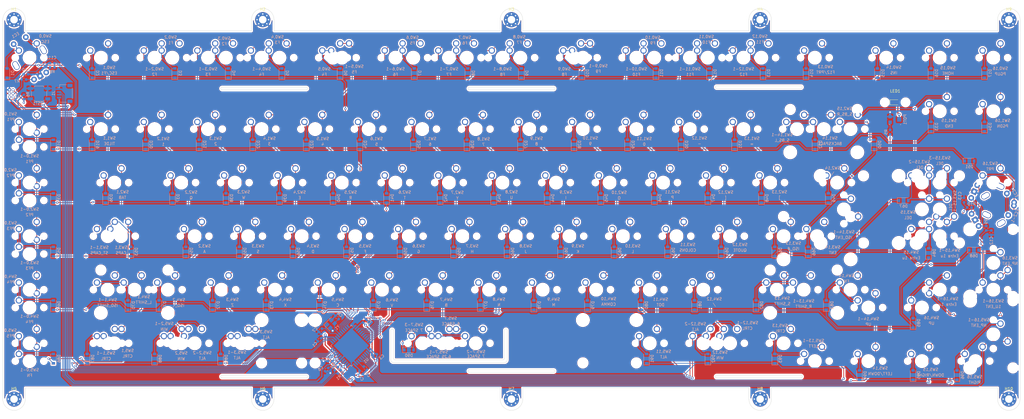
<source format=kicad_pcb>
(kicad_pcb (version 20171130) (host pcbnew "(5.1.2)-1")
  (layers (0 F.Cu signal) (31 B.Cu signal) (34 B.Paste user hide) (35 F.Paste user hide) (36 B.SilkS user hide) (37 F.SilkS user hide) (38 B.Mask user hide) (39 F.Mask user hide) (44 Edge.Cuts user))
  (net 0 "")
  (net 1 GND)
  (net 2 VCC)
  (net 3 "Net-(C6-Pad1)")
  (net 4 "Net-(C7-Pad1)")
  (net 5 "Net-(C8-Pad1)")
  (net 6 "Net-(C9-Pad1)")
  (net 7 "Net-(D1-Pad2)")
  (net 8 /r0)
  (net 9 "Net-(D2-Pad2)")
  (net 10 "Net-(D3-Pad2)")
  (net 11 "Net-(D4-Pad2)")
  (net 12 "Net-(D5-Pad2)")
  (net 13 "Net-(D6-Pad2)")
  (net 14 "Net-(D7-Pad2)")
  (net 15 "Net-(D8-Pad2)")
  (net 16 "Net-(D9-Pad2)")
  (net 17 "Net-(D10-Pad2)")
  (net 18 "Net-(D11-Pad2)")
  (net 19 "Net-(D12-Pad2)")
  (net 20 "Net-(D13-Pad2)")
  (net 21 "Net-(D14-Pad2)")
  (net 22 "Net-(D15-Pad2)")
  (net 23 "Net-(D16-Pad2)")
  (net 24 "Net-(D17-Pad2)")
  (net 25 /r1)
  (net 26 "Net-(D18-Pad2)")
  (net 27 "Net-(D19-Pad2)")
  (net 28 "Net-(D20-Pad2)")
  (net 29 "Net-(D21-Pad2)")
  (net 30 "Net-(D22-Pad2)")
  (net 31 "Net-(D23-Pad2)")
  (net 32 "Net-(D24-Pad2)")
  (net 33 "Net-(D25-Pad2)")
  (net 34 "Net-(D26-Pad2)")
  (net 35 "Net-(D27-Pad2)")
  (net 36 "Net-(D28-Pad2)")
  (net 37 "Net-(D29-Pad2)")
  (net 38 "Net-(D30-Pad2)")
  (net 39 "Net-(D31-Pad2)")
  (net 40 "Net-(D32-Pad2)")
  (net 41 "Net-(D33-Pad2)")
  (net 42 "Net-(D34-Pad2)")
  (net 43 "Net-(D35-Pad2)")
  (net 44 /r2)
  (net 45 "Net-(D36-Pad2)")
  (net 46 "Net-(D37-Pad2)")
  (net 47 "Net-(D38-Pad2)")
  (net 48 "Net-(D39-Pad2)")
  (net 49 "Net-(D40-Pad2)")
  (net 50 "Net-(D41-Pad2)")
  (net 51 "Net-(D42-Pad2)")
  (net 52 "Net-(D43-Pad2)")
  (net 53 "Net-(D44-Pad2)")
  (net 54 "Net-(D45-Pad2)")
  (net 55 "Net-(D46-Pad2)")
  (net 56 "Net-(D47-Pad2)")
  (net 57 "Net-(D48-Pad2)")
  (net 58 "Net-(D49-Pad2)")
  (net 59 "Net-(D50-Pad2)")
  (net 60 "Net-(D51-Pad2)")
  (net 61 /r3)
  (net 62 "Net-(D52-Pad2)")
  (net 63 "Net-(D53-Pad2)")
  (net 64 "Net-(D54-Pad2)")
  (net 65 "Net-(D55-Pad2)")
  (net 66 "Net-(D56-Pad2)")
  (net 67 "Net-(D57-Pad2)")
  (net 68 "Net-(D58-Pad2)")
  (net 69 "Net-(D59-Pad2)")
  (net 70 "Net-(D60-Pad2)")
  (net 71 "Net-(D61-Pad2)")
  (net 72 "Net-(D62-Pad2)")
  (net 73 "Net-(D63-Pad2)")
  (net 74 "Net-(D64-Pad2)")
  (net 75 "Net-(D65-Pad2)")
  (net 76 "Net-(D66-Pad2)")
  (net 77 "Net-(D67-Pad2)")
  (net 78 "Net-(D68-Pad2)")
  (net 79 "Net-(D69-Pad2)")
  (net 80 /r4)
  (net 81 "Net-(D70-Pad2)")
  (net 82 "Net-(D71-Pad2)")
  (net 83 "Net-(D72-Pad2)")
  (net 84 "Net-(D73-Pad2)")
  (net 85 "Net-(D74-Pad2)")
  (net 86 "Net-(D75-Pad2)")
  (net 87 "Net-(D76-Pad2)")
  (net 88 "Net-(D77-Pad2)")
  (net 89 "Net-(D78-Pad2)")
  (net 90 "Net-(D79-Pad2)")
  (net 91 "Net-(D80-Pad2)")
  (net 92 "Net-(D81-Pad2)")
  (net 93 "Net-(D82-Pad2)")
  (net 94 "Net-(D83-Pad2)")
  (net 95 "Net-(D84-Pad2)")
  (net 96 /r5)
  (net 97 "Net-(D85-Pad2)")
  (net 98 "Net-(D86-Pad2)")
  (net 99 "Net-(D87-Pad2)")
  (net 100 "Net-(D88-Pad2)")
  (net 101 "Net-(D89-Pad2)")
  (net 102 "Net-(D90-Pad2)")
  (net 103 "Net-(D91-Pad2)")
  (net 104 "Net-(D92-Pad2)")
  (net 105 "Net-(D93-Pad2)")
  (net 106 "Net-(D94-Pad2)")
  (net 107 "Net-(D95-Pad2)")
  (net 108 "Net-(EC1-PadA)")
  (net 109 "Net-(EC1-PadB)")
  (net 110 /c16)
  (net 111 /D-)
  (net 112 /D+)
  (net 113 /RES)
  (net 114 "Net-(LED1-Pad2)")
  (net 115 /rd-)
  (net 116 /rd+)
  (net 117 /c13)
  (net 118 /c8)
  (net 119 /c2)
  (net 120 /c3)
  (net 121 /c14)
  (net 122 /c9)
  (net 123 /c10)
  (net 124 /c4)
  (net 125 /c11)
  (net 126 /c7)
  (net 127 /c5)
  (net 128 /c6)
  (net 129 /c12)
  (net 130 /enc-)
  (net 131 /c15)
  (net 132 /enc+)
  (net 133 /c0)
  (net 134 /c1)
  (net 135 "Net-(EC2-1-PadA)")
  (net 136 "Net-(EC2-1-PadB)")
  (net 137 "Net-(POT1-Pad1)")
  (net 138 "Net-(R5-Pad2)")
  (net 139 "Net-(D96-Pad2)")
  (module MX_SMK_2:MX_100 (layer F.Cu) (at 9.525 60.325)
    (fp_text reference SW2,0-1 (at 0 3.1) (layer B.SilkS) (effects (justify mirror)))
    (fp_text value PF2 (at 0 5.1) (layer B.SilkS) (effects (justify mirror)))
    (pad "" np_thru_hole circle (at 0 0) (size 3.9878 3.9878) (drill 3.9878) (layers *.Cu *.Mask))
    (pad 2 thru_hole circle (at 2.54 -5.08) (size 2.25 2.25) (drill 1.5) (layers *.Cu B.Mask) (net 133 /c0))
    (pad 1 thru_hole circle (at -3.81 -2.54) (size 2.25 2.25) (drill 1.5) (layers *.Cu B.Mask) (net 43 "Net-(D35-Pad2)"))
    (pad "" np_thru_hole circle (at -5.08 0 48) (size 1.75 1.75) (drill 1.75) (layers *.Cu *.Mask))
    (pad "" np_thru_hole circle (at 5.08 0 48) (size 1.75 1.75) (drill 1.75) (layers *.Cu *.Mask))
  )
  (module MX_SMK_2:MX_100 (layer F.Cu) (at 34.925 34.925)
    (fp_text reference SW1,1 (at 3 3.2) (layer B.SilkS) (effects (justify mirror)))
    (fp_text value TILDE (at 3 5.2) (layer B.SilkS) (effects (justify mirror)))
    (pad "" np_thru_hole circle (at 0 0) (size 3.9878 3.9878) (drill 3.9878) (layers *.Cu *.Mask))
    (pad 2 thru_hole circle (at 2.54 -5.08) (size 2.25 2.25) (drill 1.5) (layers *.Cu B.Mask) (net 134 /c1))
    (pad 1 thru_hole circle (at -3.81 -2.54) (size 2.25 2.25) (drill 1.5) (layers *.Cu B.Mask) (net 27 "Net-(D19-Pad2)"))
    (pad "" np_thru_hole circle (at -5.08 0 48) (size 1.75 1.75) (drill 1.75) (layers *.Cu *.Mask))
    (pad "" np_thru_hole circle (at 5.08 0 48) (size 1.75 1.75) (drill 1.75) (layers *.Cu *.Mask))
  )
  (module Capacitor_SMD:C_0603_1608Metric (layer B.Cu) (at 113 106.5 225)
    (fp_text reference C7 (at 1.202082 1.484924 225) (layer B.SilkS) (effects (justify mirror)))
    (fp_text value 22p)
    (pad 2 smd roundrect (at 0.7875 0 225) (size 0.875 0.95) (layers B.Cu B.Paste B.Mask) (net 1 GND))
    (pad 1 smd roundrect (at -0.7875 0 225) (size 0.875 0.95) (layers B.Cu B.Paste B.Mask) (net 4 "Net-(C7-Pad1)"))
  )
  (module keebs:EC11E (layer F.Cu) (at 352.425 63.5 30)
    (fp_text reference EC2 (at 9.583348 -1.048845 120) (layer B.SilkS) (effects (justify mirror)))
    (fp_text value EC11E)
    (pad A thru_hole circle (at -7.5 -2.5 30) (size 2 2) (drill 1) (layers *.Cu B.Mask) (net 135 "Net-(EC2-1-PadA)"))
    (pad C thru_hole rect (at -7.5 0 30) (size 2 2) (drill 1) (layers *.Cu B.Mask) (net 1 GND))
    (pad B thru_hole circle (at -7.5 2.5 30) (size 2 2) (drill 1) (layers *.Cu B.Mask) (net 136 "Net-(EC2-1-PadB)"))
    (pad MP thru_hole roundrect (at 0 -5.6 30) (size 3.2 2) (drill oval 2.8 1.5) (layers *.Cu B.Mask) (roundrect_rratio 0.5))
    (pad MP thru_hole roundrect (at 0 5.6 30) (size 3.2 2) (drill oval 2.8 1.5) (layers *.Cu B.Mask) (roundrect_rratio 0.5))
    (pad S2 thru_hole circle (at 7 -2.5 30) (size 2 2) (drill 1) (layers *.Cu B.Mask) (net 60 "Net-(D51-Pad2)"))
    (pad S1 thru_hole circle (at 7 2.5 30) (size 2 2) (drill 1) (layers *.Cu B.Mask) (net 110 /c16))
  )
  (module Crystal:Crystal_SMD_SeikoEpson_FA238-4Pin_3.2x2.5mm (layer B.Cu) (at 116.7 104.3 45)
    (fp_text reference Y1 (at 0.777817 2.474874 45) (layer B.SilkS) (effects (justify mirror)))
    (fp_text value 16M)
    (pad 4 smd rect (at -1.1 0.8 45) (size 1.4 1.2) (layers B.Cu B.Paste B.Mask) (net 1 GND))
    (pad 3 smd rect (at 1.1 0.8 45) (size 1.4 1.2) (layers B.Cu B.Paste B.Mask) (net 5 "Net-(C8-Pad1)"))
    (pad 2 smd rect (at 1.1 -0.8 45) (size 1.4 1.2) (layers B.Cu B.Paste B.Mask) (net 1 GND))
    (pad 1 smd rect (at -1.1 -0.8 45) (size 1.4 1.2) (layers B.Cu B.Paste B.Mask) (net 4 "Net-(C7-Pad1)"))
  )
  (module Package_QFP:TQFP-44_10x10mm_P0.8mm (layer B.Cu) (at 124 112 45)
    (fp_text reference U1 (at 0 7.450001 45) (layer B.SilkS) (effects (justify mirror)))
    (fp_text value ATMEGA32U4)
    (pad 44 smd rect (at -4 5.7 315) (size 1.5 0.55) (layers B.Cu B.Paste B.Mask) (net 2 VCC))
    (pad 43 smd rect (at -3.2 5.7 315) (size 1.5 0.55) (layers B.Cu B.Paste B.Mask) (net 1 GND))
    (pad 42 smd rect (at -2.4 5.7 315) (size 1.5 0.55) (layers B.Cu B.Paste B.Mask) (net 6 "Net-(C9-Pad1)"))
    (pad 41 smd rect (at -1.6 5.7 315) (size 1.5 0.55) (layers B.Cu B.Paste B.Mask) (net 131 /c15))
    (pad 40 smd rect (at -0.8 5.7 315) (size 1.5 0.55) (layers B.Cu B.Paste B.Mask) (net 121 /c14))
    (pad 39 smd rect (at 0 5.7 315) (size 1.5 0.55) (layers B.Cu B.Paste B.Mask) (net 117 /c13))
    (pad 38 smd rect (at 0.8 5.7 315) (size 1.5 0.55) (layers B.Cu B.Paste B.Mask) (net 129 /c12))
    (pad 37 smd rect (at 1.6 5.7 315) (size 1.5 0.55) (layers B.Cu B.Paste B.Mask) (net 125 /c11))
    (pad 36 smd rect (at 2.4 5.7 315) (size 1.5 0.55) (layers B.Cu B.Paste B.Mask) (net 123 /c10))
    (pad 35 smd rect (at 3.2 5.7 315) (size 1.5 0.55) (layers B.Cu B.Paste B.Mask) (net 1 GND))
    (pad 34 smd rect (at 4 5.7 315) (size 1.5 0.55) (layers B.Cu B.Paste B.Mask) (net 2 VCC))
    (pad 33 smd rect (at 5.7 4 45) (size 1.5 0.55) (layers B.Cu B.Paste B.Mask) (net 138 "Net-(R5-Pad2)"))
    (pad 32 smd rect (at 5.7 3.2 45) (size 1.5 0.55) (layers B.Cu B.Paste B.Mask) (net 122 /c9))
    (pad 31 smd rect (at 5.7 2.4 45) (size 1.5 0.55) (layers B.Cu B.Paste B.Mask) (net 118 /c8))
    (pad 30 smd rect (at 5.7 1.6 45) (size 1.5 0.55) (layers B.Cu B.Paste B.Mask) (net 126 /c7))
    (pad 29 smd rect (at 5.7 0.8 45) (size 1.5 0.55) (layers B.Cu B.Paste B.Mask) (net 128 /c6))
    (pad 28 smd rect (at 5.7 0 45) (size 1.5 0.55) (layers B.Cu B.Paste B.Mask) (net 96 /r5))
    (pad 27 smd rect (at 5.7 -0.8 45) (size 1.5 0.55) (layers B.Cu B.Paste B.Mask) (net 80 /r4))
    (pad 26 smd rect (at 5.7 -1.6 45) (size 1.5 0.55) (layers B.Cu B.Paste B.Mask) (net 61 /r3))
    (pad 25 smd rect (at 5.7 -2.4 45) (size 1.5 0.55) (layers B.Cu B.Paste B.Mask) (net 44 /r2))
    (pad 24 smd rect (at 5.7 -3.2 45) (size 1.5 0.55) (layers B.Cu B.Paste B.Mask) (net 2 VCC))
    (pad 23 smd rect (at 5.7 -4 45) (size 1.5 0.55) (layers B.Cu B.Paste B.Mask) (net 1 GND))
    (pad 22 smd rect (at 4 -5.7 315) (size 1.5 0.55) (layers B.Cu B.Paste B.Mask) (net 8 /r0))
    (pad 21 smd rect (at 3.2 -5.7 315) (size 1.5 0.55) (layers B.Cu B.Paste B.Mask) (net 25 /r1))
    (pad 20 smd rect (at 2.4 -5.7 315) (size 1.5 0.55) (layers B.Cu B.Paste B.Mask) (net 127 /c5))
    (pad 19 smd rect (at 1.6 -5.7 315) (size 1.5 0.55) (layers B.Cu B.Paste B.Mask) (net 124 /c4))
    (pad 18 smd rect (at 0.8 -5.7 315) (size 1.5 0.55) (layers B.Cu B.Paste B.Mask) (net 120 /c3))
    (pad 17 smd rect (at 0 -5.7 315) (size 1.5 0.55) (layers B.Cu B.Paste B.Mask) (net 5 "Net-(C8-Pad1)"))
    (pad 16 smd rect (at -0.8 -5.7 315) (size 1.5 0.55) (layers B.Cu B.Paste B.Mask) (net 4 "Net-(C7-Pad1)"))
    (pad 15 smd rect (at -1.6 -5.7 315) (size 1.5 0.55) (layers B.Cu B.Paste B.Mask) (net 1 GND))
    (pad 14 smd rect (at -2.4 -5.7 315) (size 1.5 0.55) (layers B.Cu B.Paste B.Mask) (net 2 VCC))
    (pad 13 smd rect (at -3.2 -5.7 315) (size 1.5 0.55) (layers B.Cu B.Paste B.Mask) (net 113 /RES))
    (pad 12 smd rect (at -4 -5.7 315) (size 1.5 0.55) (layers B.Cu B.Paste B.Mask) (net 119 /c2))
    (pad 11 smd rect (at -5.7 -4 45) (size 1.5 0.55) (layers B.Cu B.Paste B.Mask) (net 134 /c1))
    (pad 10 smd rect (at -5.7 -3.2 45) (size 1.5 0.55) (layers B.Cu B.Paste B.Mask) (net 133 /c0))
    (pad 9 smd rect (at -5.7 -2.4 45) (size 1.5 0.55) (layers B.Cu B.Paste B.Mask) (net 132 /enc+))
    (pad 8 smd rect (at -5.7 -1.6 45) (size 1.5 0.55) (layers B.Cu B.Paste B.Mask) (net 130 /enc-))
    (pad 7 smd rect (at -5.7 -0.8 45) (size 1.5 0.55) (layers B.Cu B.Paste B.Mask) (net 2 VCC))
    (pad 6 smd rect (at -5.7 0 45) (size 1.5 0.55) (layers B.Cu B.Paste B.Mask) (net 3 "Net-(C6-Pad1)"))
    (pad 5 smd rect (at -5.7 0.8 45) (size 1.5 0.55) (layers B.Cu B.Paste B.Mask) (net 1 GND))
    (pad 4 smd rect (at -5.7 1.6 45) (size 1.5 0.55) (layers B.Cu B.Paste B.Mask) (net 116 /rd+))
    (pad 3 smd rect (at -5.7 2.4 45) (size 1.5 0.55) (layers B.Cu B.Paste B.Mask) (net 115 /rd-))
    (pad 2 smd rect (at -5.7 3.2 45) (size 1.5 0.55) (layers B.Cu B.Paste B.Mask) (net 2 VCC))
    (pad 1 smd rect (at -5.7 4 45) (size 1.5 0.55) (layers B.Cu B.Paste B.Mask) (net 110 /c16))
  )
  (module keebs:PinHeader_2x03_P1.27mm_Vertical_center (layer F.Cu) (at 3 22.225 180)
    (fp_text reference J2 (at -2.3 -0.975 180) (layer B.SilkS) (effects (justify mirror)))
    (fp_text value Conn_02x03_Odd_Even)
    (pad 6 thru_hole rect (at 0.635 1.27 180) (size 1 1) (drill 0.65) (layers *.Cu B.Mask) (net 1 GND))
    (pad 5 thru_hole oval (at -0.635 1.27 180) (size 1 1) (drill 0.65) (layers *.Cu B.Mask) (net 113 /RES))
    (pad 4 thru_hole oval (at 0.635 0 180) (size 1 1) (drill 0.65) (layers *.Cu B.Mask) (net 133 /c0))
    (pad 3 thru_hole oval (at -0.635 0 180) (size 1 1) (drill 0.65) (layers *.Cu B.Mask) (net 132 /enc+))
    (pad 2 thru_hole oval (at 0.635 -1.27 180) (size 1 1) (drill 0.65) (layers *.Cu B.Mask) (net 2 VCC))
    (pad 1 thru_hole circle (at -0.635 -1.27 180) (size 1 1) (drill 0.65) (layers *.Cu B.Mask) (net 134 /c1))
  )
  (module Button_Switch_SMD:SW_SPST_SKQG_WithStem (layer B.Cu) (at 12.9 22.325 180)
    (fp_text reference RST1 (at 0.4 -3.475 180) (layer B.SilkS) (effects (justify mirror)))
    (fp_text value SW_PUSH)
    (pad 2 smd rect (at 3.1 -1.85 180) (size 1.8 1.1) (layers B.Cu B.Paste B.Mask) (net 113 /RES))
    (pad 2 smd rect (at -3.1 -1.85 180) (size 1.8 1.1) (layers B.Cu B.Paste B.Mask) (net 113 /RES))
    (pad 1 smd rect (at 3.1 1.85 180) (size 1.8 1.1) (layers B.Cu B.Paste B.Mask) (net 1 GND))
    (pad 1 smd rect (at -3.1 1.85 180) (size 1.8 1.1) (layers B.Cu B.Paste B.Mask) (net 1 GND))
  )
  (module keebs:EC11E (layer F.Cu) (at 9.525 9.525 120)
    (fp_text reference EC1 (at 9.462354 -0.339278 210) (layer B.SilkS) (effects (justify mirror)))
    (fp_text value EC11E)
    (pad A thru_hole circle (at -7.5 -2.5 120) (size 2 2) (drill 1) (layers *.Cu B.Mask) (net 108 "Net-(EC1-PadA)"))
    (pad C thru_hole rect (at -7.5 0 120) (size 2 2) (drill 1) (layers *.Cu B.Mask) (net 1 GND))
    (pad B thru_hole circle (at -7.5 2.5 120) (size 2 2) (drill 1) (layers *.Cu B.Mask) (net 109 "Net-(EC1-PadB)"))
    (pad MP thru_hole roundrect (at 0 -5.6 120) (size 3.2 2) (drill oval 2.8 1.5) (layers *.Cu B.Mask) (roundrect_rratio 0.5))
    (pad MP thru_hole roundrect (at 0 5.6 120) (size 3.2 2) (drill oval 2.8 1.5) (layers *.Cu B.Mask) (roundrect_rratio 0.5))
    (pad S2 thru_hole circle (at 7 -2.5 120) (size 2 2) (drill 1) (layers *.Cu B.Mask) (net 7 "Net-(D1-Pad2)"))
    (pad S1 thru_hole circle (at 7 2.5 120) (size 2 2) (drill 1) (layers *.Cu B.Mask) (net 133 /c0))
  )
  (module Connector_JST:JST_SH_SM04B-SRSS-TB_1x04-1MP_P1.00mm_Horizontal (layer B.Cu) (at 22 22.225 270)
    (fp_text reference J1 (at 0 3.98 270) (layer B.SilkS) (effects (justify mirror)))
    (fp_text value Conn_01x04)
    (pad MP smd roundrect (at 2.8 -1.875 270) (size 1.2 1.8) (layers B.Cu B.Paste B.Mask) (roundrect_rratio 0.208333))
    (pad MP smd roundrect (at -2.8 -1.875 270) (size 1.2 1.8) (layers B.Cu B.Paste B.Mask) (roundrect_rratio 0.208333))
    (pad 4 smd roundrect (at 1.5 2 270) (size 0.6 1.55) (layers B.Cu B.Paste B.Mask) (net 2 VCC))
    (pad 3 smd roundrect (at 0.5 2 270) (size 0.6 1.55) (layers B.Cu B.Paste B.Mask) (net 111 /D-))
    (pad 2 smd roundrect (at -0.5 2 270) (size 0.6 1.55) (layers B.Cu B.Paste B.Mask) (net 112 /D+))
    (pad 1 smd roundrect (at -1.5 2 270) (size 0.6 1.55) (layers B.Cu B.Paste B.Mask) (net 1 GND))
  )
  (module Capacitor_SMD:C_0603_1608Metric (layer B.Cu) (at 112.7 109.9 225)
    (fp_text reference C1 (at 2.404163 0 225) (layer B.SilkS) (effects (justify mirror)))
    (fp_text value 0.1u)
    (pad 2 smd roundrect (at 0.7875 0 225) (size 0.875 0.95) (layers B.Cu B.Paste B.Mask) (net 1 GND))
    (pad 1 smd roundrect (at -0.7875 0 225) (size 0.875 0.95) (layers B.Cu B.Paste B.Mask) (net 2 VCC))
  )
  (module Capacitor_SMD:C_0603_1608Metric (layer B.Cu) (at 128.7 103.2 45)
    (fp_text reference C2 (at 0.848528 1.414214 45) (layer B.SilkS) (effects (justify mirror)))
    (fp_text value 0.1u)
    (pad 2 smd roundrect (at 0.7875 0 45) (size 0.875 0.95) (layers B.Cu B.Paste B.Mask) (net 1 GND))
    (pad 1 smd roundrect (at -0.7875 0 45) (size 0.875 0.95) (layers B.Cu B.Paste B.Mask) (net 2 VCC))
  )
  (module Capacitor_SMD:C_0603_1608Metric (layer B.Cu) (at 132.5 115.6 225)
    (fp_text reference C3 (at -1.343503 -1.909188 225) (layer B.SilkS) (effects (justify mirror)))
    (fp_text value 0.1u)
    (pad 2 smd roundrect (at 0.7875 0 225) (size 0.875 0.95) (layers B.Cu B.Paste B.Mask) (net 1 GND))
    (pad 1 smd roundrect (at -0.7875 0 225) (size 0.875 0.95) (layers B.Cu B.Paste B.Mask) (net 2 VCC))
  )
  (module Capacitor_SMD:C_0603_1608Metric (layer B.Cu) (at 127.5 121.5 315)
    (fp_text reference C4 (at 1.484924 1.484924 315) (layer B.SilkS) (effects (justify mirror)))
    (fp_text value 0.1u)
    (pad 2 smd roundrect (at 0.7875 0 315) (size 0.875 0.95) (layers B.Cu B.Paste B.Mask) (net 1 GND))
    (pad 1 smd roundrect (at -0.7875 0 315) (size 0.875 0.95) (layers B.Cu B.Paste B.Mask) (net 2 VCC))
  )
  (module Capacitor_SMD:C_0603_1608Metric (layer B.Cu) (at 116.5 117.5 180)
    (fp_text reference C5 (at 2.2 0.7 180) (layer B.SilkS) (effects (justify mirror)))
    (fp_text value 1u)
    (pad 2 smd roundrect (at 0.7875 0 180) (size 0.875 0.95) (layers B.Cu B.Paste B.Mask) (net 1 GND))
    (pad 1 smd roundrect (at -0.7875 0 180) (size 0.875 0.95) (layers B.Cu B.Paste B.Mask) (net 2 VCC))
  )
  (module Capacitor_SMD:C_0603_1608Metric (layer B.Cu) (at 115.2 120.5 225)
    (fp_text reference C6 (at 1.272792 1.838478 225) (layer B.SilkS) (effects (justify mirror)))
    (fp_text value 1u)
    (pad 2 smd roundrect (at 0.7875 0 225) (size 0.875 0.95) (layers B.Cu B.Paste B.Mask) (net 1 GND))
    (pad 1 smd roundrect (at -0.7875 0 225) (size 0.875 0.95) (layers B.Cu B.Paste B.Mask) (net 3 "Net-(C6-Pad1)"))
  )
  (module Capacitor_SMD:C_0603_1608Metric (layer B.Cu) (at 118.943153 101.943153 135)
    (fp_text reference C8 (at 0 1.43 135) (layer B.SilkS) (effects (justify mirror)))
    (fp_text value 22p)
    (pad 2 smd roundrect (at 0.7875 0 135) (size 0.875 0.95) (layers B.Cu B.Paste B.Mask) (net 1 GND))
    (pad 1 smd roundrect (at -0.7875 0 135) (size 0.875 0.95) (layers B.Cu B.Paste B.Mask) (net 5 "Net-(C8-Pad1)"))
  )
  (module Capacitor_SMD:C_0603_1608Metric (layer B.Cu) (at 129 120 315)
    (fp_text reference C9 (at 2.262742 0.989949 315) (layer B.SilkS) (effects (justify mirror)))
    (fp_text value 0.1u)
    (pad 2 smd roundrect (at 0.7875 0 315) (size 0.875 0.95) (layers B.Cu B.Paste B.Mask) (net 1 GND))
    (pad 1 smd roundrect (at -0.7875 0 315) (size 0.875 0.95) (layers B.Cu B.Paste B.Mask) (net 6 "Net-(C9-Pad1)"))
  )
  (module Capacitor_SMD:C_0603_1608Metric (layer B.Cu) (at 8.2 15.4)
    (fp_text reference C10 (at 0.1 -1.6) (layer B.SilkS) (effects (justify mirror)))
    (fp_text value 0.1u)
    (pad 2 smd roundrect (at 0.7875 0) (size 0.875 0.95) (layers B.Cu B.Paste B.Mask) (net 1 GND))
    (pad 1 smd roundrect (at -0.7875 0) (size 0.875 0.95) (layers B.Cu B.Paste B.Mask) (net 132 /enc+))
  )
  (module Capacitor_SMD:C_0603_1608Metric (layer B.Cu) (at 17.6 11.4)
    (fp_text reference C11 (at 0 -1.9) (layer B.SilkS) (effects (justify mirror)))
    (fp_text value 0.1u)
    (pad 2 smd roundrect (at 0.7875 0) (size 0.875 0.95) (layers B.Cu B.Paste B.Mask) (net 130 /enc-))
    (pad 1 smd roundrect (at -0.7875 0) (size 0.875 0.95) (layers B.Cu B.Paste B.Mask) (net 1 GND))
  )
  (module Capacitor_SMD:C_0603_1608Metric (layer B.Cu) (at 351.7 71.8 90)
    (fp_text reference C12 (at -2.8 0 90) (layer B.SilkS) (effects (justify mirror)))
    (fp_text value 0.1u)
    (pad 2 smd roundrect (at 0.7875 0 90) (size 0.875 0.95) (layers B.Cu B.Paste B.Mask) (net 130 /enc-))
    (pad 1 smd roundrect (at -0.7875 0 90) (size 0.875 0.95) (layers B.Cu B.Paste B.Mask) (net 1 GND))
  )
  (module Capacitor_SMD:C_0603_1608Metric (layer B.Cu) (at 342 60.2 90)
    (fp_text reference C13 (at 1.6 -1.5 90) (layer B.SilkS) (effects (justify mirror)))
    (fp_text value 0.1u)
    (pad 2 smd roundrect (at 0.7875 0 90) (size 0.875 0.95) (layers B.Cu B.Paste B.Mask) (net 1 GND))
    (pad 1 smd roundrect (at -0.7875 0 90) (size 0.875 0.95) (layers B.Cu B.Paste B.Mask) (net 132 /enc+))
  )
  (module Resistor_SMD:R_0603_1608Metric (layer B.Cu) (at 119.7 121.3 225)
    (fp_text reference R1 (at 1.555635 -1.272792 225) (layer B.SilkS) (effects (justify mirror)))
    (fp_text value 22)
    (pad 2 smd roundrect (at 0.7875 0 225) (size 0.875 0.95) (layers B.Cu B.Paste B.Mask) (net 111 /D-))
    (pad 1 smd roundrect (at -0.7875 0 225) (size 0.875 0.95) (layers B.Cu B.Paste B.Mask) (net 115 /rd-))
  )
  (module Resistor_SMD:R_0603_1608Metric (layer B.Cu) (at 118.6 120.2 225)
    (fp_text reference R2 (at 0.070711 1.343503 225) (layer B.SilkS) (effects (justify mirror)))
    (fp_text value 22)
    (pad 2 smd roundrect (at 0.7875 0 225) (size 0.875 0.95) (layers B.Cu B.Paste B.Mask) (net 112 /D+))
    (pad 1 smd roundrect (at -0.7875 0 225) (size 0.875 0.95) (layers B.Cu B.Paste B.Mask) (net 116 /rd+))
  )
  (module Resistor_SMD:R_0603_1608Metric (layer B.Cu) (at 7.5 23.5 90)
    (fp_text reference R6 (at 0.9 1.43 90) (layer B.SilkS) (effects (justify mirror)))
    (fp_text value 10K)
    (pad 2 smd roundrect (at 0.7875 0 90) (size 0.875 0.95) (layers B.Cu B.Paste B.Mask) (net 2 VCC))
    (pad 1 smd roundrect (at -0.7875 0 90) (size 0.875 0.95) (layers B.Cu B.Paste B.Mask) (net 113 /RES))
  )
  (module Resistor_SMD:R_0603_1608Metric (layer B.Cu) (at 7.5 17.3 180)
    (fp_text reference R7 (at 2.4 -0.6 180) (layer B.SilkS) (effects (justify mirror)))
    (fp_text value 10K)
    (pad 2 smd roundrect (at 0.7875 0 180) (size 0.875 0.95) (layers B.Cu B.Paste B.Mask) (net 132 /enc+))
    (pad 1 smd roundrect (at -0.7875 0 180) (size 0.875 0.95) (layers B.Cu B.Paste B.Mask) (net 108 "Net-(EC1-PadA)"))
  )
  (module Resistor_SMD:R_0603_1608Metric (layer B.Cu) (at 17.6 13 180)
    (fp_text reference R8 (at 0 -1.5 180) (layer B.SilkS) (effects (justify mirror)))
    (fp_text value 10K)
    (pad 2 smd roundrect (at 0.7875 0 180) (size 0.875 0.95) (layers B.Cu B.Paste B.Mask) (net 109 "Net-(EC1-PadB)"))
    (pad 1 smd roundrect (at -0.7875 0 180) (size 0.875 0.95) (layers B.Cu B.Paste B.Mask) (net 130 /enc-))
  )
  (module Resistor_SMD:R_0603_1608Metric (layer B.Cu) (at 349.9 70.2 90)
    (fp_text reference R9 (at 2.4 0 90) (layer B.SilkS) (effects (justify mirror)))
    (fp_text value 10K)
    (pad 2 smd roundrect (at 0.7875 0 90) (size 0.875 0.95) (layers B.Cu B.Paste B.Mask) (net 136 "Net-(EC2-1-PadB)"))
    (pad 1 smd roundrect (at -0.7875 0 90) (size 0.875 0.95) (layers B.Cu B.Paste B.Mask) (net 130 /enc-))
  )
  (module Resistor_SMD:R_0603_1608Metric (layer B.Cu) (at 343.9 62.8 180)
    (fp_text reference R10 (at -0.8 1.2 180) (layer B.SilkS) (effects (justify mirror)))
    (fp_text value 10K)
    (pad 2 smd roundrect (at 0.7875 0 180) (size 0.875 0.95) (layers B.Cu B.Paste B.Mask) (net 132 /enc+))
    (pad 1 smd roundrect (at -0.7875 0 180) (size 0.875 0.95) (layers B.Cu B.Paste B.Mask) (net 135 "Net-(EC2-1-PadA)"))
  )
  (module keebs:EC11E (layer F.Cu) (at 352.425 60.325 335)
    (fp_text reference EC2-1 (at 9.360378 1.676178 65) (layer B.SilkS) (effects (justify mirror)))
    (fp_text value EC11E)
    (pad A thru_hole circle (at -7.5 -2.5 335) (size 2 2) (drill 1) (layers *.Cu B.Mask) (net 135 "Net-(EC2-1-PadA)"))
    (pad C thru_hole rect (at -7.5 0 335) (size 2 2) (drill 1) (layers *.Cu B.Mask) (net 1 GND))
    (pad B thru_hole circle (at -7.5 2.5 335) (size 2 2) (drill 1) (layers *.Cu B.Mask) (net 136 "Net-(EC2-1-PadB)"))
    (pad MP thru_hole roundrect (at 0 -5.6 335) (size 3.2 2) (drill oval 2.8 1.5) (layers *.Cu B.Mask) (roundrect_rratio 0.5))
    (pad MP thru_hole roundrect (at 0 5.6 335) (size 3.2 2) (drill oval 2.8 1.5) (layers *.Cu B.Mask) (roundrect_rratio 0.5))
    (pad S2 thru_hole circle (at 7 -2.5 335) (size 2 2) (drill 1) (layers *.Cu B.Mask) (net 110 /c16))
    (pad S1 thru_hole circle (at 7 2.5 335) (size 2 2) (drill 1) (layers *.Cu B.Mask) (net 60 "Net-(D51-Pad2)"))
  )
  (module keebs:LED_0805_lightpipe (layer F.Cu) (at 317.5 25.4)
    (fp_text reference LED1 (at 0 -4) (layer F.SilkS))
    (fp_text value "3V 5mA")
    (pad 1 smd roundrect (at -0.9625 0) (size 1.325 1.3) (layers F.Cu F.Paste F.Mask) (roundrect_rratio 0.192308) (net 1 GND))
    (pad 2 smd roundrect (at 0.9625 0) (size 1.325 1.3) (layers F.Cu F.Paste F.Mask) (roundrect_rratio 0.192308) (net 114 "Net-(LED1-Pad2)"))
    (pad "" np_thru_hole circle (at 3.7 0) (size 2.57 2.57) (drill 2.57) (layers *.Cu *.Mask))
    (pad "" np_thru_hole circle (at -3.7 0) (size 2.57 2.57) (drill 2.57) (layers *.Cu *.Mask))
  )
  (module digikey-footprints:Trimpot_3.8mmx3.6mm_TC33X-2-103E (layer B.Cu) (at 317.5 31.5 90)
    (fp_text reference POT1 (at 0 3.54 90) (layer B.SilkS) (effects (justify mirror)))
    (fp_text value TC33X-2-103E)
    (pad 2 smd rect (at 0 1.45 90) (size 1.6 1.5) (layers B.Cu B.Paste B.Mask) (net 114 "Net-(LED1-Pad2)"))
    (pad 1 smd rect (at -1 -1.8 90) (size 1.2 1.2) (layers B.Cu B.Paste B.Mask) (net 137 "Net-(POT1-Pad1)"))
    (pad 3 smd rect (at 1 -1.8 90) (size 1.2 1.2) (layers B.Cu B.Paste B.Mask) (net 1 GND))
  )
  (module Resistor_SMD:R_0603_1608Metric (layer B.Cu) (at 315.7 36 270)
    (fp_text reference R5 (at 0 1.43 270) (layer B.SilkS) (effects (justify mirror)))
    (fp_text value 440)
    (pad 1 smd roundrect (at -0.7875 0 270) (size 0.875 0.95) (layers B.Cu B.Paste B.Mask) (net 137 "Net-(POT1-Pad1)"))
    (pad 2 smd roundrect (at 0.7875 0 270) (size 0.875 0.95) (layers B.Cu B.Paste B.Mask) (net 138 "Net-(R5-Pad2)"))
  )
  (module MX_SMK_2:MX_100 (layer F.Cu) (at 314.325 9.525)
    (fp_text reference SW0,14 (at 2.7 3.4) (layer B.SilkS) (effects (justify mirror)))
    (fp_text value INS (at 2.7 5.4) (layer B.SilkS) (effects (justify mirror)))
    (pad "" np_thru_hole circle (at 0 0) (size 3.9878 3.9878) (drill 3.9878) (layers *.Cu *.Mask))
    (pad 2 thru_hole circle (at 2.54 -5.08) (size 2.25 2.25) (drill 1.5) (layers *.Cu B.Mask) (net 121 /c14))
    (pad 1 thru_hole circle (at -3.81 -2.54) (size 2.25 2.25) (drill 1.5) (layers *.Cu B.Mask) (net 22 "Net-(D15-Pad2)"))
    (pad "" np_thru_hole circle (at -5.08 0 48) (size 1.75 1.75) (drill 1.75) (layers *.Cu *.Mask))
    (pad "" np_thru_hole circle (at 5.08 0 48) (size 1.75 1.75) (drill 1.75) (layers *.Cu *.Mask))
  )
  (module MX_SMK_2:MX_100 (layer F.Cu) (at 352.425 9.525)
    (fp_text reference SW0,16 (at 2.5 3.8) (layer B.SilkS) (effects (justify mirror)))
    (fp_text value PGUP (at 2.5 5.8) (layer B.SilkS) (effects (justify mirror)))
    (pad "" np_thru_hole circle (at 5.08 0 48) (size 1.75 1.75) (drill 1.75) (layers *.Cu *.Mask))
    (pad "" np_thru_hole circle (at -5.08 0 48) (size 1.75 1.75) (drill 1.75) (layers *.Cu *.Mask))
    (pad 1 thru_hole circle (at -3.81 -2.54) (size 2.25 2.25) (drill 1.5) (layers *.Cu B.Mask) (net 24 "Net-(D17-Pad2)"))
    (pad 2 thru_hole circle (at 2.54 -5.08) (size 2.25 2.25) (drill 1.5) (layers *.Cu B.Mask) (net 110 /c16))
    (pad "" np_thru_hole circle (at 0 0) (size 3.9878 3.9878) (drill 3.9878) (layers *.Cu *.Mask))
  )
  (module MX_SMK_2:MX_100 (layer F.Cu) (at 333.375 9.525)
    (fp_text reference SW0,15 (at 2.9 3.6) (layer B.SilkS) (effects (justify mirror)))
    (fp_text value HOME (at 2.9 5.6) (layer B.SilkS) (effects (justify mirror)))
    (pad "" np_thru_hole circle (at 0 0) (size 3.9878 3.9878) (drill 3.9878) (layers *.Cu *.Mask))
    (pad 2 thru_hole circle (at 2.54 -5.08) (size 2.25 2.25) (drill 1.5) (layers *.Cu B.Mask) (net 131 /c15))
    (pad 1 thru_hole circle (at -3.81 -2.54) (size 2.25 2.25) (drill 1.5) (layers *.Cu B.Mask) (net 23 "Net-(D16-Pad2)"))
    (pad "" np_thru_hole circle (at -5.08 0 48) (size 1.75 1.75) (drill 1.75) (layers *.Cu *.Mask))
    (pad "" np_thru_hole circle (at 5.08 0 48) (size 1.75 1.75) (drill 1.75) (layers *.Cu *.Mask))
  )
  (module MX_SMK_2:MX_100 (layer F.Cu) (at 146.05 9.525)
    (fp_text reference SW0,6 (at -0.3 -7.2) (layer B.SilkS) (effects (justify mirror)))
    (fp_text value F5 (at -0.3 -5.2) (layer B.SilkS) (effects (justify mirror)))
    (pad "" np_thru_hole circle (at 0 0) (size 3.9878 3.9878) (drill 3.9878) (layers *.Cu *.Mask))
    (pad 2 thru_hole circle (at 2.54 -5.08) (size 2.25 2.25) (drill 1.5) (layers *.Cu B.Mask) (net 128 /c6))
    (pad 1 thru_hole circle (at -3.81 -2.54) (size 2.25 2.25) (drill 1.5) (layers *.Cu B.Mask) (net 14 "Net-(D7-Pad2)"))
    (pad "" np_thru_hole circle (at -5.08 0 48) (size 1.75 1.75) (drill 1.75) (layers *.Cu *.Mask))
    (pad "" np_thru_hole circle (at 5.08 0 48) (size 1.75 1.75) (drill 1.75) (layers *.Cu *.Mask))
  )
  (module MX_SMK_2:MX_100 (layer F.Cu) (at 98.425 9.525)
    (fp_text reference SW0,4 (at -0.7 -7.4) (layer B.SilkS) (effects (justify mirror)))
    (fp_text value F3 (at -0.7 -5.4) (layer B.SilkS) (effects (justify mirror)))
    (pad "" np_thru_hole circle (at 0 0) (size 3.9878 3.9878) (drill 3.9878) (layers *.Cu *.Mask))
    (pad 2 thru_hole circle (at 2.54 -5.08) (size 2.25 2.25) (drill 1.5) (layers *.Cu B.Mask) (net 124 /c4))
    (pad 1 thru_hole circle (at -3.81 -2.54) (size 2.25 2.25) (drill 1.5) (layers *.Cu B.Mask) (net 12 "Net-(D5-Pad2)"))
    (pad "" np_thru_hole circle (at -5.08 0 48) (size 1.75 1.75) (drill 1.75) (layers *.Cu *.Mask))
    (pad "" np_thru_hole circle (at 5.08 0 48) (size 1.75 1.75) (drill 1.75) (layers *.Cu *.Mask))
  )
  (module MX_SMK_2:MX_100 (layer F.Cu) (at 250.825 9.525)
    (fp_text reference SW0,11 (at -0.5 -7.5) (layer B.SilkS) (effects (justify mirror)))
    (fp_text value F10 (at -0.5 -5.5) (layer B.SilkS) (effects (justify mirror)))
    (pad "" np_thru_hole circle (at 0 0) (size 3.9878 3.9878) (drill 3.9878) (layers *.Cu *.Mask))
    (pad 2 thru_hole circle (at 2.54 -5.08) (size 2.25 2.25) (drill 1.5) (layers *.Cu B.Mask) (net 125 /c11))
    (pad 1 thru_hole circle (at -3.81 -2.54) (size 2.25 2.25) (drill 1.5) (layers *.Cu B.Mask) (net 19 "Net-(D12-Pad2)"))
    (pad "" np_thru_hole circle (at -5.08 0 48) (size 1.75 1.75) (drill 1.75) (layers *.Cu *.Mask))
    (pad "" np_thru_hole circle (at 5.08 0 48) (size 1.75 1.75) (drill 1.75) (layers *.Cu *.Mask))
  )
  (module MX_SMK_2:MX_100 (layer F.Cu) (at 269.875 9.525)
    (fp_text reference SW0,12 (at -0.5 -7.6) (layer B.SilkS) (effects (justify mirror)))
    (fp_text value F11 (at -0.5 -5.6) (layer B.SilkS) (effects (justify mirror)))
    (pad "" np_thru_hole circle (at 0 0) (size 3.9878 3.9878) (drill 3.9878) (layers *.Cu *.Mask))
    (pad 2 thru_hole circle (at 2.54 -5.08) (size 2.25 2.25) (drill 1.5) (layers *.Cu B.Mask) (net 129 /c12))
    (pad 1 thru_hole circle (at -3.81 -2.54) (size 2.25 2.25) (drill 1.5) (layers *.Cu B.Mask) (net 20 "Net-(D13-Pad2)"))
    (pad "" np_thru_hole circle (at -5.08 0 48) (size 1.75 1.75) (drill 1.75) (layers *.Cu *.Mask))
    (pad "" np_thru_hole circle (at 5.08 0 48) (size 1.75 1.75) (drill 1.75) (layers *.Cu *.Mask))
  )
  (module MX_SMK_2:MX_100 (layer F.Cu) (at 184.15 9.525)
    (fp_text reference SW0,8 (at -0.4 -7.4) (layer B.SilkS) (effects (justify mirror)))
    (fp_text value F7 (at -0.4 -5.4) (layer B.SilkS) (effects (justify mirror)))
    (pad "" np_thru_hole circle (at 0 0) (size 3.9878 3.9878) (drill 3.9878) (layers *.Cu *.Mask))
    (pad 2 thru_hole circle (at 2.54 -5.08) (size 2.25 2.25) (drill 1.5) (layers *.Cu B.Mask) (net 118 /c8))
    (pad 1 thru_hole circle (at -3.81 -2.54) (size 2.25 2.25) (drill 1.5) (layers *.Cu B.Mask) (net 16 "Net-(D9-Pad2)"))
    (pad "" np_thru_hole circle (at -5.08 0 48) (size 1.75 1.75) (drill 1.75) (layers *.Cu *.Mask))
    (pad "" np_thru_hole circle (at 5.08 0 48) (size 1.75 1.75) (drill 1.75) (layers *.Cu *.Mask))
  )
  (module MX_SMK_2:MX_100 (layer F.Cu) (at 231.775 9.525)
    (fp_text reference SW0,10 (at -0.5 -7.2) (layer B.SilkS) (effects (justify mirror)))
    (fp_text value F9 (at -0.5 -5.2) (layer B.SilkS) (effects (justify mirror)))
    (pad "" np_thru_hole circle (at 5.08 0 48) (size 1.75 1.75) (drill 1.75) (layers *.Cu *.Mask))
    (pad "" np_thru_hole circle (at -5.08 0 48) (size 1.75 1.75) (drill 1.75) (layers *.Cu *.Mask))
    (pad 1 thru_hole circle (at -3.81 -2.54) (size 2.25 2.25) (drill 1.5) (layers *.Cu B.Mask) (net 18 "Net-(D11-Pad2)"))
    (pad 2 thru_hole circle (at 2.54 -5.08) (size 2.25 2.25) (drill 1.5) (layers *.Cu B.Mask) (net 123 /c10))
    (pad "" np_thru_hole circle (at 0 0) (size 3.9878 3.9878) (drill 3.9878) (layers *.Cu *.Mask))
  )
  (module MX_SMK_2:MX_100 (layer F.Cu) (at 60.325 9.525)
    (fp_text reference SW0,2 (at -0.6 -7.3) (layer B.SilkS) (effects (justify mirror)))
    (fp_text value F1 (at -0.6 -5.3) (layer B.SilkS) (effects (justify mirror)))
    (pad "" np_thru_hole circle (at 0 0) (size 3.9878 3.9878) (drill 3.9878) (layers *.Cu *.Mask))
    (pad 2 thru_hole circle (at 2.54 -5.08) (size 2.25 2.25) (drill 1.5) (layers *.Cu B.Mask) (net 119 /c2))
    (pad 1 thru_hole circle (at -3.81 -2.54) (size 2.25 2.25) (drill 1.5) (layers *.Cu B.Mask) (net 10 "Net-(D3-Pad2)"))
    (pad "" np_thru_hole circle (at -5.08 0 48) (size 1.75 1.75) (drill 1.75) (layers *.Cu *.Mask))
    (pad "" np_thru_hole circle (at 5.08 0 48) (size 1.75 1.75) (drill 1.75) (layers *.Cu *.Mask))
  )
  (module MX_SMK_2:MX_100 (layer F.Cu) (at 203.2 9.525)
    (fp_text reference SW0,9 (at -3.4 4) (layer B.SilkS) (effects (justify mirror)))
    (fp_text value F8 (at -3.4 6) (layer B.SilkS) (effects (justify mirror)))
    (pad "" np_thru_hole circle (at 5.08 0 48) (size 1.75 1.75) (drill 1.75) (layers *.Cu *.Mask))
    (pad "" np_thru_hole circle (at -5.08 0 48) (size 1.75 1.75) (drill 1.75) (layers *.Cu *.Mask))
    (pad 1 thru_hole circle (at -3.81 -2.54) (size 2.25 2.25) (drill 1.5) (layers *.Cu B.Mask) (net 17 "Net-(D10-Pad2)"))
    (pad 2 thru_hole circle (at 2.54 -5.08) (size 2.25 2.25) (drill 1.5) (layers *.Cu B.Mask) (net 122 /c9))
    (pad "" np_thru_hole circle (at 0 0) (size 3.9878 3.9878) (drill 3.9878) (layers *.Cu *.Mask))
  )
  (module MX_SMK_2:MX_100 (layer F.Cu) (at 79.375 9.525)
    (fp_text reference SW0,3 (at -0.6 -6.9) (layer B.SilkS) (effects (justify mirror)))
    (fp_text value F2 (at -0.6 -4.9) (layer B.SilkS) (effects (justify mirror)))
    (pad "" np_thru_hole circle (at 0 0) (size 3.9878 3.9878) (drill 3.9878) (layers *.Cu *.Mask))
    (pad 2 thru_hole circle (at 2.54 -5.08) (size 2.25 2.25) (drill 1.5) (layers *.Cu B.Mask) (net 120 /c3))
    (pad 1 thru_hole circle (at -3.81 -2.54) (size 2.25 2.25) (drill 1.5) (layers *.Cu B.Mask) (net 11 "Net-(D4-Pad2)"))
    (pad "" np_thru_hole circle (at -5.08 0 48) (size 1.75 1.75) (drill 1.75) (layers *.Cu *.Mask))
    (pad "" np_thru_hole circle (at 5.08 0 48) (size 1.75 1.75) (drill 1.75) (layers *.Cu *.Mask))
  )
  (module MX_SMK_2:MX_100 (layer F.Cu) (at 165.1 9.525)
    (fp_text reference SW0,7 (at -0.7 -7.2) (layer B.SilkS) (effects (justify mirror)))
    (fp_text value F6 (at -0.7 -5.2) (layer B.SilkS) (effects (justify mirror)))
    (pad "" np_thru_hole circle (at 5.08 0 48) (size 1.75 1.75) (drill 1.75) (layers *.Cu *.Mask))
    (pad "" np_thru_hole circle (at -5.08 0 48) (size 1.75 1.75) (drill 1.75) (layers *.Cu *.Mask))
    (pad 1 thru_hole circle (at -3.81 -2.54) (size 2.25 2.25) (drill 1.5) (layers *.Cu B.Mask) (net 15 "Net-(D8-Pad2)"))
    (pad 2 thru_hole circle (at 2.54 -5.08) (size 2.25 2.25) (drill 1.5) (layers *.Cu B.Mask) (net 126 /c7))
    (pad "" np_thru_hole circle (at 0 0) (size 3.9878 3.9878) (drill 3.9878) (layers *.Cu *.Mask))
  )
  (module MX_SMK_2:MX_100 (layer F.Cu) (at 34.925 9.525)
    (fp_text reference SW0,1 (at 2.9 3.5) (layer B.SilkS) (effects (justify mirror)))
    (fp_text value ESC/F1 (at 2.9 5.5) (layer B.SilkS) (effects (justify mirror)))
    (pad "" np_thru_hole circle (at 0 0) (size 3.9878 3.9878) (drill 3.9878) (layers *.Cu *.Mask))
    (pad 2 thru_hole circle (at 2.54 -5.08) (size 2.25 2.25) (drill 1.5) (layers *.Cu B.Mask) (net 134 /c1))
    (pad 1 thru_hole circle (at -3.81 -2.54) (size 2.25 2.25) (drill 1.5) (layers *.Cu B.Mask) (net 9 "Net-(D2-Pad2)"))
    (pad "" np_thru_hole circle (at -5.08 0 48) (size 1.75 1.75) (drill 1.75) (layers *.Cu *.Mask))
    (pad "" np_thru_hole circle (at 5.08 0 48) (size 1.75 1.75) (drill 1.75) (layers *.Cu *.Mask))
  )
  (module MX_SMK_2:MX_100 (layer F.Cu) (at 117.475 9.525)
    (fp_text reference SW0,5 (at -3.1 4) (layer B.SilkS) (effects (justify mirror)))
    (fp_text value F4 (at -3.1 6) (layer B.SilkS) (effects (justify mirror)))
    (pad "" np_thru_hole circle (at 5.08 0 48) (size 1.75 1.75) (drill 1.75) (layers *.Cu *.Mask))
    (pad "" np_thru_hole circle (at -5.08 0 48) (size 1.75 1.75) (drill 1.75) (layers *.Cu *.Mask))
    (pad 1 thru_hole circle (at -3.81 -2.54) (size 2.25 2.25) (drill 1.5) (layers *.Cu B.Mask) (net 13 "Net-(D6-Pad2)"))
    (pad 2 thru_hole circle (at 2.54 -5.08) (size 2.25 2.25) (drill 1.5) (layers *.Cu B.Mask) (net 127 /c5))
    (pad "" np_thru_hole circle (at 0 0) (size 3.9878 3.9878) (drill 3.9878) (layers *.Cu *.Mask))
  )
  (module MX_SMK_2:MX_100 (layer F.Cu) (at 9.525 9.525)
    (fp_text reference SW0,0 (at 5.6 -7.7) (layer B.SilkS) (effects (justify mirror)))
    (fp_text value ESC (at 5.6 -5.7) (layer B.SilkS) (effects (justify mirror)))
    (pad "" np_thru_hole circle (at 0 0) (size 3.9878 3.9878) (drill 3.9878) (layers *.Cu *.Mask))
    (pad 2 thru_hole circle (at 2.54 -5.08) (size 2.25 2.25) (drill 1.5) (layers *.Cu B.Mask) (net 133 /c0))
    (pad 1 thru_hole circle (at -3.81 -2.54) (size 2.25 2.25) (drill 1.5) (layers *.Cu B.Mask) (net 7 "Net-(D1-Pad2)"))
    (pad "" np_thru_hole circle (at -5.08 0 48) (size 1.75 1.75) (drill 1.75) (layers *.Cu *.Mask))
    (pad "" np_thru_hole circle (at 5.08 0 48) (size 1.75 1.75) (drill 1.75) (layers *.Cu *.Mask))
  )
  (module MX_SMK_2:MX_100 (layer F.Cu) (at 288.925 9.525)
    (fp_text reference SW0,13 (at 3.8 3.2) (layer B.SilkS) (effects (justify mirror)))
    (fp_text value F12/PRT (at 3.8 5.2) (layer B.SilkS) (effects (justify mirror)))
    (pad "" np_thru_hole circle (at 5.08 0 48) (size 1.75 1.75) (drill 1.75) (layers *.Cu *.Mask))
    (pad "" np_thru_hole circle (at -5.08 0 48) (size 1.75 1.75) (drill 1.75) (layers *.Cu *.Mask))
    (pad 1 thru_hole circle (at -3.81 -2.54) (size 2.25 2.25) (drill 1.5) (layers *.Cu B.Mask) (net 21 "Net-(D14-Pad2)"))
    (pad 2 thru_hole circle (at 2.54 -5.08) (size 2.25 2.25) (drill 1.5) (layers *.Cu B.Mask) (net 117 /c13))
    (pad "" np_thru_hole circle (at 0 0) (size 3.9878 3.9878) (drill 3.9878) (layers *.Cu *.Mask))
  )
  (module MX_SMK_2:MX_100 (layer F.Cu) (at 206.375 34.925)
    (fp_text reference SW1,10 (at 2.7 3.2) (layer B.SilkS) (effects (justify mirror)))
    (fp_text value 9 (at 2.7 5.2) (layer B.SilkS) (effects (justify mirror)))
    (pad "" np_thru_hole circle (at 0 0) (size 3.9878 3.9878) (drill 3.9878) (layers *.Cu *.Mask))
    (pad 2 thru_hole circle (at 2.54 -5.08) (size 2.25 2.25) (drill 1.5) (layers *.Cu B.Mask) (net 123 /c10))
    (pad 1 thru_hole circle (at -3.81 -2.54) (size 2.25 2.25) (drill 1.5) (layers *.Cu B.Mask) (net 36 "Net-(D28-Pad2)"))
    (pad "" np_thru_hole circle (at -5.08 0 48) (size 1.75 1.75) (drill 1.75) (layers *.Cu *.Mask))
    (pad "" np_thru_hole circle (at 5.08 0 48) (size 1.75 1.75) (drill 1.75) (layers *.Cu *.Mask))
  )
  (module MX_SMK_2:MX_100 (layer F.Cu) (at 53.975 34.925)
    (fp_text reference SW1,2 (at 3.1 3.4) (layer B.SilkS) (effects (justify mirror)))
    (fp_text value 1 (at 3.1 5.4) (layer B.SilkS) (effects (justify mirror)))
    (pad "" np_thru_hole circle (at 0 0) (size 3.9878 3.9878) (drill 3.9878) (layers *.Cu *.Mask))
    (pad 2 thru_hole circle (at 2.54 -5.08) (size 2.25 2.25) (drill 1.5) (layers *.Cu B.Mask) (net 119 /c2))
    (pad 1 thru_hole circle (at -3.81 -2.54) (size 2.25 2.25) (drill 1.5) (layers *.Cu B.Mask) (net 28 "Net-(D20-Pad2)"))
    (pad "" np_thru_hole circle (at -5.08 0 48) (size 1.75 1.75) (drill 1.75) (layers *.Cu *.Mask))
    (pad "" np_thru_hole circle (at 5.08 0 48) (size 1.75 1.75) (drill 1.75) (layers *.Cu *.Mask))
  )
  (module MX_SMK_2:MX_100 (layer F.Cu) (at 263.525 34.925)
    (fp_text reference SW1,13 (at 3 3.3) (layer B.SilkS) (effects (justify mirror)))
    (fp_text value = (at 3 5.3) (layer B.SilkS) (effects (justify mirror)))
    (pad "" np_thru_hole circle (at 5.08 0 48) (size 1.75 1.75) (drill 1.75) (layers *.Cu *.Mask))
    (pad "" np_thru_hole circle (at -5.08 0 48) (size 1.75 1.75) (drill 1.75) (layers *.Cu *.Mask))
    (pad 1 thru_hole circle (at -3.81 -2.54) (size 2.25 2.25) (drill 1.5) (layers *.Cu B.Mask) (net 39 "Net-(D31-Pad2)"))
    (pad 2 thru_hole circle (at 2.54 -5.08) (size 2.25 2.25) (drill 1.5) (layers *.Cu B.Mask) (net 117 /c13))
    (pad "" np_thru_hole circle (at 0 0) (size 3.9878 3.9878) (drill 3.9878) (layers *.Cu *.Mask))
  )
  (module MX_SMK_2:MX_100 (layer F.Cu) (at 225.425 34.925)
    (fp_text reference SW1,11 (at 2.8 3.4) (layer B.SilkS) (effects (justify mirror)))
    (fp_text value 0 (at 2.8 5.4) (layer B.SilkS) (effects (justify mirror)))
    (pad "" np_thru_hole circle (at 0 0) (size 3.9878 3.9878) (drill 3.9878) (layers *.Cu *.Mask))
    (pad 2 thru_hole circle (at 2.54 -5.08) (size 2.25 2.25) (drill 1.5) (layers *.Cu B.Mask) (net 125 /c11))
    (pad 1 thru_hole circle (at -3.81 -2.54) (size 2.25 2.25) (drill 1.5) (layers *.Cu B.Mask) (net 37 "Net-(D29-Pad2)"))
    (pad "" np_thru_hole circle (at -5.08 0 48) (size 1.75 1.75) (drill 1.75) (layers *.Cu *.Mask))
    (pad "" np_thru_hole circle (at 5.08 0 48) (size 1.75 1.75) (drill 1.75) (layers *.Cu *.Mask))
  )
  (module MX_SMK_2:MX_100 (layer F.Cu) (at 111.125 34.925)
    (fp_text reference SW1,5 (at 2.7 3.4) (layer B.SilkS) (effects (justify mirror)))
    (fp_text value 4 (at 2.7 5.4) (layer B.SilkS) (effects (justify mirror)))
    (pad "" np_thru_hole circle (at 5.08 0 48) (size 1.75 1.75) (drill 1.75) (layers *.Cu *.Mask))
    (pad "" np_thru_hole circle (at -5.08 0 48) (size 1.75 1.75) (drill 1.75) (layers *.Cu *.Mask))
    (pad 1 thru_hole circle (at -3.81 -2.54) (size 2.25 2.25) (drill 1.5) (layers *.Cu B.Mask) (net 31 "Net-(D23-Pad2)"))
    (pad 2 thru_hole circle (at 2.54 -5.08) (size 2.25 2.25) (drill 1.5) (layers *.Cu B.Mask) (net 127 /c5))
    (pad "" np_thru_hole circle (at 0 0) (size 3.9878 3.9878) (drill 3.9878) (layers *.Cu *.Mask))
  )
  (module MX_SMK_2:MX_100 (layer F.Cu) (at 187.325 34.925)
    (fp_text reference SW1,9 (at 2.6 3.3) (layer B.SilkS) (effects (justify mirror)))
    (fp_text value 8 (at 2.6 5.3) (layer B.SilkS) (effects (justify mirror)))
    (pad "" np_thru_hole circle (at 0 0) (size 3.9878 3.9878) (drill 3.9878) (layers *.Cu *.Mask))
    (pad 2 thru_hole circle (at 2.54 -5.08) (size 2.25 2.25) (drill 1.5) (layers *.Cu B.Mask) (net 122 /c9))
    (pad 1 thru_hole circle (at -3.81 -2.54) (size 2.25 2.25) (drill 1.5) (layers *.Cu B.Mask) (net 35 "Net-(D27-Pad2)"))
    (pad "" np_thru_hole circle (at -5.08 0 48) (size 1.75 1.75) (drill 1.75) (layers *.Cu *.Mask))
    (pad "" np_thru_hole circle (at 5.08 0 48) (size 1.75 1.75) (drill 1.75) (layers *.Cu *.Mask))
  )
  (module MX_SMK_2:MX_100 (layer F.Cu) (at 73.025 34.925)
    (fp_text reference SW1,3 (at 2.7 3.3) (layer B.SilkS) (effects (justify mirror)))
    (fp_text value 2 (at 2.7 5.3) (layer B.SilkS) (effects (justify mirror)))
    (pad "" np_thru_hole circle (at 5.08 0 48) (size 1.75 1.75) (drill 1.75) (layers *.Cu *.Mask))
    (pad "" np_thru_hole circle (at -5.08 0 48) (size 1.75 1.75) (drill 1.75) (layers *.Cu *.Mask))
    (pad 1 thru_hole circle (at -3.81 -2.54) (size 2.25 2.25) (drill 1.5) (layers *.Cu B.Mask) (net 29 "Net-(D21-Pad2)"))
    (pad 2 thru_hole circle (at 2.54 -5.08) (size 2.25 2.25) (drill 1.5) (layers *.Cu B.Mask) (net 120 /c3))
    (pad "" np_thru_hole circle (at 0 0) (size 3.9878 3.9878) (drill 3.9878) (layers *.Cu *.Mask))
  )
  (module MX_SMK_2:MX_100 (layer F.Cu) (at 149.225 34.925)
    (fp_text reference SW1,7 (at 2.8 3.4) (layer B.SilkS) (effects (justify mirror)))
    (fp_text value 6 (at 2.8 5.4) (layer B.SilkS) (effects (justify mirror)))
    (pad "" np_thru_hole circle (at 0 0) (size 3.9878 3.9878) (drill 3.9878) (layers *.Cu *.Mask))
    (pad 2 thru_hole circle (at 2.54 -5.08) (size 2.25 2.25) (drill 1.5) (layers *.Cu B.Mask) (net 126 /c7))
    (pad 1 thru_hole circle (at -3.81 -2.54) (size 2.25 2.25) (drill 1.5) (layers *.Cu B.Mask) (net 33 "Net-(D25-Pad2)"))
    (pad "" np_thru_hole circle (at -5.08 0 48) (size 1.75 1.75) (drill 1.75) (layers *.Cu *.Mask))
    (pad "" np_thru_hole circle (at 5.08 0 48) (size 1.75 1.75) (drill 1.75) (layers *.Cu *.Mask))
  )
  (module MX_SMK_2:MX_100 (layer F.Cu) (at 333.375 28.575)
    (fp_text reference SW1,15 (at 3.3 3.3) (layer B.SilkS) (effects (justify mirror)))
    (fp_text value END (at 3.3 5.3) (layer B.SilkS) (effects (justify mirror)))
    (pad "" np_thru_hole circle (at 5.08 0 48) (size 1.75 1.75) (drill 1.75) (layers *.Cu *.Mask))
    (pad "" np_thru_hole circle (at -5.08 0 48) (size 1.75 1.75) (drill 1.75) (layers *.Cu *.Mask))
    (pad 1 thru_hole circle (at -3.81 -2.54) (size 2.25 2.25) (drill 1.5) (layers *.Cu B.Mask) (net 41 "Net-(D33-Pad2)"))
    (pad 2 thru_hole circle (at 2.54 -5.08) (size 2.25 2.25) (drill 1.5) (layers *.Cu B.Mask) (net 131 /c15))
    (pad "" np_thru_hole circle (at 0 0) (size 3.9878 3.9878) (drill 3.9878) (layers *.Cu *.Mask))
  )
  (module MX_SMK_2:MX_100 (layer F.Cu) (at 9.525 34.925)
    (fp_text reference SW1,0 (at -6.7 -5.4) (layer B.SilkS) (effects (justify mirror)))
    (fp_text value PF1 (at -6.7 -3.4) (layer B.SilkS) (effects (justify mirror)))
    (pad "" np_thru_hole circle (at 0 0) (size 3.9878 3.9878) (drill 3.9878) (layers *.Cu *.Mask))
    (pad 2 thru_hole circle (at 2.54 -5.08) (size 2.25 2.25) (drill 1.5) (layers *.Cu B.Mask) (net 133 /c0))
    (pad 1 thru_hole circle (at -3.81 -2.54) (size 2.25 2.25) (drill 1.5) (layers *.Cu B.Mask) (net 26 "Net-(D18-Pad2)"))
    (pad "" np_thru_hole circle (at -5.08 0 48) (size 1.75 1.75) (drill 1.75) (layers *.Cu *.Mask))
    (pad "" np_thru_hole circle (at 5.08 0 48) (size 1.75 1.75) (drill 1.75) (layers *.Cu *.Mask))
  )
  (module MX_SMK_2:MX_100 (layer F.Cu) (at 352.425 28.575)
    (fp_text reference SW1,16 (at 3.3 3.3) (layer B.SilkS) (effects (justify mirror)))
    (fp_text value PGDN (at 3.3 5.3) (layer B.SilkS) (effects (justify mirror)))
    (pad "" np_thru_hole circle (at 5.08 0 48) (size 1.75 1.75) (drill 1.75) (layers *.Cu *.Mask))
    (pad "" np_thru_hole circle (at -5.08 0 48) (size 1.75 1.75) (drill 1.75) (layers *.Cu *.Mask))
    (pad 1 thru_hole circle (at -3.81 -2.54) (size 2.25 2.25) (drill 1.5) (layers *.Cu B.Mask) (net 42 "Net-(D34-Pad2)"))
    (pad 2 thru_hole circle (at 2.54 -5.08) (size 2.25 2.25) (drill 1.5) (layers *.Cu B.Mask) (net 110 /c16))
    (pad "" np_thru_hole circle (at 0 0) (size 3.9878 3.9878) (drill 3.9878) (layers *.Cu *.Mask))
  )
  (module MX_SMK_2:MX_100 (layer F.Cu) (at 130.175 34.925)
    (fp_text reference SW1,6 (at 2.8 3.4) (layer B.SilkS) (effects (justify mirror)))
    (fp_text value 5 (at 2.8 5.4) (layer B.SilkS) (effects (justify mirror)))
    (pad "" np_thru_hole circle (at 0 0) (size 3.9878 3.9878) (drill 3.9878) (layers *.Cu *.Mask))
    (pad 2 thru_hole circle (at 2.54 -5.08) (size 2.25 2.25) (drill 1.5) (layers *.Cu B.Mask) (net 128 /c6))
    (pad 1 thru_hole circle (at -3.81 -2.54) (size 2.25 2.25) (drill 1.5) (layers *.Cu B.Mask) (net 32 "Net-(D24-Pad2)"))
    (pad "" np_thru_hole circle (at -5.08 0 48) (size 1.75 1.75) (drill 1.75) (layers *.Cu *.Mask))
    (pad "" np_thru_hole circle (at 5.08 0 48) (size 1.75 1.75) (drill 1.75) (layers *.Cu *.Mask))
  )
  (module MX_SMK_2:MX_100 (layer F.Cu) (at 92.075 34.925)
    (fp_text reference SW1,4 (at 2.8 3.3) (layer B.SilkS) (effects (justify mirror)))
    (fp_text value 3 (at 2.8 5.3) (layer B.SilkS) (effects (justify mirror)))
    (pad "" np_thru_hole circle (at 5.08 0 48) (size 1.75 1.75) (drill 1.75) (layers *.Cu *.Mask))
    (pad "" np_thru_hole circle (at -5.08 0 48) (size 1.75 1.75) (drill 1.75) (layers *.Cu *.Mask))
    (pad 1 thru_hole circle (at -3.81 -2.54) (size 2.25 2.25) (drill 1.5) (layers *.Cu B.Mask) (net 30 "Net-(D22-Pad2)"))
    (pad 2 thru_hole circle (at 2.54 -5.08) (size 2.25 2.25) (drill 1.5) (layers *.Cu B.Mask) (net 124 /c4))
    (pad "" np_thru_hole circle (at 0 0) (size 3.9878 3.9878) (drill 3.9878) (layers *.Cu *.Mask))
  )
  (module MX_SMK_2:MX_200 (layer F.Cu) (at 292.1 34.925)
    (fp_text reference SW1,14 (at 2.2 3.2) (layer B.SilkS) (effects (justify mirror)))
    (fp_text value BACKSPACE (at 2.2 5.2) (layer B.SilkS) (effects (justify mirror)))
    (pad "" np_thru_hole circle (at 5.08 0 48) (size 1.75 1.75) (drill 1.75) (layers *.Cu *.Mask))
    (pad "" np_thru_hole circle (at -5.08 0 48) (size 1.75 1.75) (drill 1.75) (layers *.Cu *.Mask))
    (pad 1 thru_hole circle (at -3.81 -2.54) (size 2.25 2.25) (drill 1.5) (layers *.Cu B.Mask) (net 40 "Net-(D32-Pad2)"))
    (pad 2 thru_hole circle (at 2.54 -5.08) (size 2.25 2.25) (drill 1.5) (layers *.Cu B.Mask) (net 121 /c14))
    (pad "" np_thru_hole circle (at 0 0) (size 3.9878 3.9878) (drill 3.9878) (layers *.Cu *.Mask))
    (pad HOLE np_thru_hole circle (at -11.938 -6.985) (size 3.048 3.048) (drill 3.048) (layers *.Cu *.Mask))
    (pad HOLE np_thru_hole circle (at 11.938 -6.985) (size 3.048 3.048) (drill 3.048) (layers *.Cu *.Mask))
    (pad HOLE np_thru_hole circle (at -11.938 8.255) (size 3.9878 3.9878) (drill 3.9878) (layers *.Cu *.Mask))
    (pad HOLE np_thru_hole circle (at 11.938 8.255) (size 3.9878 3.9878) (drill 3.9878) (layers *.Cu *.Mask))
  )
  (module MX_SMK_2:MX_100 (layer F.Cu) (at 244.475 34.925)
    (fp_text reference SW1,12 (at 3.4 3.2) (layer B.SilkS) (effects (justify mirror)))
    (fp_text value - (at 3.4 5.2) (layer B.SilkS) (effects (justify mirror)))
    (pad "" np_thru_hole circle (at 0 0) (size 3.9878 3.9878) (drill 3.9878) (layers *.Cu *.Mask))
    (pad 2 thru_hole circle (at 2.54 -5.08) (size 2.25 2.25) (drill 1.5) (layers *.Cu B.Mask) (net 129 /c12))
    (pad 1 thru_hole circle (at -3.81 -2.54) (size 2.25 2.25) (drill 1.5) (layers *.Cu B.Mask) (net 38 "Net-(D30-Pad2)"))
    (pad "" np_thru_hole circle (at -5.08 0 48) (size 1.75 1.75) (drill 1.75) (layers *.Cu *.Mask))
    (pad "" np_thru_hole circle (at 5.08 0 48) (size 1.75 1.75) (drill 1.75) (layers *.Cu *.Mask))
  )
  (module MX_SMK_2:MX_100 (layer F.Cu) (at 168.275 34.925)
    (fp_text reference SW1,8 (at 2.8 3.5) (layer B.SilkS) (effects (justify mirror)))
    (fp_text value 7 (at 2.8 5.5) (layer B.SilkS) (effects (justify mirror)))
    (pad "" np_thru_hole circle (at 5.08 0 48) (size 1.75 1.75) (drill 1.75) (layers *.Cu *.Mask))
    (pad "" np_thru_hole circle (at -5.08 0 48) (size 1.75 1.75) (drill 1.75) (layers *.Cu *.Mask))
    (pad 1 thru_hole circle (at -3.81 -2.54) (size 2.25 2.25) (drill 1.5) (layers *.Cu B.Mask) (net 34 "Net-(D26-Pad2)"))
    (pad 2 thru_hole circle (at 2.54 -5.08) (size 2.25 2.25) (drill 1.5) (layers *.Cu B.Mask) (net 118 /c8))
    (pad "" np_thru_hole circle (at 0 0) (size 3.9878 3.9878) (drill 3.9878) (layers *.Cu *.Mask))
  )
  (module MX_SMK_2:MX_100 (layer F.Cu) (at 301.625 34.925)
    (fp_text reference SW2,15 (at -2.1 -7.3) (layer B.SilkS) (effects (justify mirror)))
    (fp_text value S_BS_R (at -2.1 -5.3) (layer B.SilkS) (effects (justify mirror)))
    (pad "" np_thru_hole circle (at 5.08 0 48) (size 1.75 1.75) (drill 1.75) (layers *.Cu *.Mask))
    (pad "" np_thru_hole circle (at -5.08 0 48) (size 1.75 1.75) (drill 1.75) (layers *.Cu *.Mask))
    (pad 1 thru_hole circle (at -3.81 -2.54) (size 2.25 2.25) (drill 1.5) (layers *.Cu B.Mask) (net 59 "Net-(D50-Pad2)"))
    (pad 2 thru_hole circle (at 2.54 -5.08) (size 2.25 2.25) (drill 1.5) (layers *.Cu B.Mask) (net 131 /c15))
    (pad "" np_thru_hole circle (at 0 0) (size 3.9878 3.9878) (drill 3.9878) (layers *.Cu *.Mask))
  )
  (module MX_SMK_2:MX_100 (layer F.Cu) (at 82.55 53.975)
    (fp_text reference SW2,3 (at 3.15 3.3) (layer B.SilkS) (effects (justify mirror)))
    (fp_text value W (at 3.15 5.3) (layer B.SilkS) (effects (justify mirror)))
    (pad "" np_thru_hole circle (at 5.08 0 48) (size 1.75 1.75) (drill 1.75) (layers *.Cu *.Mask))
    (pad "" np_thru_hole circle (at -5.08 0 48) (size 1.75 1.75) (drill 1.75) (layers *.Cu *.Mask))
    (pad 1 thru_hole circle (at -3.81 -2.54) (size 2.25 2.25) (drill 1.5) (layers *.Cu B.Mask) (net 47 "Net-(D38-Pad2)"))
    (pad 2 thru_hole circle (at 2.54 -5.08) (size 2.25 2.25) (drill 1.5) (layers *.Cu B.Mask) (net 120 /c3))
    (pad "" np_thru_hole circle (at 0 0) (size 3.9878 3.9878) (drill 3.9878) (layers *.Cu *.Mask))
  )
  (module MX_SMK_2:MX_100 (layer F.Cu) (at 234.95 53.975)
    (fp_text reference SW2,11 (at 3.3 3.3) (layer B.SilkS) (effects (justify mirror)))
    (fp_text value P (at 3.3 5.3) (layer B.SilkS) (effects (justify mirror)))
    (pad "" np_thru_hole circle (at 5.08 0 48) (size 1.75 1.75) (drill 1.75) (layers *.Cu *.Mask))
    (pad "" np_thru_hole circle (at -5.08 0 48) (size 1.75 1.75) (drill 1.75) (layers *.Cu *.Mask))
    (pad 1 thru_hole circle (at -3.81 -2.54) (size 2.25 2.25) (drill 1.5) (layers *.Cu B.Mask) (net 55 "Net-(D46-Pad2)"))
    (pad 2 thru_hole circle (at 2.54 -5.08) (size 2.25 2.25) (drill 1.5) (layers *.Cu B.Mask) (net 125 /c11))
    (pad "" np_thru_hole circle (at 0 0) (size 3.9878 3.9878) (drill 3.9878) (layers *.Cu *.Mask))
  )
  (module MX_SMK_2:MX_150 (layer F.Cu) (at 39.6875 53.975)
    (fp_text reference SW2,1 (at 2.9 3.3) (layer B.SilkS) (effects (justify mirror)))
    (fp_text value TAB (at 2.9 5.3) (layer B.SilkS) (effects (justify mirror)))
    (pad "" np_thru_hole circle (at 5.08 0 48) (size 1.75 1.75) (drill 1.75) (layers *.Cu *.Mask))
    (pad "" np_thru_hole circle (at -5.08 0 48) (size 1.75 1.75) (drill 1.75) (layers *.Cu *.Mask))
    (pad 1 thru_hole circle (at -3.81 -2.54) (size 2.25 2.25) (drill 1.5) (layers *.Cu B.Mask) (net 45 "Net-(D36-Pad2)"))
    (pad 2 thru_hole circle (at 2.54 -5.08) (size 2.25 2.25) (drill 1.5) (layers *.Cu B.Mask) (net 134 /c1))
    (pad "" np_thru_hole circle (at 0 0) (size 3.9878 3.9878) (drill 3.9878) (layers *.Cu *.Mask))
  )
  (module MX_SMK_2:MX_150 (layer F.Cu) (at 296.8625 53.975)
    (fp_text reference SW2,14 (at -1.6 -5.2) (layer B.SilkS) (effects (justify mirror)))
    (fp_text value \ (at -1.6 -3.2) (layer B.SilkS) (effects (justify mirror)))
    (pad "" np_thru_hole circle (at 0 0) (size 3.9878 3.9878) (drill 3.9878) (layers *.Cu *.Mask))
    (pad 2 thru_hole circle (at 2.54 -5.08) (size 2.25 2.25) (drill 1.5) (layers *.Cu B.Mask) (net 121 /c14))
    (pad 1 thru_hole circle (at -3.81 -2.54) (size 2.25 2.25) (drill 1.5) (layers *.Cu B.Mask) (net 58 "Net-(D49-Pad2)"))
    (pad "" np_thru_hole circle (at -5.08 0 48) (size 1.75 1.75) (drill 1.75) (layers *.Cu *.Mask))
    (pad "" np_thru_hole circle (at 5.08 0 48) (size 1.75 1.75) (drill 1.75) (layers *.Cu *.Mask))
  )
  (module MX_SMK_2:MX_100 (layer F.Cu) (at 196.85 53.975)
    (fp_text reference SW2,9 (at 3.5 3.4) (layer B.SilkS) (effects (justify mirror)))
    (fp_text value I (at 3.5 5.4) (layer B.SilkS) (effects (justify mirror)))
    (pad "" np_thru_hole circle (at 5.08 0 48) (size 1.75 1.75) (drill 1.75) (layers *.Cu *.Mask))
    (pad "" np_thru_hole circle (at -5.08 0 48) (size 1.75 1.75) (drill 1.75) (layers *.Cu *.Mask))
    (pad 1 thru_hole circle (at -3.81 -2.54) (size 2.25 2.25) (drill 1.5) (layers *.Cu B.Mask) (net 53 "Net-(D44-Pad2)"))
    (pad 2 thru_hole circle (at 2.54 -5.08) (size 2.25 2.25) (drill 1.5) (layers *.Cu B.Mask) (net 122 /c9))
    (pad "" np_thru_hole circle (at 0 0) (size 3.9878 3.9878) (drill 3.9878) (layers *.Cu *.Mask))
  )
  (module MX_SMK_2:MX_100 (layer F.Cu) (at 177.8 53.975)
    (fp_text reference SW2,8 (at 3.2 3.3) (layer B.SilkS) (effects (justify mirror)))
    (fp_text value U (at 3.2 5.3) (layer B.SilkS) (effects (justify mirror)))
    (pad "" np_thru_hole circle (at 5.08 0 48) (size 1.75 1.75) (drill 1.75) (layers *.Cu *.Mask))
    (pad "" np_thru_hole circle (at -5.08 0 48) (size 1.75 1.75) (drill 1.75) (layers *.Cu *.Mask))
    (pad 1 thru_hole circle (at -3.81 -2.54) (size 2.25 2.25) (drill 1.5) (layers *.Cu B.Mask) (net 52 "Net-(D43-Pad2)"))
    (pad 2 thru_hole circle (at 2.54 -5.08) (size 2.25 2.25) (drill 1.5) (layers *.Cu B.Mask) (net 118 /c8))
    (pad "" np_thru_hole circle (at 0 0) (size 3.9878 3.9878) (drill 3.9878) (layers *.Cu *.Mask))
  )
  (module MX_SMK_2:MX_100 (layer F.Cu) (at 215.9 53.975)
    (fp_text reference SW2,10 (at 3.4 3.5) (layer B.SilkS) (effects (justify mirror)))
    (fp_text value O (at 3.4 5.5) (layer B.SilkS) (effects (justify mirror)))
    (pad "" np_thru_hole circle (at 5.08 0 48) (size 1.75 1.75) (drill 1.75) (layers *.Cu *.Mask))
    (pad "" np_thru_hole circle (at -5.08 0 48) (size 1.75 1.75) (drill 1.75) (layers *.Cu *.Mask))
    (pad 1 thru_hole circle (at -3.81 -2.54) (size 2.25 2.25) (drill 1.5) (layers *.Cu B.Mask) (net 54 "Net-(D45-Pad2)"))
    (pad 2 thru_hole circle (at 2.54 -5.08) (size 2.25 2.25) (drill 1.5) (layers *.Cu B.Mask) (net 123 /c10))
    (pad "" np_thru_hole circle (at 0 0) (size 3.9878 3.9878) (drill 3.9878) (layers *.Cu *.Mask))
  )
  (module MX_SMK_2:MX_100 (layer F.Cu) (at 273.05 53.975)
    (fp_text reference SW2,13 (at 3.3 3.3) (layer B.SilkS) (effects (justify mirror)))
    (fp_text value ] (at 3.3 5.3) (layer B.SilkS) (effects (justify mirror)))
    (pad "" np_thru_hole circle (at 0 0) (size 3.9878 3.9878) (drill 3.9878) (layers *.Cu *.Mask))
    (pad 2 thru_hole circle (at 2.54 -5.08) (size 2.25 2.25) (drill 1.5) (layers *.Cu B.Mask) (net 117 /c13))
    (pad 1 thru_hole circle (at -3.81 -2.54) (size 2.25 2.25) (drill 1.5) (layers *.Cu B.Mask) (net 57 "Net-(D48-Pad2)"))
    (pad "" np_thru_hole circle (at -5.08 0 48) (size 1.75 1.75) (drill 1.75) (layers *.Cu *.Mask))
    (pad "" np_thru_hole circle (at 5.08 0 48) (size 1.75 1.75) (drill 1.75) (layers *.Cu *.Mask))
  )
  (module MX_SMK_2:MX_100 (layer F.Cu) (at 139.7 53.975)
    (fp_text reference SW2,6 (at 3.3 3.4) (layer B.SilkS) (effects (justify mirror)))
    (fp_text value T (at 3.3 5.4) (layer B.SilkS) (effects (justify mirror)))
    (pad "" np_thru_hole circle (at 5.08 0 48) (size 1.75 1.75) (drill 1.75) (layers *.Cu *.Mask))
    (pad "" np_thru_hole circle (at -5.08 0 48) (size 1.75 1.75) (drill 1.75) (layers *.Cu *.Mask))
    (pad 1 thru_hole circle (at -3.81 -2.54) (size 2.25 2.25) (drill 1.5) (layers *.Cu B.Mask) (net 50 "Net-(D41-Pad2)"))
    (pad 2 thru_hole circle (at 2.54 -5.08) (size 2.25 2.25) (drill 1.5) (layers *.Cu B.Mask) (net 128 /c6))
    (pad "" np_thru_hole circle (at 0 0) (size 3.9878 3.9878) (drill 3.9878) (layers *.Cu *.Mask))
  )
  (module MX_SMK_2:MX_100 (layer F.Cu) (at 158.75 53.975)
    (fp_text reference SW2,7 (at 3 3.5) (layer B.SilkS) (effects (justify mirror)))
    (fp_text value Y (at 3 5.5) (layer B.SilkS) (effects (justify mirror)))
    (pad "" np_thru_hole circle (at 5.08 0 48) (size 1.75 1.75) (drill 1.75) (layers *.Cu *.Mask))
    (pad "" np_thru_hole circle (at -5.08 0 48) (size 1.75 1.75) (drill 1.75) (layers *.Cu *.Mask))
    (pad 1 thru_hole circle (at -3.81 -2.54) (size 2.25 2.25) (drill 1.5) (layers *.Cu B.Mask) (net 51 "Net-(D42-Pad2)"))
    (pad 2 thru_hole circle (at 2.54 -5.08) (size 2.25 2.25) (drill 1.5) (layers *.Cu B.Mask) (net 126 /c7))
    (pad "" np_thru_hole circle (at 0 0) (size 3.9878 3.9878) (drill 3.9878) (layers *.Cu *.Mask))
  )
  (module MX_SMK_2:MX_100 (layer F.Cu) (at 254 53.975)
    (fp_text reference SW2,12 (at 3.2 3.4) (layer B.SilkS) (effects (justify mirror)))
    (fp_text value [ (at 3.2 5.4) (layer B.SilkS) (effects (justify mirror)))
    (pad "" np_thru_hole circle (at 5.08 0 48) (size 1.75 1.75) (drill 1.75) (layers *.Cu *.Mask))
    (pad "" np_thru_hole circle (at -5.08 0 48) (size 1.75 1.75) (drill 1.75) (layers *.Cu *.Mask))
    (pad 1 thru_hole circle (at -3.81 -2.54) (size 2.25 2.25) (drill 1.5) (layers *.Cu B.Mask) (net 56 "Net-(D47-Pad2)"))
    (pad 2 thru_hole circle (at 2.54 -5.08) (size 2.25 2.25) (drill 1.5) (layers *.Cu B.Mask) (net 129 /c12))
    (pad "" np_thru_hole circle (at 0 0) (size 3.9878 3.9878) (drill 3.9878) (layers *.Cu *.Mask))
  )
  (module MX_SMK_2:MX_100 (layer F.Cu) (at 120.65 53.975)
    (fp_text reference SW2,5 (at 3.1 3.4) (layer B.SilkS) (effects (justify mirror)))
    (fp_text value R (at 3.1 5.4) (layer B.SilkS) (effects (justify mirror)))
    (pad "" np_thru_hole circle (at 0 0) (size 3.9878 3.9878) (drill 3.9878) (layers *.Cu *.Mask))
    (pad 2 thru_hole circle (at 2.54 -5.08) (size 2.25 2.25) (drill 1.5) (layers *.Cu B.Mask) (net 127 /c5))
    (pad 1 thru_hole circle (at -3.81 -2.54) (size 2.25 2.25) (drill 1.5) (layers *.Cu B.Mask) (net 49 "Net-(D40-Pad2)"))
    (pad "" np_thru_hole circle (at -5.08 0 48) (size 1.75 1.75) (drill 1.75) (layers *.Cu *.Mask))
    (pad "" np_thru_hole circle (at 5.08 0 48) (size 1.75 1.75) (drill 1.75) (layers *.Cu *.Mask))
  )
  (module MX_SMK_2:MX_100 (layer F.Cu) (at 9.525 53.975)
    (fp_text reference SW2,0 (at -6.8 -4.5) (layer B.SilkS) (effects (justify mirror)))
    (fp_text value PF2 (at -6.8 -2.5) (layer B.SilkS) (effects (justify mirror)))
    (pad "" np_thru_hole circle (at 5.08 0 48) (size 1.75 1.75) (drill 1.75) (layers *.Cu *.Mask))
    (pad "" np_thru_hole circle (at -5.08 0 48) (size 1.75 1.75) (drill 1.75) (layers *.Cu *.Mask))
    (pad 1 thru_hole circle (at -3.81 -2.54) (size 2.25 2.25) (drill 1.5) (layers *.Cu B.Mask) (net 43 "Net-(D35-Pad2)"))
    (pad 2 thru_hole circle (at 2.54 -5.08) (size 2.25 2.25) (drill 1.5) (layers *.Cu B.Mask) (net 133 /c0))
    (pad "" np_thru_hole circle (at 0 0) (size 3.9878 3.9878) (drill 3.9878) (layers *.Cu *.Mask))
  )
  (module MX_SMK_2:MX_100 (layer F.Cu) (at 101.6 53.975)
    (fp_text reference SW2,4 (at 4 3.4) (layer B.SilkS) (effects (justify mirror)))
    (fp_text value E (at 4 5.4) (layer B.SilkS) (effects (justify mirror)))
    (pad "" np_thru_hole circle (at 0 0) (size 3.9878 3.9878) (drill 3.9878) (layers *.Cu *.Mask))
    (pad 2 thru_hole circle (at 2.54 -5.08) (size 2.25 2.25) (drill 1.5) (layers *.Cu B.Mask) (net 124 /c4))
    (pad 1 thru_hole circle (at -3.81 -2.54) (size 2.25 2.25) (drill 1.5) (layers *.Cu B.Mask) (net 48 "Net-(D39-Pad2)"))
    (pad "" np_thru_hole circle (at -5.08 0 48) (size 1.75 1.75) (drill 1.75) (layers *.Cu *.Mask))
    (pad "" np_thru_hole circle (at 5.08 0 48) (size 1.75 1.75) (drill 1.75) (layers *.Cu *.Mask))
  )
  (module MX_SMK_2:MX_100 (layer F.Cu) (at 352.425 53.975)
    (fp_text reference SW2,16 (at -1.1 -6.8) (layer B.SilkS) (effects (justify mirror)))
    (fp_text value PRT (at -1.1 -4.8) (layer B.SilkS) (effects (justify mirror)))
    (pad "" np_thru_hole circle (at 5.08 0 48) (size 1.75 1.75) (drill 1.75) (layers *.Cu *.Mask))
    (pad "" np_thru_hole circle (at -5.08 0 48) (size 1.75 1.75) (drill 1.75) (layers *.Cu *.Mask))
    (pad 1 thru_hole circle (at -3.81 -2.54) (size 2.25 2.25) (drill 1.5) (layers *.Cu B.Mask) (net 60 "Net-(D51-Pad2)"))
    (pad 2 thru_hole circle (at 2.54 -5.08) (size 2.25 2.25) (drill 1.5) (layers *.Cu B.Mask) (net 110 /c16))
    (pad "" np_thru_hole circle (at 0 0) (size 3.9878 3.9878) (drill 3.9878) (layers *.Cu *.Mask))
  )
  (module MX_SMK_2:MX_100 (layer F.Cu) (at 63.5 53.975)
    (fp_text reference SW2,2 (at 3.5 3.4) (layer B.SilkS) (effects (justify mirror)))
    (fp_text value Q (at 3.5 5.4) (layer B.SilkS) (effects (justify mirror)))
    (pad "" np_thru_hole circle (at 0 0) (size 3.9878 3.9878) (drill 3.9878) (layers *.Cu *.Mask))
    (pad 2 thru_hole circle (at 2.54 -5.08) (size 2.25 2.25) (drill 1.5) (layers *.Cu B.Mask) (net 119 /c2))
    (pad 1 thru_hole circle (at -3.81 -2.54) (size 2.25 2.25) (drill 1.5) (layers *.Cu B.Mask) (net 46 "Net-(D37-Pad2)"))
    (pad "" np_thru_hole circle (at -5.08 0 48) (size 1.75 1.75) (drill 1.75) (layers *.Cu *.Mask))
    (pad "" np_thru_hole circle (at 5.08 0 48) (size 1.75 1.75) (drill 1.75) (layers *.Cu *.Mask))
  )
  (module MX_SMK_2:MX_100 (layer F.Cu) (at 106.3625 73.025)
    (fp_text reference SW3,4 (at 4 3.5) (layer B.SilkS) (effects (justify mirror)))
    (fp_text value D (at 4 5.5) (layer B.SilkS) (effects (justify mirror)))
    (pad "" np_thru_hole circle (at 0 0) (size 3.9878 3.9878) (drill 3.9878) (layers *.Cu *.Mask))
    (pad 2 thru_hole circle (at 2.54 -5.08) (size 2.25 2.25) (drill 1.5) (layers *.Cu B.Mask) (net 124 /c4))
    (pad 1 thru_hole circle (at -3.81 -2.54) (size 2.25 2.25) (drill 1.5) (layers *.Cu B.Mask) (net 66 "Net-(D56-Pad2)"))
    (pad "" np_thru_hole circle (at -5.08 0 48) (size 1.75 1.75) (drill 1.75) (layers *.Cu *.Mask))
    (pad "" np_thru_hole circle (at 5.08 0 48) (size 1.75 1.75) (drill 1.75) (layers *.Cu *.Mask))
  )
  (module MX_SMK_2:MX_100 (layer F.Cu) (at 144.4625 73.025)
    (fp_text reference SW3,6 (at 3.5 3.5) (layer B.SilkS) (effects (justify mirror)))
    (fp_text value G (at 3.5 5.5) (layer B.SilkS) (effects (justify mirror)))
    (pad "" np_thru_hole circle (at 5.08 0 48) (size 1.75 1.75) (drill 1.75) (layers *.Cu *.Mask))
    (pad "" np_thru_hole circle (at -5.08 0 48) (size 1.75 1.75) (drill 1.75) (layers *.Cu *.Mask))
    (pad 1 thru_hole circle (at -3.81 -2.54) (size 2.25 2.25) (drill 1.5) (layers *.Cu B.Mask) (net 68 "Net-(D58-Pad2)"))
    (pad 2 thru_hole circle (at 2.54 -5.08) (size 2.25 2.25) (drill 1.5) (layers *.Cu B.Mask) (net 128 /c6))
    (pad "" np_thru_hole circle (at 0 0) (size 3.9878 3.9878) (drill 3.9878) (layers *.Cu *.Mask))
  )
  (module MX_SMK_2:MX_100 (layer F.Cu) (at 163.5125 73.025)
    (fp_text reference SW3,7 (at 3.5 3.5) (layer B.SilkS) (effects (justify mirror)))
    (fp_text value H (at 3.5 5.5) (layer B.SilkS) (effects (justify mirror)))
    (pad "" np_thru_hole circle (at 0 0) (size 3.9878 3.9878) (drill 3.9878) (layers *.Cu *.Mask))
    (pad 2 thru_hole circle (at 2.54 -5.08) (size 2.25 2.25) (drill 1.5) (layers *.Cu B.Mask) (net 126 /c7))
    (pad 1 thru_hole circle (at -3.81 -2.54) (size 2.25 2.25) (drill 1.5) (layers *.Cu B.Mask) (net 69 "Net-(D59-Pad2)"))
    (pad "" np_thru_hole circle (at -5.08 0 48) (size 1.75 1.75) (drill 1.75) (layers *.Cu *.Mask))
    (pad "" np_thru_hole circle (at 5.08 0 48) (size 1.75 1.75) (drill 1.75) (layers *.Cu *.Mask))
  )
  (module MX_SMK_2:MX_100 (layer F.Cu) (at 9.525 73.025)
    (fp_text reference SW3,0 (at -6.7 -4.7) (layer B.SilkS) (effects (justify mirror)))
    (fp_text value PF3 (at -6.7 -2.7) (layer B.SilkS) (effects (justify mirror)))
    (pad "" np_thru_hole circle (at 5.08 0 48) (size 1.75 1.75) (drill 1.75) (layers *.Cu *.Mask))
    (pad "" np_thru_hole circle (at -5.08 0 48) (size 1.75 1.75) (drill 1.75) (layers *.Cu *.Mask))
    (pad 1 thru_hole circle (at -3.81 -2.54) (size 2.25 2.25) (drill 1.5) (layers *.Cu B.Mask) (net 62 "Net-(D52-Pad2)"))
    (pad 2 thru_hole circle (at 2.54 -5.08) (size 2.25 2.25) (drill 1.5) (layers *.Cu B.Mask) (net 133 /c0))
    (pad "" np_thru_hole circle (at 0 0) (size 3.9878 3.9878) (drill 3.9878) (layers *.Cu *.Mask))
  )
  (module MX_SMK_2:MX_100 (layer F.Cu) (at 125.4125 73.025)
    (fp_text reference SW3,5 (at 3.5 3.5) (layer B.SilkS) (effects (justify mirror)))
    (fp_text value F (at 3.5 5.5) (layer B.SilkS) (effects (justify mirror)))
    (pad "" np_thru_hole circle (at 0 0) (size 3.9878 3.9878) (drill 3.9878) (layers *.Cu *.Mask))
    (pad 2 thru_hole circle (at 2.54 -5.08) (size 2.25 2.25) (drill 1.5) (layers *.Cu B.Mask) (net 127 /c5))
    (pad 1 thru_hole circle (at -3.81 -2.54) (size 2.25 2.25) (drill 1.5) (layers *.Cu B.Mask) (net 67 "Net-(D57-Pad2)"))
    (pad "" np_thru_hole circle (at -5.08 0 48) (size 1.75 1.75) (drill 1.75) (layers *.Cu *.Mask))
    (pad "" np_thru_hole circle (at 5.08 0 48) (size 1.75 1.75) (drill 1.75) (layers *.Cu *.Mask))
  )
  (module MX_SMK_2:MX_100 (layer F.Cu) (at 277.8125 73.025)
    (fp_text reference SW3,13 (at 3.5 2.5) (layer B.SilkS) (effects (justify mirror)))
    (fp_text value ISO_# (at 3.5 4.5) (layer B.SilkS) (effects (justify mirror)))
    (pad "" np_thru_hole circle (at 0 0) (size 3.9878 3.9878) (drill 3.9878) (layers *.Cu *.Mask))
    (pad 2 thru_hole circle (at 2.54 -5.08) (size 2.25 2.25) (drill 1.5) (layers *.Cu B.Mask) (net 117 /c13))
    (pad 1 thru_hole circle (at -3.81 -2.54) (size 2.25 2.25) (drill 1.5) (layers *.Cu B.Mask) (net 75 "Net-(D65-Pad2)"))
    (pad "" np_thru_hole circle (at -5.08 0 48) (size 1.75 1.75) (drill 1.75) (layers *.Cu *.Mask))
    (pad "" np_thru_hole circle (at 5.08 0 48) (size 1.75 1.75) (drill 1.75) (layers *.Cu *.Mask))
  )
  (module MX_SMK_2:MX_100 (layer F.Cu) (at 258.7625 73.025)
    (fp_text reference SW3,12 (at 3.5 3) (layer B.SilkS) (effects (justify mirror)))
    (fp_text value QUOTE (at 3.5 5) (layer B.SilkS) (effects (justify mirror)))
    (pad "" np_thru_hole circle (at 5.08 0 48) (size 1.75 1.75) (drill 1.75) (layers *.Cu *.Mask))
    (pad "" np_thru_hole circle (at -5.08 0 48) (size 1.75 1.75) (drill 1.75) (layers *.Cu *.Mask))
    (pad 1 thru_hole circle (at -3.81 -2.54) (size 2.25 2.25) (drill 1.5) (layers *.Cu B.Mask) (net 74 "Net-(D64-Pad2)"))
    (pad 2 thru_hole circle (at 2.54 -5.08) (size 2.25 2.25) (drill 1.5) (layers *.Cu B.Mask) (net 129 /c12))
    (pad "" np_thru_hole circle (at 0 0) (size 3.9878 3.9878) (drill 3.9878) (layers *.Cu *.Mask))
  )
  (module MX_SMK_2:MX_100 (layer F.Cu) (at 182.5625 73.025)
    (fp_text reference SW3,8 (at 3.5 3.5) (layer B.SilkS) (effects (justify mirror)))
    (fp_text value J (at 3.5 5.5) (layer B.SilkS) (effects (justify mirror)))
    (pad "" np_thru_hole circle (at 0 0) (size 3.9878 3.9878) (drill 3.9878) (layers *.Cu *.Mask))
    (pad 2 thru_hole circle (at 2.54 -5.08) (size 2.25 2.25) (drill 1.5) (layers *.Cu B.Mask) (net 118 /c8))
    (pad 1 thru_hole circle (at -3.81 -2.54) (size 2.25 2.25) (drill 1.5) (layers *.Cu B.Mask) (net 70 "Net-(D60-Pad2)"))
    (pad "" np_thru_hole circle (at -5.08 0 48) (size 1.75 1.75) (drill 1.75) (layers *.Cu *.Mask))
    (pad "" np_thru_hole circle (at 5.08 0 48) (size 1.75 1.75) (drill 1.75) (layers *.Cu *.Mask))
  )
  (module MX_SMK_2:MX_100 (layer F.Cu) (at 239.7125 73.025)
    (fp_text reference SW3,11 (at 4 3) (layer B.SilkS) (effects (justify mirror)))
    (fp_text value COLONS (at 4 5) (layer B.SilkS) (effects (justify mirror)))
    (pad "" np_thru_hole circle (at 5.08 0 48) (size 1.75 1.75) (drill 1.75) (layers *.Cu *.Mask))
    (pad "" np_thru_hole circle (at -5.08 0 48) (size 1.75 1.75) (drill 1.75) (layers *.Cu *.Mask))
    (pad 1 thru_hole circle (at -3.81 -2.54) (size 2.25 2.25) (drill 1.5) (layers *.Cu B.Mask) (net 73 "Net-(D63-Pad2)"))
    (pad 2 thru_hole circle (at 2.54 -5.08) (size 2.25 2.25) (drill 1.5) (layers *.Cu B.Mask) (net 125 /c11))
    (pad "" np_thru_hole circle (at 0 0) (size 3.9878 3.9878) (drill 3.9878) (layers *.Cu *.Mask))
  )
  (module MX_SMK_2:MX_175 (layer F.Cu) (at 42.06875 73.025)
    (fp_text reference SW3,1 (at 0 4) (layer B.SilkS) (effects (justify mirror)))
    (fp_text value CAPS (at 0 6) (layer B.SilkS) (effects (justify mirror)))
    (pad "" np_thru_hole circle (at 5.08 0 48) (size 1.75 1.75) (drill 1.75) (layers *.Cu *.Mask))
    (pad "" np_thru_hole circle (at -5.08 0 48) (size 1.75 1.75) (drill 1.75) (layers *.Cu *.Mask))
    (pad 1 thru_hole circle (at -3.81 -2.54) (size 2.25 2.25) (drill 1.5) (layers *.Cu B.Mask) (net 63 "Net-(D53-Pad2)"))
    (pad 2 thru_hole circle (at 2.54 -5.08) (size 2.25 2.25) (drill 1.5) (layers *.Cu B.Mask) (net 134 /c1))
    (pad "" np_thru_hole circle (at 0 0) (size 3.9878 3.9878) (drill 3.9878) (layers *.Cu *.Mask))
  )
  (module MX_SMK_2:MX_100 (layer F.Cu) (at 68.2625 73.025)
    (fp_text reference SW3,2 (at 3.5 3.5) (layer B.SilkS) (effects (justify mirror)))
    (fp_text value A (at 3.5 5.5) (layer B.SilkS) (effects (justify mirror)))
    (pad "" np_thru_hole circle (at 0 0) (size 3.9878 3.9878) (drill 3.9878) (layers *.Cu *.Mask))
    (pad 2 thru_hole circle (at 2.54 -5.08) (size 2.25 2.25) (drill 1.5) (layers *.Cu B.Mask) (net 119 /c2))
    (pad 1 thru_hole circle (at -3.81 -2.54) (size 2.25 2.25) (drill 1.5) (layers *.Cu B.Mask) (net 64 "Net-(D54-Pad2)"))
    (pad "" np_thru_hole circle (at -5.08 0 48) (size 1.75 1.75) (drill 1.75) (layers *.Cu *.Mask))
    (pad "" np_thru_hole circle (at 5.08 0 48) (size 1.75 1.75) (drill 1.75) (layers *.Cu *.Mask))
  )
  (module MX_SMK_2:MX_100 (layer F.Cu) (at 220.6625 73.025)
    (fp_text reference SW3,10 (at 3.5 3.5) (layer B.SilkS) (effects (justify mirror)))
    (fp_text value L (at 3.5 5.5) (layer B.SilkS) (effects (justify mirror)))
    (pad "" np_thru_hole circle (at 0 0) (size 3.9878 3.9878) (drill 3.9878) (layers *.Cu *.Mask))
    (pad 2 thru_hole circle (at 2.54 -5.08) (size 2.25 2.25) (drill 1.5) (layers *.Cu B.Mask) (net 123 /c10))
    (pad 1 thru_hole circle (at -3.81 -2.54) (size 2.25 2.25) (drill 1.5) (layers *.Cu B.Mask) (net 72 "Net-(D62-Pad2)"))
    (pad "" np_thru_hole circle (at -5.08 0 48) (size 1.75 1.75) (drill 1.75) (layers *.Cu *.Mask))
    (pad "" np_thru_hole circle (at 5.08 0 48) (size 1.75 1.75) (drill 1.75) (layers *.Cu *.Mask))
  )
  (module MX_SMK_2:MX_200 (layer F.Cu) (at 352.425 82.55 270)
    (fp_text reference SW3,16 (at -1.775 -5.925) (layer B.SilkS) (effects (justify mirror)))
    (fp_text value NP_ENT (at 0.225 -5.925) (layer B.SilkS) (effects (justify mirror)))
    (pad HOLE np_thru_hole circle (at 11.938 8.255 270) (size 3.9878 3.9878) (drill 3.9878) (layers *.Cu *.Mask))
    (pad HOLE np_thru_hole circle (at -11.938 8.255 270) (size 3.9878 3.9878) (drill 3.9878) (layers *.Cu *.Mask))
    (pad HOLE np_thru_hole circle (at 11.938 -6.985 270) (size 3.048 3.048) (drill 3.048) (layers *.Cu *.Mask))
    (pad HOLE np_thru_hole circle (at -11.938 -6.985 270) (size 3.048 3.048) (drill 3.048) (layers *.Cu *.Mask))
    (pad "" np_thru_hole circle (at 0 0 270) (size 3.9878 3.9878) (drill 3.9878) (layers *.Cu *.Mask))
    (pad 2 thru_hole circle (at 2.54 -5.08 270) (size 2.25 2.25) (drill 1.5) (layers *.Cu B.Mask) (net 110 /c16))
    (pad 1 thru_hole circle (at -3.81 -2.54 270) (size 2.25 2.25) (drill 1.5) (layers *.Cu B.Mask) (net 78 "Net-(D68-Pad2)"))
    (pad "" np_thru_hole circle (at -5.08 0 318) (size 1.75 1.75) (drill 1.75) (layers *.Cu *.Mask))
    (pad "" np_thru_hole circle (at 5.08 0 318) (size 1.75 1.75) (drill 1.75) (layers *.Cu *.Mask))
  )
  (module MX_SMK_2:MX_100 (layer F.Cu) (at 87.3125 73.025)
    (fp_text reference SW3,3 (at 3.5 3.5) (layer B.SilkS) (effects (justify mirror)))
    (fp_text value S (at 3.5 5.5) (layer B.SilkS) (effects (justify mirror)))
    (pad "" np_thru_hole circle (at 0 0) (size 3.9878 3.9878) (drill 3.9878) (layers *.Cu *.Mask))
    (pad 2 thru_hole circle (at 2.54 -5.08) (size 2.25 2.25) (drill 1.5) (layers *.Cu B.Mask) (net 120 /c3))
    (pad 1 thru_hole circle (at -3.81 -2.54) (size 2.25 2.25) (drill 1.5) (layers *.Cu B.Mask) (net 65 "Net-(D55-Pad2)"))
    (pad "" np_thru_hole circle (at -5.08 0 48) (size 1.75 1.75) (drill 1.75) (layers *.Cu *.Mask))
    (pad "" np_thru_hole circle (at 5.08 0 48) (size 1.75 1.75) (drill 1.75) (layers *.Cu *.Mask))
  )
  (module MX_SMK_2:MX_225 (layer F.Cu) (at 289.71875 73.025)
    (fp_text reference SW3,14 (at 5.6 3.9) (layer B.SilkS) (effects (justify mirror)))
    (fp_text value ENT (at 5.6 5.9) (layer B.SilkS) (effects (justify mirror)))
    (pad HOLE np_thru_hole circle (at 11.938 8.255) (size 3.9878 3.9878) (drill 3.9878) (layers *.Cu *.Mask))
    (pad HOLE np_thru_hole circle (at -11.938 8.255) (size 3.9878 3.9878) (drill 3.9878) (layers *.Cu *.Mask))
    (pad HOLE np_thru_hole circle (at 11.938 -6.985) (size 3.048 3.048) (drill 3.048) (layers *.Cu *.Mask))
    (pad HOLE np_thru_hole circle (at -11.938 -6.985) (size 3.048 3.048) (drill 3.048) (layers *.Cu *.Mask))
    (pad "" np_thru_hole circle (at 0 0) (size 3.9878 3.9878) (drill 3.9878) (layers *.Cu *.Mask))
    (pad 2 thru_hole circle (at 2.54 -5.08) (size 2.25 2.25) (drill 1.5) (layers *.Cu B.Mask) (net 121 /c14))
    (pad 1 thru_hole circle (at -3.81 -2.54) (size 2.25 2.25) (drill 1.5) (layers *.Cu B.Mask) (net 76 "Net-(D66-Pad2)"))
    (pad "" np_thru_hole circle (at -5.08 0 48) (size 1.75 1.75) (drill 1.75) (layers *.Cu *.Mask))
    (pad "" np_thru_hole circle (at 5.08 0 48) (size 1.75 1.75) (drill 1.75) (layers *.Cu *.Mask))
  )
  (module MX_SMK_2:MX_200 (layer F.Cu) (at 327.025 63.5 270)
    (fp_text reference SW3,15 (at 0.975 4.925) (layer B.SilkS) (effects (justify mirror)))
    (fp_text value DEL (at 2.975 4.925) (layer B.SilkS) (effects (justify mirror)))
    (pad "" np_thru_hole circle (at 5.08 0 318) (size 1.75 1.75) (drill 1.75) (layers *.Cu *.Mask))
    (pad "" np_thru_hole circle (at -5.08 0 318) (size 1.75 1.75) (drill 1.75) (layers *.Cu *.Mask))
    (pad 1 thru_hole circle (at -3.81 -2.54 270) (size 2.25 2.25) (drill 1.5) (layers *.Cu B.Mask) (net 77 "Net-(D67-Pad2)"))
    (pad 2 thru_hole circle (at 2.54 -5.08 270) (size 2.25 2.25) (drill 1.5) (layers *.Cu B.Mask) (net 131 /c15))
    (pad "" np_thru_hole circle (at 0 0 270) (size 3.9878 3.9878) (drill 3.9878) (layers *.Cu *.Mask))
    (pad HOLE np_thru_hole circle (at -11.938 -6.985 270) (size 3.048 3.048) (drill 3.048) (layers *.Cu *.Mask))
    (pad HOLE np_thru_hole circle (at 11.938 -6.985 270) (size 3.048 3.048) (drill 3.048) (layers *.Cu *.Mask))
    (pad HOLE np_thru_hole circle (at -11.938 8.255 270) (size 3.9878 3.9878) (drill 3.9878) (layers *.Cu *.Mask))
    (pad HOLE np_thru_hole circle (at 11.938 8.255 270) (size 3.9878 3.9878) (drill 3.9878) (layers *.Cu *.Mask))
  )
  (module MX_SMK_2:MX_100 (layer F.Cu) (at 201.6125 73.025)
    (fp_text reference SW3,9 (at 3 3.5) (layer B.SilkS) (effects (justify mirror)))
    (fp_text value K (at 3 5.5) (layer B.SilkS) (effects (justify mirror)))
    (pad "" np_thru_hole circle (at 0 0) (size 3.9878 3.9878) (drill 3.9878) (layers *.Cu *.Mask))
    (pad 2 thru_hole circle (at 2.54 -5.08) (size 2.25 2.25) (drill 1.5) (layers *.Cu B.Mask) (net 122 /c9))
    (pad 1 thru_hole circle (at -3.81 -2.54) (size 2.25 2.25) (drill 1.5) (layers *.Cu B.Mask) (net 71 "Net-(D61-Pad2)"))
    (pad "" np_thru_hole circle (at -5.08 0 48) (size 1.75 1.75) (drill 1.75) (layers *.Cu *.Mask))
    (pad "" np_thru_hole circle (at 5.08 0 48) (size 1.75 1.75) (drill 1.75) (layers *.Cu *.Mask))
  )
  (module MX_SMK_2:MX_100 (layer F.Cu) (at 173.0375 92.075)
    (fp_text reference SW4,8 (at 3.5 3.4) (layer B.SilkS) (effects (justify mirror)))
    (fp_text value N (at 3.5 5.4) (layer B.SilkS) (effects (justify mirror)))
    (pad "" np_thru_hole circle (at 5.08 0 48) (size 1.75 1.75) (drill 1.75) (layers *.Cu *.Mask))
    (pad "" np_thru_hole circle (at -5.08 0 48) (size 1.75 1.75) (drill 1.75) (layers *.Cu *.Mask))
    (pad 1 thru_hole circle (at -3.81 -2.54) (size 2.25 2.25) (drill 1.5) (layers *.Cu B.Mask) (net 88 "Net-(D77-Pad2)"))
    (pad 2 thru_hole circle (at 2.54 -5.08) (size 2.25 2.25) (drill 1.5) (layers *.Cu B.Mask) (net 118 /c8))
    (pad "" np_thru_hole circle (at 0 0) (size 3.9878 3.9878) (drill 3.9878) (layers *.Cu *.Mask))
  )
  (module MX_SMK_2:MX_100 (layer F.Cu) (at 327.025 98.425)
    (fp_text reference SW4,16 (at 3.4 3.6) (layer B.SilkS) (effects (justify mirror)))
    (fp_text value UP (at 3.4 5.6) (layer B.SilkS) (effects (justify mirror)))
    (pad "" np_thru_hole circle (at 5.08 0 48) (size 1.75 1.75) (drill 1.75) (layers *.Cu *.Mask))
    (pad "" np_thru_hole circle (at -5.08 0 48) (size 1.75 1.75) (drill 1.75) (layers *.Cu *.Mask))
    (pad 1 thru_hole circle (at -3.81 -2.54) (size 2.25 2.25) (drill 1.5) (layers *.Cu B.Mask) (net 97 "Net-(D85-Pad2)"))
    (pad 2 thru_hole circle (at 2.54 -5.08) (size 2.25 2.25) (drill 1.5) (layers *.Cu B.Mask) (net 110 /c16))
    (pad "" np_thru_hole circle (at 0 0) (size 3.9878 3.9878) (drill 3.9878) (layers *.Cu *.Mask))
  )
  (module MX_SMK_2:MX_100 (layer F.Cu) (at 77.7875 92.075)
    (fp_text reference SW4,3 (at 3.9 3.5) (layer B.SilkS) (effects (justify mirror)))
    (fp_text value Z (at 3.9 5.5) (layer B.SilkS) (effects (justify mirror)))
    (pad "" np_thru_hole circle (at 5.08 0 48) (size 1.75 1.75) (drill 1.75) (layers *.Cu *.Mask))
    (pad "" np_thru_hole circle (at -5.08 0 48) (size 1.75 1.75) (drill 1.75) (layers *.Cu *.Mask))
    (pad 1 thru_hole circle (at -3.81 -2.54) (size 2.25 2.25) (drill 1.5) (layers *.Cu B.Mask) (net 83 "Net-(D72-Pad2)"))
    (pad 2 thru_hole circle (at 2.54 -5.08) (size 2.25 2.25) (drill 1.5) (layers *.Cu B.Mask) (net 120 /c3))
    (pad "" np_thru_hole circle (at 0 0) (size 3.9878 3.9878) (drill 3.9878) (layers *.Cu *.Mask))
  )
  (module MX_SMK_2:MX_100 (layer F.Cu) (at 153.9875 92.075)
    (fp_text reference SW4,7 (at 3.8 3.5) (layer B.SilkS) (effects (justify mirror)))
    (fp_text value B (at 3.8 5.5) (layer B.SilkS) (effects (justify mirror)))
    (pad "" np_thru_hole circle (at 0 0) (size 3.9878 3.9878) (drill 3.9878) (layers *.Cu *.Mask))
    (pad 2 thru_hole circle (at 2.54 -5.08) (size 2.25 2.25) (drill 1.5) (layers *.Cu B.Mask) (net 126 /c7))
    (pad 1 thru_hole circle (at -3.81 -2.54) (size 2.25 2.25) (drill 1.5) (layers *.Cu B.Mask) (net 87 "Net-(D76-Pad2)"))
    (pad "" np_thru_hole circle (at -5.08 0 48) (size 1.75 1.75) (drill 1.75) (layers *.Cu *.Mask))
    (pad "" np_thru_hole circle (at 5.08 0 48) (size 1.75 1.75) (drill 1.75) (layers *.Cu *.Mask))
  )
  (module MX_SMK_2:MX_225 (layer F.Cu) (at 46.83125 92.075)
    (fp_text reference SW4,1 (at 3.3 2.5) (layer B.SilkS) (effects (justify mirror)))
    (fp_text value L_SHIFT (at 3.3 4.5) (layer B.SilkS) (effects (justify mirror)))
    (pad "" np_thru_hole circle (at 5.08 0 48) (size 1.75 1.75) (drill 1.75) (layers *.Cu *.Mask))
    (pad "" np_thru_hole circle (at -5.08 0 48) (size 1.75 1.75) (drill 1.75) (layers *.Cu *.Mask))
    (pad 1 thru_hole circle (at -3.81 -2.54) (size 2.25 2.25) (drill 1.5) (layers *.Cu B.Mask) (net 81 "Net-(D70-Pad2)"))
    (pad 2 thru_hole circle (at 2.54 -5.08) (size 2.25 2.25) (drill 1.5) (layers *.Cu B.Mask) (net 134 /c1))
    (pad "" np_thru_hole circle (at 0 0) (size 3.9878 3.9878) (drill 3.9878) (layers *.Cu *.Mask))
    (pad HOLE np_thru_hole circle (at -11.938 -6.985) (size 3.048 3.048) (drill 3.048) (layers *.Cu *.Mask))
    (pad HOLE np_thru_hole circle (at 11.938 -6.985) (size 3.048 3.048) (drill 3.048) (layers *.Cu *.Mask))
    (pad HOLE np_thru_hole circle (at -11.938 8.255) (size 3.9878 3.9878) (drill 3.9878) (layers *.Cu *.Mask))
    (pad HOLE np_thru_hole circle (at 11.938 8.255) (size 3.9878 3.9878) (drill 3.9878) (layers *.Cu *.Mask))
  )
  (module MX_SMK_2:MX_100 (layer F.Cu) (at 134.9375 92.075)
    (fp_text reference SW4,6 (at 3.5 3.6) (layer B.SilkS) (effects (justify mirror)))
    (fp_text value V (at 3.5 5.6) (layer B.SilkS) (effects (justify mirror)))
    (pad "" np_thru_hole circle (at 0 0) (size 3.9878 3.9878) (drill 3.9878) (layers *.Cu *.Mask))
    (pad 2 thru_hole circle (at 2.54 -5.08) (size 2.25 2.25) (drill 1.5) (layers *.Cu B.Mask) (net 128 /c6))
    (pad 1 thru_hole circle (at -3.81 -2.54) (size 2.25 2.25) (drill 1.5) (layers *.Cu B.Mask) (net 86 "Net-(D75-Pad2)"))
    (pad "" np_thru_hole circle (at -5.08 0 48) (size 1.75 1.75) (drill 1.75) (layers *.Cu *.Mask))
    (pad "" np_thru_hole circle (at 5.08 0 48) (size 1.75 1.75) (drill 1.75) (layers *.Cu *.Mask))
  )
  (module MX_SMK_2:MX_100 (layer F.Cu) (at 96.8375 92.075)
    (fp_text reference SW4,4 (at 3.7 3.5) (layer B.SilkS) (effects (justify mirror)))
    (fp_text value X (at 3.7 5.5) (layer B.SilkS) (effects (justify mirror)))
    (pad "" np_thru_hole circle (at 0 0) (size 3.9878 3.9878) (drill 3.9878) (layers *.Cu *.Mask))
    (pad 2 thru_hole circle (at 2.54 -5.08) (size 2.25 2.25) (drill 1.5) (layers *.Cu B.Mask) (net 124 /c4))
    (pad 1 thru_hole circle (at -3.81 -2.54) (size 2.25 2.25) (drill 1.5) (layers *.Cu B.Mask) (net 84 "Net-(D73-Pad2)"))
    (pad "" np_thru_hole circle (at -5.08 0 48) (size 1.75 1.75) (drill 1.75) (layers *.Cu *.Mask))
    (pad "" np_thru_hole circle (at 5.08 0 48) (size 1.75 1.75) (drill 1.75) (layers *.Cu *.Mask))
  )
  (module MX_SMK_2:MX_100 (layer F.Cu) (at 9.525 92.075)
    (fp_text reference SW4,0 (at -6.7 -4.7) (layer B.SilkS) (effects (justify mirror)))
    (fp_text value PF4 (at -6.7 -2.7) (layer B.SilkS) (effects (justify mirror)))
    (pad "" np_thru_hole circle (at 5.08 0 48) (size 1.75 1.75) (drill 1.75) (layers *.Cu *.Mask))
    (pad "" np_thru_hole circle (at -5.08 0 48) (size 1.75 1.75) (drill 1.75) (layers *.Cu *.Mask))
    (pad 1 thru_hole circle (at -3.81 -2.54) (size 2.25 2.25) (drill 1.5) (layers *.Cu B.Mask) (net 79 "Net-(D69-Pad2)"))
    (pad 2 thru_hole circle (at 2.54 -5.08) (size 2.25 2.25) (drill 1.5) (layers *.Cu B.Mask) (net 133 /c0))
    (pad "" np_thru_hole circle (at 0 0) (size 3.9878 3.9878) (drill 3.9878) (layers *.Cu *.Mask))
  )
  (module MX_SMK_2:MX_100 (layer F.Cu) (at 249.2375 92.075)
    (fp_text reference SW4,12 (at 3.9 3.3) (layer B.SilkS) (effects (justify mirror)))
    (fp_text value / (at 3.9 5.3) (layer B.SilkS) (effects (justify mirror)))
    (pad "" np_thru_hole circle (at 0 0) (size 3.9878 3.9878) (drill 3.9878) (layers *.Cu *.Mask))
    (pad 2 thru_hole circle (at 2.54 -5.08) (size 2.25 2.25) (drill 1.5) (layers *.Cu B.Mask) (net 129 /c12))
    (pad 1 thru_hole circle (at -3.81 -2.54) (size 2.25 2.25) (drill 1.5) (layers *.Cu B.Mask) (net 92 "Net-(D81-Pad2)"))
    (pad "" np_thru_hole circle (at -5.08 0 48) (size 1.75 1.75) (drill 1.75) (layers *.Cu *.Mask))
    (pad "" np_thru_hole circle (at 5.08 0 48) (size 1.75 1.75) (drill 1.75) (layers *.Cu *.Mask))
  )
  (module MX_SMK_2:MX_100 (layer F.Cu) (at 115.8875 92.075)
    (fp_text reference SW4,5 (at 3.3 3.5) (layer B.SilkS) (effects (justify mirror)))
    (fp_text value C (at 3.3 5.5) (layer B.SilkS) (effects (justify mirror)))
    (pad "" np_thru_hole circle (at 5.08 0 48) (size 1.75 1.75) (drill 1.75) (layers *.Cu *.Mask))
    (pad "" np_thru_hole circle (at -5.08 0 48) (size 1.75 1.75) (drill 1.75) (layers *.Cu *.Mask))
    (pad 1 thru_hole circle (at -3.81 -2.54) (size 2.25 2.25) (drill 1.5) (layers *.Cu B.Mask) (net 85 "Net-(D74-Pad2)"))
    (pad 2 thru_hole circle (at 2.54 -5.08) (size 2.25 2.25) (drill 1.5) (layers *.Cu B.Mask) (net 127 /c5))
    (pad "" np_thru_hole circle (at 0 0) (size 3.9878 3.9878) (drill 3.9878) (layers *.Cu *.Mask))
  )
  (module MX_SMK_2:MX_100 (layer F.Cu) (at 192.0875 92.075)
    (fp_text reference SW4,9 (at 3.9 3.4) (layer B.SilkS) (effects (justify mirror)))
    (fp_text value M (at 3.9 5.4) (layer B.SilkS) (effects (justify mirror)))
    (pad "" np_thru_hole circle (at 5.08 0 48) (size 1.75 1.75) (drill 1.75) (layers *.Cu *.Mask))
    (pad "" np_thru_hole circle (at -5.08 0 48) (size 1.75 1.75) (drill 1.75) (layers *.Cu *.Mask))
    (pad 1 thru_hole circle (at -3.81 -2.54) (size 2.25 2.25) (drill 1.5) (layers *.Cu B.Mask) (net 89 "Net-(D78-Pad2)"))
    (pad 2 thru_hole circle (at 2.54 -5.08) (size 2.25 2.25) (drill 1.5) (layers *.Cu B.Mask) (net 122 /c9))
    (pad "" np_thru_hole circle (at 0 0) (size 3.9878 3.9878) (drill 3.9878) (layers *.Cu *.Mask))
  )
  (module MX_SMK_2:MX_100 (layer F.Cu) (at 301.625 92.075)
    (fp_text reference SW4,14 (at -1.4 -5) (layer B.SilkS) (effects (justify mirror)))
    (fp_text value FN (at -1.4 -3) (layer B.SilkS) (effects (justify mirror)))
    (pad "" np_thru_hole circle (at 0 0) (size 3.9878 3.9878) (drill 3.9878) (layers *.Cu *.Mask))
    (pad 2 thru_hole circle (at 2.54 -5.08) (size 2.25 2.25) (drill 1.5) (layers *.Cu B.Mask) (net 121 /c14))
    (pad 1 thru_hole circle (at -3.81 -2.54) (size 2.25 2.25) (drill 1.5) (layers *.Cu B.Mask) (net 94 "Net-(D83-Pad2)"))
    (pad "" np_thru_hole circle (at -5.08 0 48) (size 1.75 1.75) (drill 1.75) (layers *.Cu *.Mask))
    (pad "" np_thru_hole circle (at 5.08 0 48) (size 1.75 1.75) (drill 1.75) (layers *.Cu *.Mask))
  )
  (module MX_SMK_2:MX_100 (layer F.Cu) (at 58.7375 92.075)
    (fp_text reference SW4,2 (at 3.9 3.6) (layer B.SilkS) (effects (justify mirror)))
    (fp_text value ISO_\ (at 3.9 5.6) (layer B.SilkS) (effects (justify mirror)))
    (pad "" np_thru_hole circle (at 5.08 0 48) (size 1.75 1.75) (drill 1.75) (layers *.Cu *.Mask))
    (pad "" np_thru_hole circle (at -5.08 0 48) (size 1.75 1.75) (drill 1.75) (layers *.Cu *.Mask))
    (pad 1 thru_hole circle (at -3.81 -2.54) (size 2.25 2.25) (drill 1.5) (layers *.Cu B.Mask) (net 82 "Net-(D71-Pad2)"))
    (pad 2 thru_hole circle (at 2.54 -5.08) (size 2.25 2.25) (drill 1.5) (layers *.Cu B.Mask) (net 119 /c2))
    (pad "" np_thru_hole circle (at 0 0) (size 3.9878 3.9878) (drill 3.9878) (layers *.Cu *.Mask))
  )
  (module MX_SMK_2:MX_100 (layer F.Cu) (at 230.1875 92.075)
    (fp_text reference SW4,11 (at 3.8 3.4) (layer B.SilkS) (effects (justify mirror)))
    (fp_text value DOT (at 3.8 5.4) (layer B.SilkS) (effects (justify mirror)))
    (pad "" np_thru_hole circle (at 0 0) (size 3.9878 3.9878) (drill 3.9878) (layers *.Cu *.Mask))
    (pad 2 thru_hole circle (at 2.54 -5.08) (size 2.25 2.25) (drill 1.5) (layers *.Cu B.Mask) (net 125 /c11))
    (pad 1 thru_hole circle (at -3.81 -2.54) (size 2.25 2.25) (drill 1.5) (layers *.Cu B.Mask) (net 91 "Net-(D80-Pad2)"))
    (pad "" np_thru_hole circle (at -5.08 0 48) (size 1.75 1.75) (drill 1.75) (layers *.Cu *.Mask))
    (pad "" np_thru_hole circle (at 5.08 0 48) (size 1.75 1.75) (drill 1.75) (layers *.Cu *.Mask))
  )
  (module MX_SMK_2:MX_100 (layer F.Cu) (at 211.1375 92.075)
    (fp_text reference SW4,10 (at 4.4 3.2) (layer B.SilkS) (effects (justify mirror)))
    (fp_text value COMMA (at 4.4 5.2) (layer B.SilkS) (effects (justify mirror)))
    (pad "" np_thru_hole circle (at 5.08 0 48) (size 1.75 1.75) (drill 1.75) (layers *.Cu *.Mask))
    (pad "" np_thru_hole circle (at -5.08 0 48) (size 1.75 1.75) (drill 1.75) (layers *.Cu *.Mask))
    (pad 1 thru_hole circle (at -3.81 -2.54) (size 2.25 2.25) (drill 1.5) (layers *.Cu B.Mask) (net 90 "Net-(D79-Pad2)"))
    (pad 2 thru_hole circle (at 2.54 -5.08) (size 2.25 2.25) (drill 1.5) (layers *.Cu B.Mask) (net 123 /c10))
    (pad "" np_thru_hole circle (at 0 0) (size 3.9878 3.9878) (drill 3.9878) (layers *.Cu *.Mask))
  )
  (module MX_SMK_2:MX_175 (layer F.Cu) (at 275.43125 92.075)
    (fp_text reference SW4,13 (at 1.9 3) (layer B.SilkS) (effects (justify mirror)))
    (fp_text value S_SHIFT (at 1.9 5) (layer B.SilkS) (effects (justify mirror)))
    (pad "" np_thru_hole circle (at 0 0) (size 3.9878 3.9878) (drill 3.9878) (layers *.Cu *.Mask))
    (pad 2 thru_hole circle (at 2.54 -5.08) (size 2.25 2.25) (drill 1.5) (layers *.Cu B.Mask) (net 117 /c13))
    (pad 1 thru_hole circle (at -3.81 -2.54) (size 2.25 2.25) (drill 1.5) (layers *.Cu B.Mask) (net 93 "Net-(D82-Pad2)"))
    (pad "" np_thru_hole circle (at -5.08 0 48) (size 1.75 1.75) (drill 1.75) (layers *.Cu *.Mask))
    (pad "" np_thru_hole circle (at 5.08 0 48) (size 1.75 1.75) (drill 1.75) (layers *.Cu *.Mask))
  )
  (module MX_SMK_2:MX_100 (layer F.Cu) (at 307.975 117.475)
    (fp_text reference SW5,14 (at 4.2 2.5) (layer B.SilkS) (effects (justify mirror)))
    (fp_text value LEFT/DOWN (at 4.2 4.5) (layer B.SilkS) (effects (justify mirror)))
    (pad "" np_thru_hole circle (at 5.08 0 48) (size 1.75 1.75) (drill 1.75) (layers *.Cu *.Mask))
    (pad "" np_thru_hole circle (at -5.08 0 48) (size 1.75 1.75) (drill 1.75) (layers *.Cu *.Mask))
    (pad 1 thru_hole circle (at -3.81 -2.54) (size 2.25 2.25) (drill 1.5) (layers *.Cu B.Mask) (net 106 "Net-(D94-Pad2)"))
    (pad 2 thru_hole circle (at 2.54 -5.08) (size 2.25 2.25) (drill 1.5) (layers *.Cu B.Mask) (net 121 /c14))
    (pad "" np_thru_hole circle (at 0 0) (size 3.9878 3.9878) (drill 3.9878) (layers *.Cu *.Mask))
  )
  (module MX_SMK_2:MX_600_stabflip (layer F.Cu) (at 158.75 111.125)
    (fp_text reference SW5,7 (at 0.6 -8.9) (layer B.SilkS) (effects (justify mirror)))
    (fp_text value "6 SPACE" (at 0.6 -6.9) (layer B.SilkS) (effects (justify mirror)))
    (pad HOLE np_thru_hole circle (at -47.625 -8.255 180) (size 3.9878 3.9878) (drill 3.9878) (layers *.Cu *.Mask))
    (pad HOLE np_thru_hole circle (at 47.625 -8.255 180) (size 3.9878 3.9878) (drill 3.9878) (layers *.Cu *.Mask))
    (pad HOLE np_thru_hole circle (at -47.625 6.985 180) (size 3.048 3.048) (drill 3.048) (layers *.Cu *.Mask))
    (pad HOLE np_thru_hole circle (at 47.625 6.985 180) (size 3.048 3.048) (drill 3.048) (layers *.Cu *.Mask))
    (pad "" np_thru_hole circle (at 0 0) (size 3.9878 3.9878) (drill 3.9878) (layers *.Cu *.Mask))
    (pad 2 thru_hole circle (at 2.54 -5.08) (size 2.25 2.25) (drill 1.5) (layers *.Cu B.Mask) (net 126 /c7))
    (pad 1 thru_hole circle (at -3.81 -2.54) (size 2.25 2.25) (drill 1.5) (layers *.Cu B.Mask) (net 102 "Net-(D90-Pad2)"))
    (pad "" np_thru_hole circle (at 4.5 0) (size 1.38 1.38) (drill 1.38) (layers *.Cu *.Mask))
    (pad "" np_thru_hole circle (at -4.5 0) (size 1.38 1.38) (drill 1.38) (layers *.Cu *.Mask))
    (pad "" np_thru_hole circle (at -5.08 0 48) (size 1.75 1.75) (drill 1.75) (layers *.Cu *.Mask))
    (pad "" np_thru_hole circle (at 5.08 0 48) (size 1.75 1.75) (drill 1.75) (layers *.Cu *.Mask))
  )
  (module MX_SMK_2:MX_100 (layer F.Cu) (at 346.075 117.475)
    (fp_text reference SW5,16 (at -0.3 5.6) (layer B.SilkS) (effects (justify mirror)))
    (fp_text value RIGHT (at -0.3 7.6) (layer B.SilkS) (effects (justify mirror)))
    (pad "" np_thru_hole circle (at 0 0) (size 3.9878 3.9878) (drill 3.9878) (layers *.Cu *.Mask))
    (pad 2 thru_hole circle (at 2.54 -5.08) (size 2.25 2.25) (drill 1.5) (layers *.Cu B.Mask) (net 110 /c16))
    (pad 1 thru_hole circle (at -3.81 -2.54) (size 2.25 2.25) (drill 1.5) (layers *.Cu B.Mask) (net 139 "Net-(D96-Pad2)"))
    (pad "" np_thru_hole circle (at -5.08 0 48) (size 1.75 1.75) (drill 1.75) (layers *.Cu *.Mask))
    (pad "" np_thru_hole circle (at 5.08 0 48) (size 1.75 1.75) (drill 1.75) (layers *.Cu *.Mask))
  )
  (module MX_SMK_2:MX_100 (layer F.Cu) (at 327.025 117.475)
    (fp_text reference SW5,15 (at 3.1 3) (layer B.SilkS) (effects (justify mirror)))
    (fp_text value DOWN/RIGHT (at 3.1 5) (layer B.SilkS) (effects (justify mirror)))
    (pad "" np_thru_hole circle (at 5.08 0 48) (size 1.75 1.75) (drill 1.75) (layers *.Cu *.Mask))
    (pad "" np_thru_hole circle (at -5.08 0 48) (size 1.75 1.75) (drill 1.75) (layers *.Cu *.Mask))
    (pad 1 thru_hole circle (at -3.81 -2.54) (size 2.25 2.25) (drill 1.5) (layers *.Cu B.Mask) (net 107 "Net-(D95-Pad2)"))
    (pad 2 thru_hole circle (at 2.54 -5.08) (size 2.25 2.25) (drill 1.5) (layers *.Cu B.Mask) (net 131 /c15))
    (pad "" np_thru_hole circle (at 0 0) (size 3.9878 3.9878) (drill 3.9878) (layers *.Cu *.Mask))
  )
  (module MX_SMK_2:MX_150 (layer F.Cu) (at 87.3125 111.125)
    (fp_text reference SW5,3 (at 6.4 -4.1) (layer B.SilkS) (effects (justify mirror)))
    (fp_text value ALT (at 6.4 -2.1) (layer B.SilkS) (effects (justify mirror)))
    (pad "" np_thru_hole circle (at 0 0) (size 3.9878 3.9878) (drill 3.9878) (layers *.Cu *.Mask))
    (pad 2 thru_hole circle (at 2.54 -5.08) (size 2.25 2.25) (drill 1.5) (layers *.Cu B.Mask) (net 120 /c3))
    (pad 1 thru_hole circle (at -3.81 -2.54) (size 2.25 2.25) (drill 1.5) (layers *.Cu B.Mask) (net 101 "Net-(D89-Pad2)"))
    (pad "" np_thru_hole circle (at -5.08 0 48) (size 1.75 1.75) (drill 1.75) (layers *.Cu *.Mask))
    (pad "" np_thru_hole circle (at 5.08 0 48) (size 1.75 1.75) (drill 1.75) (layers *.Cu *.Mask))
  )
  (module MX_SMK_2:MX_100 (layer F.Cu) (at 254 111.125)
    (fp_text reference SW5,12 (at 1.2 3.2) (layer B.SilkS) (effects (justify mirror)))
    (fp_text value WIN (at 1.2 5.2) (layer B.SilkS) (effects (justify mirror)))
    (pad "" np_thru_hole circle (at 0 0) (size 3.9878 3.9878) (drill 3.9878) (layers *.Cu *.Mask))
    (pad 2 thru_hole circle (at 2.54 -5.08) (size 2.25 2.25) (drill 1.5) (layers *.Cu B.Mask) (net 129 /c12))
    (pad 1 thru_hole circle (at -3.81 -2.54) (size 2.25 2.25) (drill 1.5) (layers *.Cu B.Mask) (net 104 "Net-(D92-Pad2)"))
    (pad "" np_thru_hole circle (at -5.08 0 48) (size 1.75 1.75) (drill 1.75) (layers *.Cu *.Mask))
    (pad "" np_thru_hole circle (at 5.08 0 48) (size 1.75 1.75) (drill 1.75) (layers *.Cu *.Mask))
  )
  (module MX_SMK_2:MX_150 (layer F.Cu) (at 230.1875 111.125)
    (fp_text reference SW5,11 (at 4.9 2.9) (layer B.SilkS) (effects (justify mirror)))
    (fp_text value ALT (at 4.9 4.9) (layer B.SilkS) (effects (justify mirror)))
    (pad "" np_thru_hole circle (at 5.08 0 48) (size 1.75 1.75) (drill 1.75) (layers *.Cu *.Mask))
    (pad "" np_thru_hole circle (at -5.08 0 48) (size 1.75 1.75) (drill 1.75) (layers *.Cu *.Mask))
    (pad 1 thru_hole circle (at -3.81 -2.54) (size 2.25 2.25) (drill 1.5) (layers *.Cu B.Mask) (net 103 "Net-(D91-Pad2)"))
    (pad 2 thru_hole circle (at 2.54 -5.08) (size 2.25 2.25) (drill 1.5) (layers *.Cu B.Mask) (net 125 /c11))
    (pad "" np_thru_hole circle (at 0 0) (size 3.9878 3.9878) (drill 3.9878) (layers *.Cu *.Mask))
  )
  (module MX_SMK_2:MX_150 (layer F.Cu) (at 277.8125 111.125)
    (fp_text reference SW5,13 (at -1.3 -6.3) (layer B.SilkS) (effects (justify mirror)))
    (fp_text value CTRL (at -1.3 -4.3) (layer B.SilkS) (effects (justify mirror)))
    (pad "" np_thru_hole circle (at 0 0) (size 3.9878 3.9878) (drill 3.9878) (layers *.Cu *.Mask))
    (pad 2 thru_hole circle (at 2.54 -5.08) (size 2.25 2.25) (drill 1.5) (layers *.Cu B.Mask) (net 117 /c13))
    (pad 1 thru_hole circle (at -3.81 -2.54) (size 2.25 2.25) (drill 1.5) (layers *.Cu B.Mask) (net 105 "Net-(D93-Pad2)"))
    (pad "" np_thru_hole circle (at -5.08 0 48) (size 1.75 1.75) (drill 1.75) (layers *.Cu *.Mask))
    (pad "" np_thru_hole circle (at 5.08 0 48) (size 1.75 1.75) (drill 1.75) (layers *.Cu *.Mask))
  )
  (module MX_SMK_2:MX_150 (layer F.Cu) (at 39.6875 111.125)
    (fp_text reference SW5,1 (at 4.7 2.6) (layer B.SilkS) (effects (justify mirror)))
    (fp_text value CTRL (at 4.7 4.6) (layer B.SilkS) (effects (justify mirror)))
    (pad "" np_thru_hole circle (at 5.08 0 48) (size 1.75 1.75) (drill 1.75) (layers *.Cu *.Mask))
    (pad "" np_thru_hole circle (at -5.08 0 48) (size 1.75 1.75) (drill 1.75) (layers *.Cu *.Mask))
    (pad 1 thru_hole circle (at -3.81 -2.54) (size 2.25 2.25) (drill 1.5) (layers *.Cu B.Mask) (net 99 "Net-(D87-Pad2)"))
    (pad 2 thru_hole circle (at 2.54 -5.08) (size 2.25 2.25) (drill 1.5) (layers *.Cu B.Mask) (net 134 /c1))
    (pad "" np_thru_hole circle (at 0 0) (size 3.9878 3.9878) (drill 3.9878) (layers *.Cu *.Mask))
  )
  (module MX_SMK_2:MX_100 (layer F.Cu) (at 63.5 111.125)
    (fp_text reference SW5,2 (at 0 3.5) (layer B.SilkS) (effects (justify mirror)))
    (fp_text value WIN (at 0 5.5) (layer B.SilkS) (effects (justify mirror)))
    (pad "" np_thru_hole circle (at 5.08 0 48) (size 1.75 1.75) (drill 1.75) (layers *.Cu *.Mask))
    (pad "" np_thru_hole circle (at -5.08 0 48) (size 1.75 1.75) (drill 1.75) (layers *.Cu *.Mask))
    (pad 1 thru_hole circle (at -3.81 -2.54) (size 2.25 2.25) (drill 1.5) (layers *.Cu B.Mask) (net 100 "Net-(D88-Pad2)"))
    (pad 2 thru_hole circle (at 2.54 -5.08) (size 2.25 2.25) (drill 1.5) (layers *.Cu B.Mask) (net 119 /c2))
    (pad "" np_thru_hole circle (at 0 0) (size 3.9878 3.9878) (drill 3.9878) (layers *.Cu *.Mask))
  )
  (module MX_SMK_2:MX_100 (layer F.Cu) (at 9.525 111.125)
    (fp_text reference SW5,0 (at -6.8 -4.6) (layer B.SilkS) (effects (justify mirror)))
    (fp_text value PF5 (at -6.8 -2.6) (layer B.SilkS) (effects (justify mirror)))
    (pad "" np_thru_hole circle (at 5.08 0 48) (size 1.75 1.75) (drill 1.75) (layers *.Cu *.Mask))
    (pad "" np_thru_hole circle (at -5.08 0 48) (size 1.75 1.75) (drill 1.75) (layers *.Cu *.Mask))
    (pad 1 thru_hole circle (at -3.81 -2.54) (size 2.25 2.25) (drill 1.5) (layers *.Cu B.Mask) (net 98 "Net-(D86-Pad2)"))
    (pad 2 thru_hole circle (at 2.54 -5.08) (size 2.25 2.25) (drill 1.5) (layers *.Cu B.Mask) (net 133 /c0))
    (pad "" np_thru_hole circle (at 0 0) (size 3.9878 3.9878) (drill 3.9878) (layers *.Cu *.Mask))
  )
  (module MX_SMK_2:MX_100 (layer F.Cu) (at 225.425 9.525)
    (fp_text reference SW0,10-1 (at 0 4) (layer B.SilkS) (effects (justify mirror)))
    (fp_text value F10 (at 0 6) (layer B.SilkS) (effects (justify mirror)))
    (pad "" np_thru_hole circle (at 0 0) (size 3.9878 3.9878) (drill 3.9878) (layers *.Cu *.Mask))
    (pad 2 thru_hole circle (at 2.54 -5.08) (size 2.25 2.25) (drill 1.5) (layers *.Cu B.Mask) (net 18 "Net-(D11-Pad2)"))
    (pad 1 thru_hole circle (at -3.81 -2.54) (size 2.25 2.25) (drill 1.5) (layers *.Cu B.Mask) (net 123 /c10))
    (pad "" np_thru_hole circle (at -5.08 0 48) (size 1.75 1.75) (drill 1.75) (layers *.Cu *.Mask))
    (pad "" np_thru_hole circle (at 5.08 0 48) (size 1.75 1.75) (drill 1.75) (layers *.Cu *.Mask))
  )
  (module MX_SMK_2:MX_100 (layer F.Cu) (at 244.475 9.525)
    (fp_text reference SW0,11-1 (at 0 4) (layer B.SilkS) (effects (justify mirror)))
    (fp_text value F11 (at 0 6) (layer B.SilkS) (effects (justify mirror)))
    (pad "" np_thru_hole circle (at 0 0) (size 3.9878 3.9878) (drill 3.9878) (layers *.Cu *.Mask))
    (pad 2 thru_hole circle (at 2.54 -5.08) (size 2.25 2.25) (drill 1.5) (layers *.Cu B.Mask) (net 19 "Net-(D12-Pad2)"))
    (pad 1 thru_hole circle (at -3.81 -2.54) (size 2.25 2.25) (drill 1.5) (layers *.Cu B.Mask) (net 125 /c11))
    (pad "" np_thru_hole circle (at -5.08 0 48) (size 1.75 1.75) (drill 1.75) (layers *.Cu *.Mask))
    (pad "" np_thru_hole circle (at 5.08 0 48) (size 1.75 1.75) (drill 1.75) (layers *.Cu *.Mask))
  )
  (module MX_SMK_2:MX_100 (layer F.Cu) (at 263.525 9.525)
    (fp_text reference SW0,12-1 (at 0 4) (layer B.SilkS) (effects (justify mirror)))
    (fp_text value F12 (at 0 6) (layer B.SilkS) (effects (justify mirror)))
    (pad "" np_thru_hole circle (at 5.08 0 48) (size 1.75 1.75) (drill 1.75) (layers *.Cu *.Mask))
    (pad "" np_thru_hole circle (at -5.08 0 48) (size 1.75 1.75) (drill 1.75) (layers *.Cu *.Mask))
    (pad 1 thru_hole circle (at -3.81 -2.54) (size 2.25 2.25) (drill 1.5) (layers *.Cu B.Mask) (net 129 /c12))
    (pad 2 thru_hole circle (at 2.54 -5.08) (size 2.25 2.25) (drill 1.5) (layers *.Cu B.Mask) (net 20 "Net-(D13-Pad2)"))
    (pad "" np_thru_hole circle (at 0 0) (size 3.9878 3.9878) (drill 3.9878) (layers *.Cu *.Mask))
  )
  (module MX_SMK_2:MX_100 (layer F.Cu) (at 53.975 9.525)
    (fp_text reference SW0,2-1 (at 0 4) (layer B.SilkS) (effects (justify mirror)))
    (fp_text value F2 (at 0 6) (layer B.SilkS) (effects (justify mirror)))
    (pad "" np_thru_hole circle (at 0 0) (size 3.9878 3.9878) (drill 3.9878) (layers *.Cu *.Mask))
    (pad 2 thru_hole circle (at 2.54 -5.08) (size 2.25 2.25) (drill 1.5) (layers *.Cu B.Mask) (net 10 "Net-(D3-Pad2)"))
    (pad 1 thru_hole circle (at -3.81 -2.54) (size 2.25 2.25) (drill 1.5) (layers *.Cu B.Mask) (net 119 /c2))
    (pad "" np_thru_hole circle (at -5.08 0 48) (size 1.75 1.75) (drill 1.75) (layers *.Cu *.Mask))
    (pad "" np_thru_hole circle (at 5.08 0 48) (size 1.75 1.75) (drill 1.75) (layers *.Cu *.Mask))
  )
  (module MX_SMK_2:MX_100 (layer F.Cu) (at 73.025 9.525)
    (fp_text reference SW0,3-1 (at 0 4) (layer B.SilkS) (effects (justify mirror)))
    (fp_text value F3 (at 0 6) (layer B.SilkS) (effects (justify mirror)))
    (pad "" np_thru_hole circle (at 0 0) (size 3.9878 3.9878) (drill 3.9878) (layers *.Cu *.Mask))
    (pad 2 thru_hole circle (at 2.54 -5.08) (size 2.25 2.25) (drill 1.5) (layers *.Cu B.Mask) (net 11 "Net-(D4-Pad2)"))
    (pad 1 thru_hole circle (at -3.81 -2.54) (size 2.25 2.25) (drill 1.5) (layers *.Cu B.Mask) (net 120 /c3))
    (pad "" np_thru_hole circle (at -5.08 0 48) (size 1.75 1.75) (drill 1.75) (layers *.Cu *.Mask))
    (pad "" np_thru_hole circle (at 5.08 0 48) (size 1.75 1.75) (drill 1.75) (layers *.Cu *.Mask))
  )
  (module MX_SMK_2:MX_100 (layer F.Cu) (at 92.075 9.525)
    (fp_text reference SW0,4-1 (at 0 4) (layer B.SilkS) (effects (justify mirror)))
    (fp_text value F4 (at 0 6) (layer B.SilkS) (effects (justify mirror)))
    (pad "" np_thru_hole circle (at 5.08 0 48) (size 1.75 1.75) (drill 1.75) (layers *.Cu *.Mask))
    (pad "" np_thru_hole circle (at -5.08 0 48) (size 1.75 1.75) (drill 1.75) (layers *.Cu *.Mask))
    (pad 1 thru_hole circle (at -3.81 -2.54) (size 2.25 2.25) (drill 1.5) (layers *.Cu B.Mask) (net 124 /c4))
    (pad 2 thru_hole circle (at 2.54 -5.08) (size 2.25 2.25) (drill 1.5) (layers *.Cu B.Mask) (net 12 "Net-(D5-Pad2)"))
    (pad "" np_thru_hole circle (at 0 0) (size 3.9878 3.9878) (drill 3.9878) (layers *.Cu *.Mask))
  )
  (module MX_SMK_2:MX_100 (layer F.Cu) (at 120.65 9.525)
    (fp_text reference SW0,5-1 (at 4.4 3.1) (layer B.SilkS) (effects (justify mirror)))
    (fp_text value F5 (at 4.4 5.1) (layer B.SilkS) (effects (justify mirror)))
    (pad "" np_thru_hole circle (at 5.08 0 48) (size 1.75 1.75) (drill 1.75) (layers *.Cu *.Mask))
    (pad "" np_thru_hole circle (at -5.08 0 48) (size 1.75 1.75) (drill 1.75) (layers *.Cu *.Mask))
    (pad 1 thru_hole circle (at -3.81 -2.54) (size 2.25 2.25) (drill 1.5) (layers *.Cu B.Mask) (net 13 "Net-(D6-Pad2)"))
    (pad 2 thru_hole circle (at 2.54 -5.08) (size 2.25 2.25) (drill 1.5) (layers *.Cu B.Mask) (net 127 /c5))
    (pad "" np_thru_hole circle (at 0 0) (size 3.9878 3.9878) (drill 3.9878) (layers *.Cu *.Mask))
  )
  (module MX_SMK_2:MX_100 (layer F.Cu) (at 139.7 9.525)
    (fp_text reference SW0,6-1 (at 0 4) (layer B.SilkS) (effects (justify mirror)))
    (fp_text value F6 (at 0 6) (layer B.SilkS) (effects (justify mirror)))
    (pad "" np_thru_hole circle (at 0 0) (size 3.9878 3.9878) (drill 3.9878) (layers *.Cu *.Mask))
    (pad 2 thru_hole circle (at 2.54 -5.08) (size 2.25 2.25) (drill 1.5) (layers *.Cu B.Mask) (net 14 "Net-(D7-Pad2)"))
    (pad 1 thru_hole circle (at -3.81 -2.54) (size 2.25 2.25) (drill 1.5) (layers *.Cu B.Mask) (net 128 /c6))
    (pad "" np_thru_hole circle (at -5.08 0 48) (size 1.75 1.75) (drill 1.75) (layers *.Cu *.Mask))
    (pad "" np_thru_hole circle (at 5.08 0 48) (size 1.75 1.75) (drill 1.75) (layers *.Cu *.Mask))
  )
  (module MX_SMK_2:MX_100 (layer F.Cu) (at 158.75 9.525)
    (fp_text reference SW0,7-1 (at 0 4) (layer B.SilkS) (effects (justify mirror)))
    (fp_text value F7 (at 0 6) (layer B.SilkS) (effects (justify mirror)))
    (pad "" np_thru_hole circle (at 5.08 0 48) (size 1.75 1.75) (drill 1.75) (layers *.Cu *.Mask))
    (pad "" np_thru_hole circle (at -5.08 0 48) (size 1.75 1.75) (drill 1.75) (layers *.Cu *.Mask))
    (pad 1 thru_hole circle (at -3.81 -2.54) (size 2.25 2.25) (drill 1.5) (layers *.Cu B.Mask) (net 126 /c7))
    (pad 2 thru_hole circle (at 2.54 -5.08) (size 2.25 2.25) (drill 1.5) (layers *.Cu B.Mask) (net 15 "Net-(D8-Pad2)"))
    (pad "" np_thru_hole circle (at 0 0) (size 3.9878 3.9878) (drill 3.9878) (layers *.Cu *.Mask))
  )
  (module MX_SMK_2:MX_100 (layer F.Cu) (at 177.8 9.525)
    (fp_text reference SW0,8-1 (at 0 4) (layer B.SilkS) (effects (justify mirror)))
    (fp_text value F8 (at 0 6) (layer B.SilkS) (effects (justify mirror)))
    (pad "" np_thru_hole circle (at 5.08 0 48) (size 1.75 1.75) (drill 1.75) (layers *.Cu *.Mask))
    (pad "" np_thru_hole circle (at -5.08 0 48) (size 1.75 1.75) (drill 1.75) (layers *.Cu *.Mask))
    (pad 1 thru_hole circle (at -3.81 -2.54) (size 2.25 2.25) (drill 1.5) (layers *.Cu B.Mask) (net 118 /c8))
    (pad 2 thru_hole circle (at 2.54 -5.08) (size 2.25 2.25) (drill 1.5) (layers *.Cu B.Mask) (net 16 "Net-(D9-Pad2)"))
    (pad "" np_thru_hole circle (at 0 0) (size 3.9878 3.9878) (drill 3.9878) (layers *.Cu *.Mask))
  )
  (module MX_SMK_2:MX_100 (layer F.Cu) (at 206.375 9.525)
    (fp_text reference SW0,9-1 (at 5.5 2.9) (layer B.SilkS) (effects (justify mirror)))
    (fp_text value F9 (at 5.5 4.9) (layer B.SilkS) (effects (justify mirror)))
    (pad "" np_thru_hole circle (at 5.08 0 48) (size 1.75 1.75) (drill 1.75) (layers *.Cu *.Mask))
    (pad "" np_thru_hole circle (at -5.08 0 48) (size 1.75 1.75) (drill 1.75) (layers *.Cu *.Mask))
    (pad 1 thru_hole circle (at -3.81 -2.54) (size 2.25 2.25) (drill 1.5) (layers *.Cu B.Mask) (net 17 "Net-(D10-Pad2)"))
    (pad 2 thru_hole circle (at 2.54 -5.08) (size 2.25 2.25) (drill 1.5) (layers *.Cu B.Mask) (net 122 /c9))
    (pad "" np_thru_hole circle (at 0 0) (size 3.9878 3.9878) (drill 3.9878) (layers *.Cu *.Mask))
  )
  (module MX_SMK_2:MX_100 (layer F.Cu) (at 282.575 34.925)
    (fp_text reference SW1,14-1 (at -5.3 2) (layer B.SilkS) (effects (justify mirror)))
    (fp_text value S_BS_L (at -5.3 4) (layer B.SilkS) (effects (justify mirror)))
    (pad "" np_thru_hole circle (at 5.08 0 48) (size 1.75 1.75) (drill 1.75) (layers *.Cu *.Mask))
    (pad "" np_thru_hole circle (at -5.08 0 48) (size 1.75 1.75) (drill 1.75) (layers *.Cu *.Mask))
    (pad 1 thru_hole circle (at -3.81 -2.54) (size 2.25 2.25) (drill 1.5) (layers *.Cu B.Mask) (net 40 "Net-(D32-Pad2)"))
    (pad 2 thru_hole circle (at 2.54 -5.08) (size 2.25 2.25) (drill 1.5) (layers *.Cu B.Mask) (net 121 /c14))
    (pad "" np_thru_hole circle (at 0 0) (size 3.9878 3.9878) (drill 3.9878) (layers *.Cu *.Mask))
  )
  (module MX_SMK_2:MX_125 (layer F.Cu) (at 37.30625 73.025)
    (fp_text reference SW3,1-1 (at -3 4) (layer B.SilkS) (effects (justify mirror)))
    (fp_text value ST_CAPS (at -3 6) (layer B.SilkS) (effects (justify mirror)))
    (pad "" np_thru_hole circle (at 0 0) (size 3.9878 3.9878) (drill 3.9878) (layers *.Cu *.Mask))
    (pad 2 thru_hole circle (at 2.54 -5.08) (size 2.25 2.25) (drill 1.5) (layers *.Cu B.Mask) (net 63 "Net-(D53-Pad2)"))
    (pad 1 thru_hole circle (at -3.81 -2.54) (size 2.25 2.25) (drill 1.5) (layers *.Cu B.Mask) (net 134 /c1))
    (pad "" np_thru_hole circle (at -5.08 0 48) (size 1.75 1.75) (drill 1.75) (layers *.Cu *.Mask))
    (pad "" np_thru_hole circle (at 5.08 0 48) (size 1.75 1.75) (drill 1.75) (layers *.Cu *.Mask))
  )
  (module MX_SMK_2:MX_ISO_stabflip (layer F.Cu) (at 299.24375 63.5)
    (fp_text reference SW3,14-1 (at 0 8) (layer B.SilkS) (effects (justify mirror)))
    (fp_text value ISO_ENT (at 0 10) (layer B.SilkS) (effects (justify mirror)))
    (pad 2 thru_hole circle (at 5.08 2.54) (size 2.25 2.25) (drill 1.5) (layers *.Cu B.Mask) (net 121 /c14))
    (pad 1 thru_hole circle (at 2.54 -3.81) (size 2.25 2.25) (drill 1.5) (layers *.Cu B.Mask) (net 76 "Net-(D66-Pad2)"))
    (pad "" np_thru_hole circle (at 0 0) (size 3.9878 3.9878) (drill 3.9878) (layers *.Cu *.Mask))
    (pad "" np_thru_hole circle (at 0 -5.08) (size 1.75 1.75) (drill 1.75) (layers *.Cu *.Mask))
    (pad "" np_thru_hole circle (at 0 5.08) (size 1.75 1.75) (drill 1.75) (layers *.Cu *.Mask))
    (pad HOLE np_thru_hole circle (at -8.255 11.938 180) (size 3.9878 3.9878) (drill 3.9878) (layers *.Cu *.Mask))
    (pad HOLE np_thru_hole circle (at -8.255 -11.938 180) (size 3.9878 3.9878) (drill 3.9878) (layers *.Cu *.Mask))
    (pad HOLE np_thru_hole circle (at 6.985 11.938 180) (size 3.048 3.048) (drill 3.048) (layers *.Cu *.Mask))
    (pad HOLE np_thru_hole circle (at 6.985 -11.938 180) (size 3.048 3.048) (drill 3.048) (layers *.Cu *.Mask))
  )
  (module MX_SMK_2:MX_200 (layer F.Cu) (at 333.375 63.5 270)
    (fp_text reference SW3,15-1 (at -3 -5.425 270) (layer B.SilkS) (effects (justify mirror)))
    (fp_text value DEL (at -0.7 -3.9 270) (layer B.SilkS) (effects (justify mirror)))
    (pad HOLE np_thru_hole circle (at 11.938 8.255 270) (size 3.9878 3.9878) (drill 3.9878) (layers *.Cu *.Mask))
    (pad HOLE np_thru_hole circle (at -11.938 8.255 270) (size 3.9878 3.9878) (drill 3.9878) (layers *.Cu *.Mask))
    (pad HOLE np_thru_hole circle (at 11.938 -6.985 270) (size 3.048 3.048) (drill 3.048) (layers *.Cu *.Mask))
    (pad HOLE np_thru_hole circle (at -11.938 -6.985 270) (size 3.048 3.048) (drill 3.048) (layers *.Cu *.Mask))
    (pad "" np_thru_hole circle (at 0 0 270) (size 3.9878 3.9878) (drill 3.9878) (layers *.Cu *.Mask))
    (pad 2 thru_hole circle (at 2.54 -5.08 270) (size 2.25 2.25) (drill 1.5) (layers *.Cu B.Mask) (net 131 /c15))
    (pad 1 thru_hole circle (at -3.81 -2.54 270) (size 2.25 2.25) (drill 1.5) (layers *.Cu B.Mask) (net 77 "Net-(D67-Pad2)"))
    (pad "" np_thru_hole circle (at -5.08 0 318) (size 1.75 1.75) (drill 1.75) (layers *.Cu *.Mask))
    (pad "" np_thru_hole circle (at 5.08 0 318) (size 1.75 1.75) (drill 1.75) (layers *.Cu *.Mask))
  )
  (module MX_SMK_2:MX_100 (layer F.Cu) (at 352.425 92.075)
    (fp_text reference SW3,16-1 (at 0 4) (layer B.SilkS) (effects (justify mirror)))
    (fp_text value 1U_ENT (at 0 6) (layer B.SilkS) (effects (justify mirror)))
    (pad "" np_thru_hole circle (at 0 0) (size 3.9878 3.9878) (drill 3.9878) (layers *.Cu *.Mask))
    (pad 2 thru_hole circle (at 2.54 -5.08) (size 2.25 2.25) (drill 1.5) (layers *.Cu B.Mask) (net 110 /c16))
    (pad 1 thru_hole circle (at -3.81 -2.54) (size 2.25 2.25) (drill 1.5) (layers *.Cu B.Mask) (net 78 "Net-(D68-Pad2)"))
    (pad "" np_thru_hole circle (at -5.08 0 48) (size 1.75 1.75) (drill 1.75) (layers *.Cu *.Mask))
    (pad "" np_thru_hole circle (at 5.08 0 48) (size 1.75 1.75) (drill 1.75) (layers *.Cu *.Mask))
  )
  (module MX_SMK_2:MX_125 (layer F.Cu) (at 37.30625 92.075)
    (fp_text reference SW4,1-1 (at 0 3.6) (layer B.SilkS) (effects (justify mirror)))
    (fp_text value ISO_SHIFT (at 0 5.6) (layer B.SilkS) (effects (justify mirror)))
    (pad "" np_thru_hole circle (at 0 0) (size 3.9878 3.9878) (drill 3.9878) (layers *.Cu *.Mask))
    (pad 2 thru_hole circle (at 2.54 -5.08) (size 2.25 2.25) (drill 1.5) (layers *.Cu B.Mask) (net 134 /c1))
    (pad 1 thru_hole circle (at -3.81 -2.54) (size 2.25 2.25) (drill 1.5) (layers *.Cu B.Mask) (net 81 "Net-(D70-Pad2)"))
    (pad "" np_thru_hole circle (at -5.08 0 48) (size 1.75 1.75) (drill 1.75) (layers *.Cu *.Mask))
    (pad "" np_thru_hole circle (at 5.08 0 48) (size 1.75 1.75) (drill 1.75) (layers *.Cu *.Mask))
  )
  (module MX_SMK_2:MX_275 (layer F.Cu) (at 284.95625 92.075)
    (fp_text reference SW4,13-1 (at 0 4) (layer B.SilkS) (effects (justify mirror)))
    (fp_text value R_SHIFT (at 0 6) (layer B.SilkS) (effects (justify mirror)))
    (pad HOLE np_thru_hole circle (at 11.938 8.255) (size 3.9878 3.9878) (drill 3.9878) (layers *.Cu *.Mask))
    (pad HOLE np_thru_hole circle (at -11.938 8.255) (size 3.9878 3.9878) (drill 3.9878) (layers *.Cu *.Mask))
    (pad HOLE np_thru_hole circle (at 11.938 -6.985) (size 3.048 3.048) (drill 3.048) (layers *.Cu *.Mask))
    (pad HOLE np_thru_hole circle (at -11.938 -6.985) (size 3.048 3.048) (drill 3.048) (layers *.Cu *.Mask))
    (pad "" np_thru_hole circle (at 0 0) (size 3.9878 3.9878) (drill 3.9878) (layers *.Cu *.Mask))
    (pad 2 thru_hole circle (at 2.54 -5.08) (size 2.25 2.25) (drill 1.5) (layers *.Cu B.Mask) (net 117 /c13))
    (pad 1 thru_hole circle (at -3.81 -2.54) (size 2.25 2.25) (drill 1.5) (layers *.Cu B.Mask) (net 93 "Net-(D82-Pad2)"))
    (pad "" np_thru_hole circle (at -5.08 0 48) (size 1.75 1.75) (drill 1.75) (layers *.Cu *.Mask))
    (pad "" np_thru_hole circle (at 5.08 0 48) (size 1.75 1.75) (drill 1.75) (layers *.Cu *.Mask))
  )
  (module MX_SMK_2:MX_100 (layer F.Cu) (at 307.975 98.425)
    (fp_text reference SW4,14-1 (at 0 4) (layer B.SilkS) (effects (justify mirror)))
    (fp_text value UP (at 0 6) (layer B.SilkS) (effects (justify mirror)))
    (pad "" np_thru_hole circle (at 5.08 0 48) (size 1.75 1.75) (drill 1.75) (layers *.Cu *.Mask))
    (pad "" np_thru_hole circle (at -5.08 0 48) (size 1.75 1.75) (drill 1.75) (layers *.Cu *.Mask))
    (pad 1 thru_hole circle (at -3.81 -2.54) (size 2.25 2.25) (drill 1.5) (layers *.Cu B.Mask) (net 94 "Net-(D83-Pad2)"))
    (pad 2 thru_hole circle (at 2.54 -5.08) (size 2.25 2.25) (drill 1.5) (layers *.Cu B.Mask) (net 121 /c14))
    (pad "" np_thru_hole circle (at 0 0) (size 3.9878 3.9878) (drill 3.9878) (layers *.Cu *.Mask))
  )
  (module MX_SMK_2:MX_100 (layer F.Cu) (at 333.375 92.075)
    (fp_text reference SW4,16-1 (at 2.8 3.2) (layer B.SilkS) (effects (justify mirror)))
    (fp_text value "Extra 1u" (at 2.8 5.2) (layer B.SilkS) (effects (justify mirror)))
    (pad "" np_thru_hole circle (at 0 0) (size 3.9878 3.9878) (drill 3.9878) (layers *.Cu *.Mask))
    (pad 2 thru_hole circle (at 2.54 -5.08) (size 2.25 2.25) (drill 1.5) (layers *.Cu B.Mask) (net 110 /c16))
    (pad 1 thru_hole circle (at -3.81 -2.54) (size 2.25 2.25) (drill 1.5) (layers *.Cu B.Mask) (net 97 "Net-(D85-Pad2)"))
    (pad "" np_thru_hole circle (at -5.08 0 48) (size 1.75 1.75) (drill 1.75) (layers *.Cu *.Mask))
    (pad "" np_thru_hole circle (at 5.08 0 48) (size 1.75 1.75) (drill 1.75) (layers *.Cu *.Mask))
  )
  (module MX_SMK_2:MX_100 (layer F.Cu) (at 9.525 117.475)
    (fp_text reference SW5,0-1 (at 0 3.1) (layer B.SilkS) (effects (justify mirror)))
    (fp_text value FN (at 0 5.1) (layer B.SilkS) (effects (justify mirror)))
    (pad "" np_thru_hole circle (at 5.08 0 48) (size 1.75 1.75) (drill 1.75) (layers *.Cu *.Mask))
    (pad "" np_thru_hole circle (at -5.08 0 48) (size 1.75 1.75) (drill 1.75) (layers *.Cu *.Mask))
    (pad 1 thru_hole circle (at -3.81 -2.54) (size 2.25 2.25) (drill 1.5) (layers *.Cu B.Mask) (net 98 "Net-(D86-Pad2)"))
    (pad 2 thru_hole circle (at 2.54 -5.08) (size 2.25 2.25) (drill 1.5) (layers *.Cu B.Mask) (net 133 /c0))
    (pad "" np_thru_hole circle (at 0 0) (size 3.9878 3.9878) (drill 3.9878) (layers *.Cu *.Mask))
  )
  (module MX_SMK_2:MX_125 (layer F.Cu) (at 37.30625 111.125)
    (fp_text reference SW5,1-1 (at -0.6 3.5) (layer B.SilkS) (effects (justify mirror)))
    (fp_text value CTRL (at -0.6 5.5) (layer B.SilkS) (effects (justify mirror)))
    (pad "" np_thru_hole circle (at 0 0) (size 3.9878 3.9878) (drill 3.9878) (layers *.Cu *.Mask))
    (pad 2 thru_hole circle (at 2.54 -5.08) (size 2.25 2.25) (drill 1.5) (layers *.Cu B.Mask) (net 134 /c1))
    (pad 1 thru_hole circle (at -3.81 -2.54) (size 2.25 2.25) (drill 1.5) (layers *.Cu B.Mask) (net 99 "Net-(D87-Pad2)"))
    (pad "" np_thru_hole circle (at -5.08 0 48) (size 1.75 1.75) (drill 1.75) (layers *.Cu *.Mask))
    (pad "" np_thru_hole circle (at 5.08 0 48) (size 1.75 1.75) (drill 1.75) (layers *.Cu *.Mask))
  )
  (module MX_SMK_2:MX_150 (layer F.Cu) (at 258.7625 111.125)
    (fp_text reference SW5,12-1 (at 6.2 -7.3) (layer B.SilkS) (effects (justify mirror)))
    (fp_text value CTRL (at 6.2 -5.3) (layer B.SilkS) (effects (justify mirror)))
    (pad "" np_thru_hole circle (at 0 0) (size 3.9878 3.9878) (drill 3.9878) (layers *.Cu *.Mask))
    (pad 2 thru_hole circle (at 2.54 -5.08) (size 2.25 2.25) (drill 1.5) (layers *.Cu B.Mask) (net 104 "Net-(D92-Pad2)"))
    (pad 1 thru_hole circle (at -3.81 -2.54) (size 2.25 2.25) (drill 1.5) (layers *.Cu B.Mask) (net 129 /c12))
    (pad "" np_thru_hole circle (at -5.08 0 48) (size 1.75 1.75) (drill 1.75) (layers *.Cu *.Mask))
    (pad "" np_thru_hole circle (at 5.08 0 48) (size 1.75 1.75) (drill 1.75) (layers *.Cu *.Mask))
  )
  (module MX_SMK_2:MX_150 (layer F.Cu) (at 249.2375 111.125)
    (fp_text reference SW5,12-2 (at -2.8 -6.9) (layer B.SilkS) (effects (justify mirror)))
    (fp_text value ALT (at -2.8 -4.9) (layer B.SilkS) (effects (justify mirror)))
    (pad "" np_thru_hole circle (at 5.08 0 48) (size 1.75 1.75) (drill 1.75) (layers *.Cu *.Mask))
    (pad "" np_thru_hole circle (at -5.08 0 48) (size 1.75 1.75) (drill 1.75) (layers *.Cu *.Mask))
    (pad 1 thru_hole circle (at -3.81 -2.54) (size 2.25 2.25) (drill 1.5) (layers *.Cu B.Mask) (net 129 /c12))
    (pad 2 thru_hole circle (at 2.54 -5.08) (size 2.25 2.25) (drill 1.5) (layers *.Cu B.Mask) (net 104 "Net-(D92-Pad2)"))
    (pad "" np_thru_hole circle (at 0 0) (size 3.9878 3.9878) (drill 3.9878) (layers *.Cu *.Mask))
  )
  (module MX_SMK_2:MX_100 (layer F.Cu) (at 288.925 117.475)
    (fp_text reference SW5,13-1 (at -0.5 -7.3) (layer B.SilkS) (effects (justify mirror)))
    (fp_text value LEFT (at -0.5 -5.3) (layer B.SilkS) (effects (justify mirror)))
    (pad "" np_thru_hole circle (at 0 0) (size 3.9878 3.9878) (drill 3.9878) (layers *.Cu *.Mask))
    (pad 2 thru_hole circle (at 2.54 -5.08) (size 2.25 2.25) (drill 1.5) (layers *.Cu B.Mask) (net 117 /c13))
    (pad 1 thru_hole circle (at -3.81 -2.54) (size 2.25 2.25) (drill 1.5) (layers *.Cu B.Mask) (net 105 "Net-(D93-Pad2)"))
    (pad "" np_thru_hole circle (at -5.08 0 48) (size 1.75 1.75) (drill 1.75) (layers *.Cu *.Mask))
    (pad "" np_thru_hole circle (at 5.08 0 48) (size 1.75 1.75) (drill 1.75) (layers *.Cu *.Mask))
  )
  (module MX_SMK_2:MX_200 (layer F.Cu) (at 352.425 107.95 270)
    (fp_text reference SW5,16-1 (at -5.175 5.175) (layer B.SilkS) (effects (justify mirror)))
    (fp_text value NP_ENT (at -3.175 5.175) (layer B.SilkS) (effects (justify mirror)))
    (pad HOLE np_thru_hole circle (at 11.938 8.255 270) (size 3.9878 3.9878) (drill 3.9878) (layers *.Cu *.Mask))
    (pad HOLE np_thru_hole circle (at -11.938 8.255 270) (size 3.9878 3.9878) (drill 3.9878) (layers *.Cu *.Mask))
    (pad HOLE np_thru_hole circle (at 11.938 -6.985 270) (size 3.048 3.048) (drill 3.048) (layers *.Cu *.Mask))
    (pad HOLE np_thru_hole circle (at -11.938 -6.985 270) (size 3.048 3.048) (drill 3.048) (layers *.Cu *.Mask))
    (pad "" np_thru_hole circle (at 0 0 270) (size 3.9878 3.9878) (drill 3.9878) (layers *.Cu *.Mask))
    (pad 2 thru_hole circle (at 2.54 -5.08 270) (size 2.25 2.25) (drill 1.5) (layers *.Cu B.Mask) (net 110 /c16))
    (pad 1 thru_hole circle (at -3.81 -2.54 270) (size 2.25 2.25) (drill 1.5) (layers *.Cu B.Mask) (net 139 "Net-(D96-Pad2)"))
    (pad "" np_thru_hole circle (at -5.08 0 318) (size 1.75 1.75) (drill 1.75) (layers *.Cu *.Mask))
    (pad "" np_thru_hole circle (at 5.08 0 318) (size 1.75 1.75) (drill 1.75) (layers *.Cu *.Mask))
  )
  (module MX_SMK_2:MX_125 (layer F.Cu) (at 61.11875 111.125)
    (fp_text reference SW5,2-1 (at -3.7 -7) (layer B.SilkS) (effects (justify mirror)))
    (fp_text value WIN (at -3.7 -5) (layer B.SilkS) (effects (justify mirror)))
    (pad "" np_thru_hole circle (at 5.08 0 48) (size 1.75 1.75) (drill 1.75) (layers *.Cu *.Mask))
    (pad "" np_thru_hole circle (at -5.08 0 48) (size 1.75 1.75) (drill 1.75) (layers *.Cu *.Mask))
    (pad 1 thru_hole circle (at -3.81 -2.54) (size 2.25 2.25) (drill 1.5) (layers *.Cu B.Mask) (net 100 "Net-(D88-Pad2)"))
    (pad 2 thru_hole circle (at 2.54 -5.08) (size 2.25 2.25) (drill 1.5) (layers *.Cu B.Mask) (net 119 /c2))
    (pad "" np_thru_hole circle (at 0 0) (size 3.9878 3.9878) (drill 3.9878) (layers *.Cu *.Mask))
  )
  (module MX_SMK_2:MX_150 (layer F.Cu) (at 68.2625 111.125)
    (fp_text reference SW5,2-2 (at 2.7 3.4) (layer B.SilkS) (effects (justify mirror)))
    (fp_text value ALT (at 2.7 5.4) (layer B.SilkS) (effects (justify mirror)))
    (pad "" np_thru_hole circle (at 0 0) (size 3.9878 3.9878) (drill 3.9878) (layers *.Cu *.Mask))
    (pad 2 thru_hole circle (at 2.54 -5.08) (size 2.25 2.25) (drill 1.5) (layers *.Cu B.Mask) (net 100 "Net-(D88-Pad2)"))
    (pad 1 thru_hole circle (at -3.81 -2.54) (size 2.25 2.25) (drill 1.5) (layers *.Cu B.Mask) (net 119 /c2))
    (pad "" np_thru_hole circle (at -5.08 0 48) (size 1.75 1.75) (drill 1.75) (layers *.Cu *.Mask))
    (pad "" np_thru_hole circle (at 5.08 0 48) (size 1.75 1.75) (drill 1.75) (layers *.Cu *.Mask))
  )
  (module MX_SMK_2:MX_125 (layer F.Cu) (at 84.93125 111.125)
    (fp_text reference SW5,3-1 (at -1.6 3.2) (layer B.SilkS) (effects (justify mirror)))
    (fp_text value ALT (at -1.6 5.2) (layer B.SilkS) (effects (justify mirror)))
    (pad "" np_thru_hole circle (at 5.08 0 48) (size 1.75 1.75) (drill 1.75) (layers *.Cu *.Mask))
    (pad "" np_thru_hole circle (at -5.08 0 48) (size 1.75 1.75) (drill 1.75) (layers *.Cu *.Mask))
    (pad 1 thru_hole circle (at -3.81 -2.54) (size 2.25 2.25) (drill 1.5) (layers *.Cu B.Mask) (net 101 "Net-(D89-Pad2)"))
    (pad 2 thru_hole circle (at 2.54 -5.08) (size 2.25 2.25) (drill 1.5) (layers *.Cu B.Mask) (net 120 /c3))
    (pad "" np_thru_hole circle (at 0 0) (size 3.9878 3.9878) (drill 3.9878) (layers *.Cu *.Mask))
  )
  (module MX_SMK_2:MX_625_stabflip (layer F.Cu) (at 156.36875 111.125)
    (fp_text reference SW5,7-1 (at -1.3 3.1) (layer B.SilkS) (effects (justify mirror)))
    (fp_text value "6.25 SPACE" (at -1.3 4.775) (layer B.SilkS) (effects (justify mirror)))
    (pad HOLE np_thru_hole circle (at 50.038 6.985 180) (size 3.048 3.048) (drill 3.048) (layers *.Cu *.Mask))
    (pad HOLE np_thru_hole circle (at -50.038 6.985 180) (size 3.048 3.048) (drill 3.048) (layers *.Cu *.Mask))
    (pad HOLE np_thru_hole circle (at 50.038 -8.255 180) (size 3.9878 3.9878) (drill 3.9878) (layers *.Cu *.Mask))
    (pad HOLE np_thru_hole circle (at -50.038 -8.255 180) (size 3.9878 3.9878) (drill 3.9878) (layers *.Cu *.Mask))
    (pad "" np_thru_hole circle (at 0 0) (size 3.9878 3.9878) (drill 3.9878) (layers *.Cu *.Mask))
    (pad 2 thru_hole circle (at 2.54 -5.08) (size 2.25 2.25) (drill 1.5) (layers *.Cu B.Mask) (net 126 /c7))
    (pad 1 thru_hole circle (at -3.81 -2.54) (size 2.25 2.25) (drill 1.5) (layers *.Cu B.Mask) (net 102 "Net-(D90-Pad2)"))
    (pad "" np_thru_hole circle (at -5.08 0 48) (size 1.75 1.75) (drill 1.75) (layers *.Cu *.Mask))
    (pad "" np_thru_hole circle (at 5.08 0 48) (size 1.75 1.75) (drill 1.75) (layers *.Cu *.Mask))
  )
  (module MX_SMK_2:MX_700_stabflip (layer F.Cu) (at 168.275 111.125)
    (fp_text reference SW5,7-2 (at 0.1 3) (layer B.SilkS) (effects (justify mirror)))
    (fp_text value "7 SPACE" (at 0.1 4.675) (layer B.SilkS) (effects (justify mirror)))
    (pad "" np_thru_hole circle (at 5.08 0 48) (size 1.75 1.75) (drill 1.75) (layers *.Cu *.Mask))
    (pad "" np_thru_hole circle (at -5.08 0 48) (size 1.75 1.75) (drill 1.75) (layers *.Cu *.Mask))
    (pad 1 thru_hole circle (at -3.81 -2.54) (size 2.25 2.25) (drill 1.5) (layers *.Cu B.Mask) (net 102 "Net-(D90-Pad2)"))
    (pad 2 thru_hole circle (at 2.54 -5.08) (size 2.25 2.25) (drill 1.5) (layers *.Cu B.Mask) (net 126 /c7))
    (pad "" np_thru_hole circle (at 0 0) (size 3.9878 3.9878) (drill 3.9878) (layers *.Cu *.Mask))
    (pad "" np_thru_hole circle (at 57.15 6.985 180) (size 3.048 3.048) (drill 3.048) (layers *.Cu *.Mask))
    (pad "" np_thru_hole circle (at -57.15 6.985 180) (size 3.048 3.048) (drill 3.048) (layers *.Cu *.Mask))
    (pad "" np_thru_hole circle (at 57.15 -8.255 180) (size 3.9878 3.9878) (drill 3.9878) (layers *.Cu *.Mask))
    (pad "" np_thru_hole circle (at -57.15 -8.255 180) (size 3.9878 3.9878) (drill 3.9878) (layers *.Cu *.Mask))
  )
  (module MX_SMK_2:MX_700_stabflip (layer F.Cu) (at 149.225 111.125)
    (fp_text reference SW5,7-3 (at -2.9 -6.6) (layer B.SilkS) (effects (justify mirror)))
    (fp_text value "7 SPACE" (at -2.9 -4.6) (layer B.SilkS) (effects (justify mirror)))
    (pad "" np_thru_hole circle (at -57.15 -8.255 180) (size 3.9878 3.9878) (drill 3.9878) (layers *.Cu *.Mask))
    (pad "" np_thru_hole circle (at 57.15 -8.255 180) (size 3.9878 3.9878) (drill 3.9878) (layers *.Cu *.Mask))
    (pad "" np_thru_hole circle (at -57.15 6.985 180) (size 3.048 3.048) (drill 3.048) (layers *.Cu *.Mask))
    (pad "" np_thru_hole circle (at 57.15 6.985 180) (size 3.048 3.048) (drill 3.048) (layers *.Cu *.Mask))
    (pad "" np_thru_hole circle (at 0 0) (size 3.9878 3.9878) (drill 3.9878) (layers *.Cu *.Mask))
    (pad 2 thru_hole circle (at 2.54 -5.08) (size 2.25 2.25) (drill 1.5) (layers *.Cu B.Mask) (net 102 "Net-(D90-Pad2)"))
    (pad 1 thru_hole circle (at -3.81 -2.54) (size 2.25 2.25) (drill 1.5) (layers *.Cu B.Mask) (net 126 /c7))
    (pad "" np_thru_hole circle (at -5.08 0 48) (size 1.75 1.75) (drill 1.75) (layers *.Cu *.Mask))
    (pad "" np_thru_hole circle (at 5.08 0 48) (size 1.75 1.75) (drill 1.75) (layers *.Cu *.Mask))
  )
  (module MX_SMK_2:MX_100 (layer F.Cu) (at 9.525 41.275)
    (fp_text reference SW1,0-1 (at 0 3.2) (layer B.SilkS) (effects (justify mirror)))
    (fp_text value PF1 (at 0 5.2) (layer B.SilkS) (effects (justify mirror)))
    (pad "" np_thru_hole circle (at 5.08 0 48) (size 1.75 1.75) (drill 1.75) (layers *.Cu *.Mask))
    (pad "" np_thru_hole circle (at -5.08 0 48) (size 1.75 1.75) (drill 1.75) (layers *.Cu *.Mask))
    (pad 1 thru_hole circle (at -3.81 -2.54) (size 2.25 2.25) (drill 1.5) (layers *.Cu B.Mask) (net 26 "Net-(D18-Pad2)"))
    (pad 2 thru_hole circle (at 2.54 -5.08) (size 2.25 2.25) (drill 1.5) (layers *.Cu B.Mask) (net 133 /c0))
    (pad "" np_thru_hole circle (at 0 0) (size 3.9878 3.9878) (drill 3.9878) (layers *.Cu *.Mask))
  )
  (module MX_SMK_2:MX_100 (layer F.Cu) (at 9.525 79.375)
    (fp_text reference SW3,0-1 (at 0 3.1) (layer B.SilkS) (effects (justify mirror)))
    (fp_text value PF3 (at 0 5.1) (layer B.SilkS) (effects (justify mirror)))
    (pad "" np_thru_hole circle (at 5.08 0 48) (size 1.75 1.75) (drill 1.75) (layers *.Cu *.Mask))
    (pad "" np_thru_hole circle (at -5.08 0 48) (size 1.75 1.75) (drill 1.75) (layers *.Cu *.Mask))
    (pad 1 thru_hole circle (at -3.81 -2.54) (size 2.25 2.25) (drill 1.5) (layers *.Cu B.Mask) (net 62 "Net-(D52-Pad2)"))
    (pad 2 thru_hole circle (at 2.54 -5.08) (size 2.25 2.25) (drill 1.5) (layers *.Cu B.Mask) (net 133 /c0))
    (pad "" np_thru_hole circle (at 0 0) (size 3.9878 3.9878) (drill 3.9878) (layers *.Cu *.Mask))
  )
  (module MX_SMK_2:MX_100 (layer F.Cu) (at 9.525 98.425)
    (fp_text reference SW4,0-1 (at 0 3.1) (layer B.SilkS) (effects (justify mirror)))
    (fp_text value PF4 (at 0 5.1) (layer B.SilkS) (effects (justify mirror)))
    (pad "" np_thru_hole circle (at 0 0) (size 3.9878 3.9878) (drill 3.9878) (layers *.Cu *.Mask))
    (pad 2 thru_hole circle (at 2.54 -5.08) (size 2.25 2.25) (drill 1.5) (layers *.Cu B.Mask) (net 133 /c0))
    (pad 1 thru_hole circle (at -3.81 -2.54) (size 2.25 2.25) (drill 1.5) (layers *.Cu B.Mask) (net 79 "Net-(D69-Pad2)"))
    (pad "" np_thru_hole circle (at -5.08 0 48) (size 1.75 1.75) (drill 1.75) (layers *.Cu *.Mask))
    (pad "" np_thru_hole circle (at 5.08 0 48) (size 1.75 1.75) (drill 1.75) (layers *.Cu *.Mask))
  )
  (module MX_SMK_2:MX_100 (layer F.Cu) (at 327.025 53.975)
    (fp_text reference SW3,15-2 (at -0.9 -7.4) (layer B.SilkS) (effects (justify mirror)))
    (fp_text value DEL (at -0.9 -5.4) (layer B.SilkS) (effects (justify mirror)))
    (pad "" np_thru_hole circle (at 5.08 0 48) (size 1.75 1.75) (drill 1.75) (layers *.Cu *.Mask))
    (pad "" np_thru_hole circle (at -5.08 0 48) (size 1.75 1.75) (drill 1.75) (layers *.Cu *.Mask))
    (pad 1 thru_hole circle (at -3.81 -2.54) (size 2.25 2.25) (drill 1.5) (layers *.Cu B.Mask) (net 77 "Net-(D67-Pad2)"))
    (pad 2 thru_hole circle (at 2.54 -5.08) (size 2.25 2.25) (drill 1.5) (layers *.Cu B.Mask) (net 131 /c15))
    (pad "" np_thru_hole circle (at 0 0) (size 3.9878 3.9878) (drill 3.9878) (layers *.Cu *.Mask))
  )
  (module Diode_SMD:D_SOD-123 (layer B.Cu) (at 1.5 15 90)
    (fp_text reference D1 (at 0 2 90) (layer B.SilkS) (effects (justify mirror)))
    (fp_text value D)
    (pad 2 smd rect (at 1.65 0 90) (size 0.9 1.2) (layers B.Cu B.Paste B.Mask) (net 7 "Net-(D1-Pad2)"))
    (pad 1 smd rect (at -1.65 0 90) (size 0.9 1.2) (layers B.Cu B.Paste B.Mask) (net 8 /r0))
  )
  (module Diode_SMD:D_SOD-123 (layer B.Cu) (at 31.775 15 90)
    (fp_text reference D2 (at 0 2 90) (layer B.SilkS) (effects (justify mirror)))
    (fp_text value D)
    (pad 2 smd rect (at 1.65 0 90) (size 0.9 1.2) (layers B.Cu B.Paste B.Mask) (net 9 "Net-(D2-Pad2)"))
    (pad 1 smd rect (at -1.65 0 90) (size 0.9 1.2) (layers B.Cu B.Paste B.Mask) (net 8 /r0))
  )
  (module Diode_SMD:D_SOD-123 (layer B.Cu) (at 61.175 15 90)
    (fp_text reference D3 (at 0 2 90) (layer B.SilkS) (effects (justify mirror)))
    (fp_text value D)
    (pad 2 smd rect (at 1.65 0 90) (size 0.9 1.2) (layers B.Cu B.Paste B.Mask) (net 10 "Net-(D3-Pad2)"))
    (pad 1 smd rect (at -1.65 0 90) (size 0.9 1.2) (layers B.Cu B.Paste B.Mask) (net 8 /r0))
  )
  (module Diode_SMD:D_SOD-123 (layer B.Cu) (at 80.225 15 90)
    (fp_text reference D4 (at 0 2 90) (layer B.SilkS) (effects (justify mirror)))
    (fp_text value D)
    (pad 1 smd rect (at -1.65 0 90) (size 0.9 1.2) (layers B.Cu B.Paste B.Mask) (net 8 /r0))
    (pad 2 smd rect (at 1.65 0 90) (size 0.9 1.2) (layers B.Cu B.Paste B.Mask) (net 11 "Net-(D4-Pad2)"))
  )
  (module Diode_SMD:D_SOD-123 (layer B.Cu) (at 99.275 15 90)
    (fp_text reference D5 (at 0 2 90) (layer B.SilkS) (effects (justify mirror)))
    (fp_text value D)
    (pad 2 smd rect (at 1.65 0 90) (size 0.9 1.2) (layers B.Cu B.Paste B.Mask) (net 12 "Net-(D5-Pad2)"))
    (pad 1 smd rect (at -1.65 0 90) (size 0.9 1.2) (layers B.Cu B.Paste B.Mask) (net 8 /r0))
  )
  (module Diode_SMD:D_SOD-123 (layer B.Cu) (at 120 15 90)
    (fp_text reference D6 (at 0 2 90) (layer B.SilkS) (effects (justify mirror)))
    (fp_text value D)
    (pad 1 smd rect (at -1.65 0 90) (size 0.9 1.2) (layers B.Cu B.Paste B.Mask) (net 8 /r0))
    (pad 2 smd rect (at 1.65 0 90) (size 0.9 1.2) (layers B.Cu B.Paste B.Mask) (net 13 "Net-(D6-Pad2)"))
  )
  (module Diode_SMD:D_SOD-123 (layer B.Cu) (at 146.4 15 90)
    (fp_text reference D7 (at 0 2 90) (layer B.SilkS) (effects (justify mirror)))
    (fp_text value D)
    (pad 2 smd rect (at 1.65 0 90) (size 0.9 1.2) (layers B.Cu B.Paste B.Mask) (net 14 "Net-(D7-Pad2)"))
    (pad 1 smd rect (at -1.65 0 90) (size 0.9 1.2) (layers B.Cu B.Paste B.Mask) (net 8 /r0))
  )
  (module Diode_SMD:D_SOD-123 (layer B.Cu) (at 165.45 15 90)
    (fp_text reference D8 (at 0 2 90) (layer B.SilkS) (effects (justify mirror)))
    (fp_text value D)
    (pad 2 smd rect (at 1.65 0 90) (size 0.9 1.2) (layers B.Cu B.Paste B.Mask) (net 15 "Net-(D8-Pad2)"))
    (pad 1 smd rect (at -1.65 0 90) (size 0.9 1.2) (layers B.Cu B.Paste B.Mask) (net 8 /r0))
  )
  (module Diode_SMD:D_SOD-123 (layer B.Cu) (at 184.5 15 90)
    (fp_text reference D9 (at 0 2 90) (layer B.SilkS) (effects (justify mirror)))
    (fp_text value D)
    (pad 1 smd rect (at -1.65 0 90) (size 0.9 1.2) (layers B.Cu B.Paste B.Mask) (net 8 /r0))
    (pad 2 smd rect (at 1.65 0 90) (size 0.9 1.2) (layers B.Cu B.Paste B.Mask) (net 16 "Net-(D9-Pad2)"))
  )
  (module Diode_SMD:D_SOD-123 (layer B.Cu) (at 206 15 90)
    (fp_text reference D10 (at 0 2 90) (layer B.SilkS) (effects (justify mirror)))
    (fp_text value D)
    (pad 2 smd rect (at 1.65 0 90) (size 0.9 1.2) (layers B.Cu B.Paste B.Mask) (net 17 "Net-(D10-Pad2)"))
    (pad 1 smd rect (at -1.65 0 90) (size 0.9 1.2) (layers B.Cu B.Paste B.Mask) (net 8 /r0))
  )
  (module Diode_SMD:D_SOD-123 (layer B.Cu) (at 232.375 15 90)
    (fp_text reference D11 (at 0 2 90) (layer B.SilkS) (effects (justify mirror)))
    (fp_text value D)
    (pad 1 smd rect (at -1.65 0 90) (size 0.9 1.2) (layers B.Cu B.Paste B.Mask) (net 8 /r0))
    (pad 2 smd rect (at 1.65 0 90) (size 0.9 1.2) (layers B.Cu B.Paste B.Mask) (net 18 "Net-(D11-Pad2)"))
  )
  (module Diode_SMD:D_SOD-123 (layer B.Cu) (at 251.425 15 90)
    (fp_text reference D12 (at 0 2 90) (layer B.SilkS) (effects (justify mirror)))
    (fp_text value D)
    (pad 2 smd rect (at 1.65 0 90) (size 0.9 1.2) (layers B.Cu B.Paste B.Mask) (net 19 "Net-(D12-Pad2)"))
    (pad 1 smd rect (at -1.65 0 90) (size 0.9 1.2) (layers B.Cu B.Paste B.Mask) (net 8 /r0))
  )
  (module Diode_SMD:D_SOD-123 (layer B.Cu) (at 270.475 15 90)
    (fp_text reference D13 (at 0 2 90) (layer B.SilkS) (effects (justify mirror)))
    (fp_text value D)
    (pad 2 smd rect (at 1.65 0 90) (size 0.9 1.2) (layers B.Cu B.Paste B.Mask) (net 20 "Net-(D13-Pad2)"))
    (pad 1 smd rect (at -1.65 0 90) (size 0.9 1.2) (layers B.Cu B.Paste B.Mask) (net 8 /r0))
  )
  (module Diode_SMD:D_SOD-123 (layer B.Cu) (at 285.775 15 90)
    (fp_text reference D14 (at 0 2 90) (layer B.SilkS) (effects (justify mirror)))
    (fp_text value D)
    (pad 1 smd rect (at -1.65 0 90) (size 0.9 1.2) (layers B.Cu B.Paste B.Mask) (net 8 /r0))
    (pad 2 smd rect (at 1.65 0 90) (size 0.9 1.2) (layers B.Cu B.Paste B.Mask) (net 21 "Net-(D14-Pad2)"))
  )
  (module Diode_SMD:D_SOD-123 (layer B.Cu) (at 311.175 15 90)
    (fp_text reference D15 (at 0 2 90) (layer B.SilkS) (effects (justify mirror)))
    (fp_text value D)
    (pad 1 smd rect (at -1.65 0 90) (size 0.9 1.2) (layers B.Cu B.Paste B.Mask) (net 8 /r0))
    (pad 2 smd rect (at 1.65 0 90) (size 0.9 1.2) (layers B.Cu B.Paste B.Mask) (net 22 "Net-(D15-Pad2)"))
  )
  (module Diode_SMD:D_SOD-123 (layer B.Cu) (at 330.225 15 90)
    (fp_text reference D16 (at 0 2 90) (layer B.SilkS) (effects (justify mirror)))
    (fp_text value D)
    (pad 2 smd rect (at 1.65 0 90) (size 0.9 1.2) (layers B.Cu B.Paste B.Mask) (net 23 "Net-(D16-Pad2)"))
    (pad 1 smd rect (at -1.65 0 90) (size 0.9 1.2) (layers B.Cu B.Paste B.Mask) (net 8 /r0))
  )
  (module Diode_SMD:D_SOD-123 (layer B.Cu) (at 349.275 15 90)
    (fp_text reference D17 (at 0 2 90) (layer B.SilkS) (effects (justify mirror)))
    (fp_text value D)
    (pad 1 smd rect (at -1.65 0 90) (size 0.9 1.2) (layers B.Cu B.Paste B.Mask) (net 8 /r0))
    (pad 2 smd rect (at 1.65 0 90) (size 0.9 1.2) (layers B.Cu B.Paste B.Mask) (net 24 "Net-(D17-Pad2)"))
  )
  (module Diode_SMD:D_SOD-123 (layer B.Cu) (at 18 40.4 90)
    (fp_text reference D18 (at 0 2 90) (layer B.SilkS) (effects (justify mirror)))
    (fp_text value D)
    (pad 1 smd rect (at -1.65 0 90) (size 0.9 1.2) (layers B.Cu B.Paste B.Mask) (net 25 /r1))
    (pad 2 smd rect (at 1.65 0 90) (size 0.9 1.2) (layers B.Cu B.Paste B.Mask) (net 26 "Net-(D18-Pad2)"))
  )
  (module Diode_SMD:D_SOD-123 (layer B.Cu) (at 31.775 40.4 90)
    (fp_text reference D19 (at 0 2 90) (layer B.SilkS) (effects (justify mirror)))
    (fp_text value D)
    (pad 1 smd rect (at -1.65 0 90) (size 0.9 1.2) (layers B.Cu B.Paste B.Mask) (net 25 /r1))
    (pad 2 smd rect (at 1.65 0 90) (size 0.9 1.2) (layers B.Cu B.Paste B.Mask) (net 27 "Net-(D19-Pad2)"))
  )
  (module Diode_SMD:D_SOD-123 (layer B.Cu) (at 50.825 40.4 90)
    (fp_text reference D20 (at 0 2 90) (layer B.SilkS) (effects (justify mirror)))
    (fp_text value D)
    (pad 1 smd rect (at -1.65 0 90) (size 0.9 1.2) (layers B.Cu B.Paste B.Mask) (net 25 /r1))
    (pad 2 smd rect (at 1.65 0 90) (size 0.9 1.2) (layers B.Cu B.Paste B.Mask) (net 28 "Net-(D20-Pad2)"))
  )
  (module Diode_SMD:D_SOD-123 (layer B.Cu) (at 69.875 40.4 90)
    (fp_text reference D21 (at 0 2 90) (layer B.SilkS) (effects (justify mirror)))
    (fp_text value D)
    (pad 1 smd rect (at -1.65 0 90) (size 0.9 1.2) (layers B.Cu B.Paste B.Mask) (net 25 /r1))
    (pad 2 smd rect (at 1.65 0 90) (size 0.9 1.2) (layers B.Cu B.Paste B.Mask) (net 29 "Net-(D21-Pad2)"))
  )
  (module Diode_SMD:D_SOD-123 (layer B.Cu) (at 88.925 40.4 90)
    (fp_text reference D22 (at 0 2 90) (layer B.SilkS) (effects (justify mirror)))
    (fp_text value D)
    (pad 1 smd rect (at -1.65 0 90) (size 0.9 1.2) (layers B.Cu B.Paste B.Mask) (net 25 /r1))
    (pad 2 smd rect (at 1.65 0 90) (size 0.9 1.2) (layers B.Cu B.Paste B.Mask) (net 30 "Net-(D22-Pad2)"))
  )
  (module Diode_SMD:D_SOD-123 (layer B.Cu) (at 107.975 40.4 90)
    (fp_text reference D23 (at 0 2 90) (layer B.SilkS) (effects (justify mirror)))
    (fp_text value D)
    (pad 2 smd rect (at 1.65 0 90) (size 0.9 1.2) (layers B.Cu B.Paste B.Mask) (net 31 "Net-(D23-Pad2)"))
    (pad 1 smd rect (at -1.65 0 90) (size 0.9 1.2) (layers B.Cu B.Paste B.Mask) (net 25 /r1))
  )
  (module Diode_SMD:D_SOD-123 (layer B.Cu) (at 127.025 40.4 90)
    (fp_text reference D24 (at 0 2 90) (layer B.SilkS) (effects (justify mirror)))
    (fp_text value D)
    (pad 1 smd rect (at -1.65 0 90) (size 0.9 1.2) (layers B.Cu B.Paste B.Mask) (net 25 /r1))
    (pad 2 smd rect (at 1.65 0 90) (size 0.9 1.2) (layers B.Cu B.Paste B.Mask) (net 32 "Net-(D24-Pad2)"))
  )
  (module Diode_SMD:D_SOD-123 (layer B.Cu) (at 146.075 40.4 90)
    (fp_text reference D25 (at 0 2 90) (layer B.SilkS) (effects (justify mirror)))
    (fp_text value D)
    (pad 1 smd rect (at -1.65 0 90) (size 0.9 1.2) (layers B.Cu B.Paste B.Mask) (net 25 /r1))
    (pad 2 smd rect (at 1.65 0 90) (size 0.9 1.2) (layers B.Cu B.Paste B.Mask) (net 33 "Net-(D25-Pad2)"))
  )
  (module Diode_SMD:D_SOD-123 (layer B.Cu) (at 165.125 40.4 90)
    (fp_text reference D26 (at 0 2 90) (layer B.SilkS) (effects (justify mirror)))
    (fp_text value D)
    (pad 2 smd rect (at 1.65 0 90) (size 0.9 1.2) (layers B.Cu B.Paste B.Mask) (net 34 "Net-(D26-Pad2)"))
    (pad 1 smd rect (at -1.65 0 90) (size 0.9 1.2) (layers B.Cu B.Paste B.Mask) (net 25 /r1))
  )
  (module Diode_SMD:D_SOD-123 (layer B.Cu) (at 184.175 40.4 90)
    (fp_text reference D27 (at 0 2 90) (layer B.SilkS) (effects (justify mirror)))
    (fp_text value D)
    (pad 1 smd rect (at -1.65 0 90) (size 0.9 1.2) (layers B.Cu B.Paste B.Mask) (net 25 /r1))
    (pad 2 smd rect (at 1.65 0 90) (size 0.9 1.2) (layers B.Cu B.Paste B.Mask) (net 35 "Net-(D27-Pad2)"))
  )
  (module Diode_SMD:D_SOD-123 (layer B.Cu) (at 203.225 40.4 90)
    (fp_text reference D28 (at 0 2 90) (layer B.SilkS) (effects (justify mirror)))
    (fp_text value D)
    (pad 1 smd rect (at -1.65 0 90) (size 0.9 1.2) (layers B.Cu B.Paste B.Mask) (net 25 /r1))
    (pad 2 smd rect (at 1.65 0 90) (size 0.9 1.2) (layers B.Cu B.Paste B.Mask) (net 36 "Net-(D28-Pad2)"))
  )
  (module Diode_SMD:D_SOD-123 (layer B.Cu) (at 222.275 40.4 90)
    (fp_text reference D29 (at 0 2 90) (layer B.SilkS) (effects (justify mirror)))
    (fp_text value D)
    (pad 1 smd rect (at -1.65 0 90) (size 0.9 1.2) (layers B.Cu B.Paste B.Mask) (net 25 /r1))
    (pad 2 smd rect (at 1.65 0 90) (size 0.9 1.2) (layers B.Cu B.Paste B.Mask) (net 37 "Net-(D29-Pad2)"))
  )
  (module Diode_SMD:D_SOD-123 (layer B.Cu) (at 241.325 40.4 90)
    (fp_text reference D30 (at 0 2 90) (layer B.SilkS) (effects (justify mirror)))
    (fp_text value D)
    (pad 1 smd rect (at -1.65 0 90) (size 0.9 1.2) (layers B.Cu B.Paste B.Mask) (net 25 /r1))
    (pad 2 smd rect (at 1.65 0 90) (size 0.9 1.2) (layers B.Cu B.Paste B.Mask) (net 38 "Net-(D30-Pad2)"))
  )
  (module Diode_SMD:D_SOD-123 (layer B.Cu) (at 260.375 40.4 90)
    (fp_text reference D31 (at 0 2 90) (layer B.SilkS) (effects (justify mirror)))
    (fp_text value D)
    (pad 2 smd rect (at 1.65 0 90) (size 0.9 1.2) (layers B.Cu B.Paste B.Mask) (net 39 "Net-(D31-Pad2)"))
    (pad 1 smd rect (at -1.65 0 90) (size 0.9 1.2) (layers B.Cu B.Paste B.Mask) (net 25 /r1))
  )
  (module Diode_SMD:D_SOD-123 (layer B.Cu) (at 288.95 40.4 90)
    (fp_text reference D32 (at 0 2 90) (layer B.SilkS) (effects (justify mirror)))
    (fp_text value D)
    (pad 2 smd rect (at 1.65 0 90) (size 0.9 1.2) (layers B.Cu B.Paste B.Mask) (net 40 "Net-(D32-Pad2)"))
    (pad 1 smd rect (at -1.65 0 90) (size 0.9 1.2) (layers B.Cu B.Paste B.Mask) (net 25 /r1))
  )
  (module Diode_SMD:D_SOD-123 (layer B.Cu) (at 330.225 34.05 90)
    (fp_text reference D33 (at 0 2 90) (layer B.SilkS) (effects (justify mirror)))
    (fp_text value D)
    (pad 2 smd rect (at 1.65 0 90) (size 0.9 1.2) (layers B.Cu B.Paste B.Mask) (net 41 "Net-(D33-Pad2)"))
    (pad 1 smd rect (at -1.65 0 90) (size 0.9 1.2) (layers B.Cu B.Paste B.Mask) (net 25 /r1))
  )
  (module Diode_SMD:D_SOD-123 (layer B.Cu) (at 349.275 34.05 90)
    (fp_text reference D34 (at 0 2 90) (layer B.SilkS) (effects (justify mirror)))
    (fp_text value D)
    (pad 1 smd rect (at -1.65 0 90) (size 0.9 1.2) (layers B.Cu B.Paste B.Mask) (net 25 /r1))
    (pad 2 smd rect (at 1.65 0 90) (size 0.9 1.2) (layers B.Cu B.Paste B.Mask) (net 42 "Net-(D34-Pad2)"))
  )
  (module Diode_SMD:D_SOD-123 (layer B.Cu) (at 18 59.45 90)
    (fp_text reference D35 (at 0 2 90) (layer B.SilkS) (effects (justify mirror)))
    (fp_text value D)
    (pad 2 smd rect (at 1.65 0 90) (size 0.9 1.2) (layers B.Cu B.Paste B.Mask) (net 43 "Net-(D35-Pad2)"))
    (pad 1 smd rect (at -1.65 0 90) (size 0.9 1.2) (layers B.Cu B.Paste B.Mask) (net 44 /r2))
  )
  (module Diode_SMD:D_SOD-123 (layer B.Cu) (at 36.5375 59.45 90)
    (fp_text reference D36 (at 0 2 90) (layer B.SilkS) (effects (justify mirror)))
    (fp_text value D)
    (pad 2 smd rect (at 1.65 0 90) (size 0.9 1.2) (layers B.Cu B.Paste B.Mask) (net 45 "Net-(D36-Pad2)"))
    (pad 1 smd rect (at -1.65 0 90) (size 0.9 1.2) (layers B.Cu B.Paste B.Mask) (net 44 /r2))
  )
  (module Diode_SMD:D_SOD-123 (layer B.Cu) (at 60.35 59.45 90)
    (fp_text reference D37 (at 0 2 90) (layer B.SilkS) (effects (justify mirror)))
    (fp_text value D)
    (pad 2 smd rect (at 1.65 0 90) (size 0.9 1.2) (layers B.Cu B.Paste B.Mask) (net 46 "Net-(D37-Pad2)"))
    (pad 1 smd rect (at -1.65 0 90) (size 0.9 1.2) (layers B.Cu B.Paste B.Mask) (net 44 /r2))
  )
  (module Diode_SMD:D_SOD-123 (layer B.Cu) (at 79.4 59.45 90)
    (fp_text reference D38 (at 0 2 90) (layer B.SilkS) (effects (justify mirror)))
    (fp_text value D)
    (pad 2 smd rect (at 1.65 0 90) (size 0.9 1.2) (layers B.Cu B.Paste B.Mask) (net 47 "Net-(D38-Pad2)"))
    (pad 1 smd rect (at -1.65 0 90) (size 0.9 1.2) (layers B.Cu B.Paste B.Mask) (net 44 /r2))
  )
  (module Diode_SMD:D_SOD-123 (layer B.Cu) (at 98.45 59.45 90)
    (fp_text reference D39 (at 0 2 90) (layer B.SilkS) (effects (justify mirror)))
    (fp_text value D)
    (pad 2 smd rect (at 1.65 0 90) (size 0.9 1.2) (layers B.Cu B.Paste B.Mask) (net 48 "Net-(D39-Pad2)"))
    (pad 1 smd rect (at -1.65 0 90) (size 0.9 1.2) (layers B.Cu B.Paste B.Mask) (net 44 /r2))
  )
  (module Diode_SMD:D_SOD-123 (layer B.Cu) (at 117.5 59.45 90)
    (fp_text reference D40 (at 0 2 90) (layer B.SilkS) (effects (justify mirror)))
    (fp_text value D)
    (pad 1 smd rect (at -1.65 0 90) (size 0.9 1.2) (layers B.Cu B.Paste B.Mask) (net 44 /r2))
    (pad 2 smd rect (at 1.65 0 90) (size 0.9 1.2) (layers B.Cu B.Paste B.Mask) (net 49 "Net-(D40-Pad2)"))
  )
  (module Diode_SMD:D_SOD-123 (layer B.Cu) (at 136.55 59.45 90)
    (fp_text reference D41 (at 0 2 90) (layer B.SilkS) (effects (justify mirror)))
    (fp_text value D)
    (pad 2 smd rect (at 1.65 0 90) (size 0.9 1.2) (layers B.Cu B.Paste B.Mask) (net 50 "Net-(D41-Pad2)"))
    (pad 1 smd rect (at -1.65 0 90) (size 0.9 1.2) (layers B.Cu B.Paste B.Mask) (net 44 /r2))
  )
  (module Diode_SMD:D_SOD-123 (layer B.Cu) (at 155.6 59.45 90)
    (fp_text reference D42 (at 0 2 90) (layer B.SilkS) (effects (justify mirror)))
    (fp_text value D)
    (pad 1 smd rect (at -1.65 0 90) (size 0.9 1.2) (layers B.Cu B.Paste B.Mask) (net 44 /r2))
    (pad 2 smd rect (at 1.65 0 90) (size 0.9 1.2) (layers B.Cu B.Paste B.Mask) (net 51 "Net-(D42-Pad2)"))
  )
  (module Diode_SMD:D_SOD-123 (layer B.Cu) (at 174.65 59.45 90)
    (fp_text reference D43 (at 0 2 90) (layer B.SilkS) (effects (justify mirror)))
    (fp_text value D)
    (pad 2 smd rect (at 1.65 0 90) (size 0.9 1.2) (layers B.Cu B.Paste B.Mask) (net 52 "Net-(D43-Pad2)"))
    (pad 1 smd rect (at -1.65 0 90) (size 0.9 1.2) (layers B.Cu B.Paste B.Mask) (net 44 /r2))
  )
  (module Diode_SMD:D_SOD-123 (layer B.Cu) (at 193.7 59.45 90)
    (fp_text reference D44 (at 0 2 90) (layer B.SilkS) (effects (justify mirror)))
    (fp_text value D)
    (pad 1 smd rect (at -1.65 0 90) (size 0.9 1.2) (layers B.Cu B.Paste B.Mask) (net 44 /r2))
    (pad 2 smd rect (at 1.65 0 90) (size 0.9 1.2) (layers B.Cu B.Paste B.Mask) (net 53 "Net-(D44-Pad2)"))
  )
  (module Diode_SMD:D_SOD-123 (layer B.Cu) (at 212.75 59.45 90)
    (fp_text reference D45 (at 0 2 90) (layer B.SilkS) (effects (justify mirror)))
    (fp_text value D)
    (pad 2 smd rect (at 1.65 0 90) (size 0.9 1.2) (layers B.Cu B.Paste B.Mask) (net 54 "Net-(D45-Pad2)"))
    (pad 1 smd rect (at -1.65 0 90) (size 0.9 1.2) (layers B.Cu B.Paste B.Mask) (net 44 /r2))
  )
  (module Diode_SMD:D_SOD-123 (layer B.Cu) (at 231.8 59.45 90)
    (fp_text reference D46 (at 0 2 90) (layer B.SilkS) (effects (justify mirror)))
    (fp_text value D)
    (pad 2 smd rect (at 1.65 0 90) (size 0.9 1.2) (layers B.Cu B.Paste B.Mask) (net 55 "Net-(D46-Pad2)"))
    (pad 1 smd rect (at -1.65 0 90) (size 0.9 1.2) (layers B.Cu B.Paste B.Mask) (net 44 /r2))
  )
  (module Diode_SMD:D_SOD-123 (layer B.Cu) (at 250.85 59.45 90)
    (fp_text reference D47 (at 0 2 90) (layer B.SilkS) (effects (justify mirror)))
    (fp_text value D)
    (pad 1 smd rect (at -1.65 0 90) (size 0.9 1.2) (layers B.Cu B.Paste B.Mask) (net 44 /r2))
    (pad 2 smd rect (at 1.65 0 90) (size 0.9 1.2) (layers B.Cu B.Paste B.Mask) (net 56 "Net-(D47-Pad2)"))
  )
  (module Diode_SMD:D_SOD-123 (layer B.Cu) (at 269.9 59.45 90)
    (fp_text reference D48 (at 0 2 90) (layer B.SilkS) (effects (justify mirror)))
    (fp_text value D)
    (pad 2 smd rect (at 1.65 0 90) (size 0.9 1.2) (layers B.Cu B.Paste B.Mask) (net 57 "Net-(D48-Pad2)"))
    (pad 1 smd rect (at -1.65 0 90) (size 0.9 1.2) (layers B.Cu B.Paste B.Mask) (net 44 /r2))
  )
  (module Diode_SMD:D_SOD-123 (layer B.Cu) (at 293.7125 59.45 90)
    (fp_text reference D49 (at 0 2 90) (layer B.SilkS) (effects (justify mirror)))
    (fp_text value D)
    (pad 1 smd rect (at -1.65 0 90) (size 0.9 1.2) (layers B.Cu B.Paste B.Mask) (net 44 /r2))
    (pad 2 smd rect (at 1.65 0 90) (size 0.9 1.2) (layers B.Cu B.Paste B.Mask) (net 58 "Net-(D49-Pad2)"))
  )
  (module Diode_SMD:D_SOD-123 (layer B.Cu) (at 310 40.4 90)
    (fp_text reference D50 (at 0 2 90) (layer B.SilkS) (effects (justify mirror)))
    (fp_text value D)
    (pad 2 smd rect (at 1.65 0 90) (size 0.9 1.2) (layers B.Cu B.Paste B.Mask) (net 59 "Net-(D50-Pad2)"))
    (pad 1 smd rect (at -1.65 0 90) (size 0.9 1.2) (layers B.Cu B.Paste B.Mask) (net 44 /r2))
  )
  (module Diode_SMD:D_SOD-123 (layer B.Cu) (at 343.9 46.3)
    (fp_text reference D51 (at 0 2) (layer B.SilkS) (effects (justify mirror)))
    (fp_text value D)
    (pad 2 smd rect (at 1.65 0) (size 0.9 1.2) (layers B.Cu B.Paste B.Mask) (net 60 "Net-(D51-Pad2)"))
    (pad 1 smd rect (at -1.65 0) (size 0.9 1.2) (layers B.Cu B.Paste B.Mask) (net 44 /r2))
  )
  (module Diode_SMD:D_SOD-123 (layer B.Cu) (at 18 78.5 90)
    (fp_text reference D52 (at 0 2 90) (layer B.SilkS) (effects (justify mirror)))
    (fp_text value D)
    (pad 1 smd rect (at -1.65 0 90) (size 0.9 1.2) (layers B.Cu B.Paste B.Mask) (net 61 /r3))
    (pad 2 smd rect (at 1.65 0 90) (size 0.9 1.2) (layers B.Cu B.Paste B.Mask) (net 62 "Net-(D52-Pad2)"))
  )
  (module Diode_SMD:D_SOD-123 (layer B.Cu) (at 45.5 78.5 90)
    (fp_text reference D53 (at 0 2 90) (layer B.SilkS) (effects (justify mirror)))
    (fp_text value D)
    (pad 1 smd rect (at -1.65 0 90) (size 0.9 1.2) (layers B.Cu B.Paste B.Mask) (net 61 /r3))
    (pad 2 smd rect (at 1.65 0 90) (size 0.9 1.2) (layers B.Cu B.Paste B.Mask) (net 63 "Net-(D53-Pad2)"))
  )
  (module Diode_SMD:D_SOD-123 (layer B.Cu) (at 65.1125 78.5 90)
    (fp_text reference D54 (at 0 2 90) (layer B.SilkS) (effects (justify mirror)))
    (fp_text value D)
    (pad 1 smd rect (at -1.65 0 90) (size 0.9 1.2) (layers B.Cu B.Paste B.Mask) (net 61 /r3))
    (pad 2 smd rect (at 1.65 0 90) (size 0.9 1.2) (layers B.Cu B.Paste B.Mask) (net 64 "Net-(D54-Pad2)"))
  )
  (module Diode_SMD:D_SOD-123 (layer B.Cu) (at 84.1625 78.5 90)
    (fp_text reference D55 (at 0 2 90) (layer B.SilkS) (effects (justify mirror)))
    (fp_text value D)
    (pad 1 smd rect (at -1.65 0 90) (size 0.9 1.2) (layers B.Cu B.Paste B.Mask) (net 61 /r3))
    (pad 2 smd rect (at 1.65 0 90) (size 0.9 1.2) (layers B.Cu B.Paste B.Mask) (net 65 "Net-(D55-Pad2)"))
  )
  (module Diode_SMD:D_SOD-123 (layer B.Cu) (at 103.2125 78.5 90)
    (fp_text reference D56 (at 0 2 90) (layer B.SilkS) (effects (justify mirror)))
    (fp_text value D)
    (pad 1 smd rect (at -1.65 0 90) (size 0.9 1.2) (layers B.Cu B.Paste B.Mask) (net 61 /r3))
    (pad 2 smd rect (at 1.65 0 90) (size 0.9 1.2) (layers B.Cu B.Paste B.Mask) (net 66 "Net-(D56-Pad2)"))
  )
  (module Diode_SMD:D_SOD-123 (layer B.Cu) (at 122.2625 78.5 90)
    (fp_text reference D57 (at 0 2 90) (layer B.SilkS) (effects (justify mirror)))
    (fp_text value D)
    (pad 2 smd rect (at 1.65 0 90) (size 0.9 1.2) (layers B.Cu B.Paste B.Mask) (net 67 "Net-(D57-Pad2)"))
    (pad 1 smd rect (at -1.65 0 90) (size 0.9 1.2) (layers B.Cu B.Paste B.Mask) (net 61 /r3))
  )
  (module Diode_SMD:D_SOD-123 (layer B.Cu) (at 141.3125 78.5 90)
    (fp_text reference D58 (at 0 2 90) (layer B.SilkS) (effects (justify mirror)))
    (fp_text value D)
    (pad 2 smd rect (at 1.65 0 90) (size 0.9 1.2) (layers B.Cu B.Paste B.Mask) (net 68 "Net-(D58-Pad2)"))
    (pad 1 smd rect (at -1.65 0 90) (size 0.9 1.2) (layers B.Cu B.Paste B.Mask) (net 61 /r3))
  )
  (module Diode_SMD:D_SOD-123 (layer B.Cu) (at 160.3625 78.5 90)
    (fp_text reference D59 (at 0 2 90) (layer B.SilkS) (effects (justify mirror)))
    (fp_text value D)
    (pad 2 smd rect (at 1.65 0 90) (size 0.9 1.2) (layers B.Cu B.Paste B.Mask) (net 69 "Net-(D59-Pad2)"))
    (pad 1 smd rect (at -1.65 0 90) (size 0.9 1.2) (layers B.Cu B.Paste B.Mask) (net 61 /r3))
  )
  (module Diode_SMD:D_SOD-123 (layer B.Cu) (at 179.4125 78.5 90)
    (fp_text reference D60 (at 0 2 90) (layer B.SilkS) (effects (justify mirror)))
    (fp_text value D)
    (pad 1 smd rect (at -1.65 0 90) (size 0.9 1.2) (layers B.Cu B.Paste B.Mask) (net 61 /r3))
    (pad 2 smd rect (at 1.65 0 90) (size 0.9 1.2) (layers B.Cu B.Paste B.Mask) (net 70 "Net-(D60-Pad2)"))
  )
  (module Diode_SMD:D_SOD-123 (layer B.Cu) (at 198.4625 78.5 90)
    (fp_text reference D61 (at 0 2 90) (layer B.SilkS) (effects (justify mirror)))
    (fp_text value D)
    (pad 2 smd rect (at 1.65 0 90) (size 0.9 1.2) (layers B.Cu B.Paste B.Mask) (net 71 "Net-(D61-Pad2)"))
    (pad 1 smd rect (at -1.65 0 90) (size 0.9 1.2) (layers B.Cu B.Paste B.Mask) (net 61 /r3))
  )
  (module Diode_SMD:D_SOD-123 (layer B.Cu) (at 217.5125 78.5 90)
    (fp_text reference D62 (at 0 2 90) (layer B.SilkS) (effects (justify mirror)))
    (fp_text value D)
    (pad 2 smd rect (at 1.65 0 90) (size 0.9 1.2) (layers B.Cu B.Paste B.Mask) (net 72 "Net-(D62-Pad2)"))
    (pad 1 smd rect (at -1.65 0 90) (size 0.9 1.2) (layers B.Cu B.Paste B.Mask) (net 61 /r3))
  )
  (module Diode_SMD:D_SOD-123 (layer B.Cu) (at 236.5625 78.5 90)
    (fp_text reference D63 (at 0 2 90) (layer B.SilkS) (effects (justify mirror)))
    (fp_text value D)
    (pad 1 smd rect (at -1.65 0 90) (size 0.9 1.2) (layers B.Cu B.Paste B.Mask) (net 61 /r3))
    (pad 2 smd rect (at 1.65 0 90) (size 0.9 1.2) (layers B.Cu B.Paste B.Mask) (net 73 "Net-(D63-Pad2)"))
  )
  (module Diode_SMD:D_SOD-123 (layer B.Cu) (at 255.6125 78.5 90)
    (fp_text reference D64 (at 0 2 90) (layer B.SilkS) (effects (justify mirror)))
    (fp_text value D)
    (pad 2 smd rect (at 1.65 0 90) (size 0.9 1.2) (layers B.Cu B.Paste B.Mask) (net 74 "Net-(D64-Pad2)"))
    (pad 1 smd rect (at -1.65 0 90) (size 0.9 1.2) (layers B.Cu B.Paste B.Mask) (net 61 /r3))
  )
  (module Diode_SMD:D_SOD-123 (layer B.Cu) (at 274.6625 78.5 90)
    (fp_text reference D65 (at 0 2 90) (layer B.SilkS) (effects (justify mirror)))
    (fp_text value D)
    (pad 1 smd rect (at -1.65 0 90) (size 0.9 1.2) (layers B.Cu B.Paste B.Mask) (net 61 /r3))
    (pad 2 smd rect (at 1.65 0 90) (size 0.9 1.2) (layers B.Cu B.Paste B.Mask) (net 75 "Net-(D65-Pad2)"))
  )
  (module Diode_SMD:D_SOD-123 (layer B.Cu) (at 286.56875 78.5 90)
    (fp_text reference D66 (at 0 2 90) (layer B.SilkS) (effects (justify mirror)))
    (fp_text value D)
    (pad 2 smd rect (at 1.65 0 90) (size 0.9 1.2) (layers B.Cu B.Paste B.Mask) (net 76 "Net-(D66-Pad2)"))
    (pad 1 smd rect (at -1.65 0 90) (size 0.9 1.2) (layers B.Cu B.Paste B.Mask) (net 61 /r3))
  )
  (module Diode_SMD:D_SOD-123 (layer B.Cu) (at 320.5 60.35)
    (fp_text reference D67 (at 0 2) (layer B.SilkS) (effects (justify mirror)))
    (fp_text value D)
    (pad 1 smd rect (at -1.65 0) (size 0.9 1.2) (layers B.Cu B.Paste B.Mask) (net 61 /r3))
    (pad 2 smd rect (at 1.65 0) (size 0.9 1.2) (layers B.Cu B.Paste B.Mask) (net 77 "Net-(D67-Pad2)"))
  )
  (module Diode_SMD:D_SOD-123 (layer B.Cu) (at 345.5 78)
    (fp_text reference D68 (at 0 2) (layer B.SilkS) (effects (justify mirror)))
    (fp_text value D)
    (pad 2 smd rect (at 1.65 0) (size 0.9 1.2) (layers B.Cu B.Paste B.Mask) (net 78 "Net-(D68-Pad2)"))
    (pad 1 smd rect (at -1.65 0) (size 0.9 1.2) (layers B.Cu B.Paste B.Mask) (net 61 /r3))
  )
  (module Diode_SMD:D_SOD-123 (layer B.Cu) (at 18 97.55 90)
    (fp_text reference D69 (at 0 2 90) (layer B.SilkS) (effects (justify mirror)))
    (fp_text value D)
    (pad 2 smd rect (at 1.65 0 90) (size 0.9 1.2) (layers B.Cu B.Paste B.Mask) (net 79 "Net-(D69-Pad2)"))
    (pad 1 smd rect (at -1.65 0 90) (size 0.9 1.2) (layers B.Cu B.Paste B.Mask) (net 80 /r4))
  )
  (module Diode_SMD:D_SOD-123 (layer B.Cu) (at 44.5 97.55 90)
    (fp_text reference D70 (at 0 2 90) (layer B.SilkS) (effects (justify mirror)))
    (fp_text value D)
    (pad 2 smd rect (at 1.65 0 90) (size 0.9 1.2) (layers B.Cu B.Paste B.Mask) (net 81 "Net-(D70-Pad2)"))
    (pad 1 smd rect (at -1.65 0 90) (size 0.9 1.2) (layers B.Cu B.Paste B.Mask) (net 80 /r4))
  )
  (module Diode_SMD:D_SOD-123 (layer B.Cu) (at 55.5875 97.55 90)
    (fp_text reference D71 (at 0 2 90) (layer B.SilkS) (effects (justify mirror)))
    (fp_text value D)
    (pad 2 smd rect (at 1.65 0 90) (size 0.9 1.2) (layers B.Cu B.Paste B.Mask) (net 82 "Net-(D71-Pad2)"))
    (pad 1 smd rect (at -1.65 0 90) (size 0.9 1.2) (layers B.Cu B.Paste B.Mask) (net 80 /r4))
  )
  (module Diode_SMD:D_SOD-123 (layer B.Cu) (at 74.6375 97.55 90)
    (fp_text reference D72 (at 0 2 90) (layer B.SilkS) (effects (justify mirror)))
    (fp_text value D)
    (pad 2 smd rect (at 1.65 0 90) (size 0.9 1.2) (layers B.Cu B.Paste B.Mask) (net 83 "Net-(D72-Pad2)"))
    (pad 1 smd rect (at -1.65 0 90) (size 0.9 1.2) (layers B.Cu B.Paste B.Mask) (net 80 /r4))
  )
  (module Diode_SMD:D_SOD-123 (layer B.Cu) (at 93.6875 97.55 90)
    (fp_text reference D73 (at 0 2 90) (layer B.SilkS) (effects (justify mirror)))
    (fp_text value D)
    (pad 2 smd rect (at 1.65 0 90) (size 0.9 1.2) (layers B.Cu B.Paste B.Mask) (net 84 "Net-(D73-Pad2)"))
    (pad 1 smd rect (at -1.65 0 90) (size 0.9 1.2) (layers B.Cu B.Paste B.Mask) (net 80 /r4))
  )
  (module Diode_SMD:D_SOD-123 (layer B.Cu) (at 112.7375 97.55 90)
    (fp_text reference D74 (at 0 2 90) (layer B.SilkS) (effects (justify mirror)))
    (fp_text value D)
    (pad 1 smd rect (at -1.65 0 90) (size 0.9 1.2) (layers B.Cu B.Paste B.Mask) (net 80 /r4))
    (pad 2 smd rect (at 1.65 0 90) (size 0.9 1.2) (layers B.Cu B.Paste B.Mask) (net 85 "Net-(D74-Pad2)"))
  )
  (module Diode_SMD:D_SOD-123 (layer B.Cu) (at 131.7875 97.55 90)
    (fp_text reference D75 (at 0 2 90) (layer B.SilkS) (effects (justify mirror)))
    (fp_text value D)
    (pad 1 smd rect (at -1.65 0 90) (size 0.9 1.2) (layers B.Cu B.Paste B.Mask) (net 80 /r4))
    (pad 2 smd rect (at 1.65 0 90) (size 0.9 1.2) (layers B.Cu B.Paste B.Mask) (net 86 "Net-(D75-Pad2)"))
  )
  (module Diode_SMD:D_SOD-123 (layer B.Cu) (at 150.8375 97.55 90)
    (fp_text reference D76 (at 0 2 90) (layer B.SilkS) (effects (justify mirror)))
    (fp_text value D)
    (pad 2 smd rect (at 1.65 0 90) (size 0.9 1.2) (layers B.Cu B.Paste B.Mask) (net 87 "Net-(D76-Pad2)"))
    (pad 1 smd rect (at -1.65 0 90) (size 0.9 1.2) (layers B.Cu B.Paste B.Mask) (net 80 /r4))
  )
  (module Diode_SMD:D_SOD-123 (layer B.Cu) (at 169.8875 97.55 90)
    (fp_text reference D77 (at 0 2 90) (layer B.SilkS) (effects (justify mirror)))
    (fp_text value D)
    (pad 1 smd rect (at -1.65 0 90) (size 0.9 1.2) (layers B.Cu B.Paste B.Mask) (net 80 /r4))
    (pad 2 smd rect (at 1.65 0 90) (size 0.9 1.2) (layers B.Cu B.Paste B.Mask) (net 88 "Net-(D77-Pad2)"))
  )
  (module Diode_SMD:D_SOD-123 (layer B.Cu) (at 188.9375 97.55 90)
    (fp_text reference D78 (at 0 2 90) (layer B.SilkS) (effects (justify mirror)))
    (fp_text value D)
    (pad 2 smd rect (at 1.65 0 90) (size 0.9 1.2) (layers B.Cu B.Paste B.Mask) (net 89 "Net-(D78-Pad2)"))
    (pad 1 smd rect (at -1.65 0 90) (size 0.9 1.2) (layers B.Cu B.Paste B.Mask) (net 80 /r4))
  )
  (module Diode_SMD:D_SOD-123 (layer B.Cu) (at 207.9875 97.55 90)
    (fp_text reference D79 (at 0 2 90) (layer B.SilkS) (effects (justify mirror)))
    (fp_text value D)
    (pad 1 smd rect (at -1.65 0 90) (size 0.9 1.2) (layers B.Cu B.Paste B.Mask) (net 80 /r4))
    (pad 2 smd rect (at 1.65 0 90) (size 0.9 1.2) (layers B.Cu B.Paste B.Mask) (net 90 "Net-(D79-Pad2)"))
  )
  (module Diode_SMD:D_SOD-123 (layer B.Cu) (at 227.0375 97.55 90)
    (fp_text reference D80 (at 0 2 90) (layer B.SilkS) (effects (justify mirror)))
    (fp_text value D)
    (pad 1 smd rect (at -1.65 0 90) (size 0.9 1.2) (layers B.Cu B.Paste B.Mask) (net 80 /r4))
    (pad 2 smd rect (at 1.65 0 90) (size 0.9 1.2) (layers B.Cu B.Paste B.Mask) (net 91 "Net-(D80-Pad2)"))
  )
  (module Diode_SMD:D_SOD-123 (layer B.Cu) (at 246.0875 97.55 90)
    (fp_text reference D81 (at 0 2 90) (layer B.SilkS) (effects (justify mirror)))
    (fp_text value D)
    (pad 2 smd rect (at 1.65 0 90) (size 0.9 1.2) (layers B.Cu B.Paste B.Mask) (net 92 "Net-(D81-Pad2)"))
    (pad 1 smd rect (at -1.65 0 90) (size 0.9 1.2) (layers B.Cu B.Paste B.Mask) (net 80 /r4))
  )
  (module Diode_SMD:D_SOD-123 (layer B.Cu) (at 268 97.55 90)
    (fp_text reference D82 (at 0 2 90) (layer B.SilkS) (effects (justify mirror)))
    (fp_text value D)
    (pad 1 smd rect (at -1.65 0 90) (size 0.9 1.2) (layers B.Cu B.Paste B.Mask) (net 80 /r4))
    (pad 2 smd rect (at 1.65 0 90) (size 0.9 1.2) (layers B.Cu B.Paste B.Mask) (net 93 "Net-(D82-Pad2)"))
  )
  (module Diode_SMD:D_SOD-123 (layer B.Cu) (at 293 97.55 90)
    (fp_text reference D83 (at 0 2 90) (layer B.SilkS) (effects (justify mirror)))
    (fp_text value D)
    (pad 2 smd rect (at 1.65 0 90) (size 0.9 1.2) (layers B.Cu B.Paste B.Mask) (net 94 "Net-(D83-Pad2)"))
    (pad 1 smd rect (at -1.65 0 90) (size 0.9 1.2) (layers B.Cu B.Paste B.Mask) (net 80 /r4))
  )
  (module Diode_SMD:D_SOD-123 (layer B.Cu) (at 323.875 103.9 90)
    (fp_text reference D85 (at 0 2 90) (layer B.SilkS) (effects (justify mirror)))
    (fp_text value D)
    (pad 1 smd rect (at -1.65 0 90) (size 0.9 1.2) (layers B.Cu B.Paste B.Mask) (net 80 /r4))
    (pad 2 smd rect (at 1.65 0 90) (size 0.9 1.2) (layers B.Cu B.Paste B.Mask) (net 97 "Net-(D85-Pad2)"))
  )
  (module Diode_SMD:D_SOD-123 (layer B.Cu) (at 18 116.6 90)
    (fp_text reference D86 (at 0 2 90) (layer B.SilkS) (effects (justify mirror)))
    (fp_text value D)
    (pad 1 smd rect (at -1.65 0 90) (size 0.9 1.2) (layers B.Cu B.Paste B.Mask) (net 96 /r5))
    (pad 2 smd rect (at 1.65 0 90) (size 0.9 1.2) (layers B.Cu B.Paste B.Mask) (net 98 "Net-(D86-Pad2)"))
  )
  (module Diode_SMD:D_SOD-123 (layer B.Cu) (at 30 116.6 90)
    (fp_text reference D87 (at 0 2 90) (layer B.SilkS) (effects (justify mirror)))
    (fp_text value D)
    (pad 1 smd rect (at -1.65 0 90) (size 0.9 1.2) (layers B.Cu B.Paste B.Mask) (net 96 /r5))
    (pad 2 smd rect (at 1.65 0 90) (size 0.9 1.2) (layers B.Cu B.Paste B.Mask) (net 99 "Net-(D87-Pad2)"))
  )
  (module Diode_SMD:D_SOD-123 (layer B.Cu) (at 54 116.6 90)
    (fp_text reference D88 (at 0 2 90) (layer B.SilkS) (effects (justify mirror)))
    (fp_text value D)
    (pad 1 smd rect (at -1.65 0 90) (size 0.9 1.2) (layers B.Cu B.Paste B.Mask) (net 96 /r5))
    (pad 2 smd rect (at 1.65 0 90) (size 0.9 1.2) (layers B.Cu B.Paste B.Mask) (net 100 "Net-(D88-Pad2)"))
  )
  (module Diode_SMD:D_SOD-123 (layer B.Cu) (at 77.5 116.6 90)
    (fp_text reference D89 (at 0 2 90) (layer B.SilkS) (effects (justify mirror)))
    (fp_text value D)
    (pad 1 smd rect (at -1.65 0 90) (size 0.9 1.2) (layers B.Cu B.Paste B.Mask) (net 96 /r5))
    (pad 2 smd rect (at 1.65 0 90) (size 0.9 1.2) (layers B.Cu B.Paste B.Mask) (net 101 "Net-(D89-Pad2)"))
  )
  (module Diode_SMD:D_SOD-123 (layer B.Cu) (at 144.5 113.5)
    (fp_text reference D90 (at 0 2) (layer B.SilkS) (effects (justify mirror)))
    (fp_text value D)
    (pad 1 smd rect (at -1.65 0) (size 0.9 1.2) (layers B.Cu B.Paste B.Mask) (net 96 /r5))
    (pad 2 smd rect (at 1.65 0) (size 0.9 1.2) (layers B.Cu B.Paste B.Mask) (net 102 "Net-(D90-Pad2)"))
  )
  (module Diode_SMD:D_SOD-123 (layer B.Cu) (at 229.0375 116.6 90)
    (fp_text reference D91 (at 0 2 90) (layer B.SilkS) (effects (justify mirror)))
    (fp_text value D)
    (pad 2 smd rect (at 1.65 0 90) (size 0.9 1.2) (layers B.Cu B.Paste B.Mask) (net 103 "Net-(D91-Pad2)"))
    (pad 1 smd rect (at -1.65 0 90) (size 0.9 1.2) (layers B.Cu B.Paste B.Mask) (net 96 /r5))
  )
  (module Diode_SMD:D_SOD-123 (layer B.Cu) (at 250.85 116.6 90)
    (fp_text reference D92 (at 0 2 90) (layer B.SilkS) (effects (justify mirror)))
    (fp_text value D)
    (pad 1 smd rect (at -1.65 0 90) (size 0.9 1.2) (layers B.Cu B.Paste B.Mask) (net 96 /r5))
    (pad 2 smd rect (at 1.65 0 90) (size 0.9 1.2) (layers B.Cu B.Paste B.Mask) (net 104 "Net-(D92-Pad2)"))
  )
  (module Diode_SMD:D_SOD-123 (layer B.Cu) (at 274.6625 116.6 90)
    (fp_text reference D93 (at 0 2 90) (layer B.SilkS) (effects (justify mirror)))
    (fp_text value D)
    (pad 2 smd rect (at 1.65 0 90) (size 0.9 1.2) (layers B.Cu B.Paste B.Mask) (net 105 "Net-(D93-Pad2)"))
    (pad 1 smd rect (at -1.65 0 90) (size 0.9 1.2) (layers B.Cu B.Paste B.Mask) (net 96 /r5))
  )
  (module Diode_SMD:D_SOD-123 (layer B.Cu) (at 304.825 122.45 90)
    (fp_text reference D94 (at 0 2 90) (layer B.SilkS) (effects (justify mirror)))
    (fp_text value D)
    (pad 2 smd rect (at 1.65 0 90) (size 0.9 1.2) (layers B.Cu B.Paste B.Mask) (net 106 "Net-(D94-Pad2)"))
    (pad 1 smd rect (at -1.65 0 90) (size 0.9 1.2) (layers B.Cu B.Paste B.Mask) (net 96 /r5))
  )
  (module Diode_SMD:D_SOD-123 (layer B.Cu) (at 323.875 122.45 90)
    (fp_text reference D95 (at 0 2 90) (layer B.SilkS) (effects (justify mirror)))
    (fp_text value D)
    (pad 2 smd rect (at 1.65 0 90) (size 0.9 1.2) (layers B.Cu B.Paste B.Mask) (net 107 "Net-(D95-Pad2)"))
    (pad 1 smd rect (at -1.65 0 90) (size 0.9 1.2) (layers B.Cu B.Paste B.Mask) (net 96 /r5))
  )
  (module Diode_SMD:D_SOD-123 (layer B.Cu) (at 339.5 122.45 90)
    (fp_text reference D96 (at 0 2 90) (layer B.SilkS) (effects (justify mirror)))
    (fp_text value D)
    (pad 1 smd rect (at -1.65 0 90) (size 0.9 1.2) (layers B.Cu B.Paste B.Mask) (net 96 /r5))
    (pad 2 smd rect (at 1.65 0 90) (size 0.9 1.2) (layers B.Cu B.Paste B.Mask) (net 139 "Net-(D96-Pad2)"))
  )
  (module MX_SMK_2:MX_100 (layer F.Cu) (at 333.375 53.975)
    (fp_text reference SW3,15-3 (at 0 -8.8) (layer B.SilkS) (effects (justify mirror)))
    (fp_text value DEL (at 0 -6.8) (layer B.SilkS) (effects (justify mirror)))
    (pad "" np_thru_hole circle (at 5.08 0 48) (size 1.75 1.75) (drill 1.75) (layers *.Cu *.Mask))
    (pad "" np_thru_hole circle (at -5.08 0 48) (size 1.75 1.75) (drill 1.75) (layers *.Cu *.Mask))
    (pad 1 thru_hole circle (at -3.81 -2.54) (size 2.25 2.25) (drill 1.5) (layers *.Cu B.Mask) (net 77 "Net-(D67-Pad2)"))
    (pad 2 thru_hole circle (at 2.54 -5.08) (size 2.25 2.25) (drill 1.5) (layers *.Cu B.Mask) (net 131 /c15))
    (pad "" np_thru_hole circle (at 0 0) (size 3.9878 3.9878) (drill 3.9878) (layers *.Cu *.Mask))
  )
  (module Diode_SMD:D_SOD-123 (layer B.Cu) (at 329.4 79 90)
    (fp_text reference D84 (at 0 2 90) (layer B.SilkS) (effects (justify mirror)))
    (fp_text value D)
    (pad 2 smd rect (at 1.65 0 90) (size 0.9 1.2) (layers B.Cu B.Paste B.Mask) (net 95 "Net-(D84-Pad2)"))
    (pad 1 smd rect (at -1.65 0 90) (size 0.9 1.2) (layers B.Cu B.Paste B.Mask) (net 80 /r4))
  )
  (module MX_SMK_2:MX_100 (layer F.Cu) (at 327.025 73.025)
    (fp_text reference SW4,15 (at -3.8 5.7) (layer B.SilkS) (effects (justify mirror)))
    (fp_text value "Extra 1u" (at -3.8 7.7) (layer B.SilkS) (effects (justify mirror)))
    (pad "" np_thru_hole circle (at 5.08 0 48) (size 1.75 1.75) (drill 1.75) (layers *.Cu *.Mask))
    (pad "" np_thru_hole circle (at -5.08 0 48) (size 1.75 1.75) (drill 1.75) (layers *.Cu *.Mask))
    (pad 1 thru_hole circle (at -3.81 -2.54) (size 2.25 2.25) (drill 1.5) (layers *.Cu B.Mask) (net 95 "Net-(D84-Pad2)"))
    (pad 2 thru_hole circle (at 2.54 -5.08) (size 2.25 2.25) (drill 1.5) (layers *.Cu B.Mask) (net 131 /c15))
    (pad "" np_thru_hole circle (at 0 0) (size 3.9878 3.9878) (drill 3.9878) (layers *.Cu *.Mask))
  )
  (module MX_SMK_2:MX_100 (layer F.Cu) (at 333.375 73.025)
    (fp_text reference SW4,15-1 (at 3.5 5) (layer B.SilkS) (effects (justify mirror)))
    (fp_text value "Extra 1u" (at 3.5 7) (layer B.SilkS) (effects (justify mirror)))
    (pad "" np_thru_hole circle (at 0 0) (size 3.9878 3.9878) (drill 3.9878) (layers *.Cu *.Mask))
    (pad 2 thru_hole circle (at 2.54 -5.08) (size 2.25 2.25) (drill 1.5) (layers *.Cu B.Mask) (net 131 /c15))
    (pad 1 thru_hole circle (at -3.81 -2.54) (size 2.25 2.25) (drill 1.5) (layers *.Cu B.Mask) (net 95 "Net-(D84-Pad2)"))
    (pad "" np_thru_hole circle (at -5.08 0 48) (size 1.75 1.75) (drill 1.75) (layers *.Cu *.Mask))
    (pad "" np_thru_hole circle (at 5.08 0 48) (size 1.75 1.75) (drill 1.75) (layers *.Cu *.Mask))
  )
  (module keebs:m2.5_pad_via (layer F.Cu) (at 4 -4)
    (fp_text reference H1 (at 0 -3.7) (layer F.SilkS))
    (fp_text value MountingHole_Pad)
    (pad 1 thru_hole circle (at 1.431891 -1.431891) (size 0.8 0.8) (drill 0.5) (layers *.Cu *.Mask) (net 1 GND))
    (pad 1 thru_hole circle (at 0 -2.025) (size 0.8 0.8) (drill 0.5) (layers *.Cu *.Mask) (net 1 GND))
    (pad 1 thru_hole circle (at -1.431891 -1.431891) (size 0.8 0.8) (drill 0.5) (layers *.Cu *.Mask) (net 1 GND))
    (pad 1 thru_hole circle (at -2.025 0) (size 0.8 0.8) (drill 0.5) (layers *.Cu *.Mask) (net 1 GND))
    (pad 1 thru_hole circle (at -1.431891 1.431891) (size 0.8 0.8) (drill 0.5) (layers *.Cu *.Mask) (net 1 GND))
    (pad 1 thru_hole circle (at 0 2.025) (size 0.8 0.8) (drill 0.5) (layers *.Cu *.Mask) (net 1 GND))
    (pad 1 thru_hole circle (at 1.431891 1.431891) (size 0.8 0.8) (drill 0.5) (layers *.Cu *.Mask) (net 1 GND))
    (pad 1 thru_hole circle (at 2.025 0) (size 0.8 0.8) (drill 0.5) (layers *.Cu *.Mask) (net 1 GND))
    (pad 1 thru_hole circle (at 0 0) (size 5.4 5.4) (drill 2.7) (layers *.Cu *.Mask) (net 1 GND))
  )
  (module keebs:m2.5_pad_via (layer F.Cu) (at 92.4875 -4)
    (fp_text reference H2 (at 0 -3.7) (layer F.SilkS))
    (fp_text value MountingHole_Pad)
    (pad 1 thru_hole circle (at 1.431891 -1.431891) (size 0.8 0.8) (drill 0.5) (layers *.Cu *.Mask) (net 1 GND))
    (pad 1 thru_hole circle (at 0 -2.025) (size 0.8 0.8) (drill 0.5) (layers *.Cu *.Mask) (net 1 GND))
    (pad 1 thru_hole circle (at -1.431891 -1.431891) (size 0.8 0.8) (drill 0.5) (layers *.Cu *.Mask) (net 1 GND))
    (pad 1 thru_hole circle (at -2.025 0) (size 0.8 0.8) (drill 0.5) (layers *.Cu *.Mask) (net 1 GND))
    (pad 1 thru_hole circle (at -1.431891 1.431891) (size 0.8 0.8) (drill 0.5) (layers *.Cu *.Mask) (net 1 GND))
    (pad 1 thru_hole circle (at 0 2.025) (size 0.8 0.8) (drill 0.5) (layers *.Cu *.Mask) (net 1 GND))
    (pad 1 thru_hole circle (at 1.431891 1.431891) (size 0.8 0.8) (drill 0.5) (layers *.Cu *.Mask) (net 1 GND))
    (pad 1 thru_hole circle (at 2.025 0) (size 0.8 0.8) (drill 0.5) (layers *.Cu *.Mask) (net 1 GND))
    (pad 1 thru_hole circle (at 0 0) (size 5.4 5.4) (drill 2.7) (layers *.Cu *.Mask) (net 1 GND))
  )
  (module keebs:m2.5_pad_via (layer F.Cu) (at 180.975 -4)
    (fp_text reference H3 (at 0 -3.7) (layer F.SilkS))
    (fp_text value MountingHole_Pad)
    (pad 1 thru_hole circle (at 0 0) (size 5.4 5.4) (drill 2.7) (layers *.Cu *.Mask) (net 1 GND))
    (pad 1 thru_hole circle (at 2.025 0) (size 0.8 0.8) (drill 0.5) (layers *.Cu *.Mask) (net 1 GND))
    (pad 1 thru_hole circle (at 1.431891 1.431891) (size 0.8 0.8) (drill 0.5) (layers *.Cu *.Mask) (net 1 GND))
    (pad 1 thru_hole circle (at 0 2.025) (size 0.8 0.8) (drill 0.5) (layers *.Cu *.Mask) (net 1 GND))
    (pad 1 thru_hole circle (at -1.431891 1.431891) (size 0.8 0.8) (drill 0.5) (layers *.Cu *.Mask) (net 1 GND))
    (pad 1 thru_hole circle (at -2.025 0) (size 0.8 0.8) (drill 0.5) (layers *.Cu *.Mask) (net 1 GND))
    (pad 1 thru_hole circle (at -1.431891 -1.431891) (size 0.8 0.8) (drill 0.5) (layers *.Cu *.Mask) (net 1 GND))
    (pad 1 thru_hole circle (at 0 -2.025) (size 0.8 0.8) (drill 0.5) (layers *.Cu *.Mask) (net 1 GND))
    (pad 1 thru_hole circle (at 1.431891 -1.431891) (size 0.8 0.8) (drill 0.5) (layers *.Cu *.Mask) (net 1 GND))
  )
  (module keebs:m2.5_pad_via (layer F.Cu) (at 269.4625 -4)
    (fp_text reference H4 (at 0 -3.7) (layer F.SilkS))
    (fp_text value MountingHole_Pad)
    (pad 1 thru_hole circle (at 0 0) (size 5.4 5.4) (drill 2.7) (layers *.Cu *.Mask) (net 1 GND))
    (pad 1 thru_hole circle (at 2.025 0) (size 0.8 0.8) (drill 0.5) (layers *.Cu *.Mask) (net 1 GND))
    (pad 1 thru_hole circle (at 1.431891 1.431891) (size 0.8 0.8) (drill 0.5) (layers *.Cu *.Mask) (net 1 GND))
    (pad 1 thru_hole circle (at 0 2.025) (size 0.8 0.8) (drill 0.5) (layers *.Cu *.Mask) (net 1 GND))
    (pad 1 thru_hole circle (at -1.431891 1.431891) (size 0.8 0.8) (drill 0.5) (layers *.Cu *.Mask) (net 1 GND))
    (pad 1 thru_hole circle (at -2.025 0) (size 0.8 0.8) (drill 0.5) (layers *.Cu *.Mask) (net 1 GND))
    (pad 1 thru_hole circle (at -1.431891 -1.431891) (size 0.8 0.8) (drill 0.5) (layers *.Cu *.Mask) (net 1 GND))
    (pad 1 thru_hole circle (at 0 -2.025) (size 0.8 0.8) (drill 0.5) (layers *.Cu *.Mask) (net 1 GND))
    (pad 1 thru_hole circle (at 1.431891 -1.431891) (size 0.8 0.8) (drill 0.5) (layers *.Cu *.Mask) (net 1 GND))
  )
  (module keebs:m2.5_pad_via (layer F.Cu) (at 4 131)
    (fp_text reference H5 (at 0 -3.7) (layer F.SilkS))
    (fp_text value MountingHole_Pad)
    (pad 1 thru_hole circle (at 0 0) (size 5.4 5.4) (drill 2.7) (layers *.Cu *.Mask) (net 1 GND))
    (pad 1 thru_hole circle (at 2.025 0) (size 0.8 0.8) (drill 0.5) (layers *.Cu *.Mask) (net 1 GND))
    (pad 1 thru_hole circle (at 1.431891 1.431891) (size 0.8 0.8) (drill 0.5) (layers *.Cu *.Mask) (net 1 GND))
    (pad 1 thru_hole circle (at 0 2.025) (size 0.8 0.8) (drill 0.5) (layers *.Cu *.Mask) (net 1 GND))
    (pad 1 thru_hole circle (at -1.431891 1.431891) (size 0.8 0.8) (drill 0.5) (layers *.Cu *.Mask) (net 1 GND))
    (pad 1 thru_hole circle (at -2.025 0) (size 0.8 0.8) (drill 0.5) (layers *.Cu *.Mask) (net 1 GND))
    (pad 1 thru_hole circle (at -1.431891 -1.431891) (size 0.8 0.8) (drill 0.5) (layers *.Cu *.Mask) (net 1 GND))
    (pad 1 thru_hole circle (at 0 -2.025) (size 0.8 0.8) (drill 0.5) (layers *.Cu *.Mask) (net 1 GND))
    (pad 1 thru_hole circle (at 1.431891 -1.431891) (size 0.8 0.8) (drill 0.5) (layers *.Cu *.Mask) (net 1 GND))
  )
  (module keebs:m2.5_pad_via (layer F.Cu) (at 92.4875 131)
    (fp_text reference H6 (at 0 -3.7) (layer F.SilkS))
    (fp_text value MountingHole_Pad)
    (pad 1 thru_hole circle (at 1.431891 -1.431891) (size 0.8 0.8) (drill 0.5) (layers *.Cu *.Mask) (net 1 GND))
    (pad 1 thru_hole circle (at 0 -2.025) (size 0.8 0.8) (drill 0.5) (layers *.Cu *.Mask) (net 1 GND))
    (pad 1 thru_hole circle (at -1.431891 -1.431891) (size 0.8 0.8) (drill 0.5) (layers *.Cu *.Mask) (net 1 GND))
    (pad 1 thru_hole circle (at -2.025 0) (size 0.8 0.8) (drill 0.5) (layers *.Cu *.Mask) (net 1 GND))
    (pad 1 thru_hole circle (at -1.431891 1.431891) (size 0.8 0.8) (drill 0.5) (layers *.Cu *.Mask) (net 1 GND))
    (pad 1 thru_hole circle (at 0 2.025) (size 0.8 0.8) (drill 0.5) (layers *.Cu *.Mask) (net 1 GND))
    (pad 1 thru_hole circle (at 1.431891 1.431891) (size 0.8 0.8) (drill 0.5) (layers *.Cu *.Mask) (net 1 GND))
    (pad 1 thru_hole circle (at 2.025 0) (size 0.8 0.8) (drill 0.5) (layers *.Cu *.Mask) (net 1 GND))
    (pad 1 thru_hole circle (at 0 0) (size 5.4 5.4) (drill 2.7) (layers *.Cu *.Mask) (net 1 GND))
  )
  (module keebs:m2.5_pad_via (layer F.Cu) (at 180.975 131)
    (fp_text reference H7 (at 0 -3.7) (layer F.SilkS))
    (fp_text value MountingHole_Pad)
    (pad 1 thru_hole circle (at 0 0) (size 5.4 5.4) (drill 2.7) (layers *.Cu *.Mask) (net 1 GND))
    (pad 1 thru_hole circle (at 2.025 0) (size 0.8 0.8) (drill 0.5) (layers *.Cu *.Mask) (net 1 GND))
    (pad 1 thru_hole circle (at 1.431891 1.431891) (size 0.8 0.8) (drill 0.5) (layers *.Cu *.Mask) (net 1 GND))
    (pad 1 thru_hole circle (at 0 2.025) (size 0.8 0.8) (drill 0.5) (layers *.Cu *.Mask) (net 1 GND))
    (pad 1 thru_hole circle (at -1.431891 1.431891) (size 0.8 0.8) (drill 0.5) (layers *.Cu *.Mask) (net 1 GND))
    (pad 1 thru_hole circle (at -2.025 0) (size 0.8 0.8) (drill 0.5) (layers *.Cu *.Mask) (net 1 GND))
    (pad 1 thru_hole circle (at -1.431891 -1.431891) (size 0.8 0.8) (drill 0.5) (layers *.Cu *.Mask) (net 1 GND))
    (pad 1 thru_hole circle (at 0 -2.025) (size 0.8 0.8) (drill 0.5) (layers *.Cu *.Mask) (net 1 GND))
    (pad 1 thru_hole circle (at 1.431891 -1.431891) (size 0.8 0.8) (drill 0.5) (layers *.Cu *.Mask) (net 1 GND))
  )
  (module keebs:m2.5_pad_via (layer F.Cu) (at 269.4625 131)
    (fp_text reference H8 (at 0 -3.7) (layer F.SilkS))
    (fp_text value MountingHole_Pad)
    (pad 1 thru_hole circle (at 1.431891 -1.431891) (size 0.8 0.8) (drill 0.5) (layers *.Cu *.Mask) (net 1 GND))
    (pad 1 thru_hole circle (at 0 -2.025) (size 0.8 0.8) (drill 0.5) (layers *.Cu *.Mask) (net 1 GND))
    (pad 1 thru_hole circle (at -1.431891 -1.431891) (size 0.8 0.8) (drill 0.5) (layers *.Cu *.Mask) (net 1 GND))
    (pad 1 thru_hole circle (at -2.025 0) (size 0.8 0.8) (drill 0.5) (layers *.Cu *.Mask) (net 1 GND))
    (pad 1 thru_hole circle (at -1.431891 1.431891) (size 0.8 0.8) (drill 0.5) (layers *.Cu *.Mask) (net 1 GND))
    (pad 1 thru_hole circle (at 0 2.025) (size 0.8 0.8) (drill 0.5) (layers *.Cu *.Mask) (net 1 GND))
    (pad 1 thru_hole circle (at 1.431891 1.431891) (size 0.8 0.8) (drill 0.5) (layers *.Cu *.Mask) (net 1 GND))
    (pad 1 thru_hole circle (at 2.025 0) (size 0.8 0.8) (drill 0.5) (layers *.Cu *.Mask) (net 1 GND))
    (pad 1 thru_hole circle (at 0 0) (size 5.4 5.4) (drill 2.7) (layers *.Cu *.Mask) (net 1 GND))
  )
  (module keebs:m2.5_pad_via (layer F.Cu) (at 357.95 -4)
    (fp_text reference H9 (at 0 -3.7) (layer F.SilkS))
    (fp_text value MountingHole_Pad)
    (pad 1 thru_hole circle (at 1.431891 -1.431891) (size 0.8 0.8) (drill 0.5) (layers *.Cu *.Mask) (net 1 GND))
    (pad 1 thru_hole circle (at 0 -2.025) (size 0.8 0.8) (drill 0.5) (layers *.Cu *.Mask) (net 1 GND))
    (pad 1 thru_hole circle (at -1.431891 -1.431891) (size 0.8 0.8) (drill 0.5) (layers *.Cu *.Mask) (net 1 GND))
    (pad 1 thru_hole circle (at -2.025 0) (size 0.8 0.8) (drill 0.5) (layers *.Cu *.Mask) (net 1 GND))
    (pad 1 thru_hole circle (at -1.431891 1.431891) (size 0.8 0.8) (drill 0.5) (layers *.Cu *.Mask) (net 1 GND))
    (pad 1 thru_hole circle (at 0 2.025) (size 0.8 0.8) (drill 0.5) (layers *.Cu *.Mask) (net 1 GND))
    (pad 1 thru_hole circle (at 1.431891 1.431891) (size 0.8 0.8) (drill 0.5) (layers *.Cu *.Mask) (net 1 GND))
    (pad 1 thru_hole circle (at 2.025 0) (size 0.8 0.8) (drill 0.5) (layers *.Cu *.Mask) (net 1 GND))
    (pad 1 thru_hole circle (at 0 0) (size 5.4 5.4) (drill 2.7) (layers *.Cu *.Mask) (net 1 GND))
  )
  (module keebs:m2.5_pad_via (layer F.Cu) (at 357.95 131)
    (fp_text reference H10 (at 0 -3.7) (layer F.SilkS))
    (fp_text value MountingHole_Pad)
    (pad 1 thru_hole circle (at 0 0) (size 5.4 5.4) (drill 2.7) (layers *.Cu *.Mask) (net 1 GND))
    (pad 1 thru_hole circle (at 2.025 0) (size 0.8 0.8) (drill 0.5) (layers *.Cu *.Mask) (net 1 GND))
    (pad 1 thru_hole circle (at 1.431891 1.431891) (size 0.8 0.8) (drill 0.5) (layers *.Cu *.Mask) (net 1 GND))
    (pad 1 thru_hole circle (at 0 2.025) (size 0.8 0.8) (drill 0.5) (layers *.Cu *.Mask) (net 1 GND))
    (pad 1 thru_hole circle (at -1.431891 1.431891) (size 0.8 0.8) (drill 0.5) (layers *.Cu *.Mask) (net 1 GND))
    (pad 1 thru_hole circle (at -2.025 0) (size 0.8 0.8) (drill 0.5) (layers *.Cu *.Mask) (net 1 GND))
    (pad 1 thru_hole circle (at -1.431891 -1.431891) (size 0.8 0.8) (drill 0.5) (layers *.Cu *.Mask) (net 1 GND))
    (pad 1 thru_hole circle (at 0 -2.025) (size 0.8 0.8) (drill 0.5) (layers *.Cu *.Mask) (net 1 GND))
    (pad 1 thru_hole circle (at 1.431891 -1.431891) (size 0.8 0.8) (drill 0.5) (layers *.Cu *.Mask) (net 1 GND))
  )
  (gr_arc (start 357.95 131) (end 353.95 131) (angle -180) (layer Edge.Cuts) (width 0.1))
  (gr_arc (start 4 131) (end 0 131) (angle -180) (layer Edge.Cuts) (width 0.1))
  (gr_line (start 0 127) (end 0 131) (layer Edge.Cuts) (width 0.1))
  (gr_line (start 265.4625 131) (end 265.4625 127) (layer Edge.Cuts) (width 0.1))
  (gr_line (start 88.4875 131) (end 88.4875 127) (layer Edge.Cuts) (width 0.1))
  (gr_line (start 265.4625 127) (end 184.975 127) (layer Edge.Cuts) (width 0.1))
  (gr_line (start 8 127) (end 8 131) (layer Edge.Cuts) (width 0.1))
  (gr_arc (start 180.975 131) (end 176.975 131) (angle -180) (layer Edge.Cuts) (width 0.1))
  (gr_arc (start 269.4625 131) (end 265.4625 131) (angle -180) (layer Edge.Cuts) (width 0.1))
  (gr_line (start 184.975 131) (end 184.975 127) (layer Edge.Cuts) (width 0.1))
  (gr_line (start 176.975 131) (end 176.975 127) (layer Edge.Cuts) (width 0.1))
  (gr_line (start 273.4625 131) (end 273.4625 127) (layer Edge.Cuts) (width 0.1))
  (gr_line (start 96.4875 131) (end 96.4875 127) (layer Edge.Cuts) (width 0.1))
  (gr_arc (start 92.4875 131) (end 88.4875 131) (angle -180) (layer Edge.Cuts) (width 0.1))
  (gr_line (start 88.4875 127) (end 8 127) (layer Edge.Cuts) (width 0.1))
  (gr_line (start 353.95 127) (end 273.4625 127) (layer Edge.Cuts) (width 0.1))
  (gr_line (start 176.975 127) (end 96.4875 127) (layer Edge.Cuts) (width 0.1))
  (gr_line (start 353.95 127) (end 353.95 131) (layer Edge.Cuts) (width 0.1))
  (gr_line (start 361.95 127) (end 361.95 131) (layer Edge.Cuts) (width 0.1))
  (gr_line (start 361.95 127) (end 361.95 0) (layer Edge.Cuts) (width 0.1))
  (gr_line (start 0 127) (end 0 0) (layer Edge.Cuts) (width 0.1))
  (gr_line (start 254 123.5) (end 284 123.5) (layer Edge.Cuts) (width 0.1))
  (gr_line (start 166 121.5) (end 196 121.5) (layer Edge.Cuts) (width 0.1))
  (gr_line (start 254 20.5) (end 284 20.5) (layer Edge.Cuts) (width 0.1))
  (gr_arc (start 166 20.5) (end 166 20) (angle -180) (layer Edge.Cuts) (width 0.1))
  (gr_arc (start 196 20.5) (end 196 21) (angle -180) (layer Edge.Cuts) (width 0.1))
  (gr_line (start 166 21) (end 196 21) (layer Edge.Cuts) (width 0.1))
  (gr_line (start 166 20) (end 196 20) (layer Edge.Cuts) (width 0.1))
  (gr_arc (start 284 20) (end 284 20.5) (angle -180) (layer Edge.Cuts) (width 0.1))
  (gr_arc (start 254 20) (end 254 19.5) (angle -180) (layer Edge.Cuts) (width 0.1))
  (gr_line (start 254 19.5) (end 284 19.5) (layer Edge.Cuts) (width 0.1))
  (gr_arc (start 78 20.5) (end 78 20) (angle -180) (layer Edge.Cuts) (width 0.1))
  (gr_line (start 78 21) (end 108 21) (layer Edge.Cuts) (width 0.1))
  (gr_arc (start 108 20.5) (end 108 21) (angle -180) (layer Edge.Cuts) (width 0.1))
  (gr_line (start 78 20) (end 108 20) (layer Edge.Cuts) (width 0.1))
  (gr_arc (start 196 121) (end 196 121.5) (angle -180) (layer Edge.Cuts) (width 0.1))
  (gr_arc (start 166 121) (end 166 120.5) (angle -180) (layer Edge.Cuts) (width 0.1))
  (gr_line (start 166 120.5) (end 196 120.5) (layer Edge.Cuts) (width 0.1))
  (gr_arc (start 178.5 117) (end 178.5 118) (angle -90) (layer Edge.Cuts) (width 0.1))
  (gr_arc (start 179 106.5) (end 179.5 106.5) (angle -180) (layer Edge.Cuts) (width 0.1))
  (gr_line (start 178.5 116.5) (end 178.5 106.5) (layer Edge.Cuts) (width 0.1))
  (gr_line (start 179.5 106.5) (end 179.5 117) (layer Edge.Cuts) (width 0.1))
  (gr_arc (start 139 117) (end 138 117) (angle -90) (layer Edge.Cuts) (width 0.1))
  (gr_line (start 139 118) (end 178.5 118) (layer Edge.Cuts) (width 0.1))
  (gr_line (start 138 106.5) (end 138 117) (layer Edge.Cuts) (width 0.1))
  (gr_arc (start 139.5 116.5) (end 139 116.5) (angle -90) (layer Edge.Cuts) (width 0.1))
  (gr_arc (start 138.5 106.5) (end 139 106.5) (angle -180) (layer Edge.Cuts) (width 0.1))
  (gr_line (start 139 116.5) (end 139 106.5) (layer Edge.Cuts) (width 0.1))
  (gr_line (start 139.5 117) (end 178 117) (layer Edge.Cuts) (width 0.1))
  (gr_arc (start 178 116.5) (end 178 117) (angle -90) (layer Edge.Cuts) (width 0.1))
  (gr_arc (start 254 123) (end 254 122.5) (angle -180) (layer Edge.Cuts) (width 0.1))
  (gr_line (start 254 122.5) (end 284 122.5) (layer Edge.Cuts) (width 0.1))
  (gr_arc (start 284 123) (end 284 123.5) (angle -180) (layer Edge.Cuts) (width 0.1))
  (gr_line (start 78 123.5) (end 108 123.5) (layer Edge.Cuts) (width 0.1))
  (gr_arc (start 108 123) (end 108 123.5) (angle -180) (layer Edge.Cuts) (width 0.1))
  (gr_arc (start 78 123) (end 78 122.5) (angle -180) (layer Edge.Cuts) (width 0.1))
  (gr_line (start 78 122.5) (end 108 122.5) (layer Edge.Cuts) (width 0.1))
  (gr_line (start 273.4625 0) (end 353.95 0) (layer Edge.Cuts) (width 0.1))
  (gr_line (start 184.975 0) (end 265.4625 0) (layer Edge.Cuts) (width 0.1))
  (gr_line (start 96.4875 0) (end 176.975 0) (layer Edge.Cuts) (width 0.1))
  (gr_line (start 8 0) (end 88.4875 0) (layer Edge.Cuts) (width 0.1))
  (gr_line (start 273.4625 -4) (end 273.4625 0) (layer Edge.Cuts) (width 0.1))
  (gr_line (start 265.4625 -4) (end 265.4625 0) (layer Edge.Cuts) (width 0.1))
  (gr_arc (start 269.4625 -4) (end 273.4625 -4) (angle -180) (layer Edge.Cuts) (width 0.1))
  (gr_line (start 88.4875 -4) (end 88.4875 0) (layer Edge.Cuts) (width 0.1))
  (gr_line (start 96.4875 -4) (end 96.4875 0) (layer Edge.Cuts) (width 0.1))
  (gr_arc (start 92.4875 -4) (end 96.4875 -4) (angle -180) (layer Edge.Cuts) (width 0.1))
  (gr_line (start 184.975 -4) (end 184.975 0) (layer Edge.Cuts) (width 0.1))
  (gr_line (start 176.975 -4) (end 176.975 0) (layer Edge.Cuts) (width 0.1))
  (gr_arc (start 180.975 -4) (end 184.975 -4) (angle -180) (layer Edge.Cuts) (width 0.1))
  (gr_arc (start 357.95 -4) (end 361.95 -4) (angle -180) (layer Edge.Cuts) (width 0.1))
  (gr_line (start 353.95 0) (end 353.95 -4) (layer Edge.Cuts) (width 0.1))
  (gr_line (start 361.95 0) (end 361.95 -4) (layer Edge.Cuts) (width 0.1))
  (gr_arc (start 4 -4) (end 8 -4) (angle -180) (layer Edge.Cuts) (width 0.1))
  (gr_line (start 8 0) (end 8 -4) (layer Edge.Cuts) (width 0.1))
  (gr_line (start 0 0) (end 0 -4) (layer Edge.Cuts) (width 0.1))
  (via (at 315.7 28.9) (size 1.2) (drill 0.6) (layers F.Cu B.Cu) (net 1))
  (segment (start 315.7 30.5) (end 315.7 28.9) (width 0.508) (layer B.Cu) (net 1))
  (segment (start 316.5375 28.0625) (end 315.7 28.9) (width 0.508) (layer F.Cu) (net 1))
  (segment (start 316.5375 25.4) (end 316.5375 28.0625) (width 0.508) (layer F.Cu) (net 1))
  (segment (start 120.535177 116.596194) (end 121.731371 115.4) (width 0.508) (layer B.Cu) (net 1))
  (segment (start 125.767767 118.29325) (end 124.3 116.825483) (width 0.508) (layer B.Cu) (net 1))
  (segment (start 130.29325 113.767767) (end 128.525483 112) (width 0.508) (layer B.Cu) (net 1))
  (segment (start 118.83812 109.100862) (end 120.537258 110.8) (width 0.508) (layer B.Cu) (net 1))
  (segment (start 125.202082 105.141064) (end 123.6 106.743146) (width 0.508) (layer B.Cu) (net 1))
  (via (at 117.35 106.68) (size 1.2) (drill 0.6) (layers F.Cu B.Cu) (net 1))
  (segment (start 116.487868 105.643503) (end 116.487868 105.817868) (width 0.508) (layer B.Cu) (net 1))
  (segment (start 116.487868 105.817868) (end 117.35 106.68) (width 0.508) (layer B.Cu) (net 1))
  (segment (start 120.535177 116.596194) (end 116.775257 120.356114) (width 0.508) (layer B.Cu) (net 1))
  (segment (start 116.775257 120.356114) (end 116.775257 121.975257) (width 0.508) (layer B.Cu) (net 1))
  (segment (start 116.775257 121.975257) (end 113.463324 125.28719) (width 0.508) (layer B.Cu) (net 1))
  (segment (start 25.236675 125.287189) (end 22.31281 122.363324) (width 0.508) (layer B.Cu) (net 1))
  (segment (start 113.463324 125.28719) (end 25.236675 125.287189) (width 0.508) (layer B.Cu) (net 1))
  (segment (start 20.875 20.725) (end 20 20.725) (width 0.508) (layer B.Cu) (net 1))
  (segment (start 22.31281 22.16281) (end 20.875 20.725) (width 0.508) (layer B.Cu) (net 1))
  (segment (start 22.31281 122.363324) (end 22.31281 22.16281) (width 0.508) (layer B.Cu) (net 1))
  (segment (start 12.654809 15.4) (end 13.275 16.020191) (width 0.508) (layer B.Cu) (net 1))
  (segment (start 8.9875 15.4) (end 12.654809 15.4) (width 0.508) (layer B.Cu) (net 1))
  (segment (start 16.275 11.4) (end 16.8125 11.4) (width 0.508) (layer B.Cu) (net 1))
  (segment (start 13.275 14.4) (end 16.275 11.4) (width 0.508) (layer B.Cu) (net 1))
  (segment (start 13.275 16.020191) (end 13.275 14.4) (width 0.508) (layer B.Cu) (net 1))
  (segment (start 116.074524 121.056847) (end 114.643153 121.056847) (width 0.508) (layer B.Cu) (net 1))
  (segment (start 116.775257 120.356114) (end 116.074524 121.056847) (width 0.508) (layer B.Cu) (net 1))
  (segment (start 124.020088 117.105395) (end 124.020088 120.020088) (width 0.508) (layer B.Cu) (net 1))
  (segment (start 124.3 116.825483) (end 124.020088 117.105395) (width 0.508) (layer B.Cu) (net 1))
  (segment (start 131.943153 115.41767) (end 131.943153 116.156847) (width 0.508) (layer B.Cu) (net 1))
  (segment (start 130.29325 113.767767) (end 131.943153 115.41767) (width 0.508) (layer B.Cu) (net 1))
  (via (at 116.530604 121.730604) (size 1.2) (drill 0.6) (layers F.Cu B.Cu) (net 1))
  (segment (start 116.775257 121.975257) (end 116.530604 121.730604) (width 0.508) (layer B.Cu) (net 1))
  (via (at 114.1 117.5) (size 1.2) (drill 0.6) (layers F.Cu B.Cu) (net 1))
  (segment (start 116.530604 121.730604) (end 116.530604 119.930604) (width 0.508) (layer F.Cu) (net 1))
  (segment (start 116.530604 119.930604) (end 114.1 117.5) (width 0.508) (layer F.Cu) (net 1))
  (segment (start 114.1 117.5) (end 115.7125 117.5) (width 0.508) (layer B.Cu) (net 1))
  (segment (start 117.2875 117.5) (end 117.368629 117.5) (width 0.381) (layer B.Cu) (net 2))
  (via (at 118.134314 116.734314) (size 1) (drill 0.5) (layers F.Cu B.Cu) (net 2))
  (segment (start 118.134314 116.734314) (end 119.403806 115.464823) (width 0.381) (layer B.Cu) (net 2))
  (segment (start 117.368629 117.5) (end 118.134314 116.734314) (width 0.381) (layer B.Cu) (net 2))
  (via (at 121.1 119.5) (size 1) (drill 0.5) (layers F.Cu B.Cu) (net 2))
  (segment (start 118.134314 116.734314) (end 120.9 119.5) (width 0.381) (layer F.Cu) (net 2))
  (segment (start 120.9 119.5) (end 121.1 119.5) (width 0.381) (layer F.Cu) (net 2))
  (segment (start 121.1 119.425483) (end 122.232233 118.29325) (width 0.381) (layer B.Cu) (net 2))
  (segment (start 121.1 119.5) (end 121.1 119.425483) (width 0.381) (layer B.Cu) (net 2))
  (via (at 23.2 26.8) (size 0.8) (drill 0.4) (layers F.Cu B.Cu) (net 2))
  (via (at 20 26.8) (size 0.8) (drill 0.4) (layers F.Cu B.Cu) (net 2))
  (segment (start 23.2 26.8) (end 20 26.8) (width 0.381) (layer F.Cu) (net 2))
  (segment (start 20 26.8) (end 20 23.725) (width 0.381) (layer B.Cu) (net 2))
  (segment (start 115.4 118.8) (end 115.9875 118.8) (width 0.381) (layer B.Cu) (net 2))
  (segment (start 113.5 120.7) (end 115.4 118.8) (width 0.381) (layer B.Cu) (net 2))
  (segment (start 115.9875 118.8) (end 117.2875 117.5) (width 0.381) (layer B.Cu) (net 2))
  (segment (start 23.2 26.8) (end 22.96052 27.03948) (width 0.381) (layer B.Cu) (net 2))
  (segment (start 22.96052 27.03948) (end 22.96052 122.095034) (width 0.381) (layer B.Cu) (net 2))
  (segment (start 22.96052 122.095034) (end 25.504966 124.63948) (width 0.381) (layer B.Cu) (net 2))
  (segment (start 25.504966 124.63948) (end 111.76052 124.63948) (width 0.381) (layer B.Cu) (net 2))
  (segment (start 111.76052 124.63948) (end 113.5 122.9) (width 0.381) (layer B.Cu) (net 2))
  (segment (start 113.5 122.9) (end 113.5 120.7) (width 0.381) (layer B.Cu) (net 2))
  (segment (start 126.943153 120.600007) (end 125.202082 118.858936) (width 0.381) (layer B.Cu) (net 2))
  (segment (start 126.943153 120.943153) (end 126.943153 120.600007) (width 0.381) (layer B.Cu) (net 2))
  (segment (start 132.700007 115.043153) (end 130.858936 113.202082) (width 0.381) (layer B.Cu) (net 2))
  (segment (start 133.056847 115.043153) (end 132.700007 115.043153) (width 0.381) (layer B.Cu) (net 2))
  (segment (start 127.71767 103.756847) (end 128.143153 103.756847) (width 0.381) (layer B.Cu) (net 2))
  (segment (start 125.767767 105.70675) (end 127.71767 103.756847) (width 0.381) (layer B.Cu) (net 2))
  (via (at 126.3 122.5) (size 1) (drill 0.5) (layers F.Cu B.Cu) (net 2))
  (segment (start 126.943153 120.943153) (end 126.943153 121.856847) (width 0.381) (layer B.Cu) (net 2))
  (segment (start 126.943153 121.856847) (end 126.3 122.5) (width 0.381) (layer B.Cu) (net 2))
  (segment (start 124.1 122.5) (end 121.1 119.5) (width 0.381) (layer F.Cu) (net 2))
  (segment (start 126.3 122.5) (end 124.1 122.5) (width 0.381) (layer F.Cu) (net 2))
  (via (at 132.7 117.4) (size 1) (drill 0.5) (layers F.Cu B.Cu) (net 2))
  (segment (start 133.02255 117.07745) (end 132.7 117.4) (width 0.381) (layer B.Cu) (net 2))
  (segment (start 133.02255 115.729464) (end 133.02255 117.07745) (width 0.381) (layer B.Cu) (net 2))
  (segment (start 133.056847 115.043153) (end 133.056847 115.695167) (width 0.381) (layer B.Cu) (net 2))
  (segment (start 133.056847 115.695167) (end 133.02255 115.729464) (width 0.381) (layer B.Cu) (net 2))
  (segment (start 126.799999 122.999999) (end 128.600001 122.999999) (width 0.381) (layer F.Cu) (net 2))
  (segment (start 126.3 122.5) (end 126.799999 122.999999) (width 0.381) (layer F.Cu) (net 2))
  (segment (start 132.7 118.9) (end 128.600001 122.999999) (width 0.381) (layer F.Cu) (net 2))
  (segment (start 132.7 117.4) (end 132.7 118.9) (width 0.381) (layer F.Cu) (net 2))
  (via (at 129.1 104.7) (size 1) (drill 0.5) (layers F.Cu B.Cu) (net 2))
  (segment (start 128.143153 103.756847) (end 128.156847 103.756847) (width 0.381) (layer B.Cu) (net 2))
  (segment (start 128.156847 103.756847) (end 129.1 104.7) (width 0.381) (layer B.Cu) (net 2))
  (segment (start 129.1 104.7) (end 131.4 107) (width 0.381) (layer F.Cu) (net 2))
  (segment (start 131.4 116.1) (end 132.7 117.4) (width 0.381) (layer F.Cu) (net 2))
  (segment (start 131.4 107) (end 131.4 116.1) (width 0.381) (layer F.Cu) (net 2))
  (segment (start 113.636916 108.963084) (end 113.256847 109.343153) (width 0.381) (layer B.Cu) (net 2))
  (segment (start 118.272435 109.666548) (end 117.568971 108.963084) (width 0.381) (layer B.Cu) (net 2))
  (via (at 114.7 108.2) (size 1) (drill 0.5) (layers F.Cu B.Cu) (net 2))
  (segment (start 115.463084 108.963084) (end 114.7 108.2) (width 0.381) (layer B.Cu) (net 2))
  (segment (start 116.136916 108.963084) (end 115.463084 108.963084) (width 0.381) (layer B.Cu) (net 2))
  (segment (start 116.136916 108.963084) (end 113.636916 108.963084) (width 0.381) (layer B.Cu) (net 2))
  (segment (start 117.568971 108.963084) (end 116.136916 108.963084) (width 0.381) (layer B.Cu) (net 2))
  (segment (start 118.134314 116.734314) (end 118.134314 115.134314) (width 0.381) (layer F.Cu) (net 2))
  (segment (start 114.7 111.7) (end 114.7 108.2) (width 0.381) (layer F.Cu) (net 2))
  (segment (start 118.134314 115.134314) (end 114.7 111.7) (width 0.381) (layer F.Cu) (net 2))
  (segment (start 19.434315 26.8) (end 18.934315 27.3) (width 0.381) (layer B.Cu) (net 2))
  (segment (start 20 26.8) (end 19.434315 26.8) (width 0.381) (layer B.Cu) (net 2))
  (segment (start 18.934315 27.3) (end 6.6 27.3) (width 0.381) (layer B.Cu) (net 2))
  (segment (start 5.462894 27.3) (end 6.6 27.3) (width 0.381) (layer B.Cu) (net 2))
  (segment (start 2.365 24.202106) (end 5.462894 27.3) (width 0.381) (layer B.Cu) (net 2))
  (segment (start 2.365 23.495) (end 2.365 24.202106) (width 0.381) (layer B.Cu) (net 2))
  (segment (start 5.462894 24.749606) (end 7.5 22.7125) (width 0.381) (layer B.Cu) (net 2))
  (segment (start 5.462894 27.3) (end 5.462894 24.749606) (width 0.381) (layer B.Cu) (net 2))
  (segment (start 116.136916 119.563084) (end 115.756847 119.943153) (width 0.254) (layer B.Cu) (net 3))
  (segment (start 116.534242 119.563084) (end 116.136916 119.563084) (width 0.254) (layer B.Cu) (net 3))
  (segment (start 119.368451 116.728875) (end 116.534242 119.563084) (width 0.254) (layer B.Cu) (net 3))
  (segment (start 119.368451 116.631549) (end 119.368451 116.728875) (width 0.254) (layer B.Cu) (net 3))
  (segment (start 119.969491 116.030509) (end 119.368451 116.631549) (width 0.254) (layer B.Cu) (net 3))
  (segment (start 118.506581 107.637952) (end 116.537952 107.637952) (width 0.254) (layer B.Cu) (net 4))
  (segment (start 119.403806 108.535177) (end 118.506581 107.637952) (width 0.254) (layer B.Cu) (net 4))
  (segment (start 114.790812 105.077817) (end 115.356497 104.512132) (width 0.254) (layer B.Cu) (net 4))
  (segment (start 114.790812 105.890812) (end 114.790812 105.077817) (width 0.254) (layer B.Cu) (net 4))
  (segment (start 114.843153 105.943153) (end 113.556847 105.943153) (width 0.254) (layer B.Cu) (net 4))
  (segment (start 115 106.1) (end 114.843153 105.943153) (width 0.254) (layer B.Cu) (net 4))
  (segment (start 115 106.1) (end 114.790812 105.890812) (width 0.254) (layer B.Cu) (net 4))
  (segment (start 116.537952 107.637952) (end 115 106.1) (width 0.254) (layer B.Cu) (net 4))
  (segment (start 118.043503 106.043503) (end 119.969491 107.969491) (width 0.254) (layer B.Cu) (net 5))
  (segment (start 118.043503 104.087868) (end 118.043503 106.043503) (width 0.254) (layer B.Cu) (net 5))
  (segment (start 118.043503 103.956497) (end 119.5 102.5) (width 0.254) (layer B.Cu) (net 5))
  (segment (start 118.043503 104.087868) (end 118.043503 103.956497) (width 0.254) (layer B.Cu) (net 5))
  (segment (start 128.04904 119.443153) (end 128.443153 119.443153) (width 0.254) (layer B.Cu) (net 6))
  (segment (start 126.333452 117.727565) (end 128.04904 119.443153) (width 0.254) (layer B.Cu) (net 6))
  (segment (start 4.859935 6.129935) (end 5.715 6.985) (width 0.254) (layer B.Cu) (net 7))
  (segment (start 4.859935 5.712821) (end 4.859935 6.129935) (width 0.254) (layer B.Cu) (net 7))
  (segment (start 3.859936 4.712822) (end 4.859935 5.712821) (width 0.254) (layer B.Cu) (net 7))
  (segment (start 4.12401 6.985) (end 5.715 6.985) (width 0.254) (layer B.Cu) (net 7))
  (segment (start 1.5 9.60901) (end 4.12401 6.985) (width 0.254) (layer B.Cu) (net 7))
  (segment (start 1.5 13.35) (end 1.5 9.60901) (width 0.254) (layer B.Cu) (net 7))
  (segment (start 31.775 16.65) (end 349.275 16.65) (width 0.254) (layer B.Cu) (net 8))
  (segment (start 122.797918 105.141064) (end 122.797918 104.260006) (width 0.254) (layer B.Cu) (net 8))
  (segment (start 122.797918 104.260006) (end 124.01442 103.043504) (width 0.254) (layer B.Cu) (net 8))
  (segment (start 124.01442 101.88558) (end 124.6 101.3) (width 0.254) (layer B.Cu) (net 8))
  (segment (start 126.403408 97.096592) (end 123.78558 94.478764) (width 0.254) (layer F.Cu) (net 8))
  (segment (start 126.403408 99.496592) (end 126.403408 97.096592) (width 0.254) (layer F.Cu) (net 8))
  (segment (start 123.78558 94.478764) (end 123.785582 86.521234) (width 0.254) (layer F.Cu) (net 8))
  (segment (start 123.785582 86.521234) (end 128.053408 82.253408) (width 0.254) (layer F.Cu) (net 8))
  (segment (start 128.053408 82.253408) (end 129.396199 80.910617) (width 0.254) (layer F.Cu) (net 8))
  (segment (start 129.396199 80.910617) (end 136.04279 74.264026) (width 0.254) (layer F.Cu) (net 8))
  (segment (start 136.04279 74.264026) (end 136.04279 64.24279) (width 0.254) (layer F.Cu) (net 8))
  (segment (start 136.04279 64.24279) (end 129 57.2) (width 0.254) (layer F.Cu) (net 8))
  (segment (start 129 57.2) (end 127.55721 55.75721) (width 0.254) (layer F.Cu) (net 8))
  (via (at 125.9 100) (size 0.8) (drill 0.4) (layers F.Cu B.Cu) (net 8))
  (segment (start 124.01442 101.88558) (end 125.9 100) (width 0.254) (layer B.Cu) (net 8))
  (segment (start 124.01442 102.81442) (end 124.01442 101.88558) (width 0.254) (layer B.Cu) (net 8))
  (segment (start 125.9 100) (end 126.403408 99.496592) (width 0.254) (layer F.Cu) (net 8))
  (segment (start 124.01442 103.043504) (end 124.01442 102.81442) (width 0.254) (layer B.Cu) (net 8))
  (segment (start 127.55721 55.75721) (end 127.55721 49.84279) (width 0.254) (layer F.Cu) (net 8))
  (segment (start 127.55721 49.84279) (end 127.9 49.5) (width 0.254) (layer F.Cu) (net 8))
  (segment (start 127.9 49.5) (end 127.9 48.7) (width 0.254) (layer F.Cu) (net 8))
  (segment (start 127.9 48.7) (end 121.9 42.7) (width 0.254) (layer F.Cu) (net 8))
  (via (at 121.9 27.7) (size 0.8) (drill 0.4) (layers F.Cu B.Cu) (net 8))
  (segment (start 121.9 42.7) (end 121.9 27.7) (width 0.254) (layer F.Cu) (net 8))
  (segment (start 120.15 16.65) (end 120 16.65) (width 0.254) (layer B.Cu) (net 8))
  (segment (start 121.9 18.4) (end 120.15 16.65) (width 0.254) (layer B.Cu) (net 8))
  (segment (start 121.9 27.7) (end 121.9 18.4) (width 0.254) (layer B.Cu) (net 8))
  (segment (start 1.5 16.65) (end 3.75 16.65) (width 0.254) (layer B.Cu) (net 8))
  (segment (start 3.75 16.65) (end 8.2 12.2) (width 0.254) (layer B.Cu) (net 8))
  (via (at 12.7 12.2) (size 0.8) (drill 0.4) (layers F.Cu B.Cu) (net 8))
  (segment (start 8.2 12.2) (end 12.7 12.2) (width 0.254) (layer B.Cu) (net 8))
  (via (at 27.2 12.2) (size 0.8) (drill 0.4) (layers F.Cu B.Cu) (net 8))
  (segment (start 12.7 12.2) (end 27.2 12.2) (width 0.254) (layer F.Cu) (net 8))
  (segment (start 31.65 16.65) (end 31.775 16.65) (width 0.254) (layer B.Cu) (net 8))
  (segment (start 27.2 12.2) (end 31.65 16.65) (width 0.254) (layer B.Cu) (net 8))
  (segment (start 31.775 7.645) (end 31.115 6.985) (width 0.254) (layer B.Cu) (net 9))
  (segment (start 31.775 13.35) (end 31.775 7.645) (width 0.254) (layer B.Cu) (net 9))
  (segment (start 60.321 13.35) (end 61.175 13.35) (width 0.254) (layer B.Cu) (net 10))
  (segment (start 56.515 9.544) (end 60.321 13.35) (width 0.254) (layer B.Cu) (net 10))
  (segment (start 56.515 4.445) (end 56.515 9.544) (width 0.254) (layer B.Cu) (net 10))
  (segment (start 79.371 13.35) (end 80.225 13.35) (width 0.254) (layer B.Cu) (net 11))
  (segment (start 75.565 9.544) (end 79.371 13.35) (width 0.254) (layer B.Cu) (net 11))
  (segment (start 75.565 4.445) (end 75.565 9.544) (width 0.254) (layer B.Cu) (net 11))
  (segment (start 98.421 13.35) (end 99.275 13.35) (width 0.254) (layer B.Cu) (net 12))
  (segment (start 94.615 9.544) (end 98.421 13.35) (width 0.254) (layer B.Cu) (net 12))
  (segment (start 94.615 4.445) (end 94.615 9.544) (width 0.254) (layer B.Cu) (net 12))
  (segment (start 115.24901 6.985) (end 113.665 6.985) (width 0.254) (layer B.Cu) (net 13))
  (segment (start 116.84 6.985) (end 115.24901 6.985) (width 0.254) (layer B.Cu) (net 13))
  (segment (start 119.146 13.35) (end 120 13.35) (width 0.254) (layer B.Cu) (net 13))
  (segment (start 117.611302 13.35) (end 119.146 13.35) (width 0.254) (layer B.Cu) (net 13))
  (segment (start 113.665 9.403698) (end 117.611302 13.35) (width 0.254) (layer B.Cu) (net 13))
  (segment (start 113.665 6.985) (end 113.665 9.403698) (width 0.254) (layer B.Cu) (net 13))
  (segment (start 146.25 13.35) (end 146.4 13.35) (width 0.254) (layer B.Cu) (net 14))
  (segment (start 142.24 9.34) (end 146.25 13.35) (width 0.254) (layer B.Cu) (net 14))
  (segment (start 142.24 4.445) (end 142.24 9.34) (width 0.254) (layer B.Cu) (net 14))
  (segment (start 165.3 13.35) (end 165.45 13.35) (width 0.254) (layer B.Cu) (net 15))
  (segment (start 161.29 9.34) (end 165.3 13.35) (width 0.254) (layer B.Cu) (net 15))
  (segment (start 161.29 4.445) (end 161.29 9.34) (width 0.254) (layer B.Cu) (net 15))
  (segment (start 184.35 13.35) (end 184.5 13.35) (width 0.254) (layer B.Cu) (net 16))
  (segment (start 180.34 9.34) (end 184.35 13.35) (width 0.254) (layer B.Cu) (net 16))
  (segment (start 180.34 4.445) (end 180.34 9.34) (width 0.254) (layer B.Cu) (net 16))
  (segment (start 202.565 6.985) (end 199.39 6.985) (width 0.254) (layer B.Cu) (net 17))
  (segment (start 205.146 13.35) (end 206 13.35) (width 0.254) (layer B.Cu) (net 17))
  (segment (start 203.336302 13.35) (end 205.146 13.35) (width 0.254) (layer B.Cu) (net 17))
  (segment (start 199.39 9.403698) (end 203.336302 13.35) (width 0.254) (layer B.Cu) (net 17))
  (segment (start 199.39 6.985) (end 199.39 9.403698) (width 0.254) (layer B.Cu) (net 17))
  (segment (start 231.521 13.35) (end 232.375 13.35) (width 0.254) (layer B.Cu) (net 18))
  (segment (start 227.965 9.794) (end 231.521 13.35) (width 0.254) (layer B.Cu) (net 18))
  (segment (start 227.965 4.445) (end 227.965 9.794) (width 0.254) (layer B.Cu) (net 18))
  (segment (start 250.571 13.35) (end 251.425 13.35) (width 0.254) (layer B.Cu) (net 19))
  (segment (start 247.015 9.794) (end 250.571 13.35) (width 0.254) (layer B.Cu) (net 19))
  (segment (start 247.015 4.445) (end 247.015 9.794) (width 0.254) (layer B.Cu) (net 19))
  (segment (start 269.621 13.35) (end 270.475 13.35) (width 0.254) (layer B.Cu) (net 20))
  (segment (start 266.065 9.794) (end 269.621 13.35) (width 0.254) (layer B.Cu) (net 20))
  (segment (start 266.065 4.445) (end 266.065 9.794) (width 0.254) (layer B.Cu) (net 20))
  (segment (start 285.775 7.645) (end 285.115 6.985) (width 0.254) (layer B.Cu) (net 21))
  (segment (start 285.775 13.35) (end 285.775 7.645) (width 0.254) (layer B.Cu) (net 21))
  (segment (start 311.175 7.645) (end 310.515 6.985) (width 0.254) (layer B.Cu) (net 22))
  (segment (start 311.175 13.35) (end 311.175 7.645) (width 0.254) (layer B.Cu) (net 22))
  (segment (start 330.225 7.645) (end 329.565 6.985) (width 0.254) (layer B.Cu) (net 23))
  (segment (start 330.225 13.35) (end 330.225 7.645) (width 0.254) (layer B.Cu) (net 23))
  (segment (start 349.275 7.645) (end 348.615 6.985) (width 0.254) (layer B.Cu) (net 24))
  (segment (start 349.275 13.35) (end 349.275 7.645) (width 0.254) (layer B.Cu) (net 24))
  (segment (start 31.725 42) (end 31.775 42.05) (width 0.254) (layer B.Cu) (net 25))
  (segment (start 27.2 42) (end 31.725 42) (width 0.254) (layer B.Cu) (net 25))
  (segment (start 31.775 42.05) (end 260.375 42.05) (width 0.254) (layer B.Cu) (net 25))
  (segment (start 260.375 42.05) (end 275.45 42.05) (width 0.254) (layer B.Cu) (net 25))
  (segment (start 275.45 42.05) (end 277.7 39.8) (width 0.254) (layer B.Cu) (net 25))
  (segment (start 277.7 39.8) (end 283.4 39.8) (width 0.254) (layer B.Cu) (net 25))
  (segment (start 285.65 42.05) (end 288.95 42.05) (width 0.254) (layer B.Cu) (net 25))
  (segment (start 283.4 39.8) (end 285.65 42.05) (width 0.254) (layer B.Cu) (net 25))
  (segment (start 121.631193 105.10571) (end 121.631193 104.780139) (width 0.254) (layer B.Cu) (net 25))
  (segment (start 122.232233 105.70675) (end 121.631193 105.10571) (width 0.254) (layer B.Cu) (net 25))
  (segment (start 121.631193 104.780139) (end 123.55721 102.854122) (width 0.254) (layer B.Cu) (net 25))
  (via (at 124.8 100) (size 0.8) (drill 0.4) (layers F.Cu B.Cu) (net 25))
  (segment (start 123.55721 102.854122) (end 123.55721 101.24279) (width 0.254) (layer B.Cu) (net 25))
  (segment (start 123.55721 101.24279) (end 124.8 100) (width 0.254) (layer B.Cu) (net 25))
  (segment (start 124.8 96.139776) (end 123.328371 94.668145) (width 0.254) (layer F.Cu) (net 25))
  (segment (start 124.8 100) (end 124.8 96.139776) (width 0.254) (layer F.Cu) (net 25))
  (segment (start 123.328371 94.668145) (end 123.328373 86.331851) (width 0.254) (layer F.Cu) (net 25))
  (segment (start 123.328373 86.331851) (end 128.93899 80.721234) (width 0.254) (layer F.Cu) (net 25))
  (segment (start 128.93899 80.721234) (end 135.58558 74.074644) (width 0.254) (layer F.Cu) (net 25))
  (segment (start 135.58558 74.074644) (end 135.58558 64.432172) (width 0.254) (layer F.Cu) (net 25))
  (segment (start 135.58558 64.432172) (end 127.1 55.946592) (width 0.254) (layer F.Cu) (net 25))
  (segment (start 329.371 35.7) (end 330.225 35.7) (width 0.254) (layer B.Cu) (net 25))
  (segment (start 288.95 42.05) (end 300.05 42.05) (width 0.254) (layer B.Cu) (net 25))
  (segment (start 300.05 42.05) (end 305.2 36.9) (width 0.254) (layer B.Cu) (net 25))
  (segment (start 305.2 36.9) (end 312.4 36.9) (width 0.254) (layer B.Cu) (net 25))
  (segment (start 312.4 36.9) (end 315 39.5) (width 0.254) (layer B.Cu) (net 25))
  (segment (start 315 39.5) (end 325.571 39.5) (width 0.254) (layer B.Cu) (net 25))
  (segment (start 325.571 39.5) (end 329.371 35.7) (width 0.254) (layer B.Cu) (net 25))
  (segment (start 330.225 35.7) (end 349.275 35.7) (width 0.254) (layer B.Cu) (net 25))
  (via (at 19.5 42) (size 0.8) (drill 0.4) (layers F.Cu B.Cu) (net 25))
  (segment (start 18 42.05) (end 19.45 42.05) (width 0.254) (layer B.Cu) (net 25))
  (segment (start 19.45 42.05) (end 19.5 42) (width 0.254) (layer B.Cu) (net 25))
  (via (at 27.2 42) (size 0.8) (drill 0.4) (layers F.Cu B.Cu) (net 25))
  (segment (start 19.5 42) (end 27.2 42) (width 0.254) (layer F.Cu) (net 25))
  (via (at 127.1 49.1) (size 0.8) (drill 0.4) (layers F.Cu B.Cu) (net 25))
  (segment (start 127.1 55.946592) (end 127.1 49.1) (width 0.254) (layer F.Cu) (net 25))
  (segment (start 127.1 42.125) (end 127.025 42.05) (width 0.254) (layer B.Cu) (net 25))
  (segment (start 127.1 49.1) (end 127.1 42.125) (width 0.254) (layer B.Cu) (net 25))
  (segment (start 5.73 38.75) (end 5.715 38.735) (width 0.254) (layer B.Cu) (net 26))
  (segment (start 18 38.75) (end 5.73 38.75) (width 0.254) (layer B.Cu) (net 26))
  (segment (start 5.715 33.97599) (end 5.715 38.735) (width 0.254) (layer B.Cu) (net 26))
  (segment (start 5.715 32.385) (end 5.715 33.97599) (width 0.254) (layer B.Cu) (net 26))
  (segment (start 31.775 33.045) (end 31.115 32.385) (width 0.254) (layer B.Cu) (net 27))
  (segment (start 31.775 38.75) (end 31.775 33.045) (width 0.254) (layer B.Cu) (net 27))
  (segment (start 50.825 33.045) (end 50.165 32.385) (width 0.254) (layer B.Cu) (net 28))
  (segment (start 50.825 38.75) (end 50.825 33.045) (width 0.254) (layer B.Cu) (net 28))
  (segment (start 69.875 33.045) (end 69.215 32.385) (width 0.254) (layer B.Cu) (net 29))
  (segment (start 69.875 38.75) (end 69.875 33.045) (width 0.254) (layer B.Cu) (net 29))
  (segment (start 88.925 33.045) (end 88.265 32.385) (width 0.254) (layer B.Cu) (net 30))
  (segment (start 88.925 38.75) (end 88.925 33.045) (width 0.254) (layer B.Cu) (net 30))
  (segment (start 107.975 33.045) (end 107.315 32.385) (width 0.254) (layer B.Cu) (net 31))
  (segment (start 107.975 38.75) (end 107.975 33.045) (width 0.254) (layer B.Cu) (net 31))
  (segment (start 127.025 33.045) (end 126.365 32.385) (width 0.254) (layer B.Cu) (net 32))
  (segment (start 127.025 38.75) (end 127.025 33.045) (width 0.254) (layer B.Cu) (net 32))
  (segment (start 146.075 33.045) (end 145.415 32.385) (width 0.254) (layer B.Cu) (net 33))
  (segment (start 146.075 38.75) (end 146.075 33.045) (width 0.254) (layer B.Cu) (net 33))
  (segment (start 165.125 33.045) (end 164.465 32.385) (width 0.254) (layer B.Cu) (net 34))
  (segment (start 165.125 38.75) (end 165.125 33.045) (width 0.254) (layer B.Cu) (net 34))
  (segment (start 184.175 33.045) (end 183.515 32.385) (width 0.254) (layer B.Cu) (net 35))
  (segment (start 184.175 38.75) (end 184.175 33.045) (width 0.254) (layer B.Cu) (net 35))
  (segment (start 203.225 33.045) (end 202.565 32.385) (width 0.254) (layer B.Cu) (net 36))
  (segment (start 203.225 38.75) (end 203.225 33.045) (width 0.254) (layer B.Cu) (net 36))
  (segment (start 222.275 33.045) (end 221.615 32.385) (width 0.254) (layer B.Cu) (net 37))
  (segment (start 222.275 38.75) (end 222.275 33.045) (width 0.254) (layer B.Cu) (net 37))
  (segment (start 241.325 33.045) (end 240.665 32.385) (width 0.254) (layer B.Cu) (net 38))
  (segment (start 241.325 38.75) (end 241.325 33.045) (width 0.254) (layer B.Cu) (net 38))
  (segment (start 260.375 33.045) (end 259.715 32.385) (width 0.254) (layer B.Cu) (net 39))
  (segment (start 260.375 38.75) (end 260.375 33.045) (width 0.254) (layer B.Cu) (net 39))
  (segment (start 288.95 33.045) (end 288.29 32.385) (width 0.254) (layer B.Cu) (net 40))
  (segment (start 288.95 38.75) (end 288.95 33.045) (width 0.254) (layer B.Cu) (net 40))
  (segment (start 280.35599 32.385) (end 288.29 32.385) (width 0.254) (layer B.Cu) (net 40))
  (segment (start 278.765 32.385) (end 280.35599 32.385) (width 0.254) (layer B.Cu) (net 40))
  (segment (start 330.225 26.695) (end 329.565 26.035) (width 0.254) (layer B.Cu) (net 41))
  (segment (start 330.225 32.4) (end 330.225 26.695) (width 0.254) (layer B.Cu) (net 41))
  (segment (start 349.275 26.695) (end 348.615 26.035) (width 0.254) (layer B.Cu) (net 42))
  (segment (start 349.275 32.4) (end 349.275 26.695) (width 0.254) (layer B.Cu) (net 42))
  (segment (start 5.73 57.8) (end 5.715 57.785) (width 0.254) (layer B.Cu) (net 43))
  (segment (start 18 57.8) (end 5.73 57.8) (width 0.254) (layer B.Cu) (net 43))
  (segment (start 5.715 54.488698) (end 5.715 57.785) (width 0.254) (layer B.Cu) (net 43))
  (segment (start 5.715 51.435) (end 5.715 54.488698) (width 0.254) (layer B.Cu) (net 43))
  (segment (start 36.3375 60.9) (end 36.5375 61.1) (width 0.254) (layer B.Cu) (net 44))
  (segment (start 32 60.9) (end 36.3375 60.9) (width 0.254) (layer B.Cu) (net 44))
  (segment (start 36.5375 61.1) (end 293.7125 61.1) (width 0.254) (layer B.Cu) (net 44))
  (segment (start 294.5665 61.1) (end 300.4 55.2665) (width 0.254) (layer B.Cu) (net 44))
  (segment (start 293.7125 61.1) (end 294.5665 61.1) (width 0.254) (layer B.Cu) (net 44))
  (segment (start 300.4 55.2665) (end 300.4 53.3) (width 0.254) (layer B.Cu) (net 44))
  (segment (start 310 43.7) (end 310 42.05) (width 0.254) (layer B.Cu) (net 44))
  (segment (start 300.4 53.3) (end 310 43.7) (width 0.254) (layer B.Cu) (net 44))
  (segment (start 342.25 46.15) (end 342.25 46.3) (width 0.254) (layer B.Cu) (net 44))
  (segment (start 338.15 42.05) (end 342.25 46.15) (width 0.254) (layer B.Cu) (net 44))
  (segment (start 310 42.05) (end 338.15 42.05) (width 0.254) (layer B.Cu) (net 44))
  (segment (start 126.826017 105.77987) (end 130.614446 105.77987) (width 0.254) (layer B.Cu) (net 44))
  (segment (start 126.333452 106.272435) (end 126.826017 105.77987) (width 0.254) (layer B.Cu) (net 44))
  (segment (start 132.42837 103.965946) (end 132.42837 103.278764) (width 0.254) (layer B.Cu) (net 44))
  (segment (start 130.614446 105.77987) (end 132.42837 103.965946) (width 0.254) (layer B.Cu) (net 44))
  (via (at 130.5 101.3) (size 0.8) (drill 0.4) (layers F.Cu B.Cu) (net 44))
  (segment (start 132.42837 103.278764) (end 130.5 101.350394) (width 0.254) (layer B.Cu) (net 44))
  (segment (start 130.5 101.350394) (end 130.5 101.3) (width 0.254) (layer B.Cu) (net 44))
  (segment (start 130.5 101.3) (end 129.926704 100.726704) (width 0.254) (layer F.Cu) (net 44))
  (segment (start 129.926704 99.973296) (end 124.24279 94.289382) (width 0.254) (layer F.Cu) (net 44))
  (segment (start 129.926704 100.726704) (end 129.926704 99.973296) (width 0.254) (layer F.Cu) (net 44))
  (segment (start 124.242791 86.710617) (end 129.853408 81.1) (width 0.254) (layer F.Cu) (net 44))
  (segment (start 124.24279 88.15721) (end 124.242791 86.710617) (width 0.254) (layer F.Cu) (net 44))
  (segment (start 124.24279 94.289382) (end 124.24279 88.15721) (width 0.254) (layer F.Cu) (net 44))
  (segment (start 129.853408 81.1) (end 136.5 74.453408) (width 0.254) (layer F.Cu) (net 44))
  (via (at 136.5 63.4) (size 0.8) (drill 0.4) (layers F.Cu B.Cu) (net 44))
  (segment (start 136.5 74.453408) (end 136.5 63.4) (width 0.254) (layer F.Cu) (net 44))
  (segment (start 136.5 61.15) (end 136.55 61.1) (width 0.254) (layer B.Cu) (net 44))
  (segment (start 136.5 63.4) (end 136.5 61.15) (width 0.254) (layer B.Cu) (net 44))
  (via (at 19.4 61.1) (size 0.8) (drill 0.4) (layers F.Cu B.Cu) (net 44))
  (segment (start 18 61.1) (end 19.4 61.1) (width 0.254) (layer B.Cu) (net 44))
  (via (at 32 60.9) (size 0.8) (drill 0.4) (layers F.Cu B.Cu) (net 44))
  (segment (start 19.4 61.1) (end 31.8 61.1) (width 0.254) (layer F.Cu) (net 44))
  (segment (start 31.8 61.1) (end 32 60.9) (width 0.254) (layer F.Cu) (net 44))
  (segment (start 36.5375 52.095) (end 35.8775 51.435) (width 0.254) (layer B.Cu) (net 45))
  (segment (start 36.5375 57.8) (end 36.5375 52.095) (width 0.254) (layer B.Cu) (net 45))
  (segment (start 60.35 52.095) (end 59.69 51.435) (width 0.254) (layer B.Cu) (net 46))
  (segment (start 60.35 57.8) (end 60.35 52.095) (width 0.254) (layer B.Cu) (net 46))
  (segment (start 79.4 52.095) (end 78.74 51.435) (width 0.254) (layer B.Cu) (net 47))
  (segment (start 79.4 57.8) (end 79.4 52.095) (width 0.254) (layer B.Cu) (net 47))
  (segment (start 98.45 52.095) (end 97.79 51.435) (width 0.254) (layer B.Cu) (net 48))
  (segment (start 98.45 57.8) (end 98.45 52.095) (width 0.254) (layer B.Cu) (net 48))
  (segment (start 117.5 52.095) (end 116.84 51.435) (width 0.254) (layer B.Cu) (net 49))
  (segment (start 117.5 57.8) (end 117.5 52.095) (width 0.254) (layer B.Cu) (net 49))
  (segment (start 136.55 52.095) (end 135.89 51.435) (width 0.254) (layer B.Cu) (net 50))
  (segment (start 136.55 57.8) (end 136.55 52.095) (width 0.254) (layer B.Cu) (net 50))
  (segment (start 155.6 52.095) (end 154.94 51.435) (width 0.254) (layer B.Cu) (net 51))
  (segment (start 155.6 57.8) (end 155.6 52.095) (width 0.254) (layer B.Cu) (net 51))
  (segment (start 174.65 52.095) (end 173.99 51.435) (width 0.254) (layer B.Cu) (net 52))
  (segment (start 174.65 57.8) (end 174.65 52.095) (width 0.254) (layer B.Cu) (net 52))
  (segment (start 193.7 52.095) (end 193.04 51.435) (width 0.254) (layer B.Cu) (net 53))
  (segment (start 193.7 57.8) (end 193.7 52.095) (width 0.254) (layer B.Cu) (net 53))
  (segment (start 212.75 52.095) (end 212.09 51.435) (width 0.254) (layer B.Cu) (net 54))
  (segment (start 212.75 57.8) (end 212.75 52.095) (width 0.254) (layer B.Cu) (net 54))
  (segment (start 231.8 52.095) (end 231.14 51.435) (width 0.254) (layer B.Cu) (net 55))
  (segment (start 231.8 57.8) (end 231.8 52.095) (width 0.254) (layer B.Cu) (net 55))
  (segment (start 250.85 52.095) (end 250.19 51.435) (width 0.254) (layer B.Cu) (net 56))
  (segment (start 250.85 57.8) (end 250.85 52.095) (width 0.254) (layer B.Cu) (net 56))
  (segment (start 269.9 52.095) (end 269.24 51.435) (width 0.254) (layer B.Cu) (net 57))
  (segment (start 269.9 57.8) (end 269.9 52.095) (width 0.254) (layer B.Cu) (net 57))
  (segment (start 293.7125 51.834649) (end 293.312851 51.435) (width 0.254) (layer B.Cu) (net 58))
  (segment (start 293.7125 57.8) (end 293.7125 51.834649) (width 0.254) (layer B.Cu) (net 58))
  (via (at 307.4 32.4) (size 0.8) (drill 0.4) (layers F.Cu B.Cu) (net 59))
  (segment (start 297.83 32.4) (end 297.815 32.385) (width 0.254) (layer B.Cu) (net 59))
  (segment (start 307.4 32.4) (end 297.83 32.4) (width 0.254) (layer B.Cu) (net 59))
  (via (at 308.5 38.8) (size 0.8) (drill 0.4) (layers F.Cu B.Cu) (net 59))
  (segment (start 310 38.75) (end 308.55 38.75) (width 0.254) (layer B.Cu) (net 59))
  (segment (start 308.55 38.75) (end 308.5 38.8) (width 0.254) (layer B.Cu) (net 59))
  (segment (start 308.5 33.5) (end 307.4 32.4) (width 0.254) (layer F.Cu) (net 59))
  (segment (start 308.5 38.8) (end 308.5 33.5) (width 0.254) (layer F.Cu) (net 59))
  (segment (start 345.55 48.37) (end 345.55 46.3) (width 0.254) (layer B.Cu) (net 60))
  (segment (start 348.615 51.435) (end 345.55 48.37) (width 0.254) (layer B.Cu) (net 60))
  (segment (start 357.237178 57.834936) (end 359.4 55.672114) (width 0.254) (layer B.Cu) (net 60))
  (segment (start 359.4 55.672114) (end 359.4 52.8) (width 0.254) (layer B.Cu) (net 60))
  (segment (start 358.035 51.435) (end 348.615 51.435) (width 0.254) (layer B.Cu) (net 60))
  (segment (start 359.4 52.8) (end 358.035 51.435) (width 0.254) (layer B.Cu) (net 60))
  (segment (start 357.237178 65.073666) (end 357.712609 65.549097) (width 0.254) (layer B.Cu) (net 60))
  (segment (start 357.237178 57.834936) (end 357.237178 65.073666) (width 0.254) (layer B.Cu) (net 60))
  (segment (start 45.45 80.1) (end 45.5 80.15) (width 0.254) (layer B.Cu) (net 61))
  (segment (start 29.6 80.1) (end 45.45 80.1) (width 0.254) (layer B.Cu) (net 61))
  (segment (start 46.354 80.15) (end 274.6625 80.15) (width 0.254) (layer B.Cu) (net 61))
  (segment (start 45.5 80.15) (end 46.354 80.15) (width 0.254) (layer B.Cu) (net 61))
  (segment (start 285.71475 80.15) (end 286.56875 80.15) (width 0.254) (layer B.Cu) (net 61))
  (segment (start 286.56875 80.15) (end 296.25 80.15) (width 0.254) (layer B.Cu) (net 61))
  (segment (start 316.05 60.35) (end 318.85 60.35) (width 0.254) (layer B.Cu) (net 61))
  (segment (start 127.500178 106.23708) (end 130.803828 106.23708) (width 0.254) (layer B.Cu) (net 61))
  (segment (start 126.899138 106.83812) (end 127.500178 106.23708) (width 0.254) (layer B.Cu) (net 61))
  (segment (start 130.803828 106.23708) (end 132.88558 104.155328) (width 0.254) (layer B.Cu) (net 61))
  (segment (start 132.88558 103.089382) (end 131.330291 101.534093) (width 0.254) (layer B.Cu) (net 61))
  (segment (start 132.88558 104.155328) (end 132.88558 103.089382) (width 0.254) (layer B.Cu) (net 61))
  (via (at 130.8 100.2) (size 0.8) (drill 0.4) (layers F.Cu B.Cu) (net 61))
  (segment (start 131.330291 101.534093) (end 131.330291 100.730291) (width 0.254) (layer B.Cu) (net 61))
  (segment (start 131.330291 100.730291) (end 130.8 100.2) (width 0.254) (layer B.Cu) (net 61))
  (segment (start 130.8 100.2) (end 124.7 94.1) (width 0.254) (layer F.Cu) (net 61))
  (segment (start 124.7 87.7) (end 124.7 86.9) (width 0.254) (layer F.Cu) (net 61))
  (segment (start 124.7 94.1) (end 124.7 87.7) (width 0.254) (layer F.Cu) (net 61))
  (via (at 19.3 80.1) (size 0.8) (drill 0.4) (layers F.Cu B.Cu) (net 61))
  (segment (start 18 80.15) (end 19.25 80.15) (width 0.254) (layer B.Cu) (net 61))
  (segment (start 19.25 80.15) (end 19.3 80.1) (width 0.254) (layer B.Cu) (net 61))
  (via (at 29.6 80.1) (size 0.8) (drill 0.4) (layers F.Cu B.Cu) (net 61))
  (segment (start 19.3 80.1) (end 29.6 80.1) (width 0.254) (layer F.Cu) (net 61))
  (segment (start 285.032375 79.467625) (end 280.067625 79.467625) (width 0.254) (layer B.Cu) (net 61))
  (segment (start 285.032375 79.467625) (end 285.71475 80.15) (width 0.254) (layer B.Cu) (net 61))
  (segment (start 275.8085 78.3) (end 278.9 78.3) (width 0.254) (layer B.Cu) (net 61))
  (segment (start 274.6625 79.446) (end 275.8085 78.3) (width 0.254) (layer B.Cu) (net 61))
  (segment (start 274.6625 80.15) (end 274.6625 79.446) (width 0.254) (layer B.Cu) (net 61))
  (segment (start 280.067625 79.467625) (end 278.9 78.3) (width 0.254) (layer B.Cu) (net 61))
  (via (at 325.6 83.1) (size 0.8) (drill 0.4) (layers F.Cu B.Cu) (net 61))
  (segment (start 320.85 78.35) (end 325.6 83.1) (width 0.254) (layer B.Cu) (net 61))
  (segment (start 298.05 78.35) (end 320.85 78.35) (width 0.254) (layer B.Cu) (net 61))
  (segment (start 298.05 78.35) (end 316.05 60.35) (width 0.254) (layer B.Cu) (net 61))
  (segment (start 296.25 80.15) (end 298.05 78.35) (width 0.254) (layer B.Cu) (net 61))
  (via (at 330.2 83.1) (size 0.8) (drill 0.4) (layers F.Cu B.Cu) (net 61))
  (segment (start 325.6 83.1) (end 330.2 83.1) (width 0.254) (layer F.Cu) (net 61))
  (segment (start 343.85 78.15) (end 343.85 78) (width 0.254) (layer B.Cu) (net 61))
  (segment (start 338.9 83.1) (end 343.85 78.15) (width 0.254) (layer B.Cu) (net 61))
  (segment (start 330.2 83.1) (end 338.9 83.1) (width 0.254) (layer B.Cu) (net 61))
  (segment (start 124.7 86.9) (end 125.8 85.8) (width 0.254) (layer F.Cu) (net 61))
  (via (at 126.4 85.7) (size 0.8) (drill 0.4) (layers F.Cu B.Cu) (net 61))
  (segment (start 125.8 85.8) (end 125.9 85.7) (width 0.254) (layer F.Cu) (net 61))
  (segment (start 125.9 85.7) (end 126.4 85.7) (width 0.254) (layer F.Cu) (net 61))
  (segment (start 122.4125 80.15) (end 122.2625 80.15) (width 0.254) (layer B.Cu) (net 61))
  (segment (start 126.4 84.1375) (end 122.4125 80.15) (width 0.254) (layer B.Cu) (net 61))
  (segment (start 126.4 85.7) (end 126.4 84.1375) (width 0.254) (layer B.Cu) (net 61))
  (segment (start 5.73 76.85) (end 5.715 76.835) (width 0.254) (layer B.Cu) (net 62))
  (segment (start 18 76.85) (end 5.73 76.85) (width 0.254) (layer B.Cu) (net 62))
  (segment (start 5.715 70.485) (end 5.715 76.835) (width 0.254) (layer B.Cu) (net 62))
  (segment (start 45.5 76.146) (end 45.5 76.85) (width 0.254) (layer B.Cu) (net 63))
  (segment (start 45.5 72.00776) (end 45.5 76.146) (width 0.254) (layer B.Cu) (net 63))
  (segment (start 41.43724 67.945) (end 45.5 72.00776) (width 0.254) (layer B.Cu) (net 63))
  (segment (start 39.84625 67.945) (end 41.43724 67.945) (width 0.254) (layer B.Cu) (net 63))
  (segment (start 38.25875 69.5325) (end 38.25875 70.485) (width 0.254) (layer B.Cu) (net 63))
  (segment (start 39.84625 67.945) (end 38.25875 69.5325) (width 0.254) (layer B.Cu) (net 63))
  (segment (start 65.1125 71.145) (end 64.4525 70.485) (width 0.254) (layer B.Cu) (net 64))
  (segment (start 65.1125 76.85) (end 65.1125 71.145) (width 0.254) (layer B.Cu) (net 64))
  (segment (start 84.1625 71.145) (end 83.5025 70.485) (width 0.254) (layer B.Cu) (net 65))
  (segment (start 84.1625 76.85) (end 84.1625 71.145) (width 0.254) (layer B.Cu) (net 65))
  (segment (start 103.2125 71.145) (end 102.5525 70.485) (width 0.254) (layer B.Cu) (net 66))
  (segment (start 103.2125 76.85) (end 103.2125 71.145) (width 0.254) (layer B.Cu) (net 66))
  (segment (start 122.2625 71.145) (end 121.6025 70.485) (width 0.254) (layer B.Cu) (net 67))
  (segment (start 122.2625 76.85) (end 122.2625 71.145) (width 0.254) (layer B.Cu) (net 67))
  (segment (start 141.3125 71.145) (end 140.6525 70.485) (width 0.254) (layer B.Cu) (net 68))
  (segment (start 141.3125 76.85) (end 141.3125 71.145) (width 0.254) (layer B.Cu) (net 68))
  (segment (start 160.3625 71.145) (end 159.7025 70.485) (width 0.254) (layer B.Cu) (net 69))
  (segment (start 160.3625 76.85) (end 160.3625 71.145) (width 0.254) (layer B.Cu) (net 69))
  (segment (start 179.4125 71.145) (end 178.7525 70.485) (width 0.254) (layer B.Cu) (net 70))
  (segment (start 179.4125 76.85) (end 179.4125 71.145) (width 0.254) (layer B.Cu) (net 70))
  (segment (start 198.4625 71.145) (end 197.8025 70.485) (width 0.254) (layer B.Cu) (net 71))
  (segment (start 198.4625 76.85) (end 198.4625 71.145) (width 0.254) (layer B.Cu) (net 71))
  (segment (start 217.5125 71.145) (end 216.8525 70.485) (width 0.254) (layer B.Cu) (net 72))
  (segment (start 217.5125 76.85) (end 217.5125 71.145) (width 0.254) (layer B.Cu) (net 72))
  (segment (start 236.5625 71.145) (end 235.9025 70.485) (width 0.254) (layer B.Cu) (net 73))
  (segment (start 236.5625 76.85) (end 236.5625 71.145) (width 0.254) (layer B.Cu) (net 73))
  (segment (start 255.6125 71.145) (end 254.9525 70.485) (width 0.254) (layer B.Cu) (net 74))
  (segment (start 255.6125 76.85) (end 255.6125 71.145) (width 0.254) (layer B.Cu) (net 74))
  (segment (start 274.6625 71.145) (end 274.0025 70.485) (width 0.254) (layer B.Cu) (net 75))
  (segment (start 274.6625 76.85) (end 274.6625 71.145) (width 0.254) (layer B.Cu) (net 75))
  (segment (start 286.56875 71.145) (end 285.90875 70.485) (width 0.254) (layer B.Cu) (net 76))
  (segment (start 286.56875 76.85) (end 286.56875 71.145) (width 0.254) (layer B.Cu) (net 76))
  (segment (start 296.70375 59.69) (end 301.78375 59.69) (width 0.254) (layer B.Cu) (net 76))
  (segment (start 285.90875 70.485) (end 296.70375 59.69) (width 0.254) (layer B.Cu) (net 76))
  (segment (start 329.565 53.02599) (end 329.565 59.69) (width 0.254) (layer B.Cu) (net 77))
  (segment (start 329.565 51.435) (end 329.565 53.02599) (width 0.254) (layer B.Cu) (net 77))
  (segment (start 331.15599 59.69) (end 335.915 59.69) (width 0.254) (layer B.Cu) (net 77))
  (segment (start 329.565 59.69) (end 331.15599 59.69) (width 0.254) (layer B.Cu) (net 77))
  (segment (start 322.81 59.69) (end 322.15 60.35) (width 0.254) (layer B.Cu) (net 77))
  (segment (start 329.565 59.69) (end 322.81 59.69) (width 0.254) (layer B.Cu) (net 77))
  (segment (start 322.81 59.69) (end 323.3 59.2) (width 0.254) (layer B.Cu) (net 77))
  (segment (start 322.795899 52.677569) (end 322.795899 51.435) (width 0.254) (layer B.Cu) (net 77))
  (segment (start 323.3 59.2) (end 323.3 53.18167) (width 0.254) (layer B.Cu) (net 77))
  (segment (start 323.3 53.18167) (end 322.795899 52.677569) (width 0.254) (layer B.Cu) (net 77))
  (segment (start 347.89 78.74) (end 347.15 78) (width 0.254) (layer B.Cu) (net 78))
  (segment (start 354.965 78.74) (end 347.89 78.74) (width 0.254) (layer B.Cu) (net 78))
  (segment (start 348.615 79.465) (end 348.615 89.535) (width 0.254) (layer B.Cu) (net 78))
  (segment (start 347.89 78.74) (end 348.615 79.465) (width 0.254) (layer B.Cu) (net 78))
  (segment (start 5.73 95.9) (end 5.715 95.885) (width 0.254) (layer B.Cu) (net 79))
  (segment (start 18 95.9) (end 5.73 95.9) (width 0.254) (layer B.Cu) (net 79))
  (segment (start 5.715 89.535) (end 5.715 95.885) (width 0.254) (layer B.Cu) (net 79))
  (segment (start 44.35 99.2) (end 41.85 96.7) (width 0.254) (layer B.Cu) (net 80))
  (segment (start 44.5 99.2) (end 44.35 99.2) (width 0.254) (layer B.Cu) (net 80))
  (segment (start 32.1 96.7) (end 29.6 99.2) (width 0.254) (layer B.Cu) (net 80))
  (segment (start 41.85 96.7) (end 32.1 96.7) (width 0.254) (layer B.Cu) (net 80))
  (segment (start 44.5 99.2) (end 55.5875 99.2) (width 0.254) (layer B.Cu) (net 80))
  (segment (start 55.5875 98.496) (end 57.3835 96.7) (width 0.254) (layer B.Cu) (net 80))
  (segment (start 55.5875 99.2) (end 55.5875 98.496) (width 0.254) (layer B.Cu) (net 80))
  (segment (start 73.7835 99.2) (end 74.6375 99.2) (width 0.254) (layer B.Cu) (net 80))
  (segment (start 71.2835 96.7) (end 73.7835 99.2) (width 0.254) (layer B.Cu) (net 80))
  (segment (start 57.3835 96.7) (end 71.2835 96.7) (width 0.254) (layer B.Cu) (net 80))
  (segment (start 74.6375 99.2) (end 268 99.2) (width 0.254) (layer B.Cu) (net 80))
  (segment (start 323.875 105.55) (end 296.95 105.55) (width 0.254) (layer B.Cu) (net 80))
  (segment (start 293 101.6) (end 293 99.2) (width 0.254) (layer B.Cu) (net 80))
  (segment (start 296.95 105.55) (end 293 101.6) (width 0.254) (layer B.Cu) (net 80))
  (segment (start 131.7875 101.34471) (end 131.7875 99.2) (width 0.254) (layer B.Cu) (net 80))
  (segment (start 133.34279 102.9) (end 131.7875 101.34471) (width 0.254) (layer B.Cu) (net 80))
  (segment (start 133.34279 104.34471) (end 133.34279 102.9) (width 0.254) (layer B.Cu) (net 80))
  (segment (start 130.884734 106.802766) (end 133.34279 104.34471) (width 0.254) (layer B.Cu) (net 80))
  (segment (start 128.065863 106.802766) (end 130.884734 106.802766) (width 0.254) (layer B.Cu) (net 80))
  (segment (start 127.464823 107.403806) (end 128.065863 106.802766) (width 0.254) (layer B.Cu) (net 80))
  (via (at 19.4 99.2) (size 0.8) (drill 0.4) (layers F.Cu B.Cu) (net 80))
  (segment (start 18 99.2) (end 19.4 99.2) (width 0.254) (layer B.Cu) (net 80))
  (via (at 29.6 99.2) (size 0.8) (drill 0.4) (layers F.Cu B.Cu) (net 80))
  (segment (start 19.4 99.2) (end 29.6 99.2) (width 0.254) (layer F.Cu) (net 80))
  (segment (start 268 99.2) (end 269.856236 99.2) (width 0.254) (layer B.Cu) (net 80))
  (segment (start 271.711446 97.34479) (end 274.188554 97.34479) (width 0.254) (layer B.Cu) (net 80))
  (segment (start 269.856236 99.2) (end 271.711446 97.34479) (width 0.254) (layer B.Cu) (net 80))
  (segment (start 276.043764 99.2) (end 274.188554 97.34479) (width 0.254) (layer B.Cu) (net 80))
  (segment (start 293 99.2) (end 276.043764 99.2) (width 0.254) (layer B.Cu) (net 80))
  (segment (start 323.875 104.846) (end 319.6 100.571) (width 0.254) (layer B.Cu) (net 80))
  (segment (start 323.875 105.55) (end 323.875 104.846) (width 0.254) (layer B.Cu) (net 80))
  (segment (start 329.4 81.354) (end 329.4 80.65) (width 0.254) (layer B.Cu) (net 80))
  (segment (start 319.6 91.154) (end 329.4 81.354) (width 0.254) (layer B.Cu) (net 80))
  (segment (start 319.6 100.571) (end 319.6 91.154) (width 0.254) (layer B.Cu) (net 80))
  (segment (start 44.5 91.01375) (end 43.02125 89.535) (width 0.254) (layer B.Cu) (net 81))
  (segment (start 44.5 95.9) (end 44.5 91.01375) (width 0.254) (layer B.Cu) (net 81))
  (segment (start 33.49625 89.535) (end 43.02125 89.535) (width 0.254) (layer B.Cu) (net 81))
  (segment (start 55.5875 90.195) (end 54.9275 89.535) (width 0.254) (layer B.Cu) (net 82))
  (segment (start 55.5875 95.9) (end 55.5875 90.195) (width 0.254) (layer B.Cu) (net 82))
  (segment (start 74.6375 90.195) (end 73.9775 89.535) (width 0.254) (layer B.Cu) (net 83))
  (segment (start 74.6375 95.9) (end 74.6375 90.195) (width 0.254) (layer B.Cu) (net 83))
  (segment (start 93.6875 90.195) (end 93.0275 89.535) (width 0.254) (layer B.Cu) (net 84))
  (segment (start 93.6875 95.9) (end 93.6875 90.195) (width 0.254) (layer B.Cu) (net 84))
  (segment (start 112.7375 90.195) (end 112.0775 89.535) (width 0.254) (layer B.Cu) (net 85))
  (segment (start 112.7375 95.9) (end 112.7375 90.195) (width 0.254) (layer B.Cu) (net 85))
  (segment (start 131.7875 90.195) (end 131.1275 89.535) (width 0.254) (layer B.Cu) (net 86))
  (segment (start 131.7875 95.9) (end 131.7875 90.195) (width 0.254) (layer B.Cu) (net 86))
  (segment (start 150.8375 90.195) (end 150.1775 89.535) (width 0.254) (layer B.Cu) (net 87))
  (segment (start 150.8375 95.9) (end 150.8375 90.195) (width 0.254) (layer B.Cu) (net 87))
  (segment (start 169.8875 90.195) (end 169.2275 89.535) (width 0.254) (layer B.Cu) (net 88))
  (segment (start 169.8875 95.9) (end 169.8875 90.195) (width 0.254) (layer B.Cu) (net 88))
  (segment (start 188.9375 90.195) (end 188.2775 89.535) (width 0.254) (layer B.Cu) (net 89))
  (segment (start 188.9375 95.9) (end 188.9375 90.195) (width 0.254) (layer B.Cu) (net 89))
  (segment (start 207.9875 90.195) (end 207.3275 89.535) (width 0.254) (layer B.Cu) (net 90))
  (segment (start 207.9875 95.9) (end 207.9875 90.195) (width 0.254) (layer B.Cu) (net 90))
  (segment (start 227.0375 90.195) (end 226.3775 89.535) (width 0.254) (layer B.Cu) (net 91))
  (segment (start 227.0375 95.9) (end 227.0375 90.195) (width 0.254) (layer B.Cu) (net 91))
  (segment (start 246.0875 90.195) (end 245.4275 89.535) (width 0.254) (layer B.Cu) (net 92))
  (segment (start 246.0875 95.9) (end 246.0875 90.195) (width 0.254) (layer B.Cu) (net 92))
  (segment (start 270.03026 89.535) (end 271.62125 89.535) (width 0.254) (layer B.Cu) (net 93))
  (segment (start 268 91.56526) (end 270.03026 89.535) (width 0.254) (layer B.Cu) (net 93))
  (segment (start 268 95.9) (end 268 91.56526) (width 0.254) (layer B.Cu) (net 93))
  (segment (start 271.62125 89.535) (end 281.14625 89.535) (width 0.254) (layer B.Cu) (net 93))
  (segment (start 296.22401 89.535) (end 297.815 89.535) (width 0.254) (layer B.Cu) (net 94))
  (segment (start 293 92.75901) (end 296.22401 89.535) (width 0.254) (layer B.Cu) (net 94))
  (segment (start 293 95.9) (end 293 92.75901) (width 0.254) (layer B.Cu) (net 94))
  (segment (start 302.57401 95.885) (end 304.165 95.885) (width 0.254) (layer B.Cu) (net 94))
  (segment (start 301.99533 95.885) (end 302.57401 95.885) (width 0.254) (layer B.Cu) (net 94))
  (segment (start 297.815 91.70467) (end 301.99533 95.885) (width 0.254) (layer B.Cu) (net 94))
  (segment (start 297.815 89.535) (end 297.815 91.70467) (width 0.254) (layer B.Cu) (net 94))
  (segment (start 327.97401 70.485) (end 323.215 70.485) (width 0.254) (layer B.Cu) (net 95))
  (segment (start 329.565 70.485) (end 327.97401 70.485) (width 0.254) (layer B.Cu) (net 95))
  (segment (start 329.565 77.185) (end 329.4 77.35) (width 0.254) (layer B.Cu) (net 95))
  (segment (start 329.565 70.485) (end 329.565 77.185) (width 0.254) (layer B.Cu) (net 95))
  (segment (start 30 118.25) (end 77.5 118.25) (width 0.254) (layer B.Cu) (net 96))
  (segment (start 305.679 124.1) (end 339.5 124.1) (width 0.254) (layer B.Cu) (net 96))
  (segment (start 304.825 124.1) (end 305.679 124.1) (width 0.254) (layer B.Cu) (net 96))
  (segment (start 275.5165 118.25) (end 277.1665 119.9) (width 0.254) (layer B.Cu) (net 96))
  (segment (start 274.6625 118.25) (end 275.5165 118.25) (width 0.254) (layer B.Cu) (net 96))
  (segment (start 303.971 124.1) (end 304.825 124.1) (width 0.254) (layer B.Cu) (net 96))
  (segment (start 299.771 119.9) (end 303.971 124.1) (width 0.254) (layer B.Cu) (net 96))
  (segment (start 277.1665 119.9) (end 299.771 119.9) (width 0.254) (layer B.Cu) (net 96))
  (segment (start 128.030509 107.969491) (end 128.631549 107.368451) (width 0.254) (layer B.Cu) (net 96))
  (via (at 134.3 102.1698) (size 0.8) (drill 0.4) (layers F.Cu B.Cu) (net 96))
  (segment (start 134.3 102.1698) (end 134.3 104.1) (width 0.254) (layer F.Cu) (net 96))
  (segment (start 135.5 104.7) (end 135.84279 104.35721) (width 0.254) (layer F.Cu) (net 96))
  (segment (start 135.84279 104.35721) (end 140.540618 104.35721) (width 0.254) (layer F.Cu) (net 96))
  (via (at 142.3 111) (size 0.8) (drill 0.4) (layers F.Cu B.Cu) (net 96))
  (segment (start 140.540618 104.35721) (end 142.3 106.116592) (width 0.254) (layer F.Cu) (net 96))
  (segment (start 142.3 106.116592) (end 142.3 111) (width 0.254) (layer F.Cu) (net 96))
  (segment (start 142.3 112.95) (end 142.85 113.5) (width 0.254) (layer B.Cu) (net 96))
  (segment (start 142.3 111) (end 142.3 112.95) (width 0.254) (layer B.Cu) (net 96))
  (segment (start 128.631549 107.368451) (end 130.965641 107.368451) (width 0.254) (layer B.Cu) (net 96))
  (segment (start 130.965641 107.368451) (end 133.8 104.534092) (width 0.254) (layer B.Cu) (net 96))
  (segment (start 133.8 102.6698) (end 134.3 102.1698) (width 0.254) (layer B.Cu) (net 96))
  (segment (start 133.8 104.534092) (end 133.8 102.6698) (width 0.254) (layer B.Cu) (net 96))
  (segment (start 225.60637 122.38513) (end 134.571498 122.38513) (width 0.254) (layer B.Cu) (net 96))
  (segment (start 134.571498 122.38513) (end 133.54326 121.356892) (width 0.254) (layer B.Cu) (net 96))
  (segment (start 133.54326 121.356892) (end 133.54326 116.05674) (width 0.254) (layer B.Cu) (net 96))
  (segment (start 133.54326 116.05674) (end 134.3 115.3) (width 0.254) (layer B.Cu) (net 96))
  (segment (start 134.3 115.3) (end 134.3 111.7) (width 0.254) (layer B.Cu) (net 96))
  (via (at 79.3 118.2) (size 0.8) (drill 0.4) (layers F.Cu B.Cu) (net 96))
  (segment (start 77.55 118.2) (end 77.5 118.25) (width 0.254) (layer B.Cu) (net 96))
  (segment (start 79.3 118.2) (end 77.55 118.2) (width 0.254) (layer B.Cu) (net 96))
  (via (at 16.3 116.6) (size 0.8) (drill 0.4) (layers F.Cu B.Cu) (net 96))
  (segment (start 18 118.25) (end 17.95 118.25) (width 0.254) (layer B.Cu) (net 96))
  (segment (start 17.95 118.25) (end 16.3 116.6) (width 0.254) (layer B.Cu) (net 96))
  (via (at 27.9 116.5) (size 0.8) (drill 0.4) (layers F.Cu B.Cu) (net 96))
  (segment (start 16.3 116.6) (end 27.8 116.6) (width 0.254) (layer F.Cu) (net 96))
  (segment (start 27.8 116.6) (end 27.9 116.5) (width 0.254) (layer F.Cu) (net 96))
  (segment (start 29.65 118.25) (end 30 118.25) (width 0.254) (layer B.Cu) (net 96))
  (segment (start 27.9 116.5) (end 29.65 118.25) (width 0.254) (layer B.Cu) (net 96))
  (segment (start 242.41487 122.38513) (end 246.55 118.25) (width 0.254) (layer B.Cu) (net 96))
  (segment (start 225.60637 122.38513) (end 242.41487 122.38513) (width 0.254) (layer B.Cu) (net 96))
  (segment (start 229.0375 118.25) (end 246.55 118.25) (width 0.254) (layer B.Cu) (net 96))
  (segment (start 246.55 118.25) (end 274.6625 118.25) (width 0.254) (layer B.Cu) (net 96))
  (via (at 134.3 108.7) (size 0.8) (drill 0.4) (layers F.Cu B.Cu) (net 96))
  (segment (start 134.3 108.7) (end 134.3 111.7) (width 0.254) (layer B.Cu) (net 96))
  (segment (start 87.101198 118.2) (end 79.3 118.2) (width 0.254) (layer F.Cu) (net 96))
  (segment (start 104.913788 100.38741) (end 87.101198 118.2) (width 0.254) (layer F.Cu) (net 96))
  (segment (start 113.38741 100.38741) (end 104.913788 100.38741) (width 0.254) (layer F.Cu) (net 96))
  (segment (start 123.5698 102.1698) (end 120.9 99.5) (width 0.254) (layer F.Cu) (net 96))
  (segment (start 134.3 102.1698) (end 123.5698 102.1698) (width 0.254) (layer F.Cu) (net 96))
  (segment (start 120.9 99.5) (end 115.7 99.5) (width 0.254) (layer F.Cu) (net 96))
  (segment (start 115.7 99.5) (end 114.5 100.7) (width 0.254) (layer F.Cu) (net 96))
  (segment (start 114.5 100.7) (end 113.7 100.7) (width 0.254) (layer F.Cu) (net 96))
  (segment (start 113.7 100.7) (end 113.38741 100.38741) (width 0.254) (layer F.Cu) (net 96))
  (segment (start 134.3 105.9) (end 135.5 104.7) (width 0.254) (layer F.Cu) (net 96))
  (segment (start 134.3 107.3) (end 134.3 105.9) (width 0.254) (layer F.Cu) (net 96))
  (segment (start 134.3 107.3) (end 134.3 108.7) (width 0.254) (layer F.Cu) (net 96))
  (segment (start 134.3 104.1) (end 134.3 107.3) (width 0.254) (layer F.Cu) (net 96))
  (segment (start 323.875 96.545) (end 323.215 95.885) (width 0.254) (layer B.Cu) (net 97))
  (segment (start 323.875 102.25) (end 323.875 96.545) (width 0.254) (layer B.Cu) (net 97))
  (segment (start 323.215 94.29401) (end 323.215 95.885) (width 0.254) (layer B.Cu) (net 97))
  (segment (start 327.97401 89.535) (end 323.215 94.29401) (width 0.254) (layer B.Cu) (net 97))
  (segment (start 329.565 89.535) (end 327.97401 89.535) (width 0.254) (layer B.Cu) (net 97))
  (segment (start 17.985 114.935) (end 18 114.95) (width 0.254) (layer B.Cu) (net 98))
  (segment (start 5.73 114.95) (end 5.715 114.935) (width 0.254) (layer B.Cu) (net 98))
  (segment (start 18 114.95) (end 5.73 114.95) (width 0.254) (layer B.Cu) (net 98))
  (segment (start 5.715 108.585) (end 5.715 114.935) (width 0.254) (layer B.Cu) (net 98))
  (segment (start 31.90526 108.585) (end 33.49625 108.585) (width 0.254) (layer B.Cu) (net 99))
  (segment (start 30 110.49026) (end 31.90526 108.585) (width 0.254) (layer B.Cu) (net 99))
  (segment (start 30 114.95) (end 30 110.49026) (width 0.254) (layer B.Cu) (net 99))
  (segment (start 33.49625 108.585) (end 35.8775 108.585) (width 0.254) (layer B.Cu) (net 99))
  (segment (start 55.71776 108.585) (end 57.30875 108.585) (width 0.254) (layer B.Cu) (net 100))
  (segment (start 54 110.30276) (end 55.71776 108.585) (width 0.254) (layer B.Cu) (net 100))
  (segment (start 54 114.95) (end 54 110.30276) (width 0.254) (layer B.Cu) (net 100))
  (segment (start 57.30875 108.585) (end 59.69 108.585) (width 0.254) (layer B.Cu) (net 100))
  (segment (start 59.69 106.99401) (end 62.98401 103.7) (width 0.254) (layer B.Cu) (net 100))
  (segment (start 59.69 108.585) (end 59.69 106.99401) (width 0.254) (layer B.Cu) (net 100))
  (segment (start 68.4575 103.7) (end 70.8025 106.045) (width 0.254) (layer B.Cu) (net 100))
  (segment (start 62.98401 103.7) (end 68.4575 103.7) (width 0.254) (layer B.Cu) (net 100))
  (segment (start 79.53026 108.585) (end 81.12125 108.585) (width 0.254) (layer B.Cu) (net 101))
  (segment (start 77.5 110.61526) (end 79.53026 108.585) (width 0.254) (layer B.Cu) (net 101))
  (segment (start 77.5 114.95) (end 77.5 110.61526) (width 0.254) (layer B.Cu) (net 101))
  (segment (start 81.12125 108.585) (end 83.5025 108.585) (width 0.254) (layer B.Cu) (net 101))
  (segment (start 150.96776 108.585) (end 152.55875 108.585) (width 0.254) (layer B.Cu) (net 102))
  (segment (start 148.32533 108.585) (end 150.96776 108.585) (width 0.254) (layer B.Cu) (net 102))
  (segment (start 146.15 110.76033) (end 148.32533 108.585) (width 0.254) (layer B.Cu) (net 102))
  (segment (start 146.15 113.5) (end 146.15 110.76033) (width 0.254) (layer B.Cu) (net 102))
  (segment (start 152.55875 108.585) (end 154.94 108.585) (width 0.254) (layer B.Cu) (net 102))
  (segment (start 156.53099 108.585) (end 164.465 108.585) (width 0.254) (layer B.Cu) (net 102))
  (segment (start 154.94 108.585) (end 156.53099 108.585) (width 0.254) (layer B.Cu) (net 102))
  (segment (start 151.765 107.79125) (end 152.55875 108.585) (width 0.254) (layer B.Cu) (net 102))
  (segment (start 151.765 106.045) (end 151.765 107.79125) (width 0.254) (layer B.Cu) (net 102))
  (segment (start 228.8875 114.95) (end 229.0375 114.95) (width 0.254) (layer B.Cu) (net 103))
  (segment (start 226.3775 112.44) (end 228.8875 114.95) (width 0.254) (layer B.Cu) (net 103))
  (segment (start 226.3775 108.585) (end 226.3775 112.44) (width 0.254) (layer B.Cu) (net 103))
  (segment (start 246.8 109.43151) (end 246.8 112.9) (width 0.254) (layer B.Cu) (net 104))
  (segment (start 248.85 114.95) (end 250.85 114.95) (width 0.254) (layer B.Cu) (net 104))
  (segment (start 246.8 112.9) (end 248.85 114.95) (width 0.254) (layer B.Cu) (net 104))
  (segment (start 247.64651 108.585) (end 246.8 109.43151) (width 0.254) (layer B.Cu) (net 104))
  (segment (start 250.19 108.585) (end 247.64651 108.585) (width 0.254) (layer B.Cu) (net 104))
  (segment (start 250.19 107.6325) (end 250.19 108.585) (width 0.254) (layer B.Cu) (net 104))
  (segment (start 251.7775 106.045) (end 250.19 107.6325) (width 0.254) (layer B.Cu) (net 104))
  (segment (start 251.7775 106.045) (end 254.1225 103.7) (width 0.254) (layer B.Cu) (net 104))
  (segment (start 258.9575 103.7) (end 261.3025 106.045) (width 0.254) (layer B.Cu) (net 104))
  (segment (start 254.1225 103.7) (end 258.9575 103.7) (width 0.254) (layer B.Cu) (net 104))
  (segment (start 274.6625 109.245) (end 274.0025 108.585) (width 0.254) (layer B.Cu) (net 105))
  (segment (start 274.6625 114.95) (end 274.6625 109.245) (width 0.254) (layer B.Cu) (net 105))
  (segment (start 285.1 114.95) (end 285.115 114.935) (width 0.254) (layer B.Cu) (net 105))
  (segment (start 274.6625 114.95) (end 285.1 114.95) (width 0.254) (layer B.Cu) (net 105))
  (segment (start 304.825 115.595) (end 304.165 114.935) (width 0.254) (layer B.Cu) (net 106))
  (segment (start 304.825 120.8) (end 304.825 115.595) (width 0.254) (layer B.Cu) (net 106))
  (segment (start 323.875 115.595) (end 323.215 114.935) (width 0.254) (layer B.Cu) (net 107))
  (segment (start 323.875 120.8) (end 323.875 115.595) (width 0.254) (layer B.Cu) (net 107))
  (segment (start 11.080127 17.3) (end 11.109936 17.270191) (width 0.254) (layer B.Cu) (net 108))
  (segment (start 8.2875 17.3) (end 11.080127 17.3) (width 0.254) (layer B.Cu) (net 108))
  (segment (start 16.8125 13.397755) (end 15.440064 14.770191) (width 0.254) (layer B.Cu) (net 109))
  (segment (start 16.8125 13) (end 16.8125 13.397755) (width 0.254) (layer B.Cu) (net 109))
  (segment (start 354.965 4.445) (end 354.965 48.895) (width 0.254) (layer F.Cu) (net 110))
  (segment (start 359.8257 53.7557) (end 359.8257 61.017558) (width 0.254) (layer F.Cu) (net 110))
  (segment (start 354.965 48.895) (end 359.8257 53.7557) (width 0.254) (layer F.Cu) (net 110))
  (segment (start 359.737178 61.10608) (end 359.8257 61.017558) (width 0.254) (layer F.Cu) (net 110))
  (segment (start 359.737178 62.165064) (end 359.737178 61.10608) (width 0.254) (layer F.Cu) (net 110))
  (segment (start 359.737178 62.165064) (end 359.737178 66.662822) (width 0.254) (layer F.Cu) (net 110))
  (segment (start 357.505 68.895) (end 359.737178 66.662822) (width 0.254) (layer F.Cu) (net 110))
  (segment (start 357.505 85.09) (end 357.505 68.895) (width 0.254) (layer F.Cu) (net 110))
  (segment (start 355.6 86.995) (end 354.965 86.995) (width 0.254) (layer F.Cu) (net 110))
  (segment (start 357.505 85.09) (end 355.6 86.995) (width 0.254) (layer F.Cu) (net 110))
  (segment (start 354.965 86.995) (end 354.965 100.865) (width 0.254) (layer F.Cu) (net 110))
  (segment (start 357.505 103.405) (end 357.505 110.49) (width 0.254) (layer F.Cu) (net 110))
  (segment (start 354.965 100.865) (end 357.505 103.405) (width 0.254) (layer F.Cu) (net 110))
  (segment (start 350.52 110.49) (end 357.505 110.49) (width 0.254) (layer F.Cu) (net 110))
  (segment (start 348.615 112.395) (end 350.52 110.49) (width 0.254) (layer F.Cu) (net 110))
  (segment (start 348.615 124.985) (end 348.615 112.395) (width 0.254) (layer B.Cu) (net 110))
  (segment (start 347.1 126.5) (end 348.615 124.985) (width 0.254) (layer B.Cu) (net 110))
  (segment (start 122.196878 119.459976) (end 122.196878 120.203122) (width 0.254) (layer B.Cu) (net 110))
  (segment (start 122.797918 118.858936) (end 122.196878 119.459976) (width 0.254) (layer B.Cu) (net 110))
  (segment (start 122.196878 120.203122) (end 120.6 121.8) (width 0.254) (layer B.Cu) (net 110))
  (segment (start 120.6 121.8) (end 120.6 123.2) (width 0.254) (layer B.Cu) (net 110))
  (segment (start 120.6 123.2) (end 123.9 126.5) (width 0.254) (layer B.Cu) (net 110))
  (segment (start 123.9 126.5) (end 347.1 126.5) (width 0.254) (layer B.Cu) (net 110))
  (via (at 354.965 100.865) (size 0.8) (drill 0.4) (layers F.Cu B.Cu) (net 110))
  (segment (start 337.085 100.865) (end 329.565 93.345) (width 0.254) (layer B.Cu) (net 110))
  (segment (start 334.32401 86.995) (end 335.915 86.995) (width 0.254) (layer B.Cu) (net 110))
  (segment (start 329.565 91.75401) (end 334.32401 86.995) (width 0.254) (layer B.Cu) (net 110))
  (segment (start 329.565 93.345) (end 329.565 91.75401) (width 0.254) (layer B.Cu) (net 110))
  (via (at 338.335 100.865) (size 0.8) (drill 0.4) (layers F.Cu B.Cu) (net 110))
  (segment (start 338.035 100.865) (end 338.335 100.865) (width 0.254) (layer B.Cu) (net 110))
  (segment (start 338.035 100.865) (end 337.085 100.865) (width 0.254) (layer B.Cu) (net 110))
  (segment (start 354.565001 101.264999) (end 354.965 100.865) (width 0.254) (layer F.Cu) (net 110))
  (segment (start 338.734999 101.264999) (end 354.565001 101.264999) (width 0.254) (layer F.Cu) (net 110))
  (segment (start 338.335 100.865) (end 338.734999 101.264999) (width 0.254) (layer F.Cu) (net 110))
  (segment (start 118.366443 121.856847) (end 113.89469 126.3286) (width 0.254) (layer B.Cu) (net 111))
  (segment (start 119.143153 121.856847) (end 118.366443 121.856847) (width 0.254) (layer B.Cu) (net 111))
  (segment (start 113.89469 126.3286) (end 24.80531 126.3286) (width 0.254) (layer B.Cu) (net 111))
  (segment (start 20.2714 22.4536) (end 20.63031 22.4536) (width 0.254) (layer B.Cu) (net 111))
  (segment (start 20 22.725) (end 20.2714 22.4536) (width 0.254) (layer B.Cu) (net 111))
  (segment (start 20.63031 22.4536) (end 21.2714 23.09469) (width 0.254) (layer B.Cu) (net 111))
  (segment (start 21.2714 122.79469) (end 24.80531 126.3286) (width 0.254) (layer B.Cu) (net 111))
  (segment (start 21.2714 23.09469) (end 21.2714 122.79469) (width 0.254) (layer B.Cu) (net 111))
  (segment (start 118.043153 120.756847) (end 118.043153 121.533557) (width 0.254) (layer B.Cu) (net 112))
  (segment (start 118.043153 121.533557) (end 113.70531 125.8714) (width 0.254) (layer B.Cu) (net 112))
  (segment (start 113.70531 125.8714) (end 24.99469 125.8714) (width 0.254) (layer B.Cu) (net 112))
  (segment (start 20 21.725) (end 20.2714 21.9964) (width 0.254) (layer B.Cu) (net 112))
  (segment (start 20.2714 21.9964) (end 20.81969 21.9964) (width 0.254) (layer B.Cu) (net 112))
  (segment (start 20.81969 21.9964) (end 21.7286 22.90531) (width 0.254) (layer B.Cu) (net 112))
  (segment (start 21.7286 22.90531) (end 21.7286 122.60531) (width 0.254) (layer B.Cu) (net 112))
  (segment (start 21.7286 122.60531) (end 24.99469 125.8714) (width 0.254) (layer B.Cu) (net 112))
  (segment (start 9.8 24.979) (end 11.221 26.4) (width 0.254) (layer B.Cu) (net 113))
  (segment (start 14.579 26.4) (end 11.221 26.4) (width 0.254) (layer B.Cu) (net 113))
  (segment (start 16 24.979) (end 14.579 26.4) (width 0.254) (layer B.Cu) (net 113))
  (via (at 24.7 29.1) (size 0.8) (drill 0.4) (layers F.Cu B.Cu) (net 113))
  (segment (start 17.279 29.1) (end 14.579 26.4) (width 0.254) (layer F.Cu) (net 113))
  (segment (start 24.7 29.1) (end 17.279 29.1) (width 0.254) (layer F.Cu) (net 113))
  (via (at 14.579 26.4) (size 0.8) (drill 0.4) (layers F.Cu B.Cu) (net 113))
  (segment (start 7.6125 24.175) (end 7.5 24.2875) (width 0.254) (layer B.Cu) (net 113))
  (segment (start 9.8 24.175) (end 7.6125 24.175) (width 0.254) (layer B.Cu) (net 113))
  (via (at 7.5 25.5) (size 0.8) (drill 0.4) (layers F.Cu B.Cu) (net 113))
  (segment (start 7.5 24.2875) (end 7.5 25.5) (width 0.254) (layer B.Cu) (net 113))
  (segment (start 7.5 24.82) (end 3.635 20.955) (width 0.254) (layer F.Cu) (net 113))
  (segment (start 7.5 25.5) (end 7.5 24.82) (width 0.254) (layer F.Cu) (net 113))
  (segment (start 16 24.175) (end 16 24.979) (width 0.254) (layer B.Cu) (net 113))
  (segment (start 9.8 24.175) (end 9.8 24.979) (width 0.254) (layer B.Cu) (net 113))
  (segment (start 24.39563 29.40437) (end 24.7 29.1) (width 0.254) (layer B.Cu) (net 113))
  (segment (start 27.142564 119.342564) (end 24.39563 116.59563) (width 0.254) (layer B.Cu) (net 113))
  (segment (start 52.15744 119.34256) (end 52.157436 119.342564) (width 0.254) (layer B.Cu) (net 113))
  (segment (start 117.70675 110.232233) (end 117.10571 109.631193) (width 0.254) (layer B.Cu) (net 113))
  (segment (start 117.10571 109.631193) (end 114.422215 109.631193) (width 0.254) (layer B.Cu) (net 113))
  (segment (start 52.157436 119.342564) (end 27.142564 119.342564) (width 0.254) (layer B.Cu) (net 113))
  (segment (start 114.422215 109.631193) (end 110.210846 113.842562) (width 0.254) (layer B.Cu) (net 113))
  (segment (start 24.39563 116.59563) (end 24.39563 29.40437) (width 0.254) (layer B.Cu) (net 113))
  (segment (start 110.210846 113.842562) (end 90.247779 113.842563) (width 0.254) (layer B.Cu) (net 113))
  (segment (start 90.247779 113.842563) (end 84.747782 119.34256) (width 0.254) (layer B.Cu) (net 113))
  (segment (start 84.747782 119.34256) (end 52.15744 119.34256) (width 0.254) (layer B.Cu) (net 113))
  (via (at 318.9 29.7) (size 1) (drill 0.5) (layers F.Cu B.Cu) (net 114))
  (segment (start 318.95 31.5) (end 318.95 29.75) (width 0.381) (layer B.Cu) (net 114))
  (segment (start 318.95 29.75) (end 318.9 29.7) (width 0.381) (layer B.Cu) (net 114))
  (segment (start 318.4625 29.2625) (end 318.9 29.7) (width 0.381) (layer F.Cu) (net 114))
  (segment (start 318.4625 25.4) (end 318.4625 29.2625) (width 0.381) (layer F.Cu) (net 114))
  (segment (start 120.256847 118.89487) (end 120.256847 119.000353) (width 0.254) (layer B.Cu) (net 115))
  (segment (start 120.256847 119.000353) (end 120.256847 120.743153) (width 0.254) (layer B.Cu) (net 115))
  (segment (start 121.666548 117.727565) (end 121.424152 117.727565) (width 0.254) (layer B.Cu) (net 115))
  (segment (start 121.424152 117.727565) (end 120.256847 118.89487) (width 0.254) (layer B.Cu) (net 115))
  (segment (start 121.100862 117.404275) (end 119.799647 118.70549) (width 0.254) (layer B.Cu) (net 116))
  (segment (start 121.100862 117.16188) (end 121.100862 117.404275) (width 0.254) (layer B.Cu) (net 116))
  (segment (start 119.799647 118.70549) (end 119.799647 119.000353) (width 0.254) (layer B.Cu) (net 116))
  (segment (start 119.799647 119.000353) (end 119.156847 119.643153) (width 0.254) (layer B.Cu) (net 116))
  (segment (start 291.465 4.445) (end 304.4 17.38) (width 0.254) (layer F.Cu) (net 117))
  (segment (start 304.4 17.38) (end 304.4 22.453408) (width 0.254) (layer F.Cu) (net 117))
  (segment (start 304.4 22.453408) (end 301.953408 24.9) (width 0.254) (layer F.Cu) (net 117))
  (segment (start 271.01 24.9) (end 266.065 29.845) (width 0.254) (layer F.Cu) (net 117))
  (segment (start 301.953408 24.9) (end 271.01 24.9) (width 0.254) (layer F.Cu) (net 117))
  (segment (start 266.065 39.37) (end 275.59 48.895) (width 0.254) (layer F.Cu) (net 117))
  (segment (start 266.065 29.845) (end 266.065 39.37) (width 0.254) (layer F.Cu) (net 117))
  (segment (start 275.59 48.895) (end 275.59 58.49) (width 0.254) (layer F.Cu) (net 117))
  (segment (start 280.3525 63.2525) (end 280.3525 67.945) (width 0.254) (layer F.Cu) (net 117))
  (segment (start 275.59 58.49) (end 280.3525 63.2525) (width 0.254) (layer F.Cu) (net 117))
  (segment (start 280.3525 84.61375) (end 277.97125 86.995) (width 0.254) (layer F.Cu) (net 117))
  (segment (start 280.3525 67.945) (end 280.3525 84.61375) (width 0.254) (layer F.Cu) (net 117))
  (segment (start 277.97125 86.995) (end 287.49625 86.995) (width 0.254) (layer F.Cu) (net 117))
  (segment (start 277.97125 103.66375) (end 280.3525 106.045) (width 0.254) (layer F.Cu) (net 117))
  (segment (start 277.97125 86.995) (end 277.97125 103.66375) (width 0.254) (layer F.Cu) (net 117))
  (segment (start 286.7025 112.395) (end 291.465 112.395) (width 0.254) (layer F.Cu) (net 117))
  (segment (start 280.3525 106.045) (end 286.7025 112.395) (width 0.254) (layer F.Cu) (net 117))
  (via (at 299.2 123.7) (size 0.8) (drill 0.4) (layers F.Cu B.Cu) (net 117))
  (segment (start 299.2 120.13) (end 291.465 112.395) (width 0.254) (layer F.Cu) (net 117))
  (segment (start 299.2 123.7) (end 299.2 120.13) (width 0.254) (layer F.Cu) (net 117))
  (segment (start 298.68603 124.21397) (end 299.2 123.7) (width 0.254) (layer B.Cu) (net 117))
  (segment (start 133.81397 124.21397) (end 298.68603 124.21397) (width 0.254) (layer B.Cu) (net 117))
  (segment (start 131.71442 122.11442) (end 133.81397 124.21397) (width 0.254) (layer B.Cu) (net 117))
  (segment (start 131.71442 119.71442) (end 131.71442 122.11442) (width 0.254) (layer B.Cu) (net 117))
  (segment (start 128.030509 116.030509) (end 131.71442 119.71442) (width 0.254) (layer B.Cu) (net 117))
  (segment (start 173.99 6.985) (end 178.875 2.1) (width 0.254) (layer F.Cu) (net 118))
  (segment (start 184.345 2.1) (end 186.69 4.445) (width 0.254) (layer F.Cu) (net 118))
  (segment (start 178.875 2.1) (end 184.345 2.1) (width 0.254) (layer F.Cu) (net 118))
  (segment (start 170.815 39.37) (end 180.34 48.895) (width 0.254) (layer F.Cu) (net 118))
  (segment (start 170.815 29.845) (end 170.815 39.37) (width 0.254) (layer F.Cu) (net 118))
  (segment (start 180.34 63.1825) (end 185.1025 67.945) (width 0.254) (layer F.Cu) (net 118))
  (segment (start 180.34 48.895) (end 180.34 63.1825) (width 0.254) (layer F.Cu) (net 118))
  (segment (start 185.1025 77.47) (end 175.5775 86.995) (width 0.254) (layer F.Cu) (net 118))
  (segment (start 185.1025 67.945) (end 185.1025 77.47) (width 0.254) (layer F.Cu) (net 118))
  (segment (start 130.328605 109.065508) (end 131.20836 109.065508) (width 0.254) (layer B.Cu) (net 118))
  (segment (start 129.727565 109.666548) (end 130.328605 109.065508) (width 0.254) (layer B.Cu) (net 118))
  (segment (start 131.20836 109.065508) (end 136.786934 103.486934) (width 0.254) (layer B.Cu) (net 118))
  (via (at 175.5 99.9302) (size 0.8) (drill 0.4) (layers F.Cu B.Cu) (net 118))
  (segment (start 175.193266 100.236934) (end 175.5 99.9302) (width 0.254) (layer B.Cu) (net 118))
  (segment (start 140.036934 100.236934) (end 175.193266 100.236934) (width 0.254) (layer B.Cu) (net 118))
  (segment (start 136.786934 103.486934) (end 140.036934 100.236934) (width 0.254) (layer B.Cu) (net 118))
  (segment (start 175.5 87.0725) (end 175.5775 86.995) (width 0.254) (layer F.Cu) (net 118))
  (segment (start 175.5 99.9302) (end 175.5 87.0725) (width 0.254) (layer F.Cu) (net 118))
  (segment (start 169.22401 29.845) (end 163.5 24.12099) (width 0.254) (layer F.Cu) (net 118))
  (segment (start 170.815 29.845) (end 169.22401 29.845) (width 0.254) (layer F.Cu) (net 118))
  (segment (start 163.5 24.12099) (end 163.5 19.5) (width 0.254) (layer F.Cu) (net 118))
  (segment (start 173.99 6.985) (end 170.015 6.985) (width 0.254) (layer F.Cu) (net 118))
  (segment (start 170.015 6.985) (end 168.5 8.5) (width 0.254) (layer F.Cu) (net 118))
  (segment (start 168.5 14.5) (end 163.5 19.5) (width 0.254) (layer F.Cu) (net 118))
  (segment (start 168.5 8.5) (end 168.5 14.5) (width 0.254) (layer F.Cu) (net 118))
  (segment (start 116.431549 110.088403) (end 114.611597 110.088403) (width 0.254) (layer B.Cu) (net 119))
  (segment (start 117.141064 110.797918) (end 116.431549 110.088403) (width 0.254) (layer B.Cu) (net 119))
  (segment (start 114.611597 110.088403) (end 110.400228 114.299772) (width 0.254) (layer B.Cu) (net 119))
  (segment (start 110.400228 114.299772) (end 104.7 114.299772) (width 0.254) (layer B.Cu) (net 119))
  (segment (start 104.7 114.299772) (end 90.437162 114.299772) (width 0.254) (layer B.Cu) (net 119))
  (segment (start 90.437162 114.299772) (end 84.937164 119.79977) (width 0.254) (layer B.Cu) (net 119))
  (segment (start 72.700228 119.799772) (end 51.537161 119.799773) (width 0.254) (layer B.Cu) (net 119))
  (segment (start 84.937164 119.79977) (end 72.70023 119.79977) (width 0.254) (layer B.Cu) (net 119))
  (segment (start 72.70023 119.79977) (end 72.700228 119.799772) (width 0.254) (layer B.Cu) (net 119))
  (segment (start 63.65875 106.045) (end 66.04 106.045) (width 0.254) (layer F.Cu) (net 119))
  (segment (start 63.65875 107.79125) (end 64.4525 108.585) (width 0.254) (layer F.Cu) (net 119))
  (segment (start 63.65875 106.045) (end 63.65875 107.79125) (width 0.254) (layer F.Cu) (net 119))
  (segment (start 50.165 6.985) (end 55.05 2.1) (width 0.254) (layer F.Cu) (net 119))
  (segment (start 60.52 2.1) (end 62.865 4.445) (width 0.254) (layer F.Cu) (net 119))
  (segment (start 55.05 2.1) (end 60.52 2.1) (width 0.254) (layer F.Cu) (net 119))
  (segment (start 56.515 39.37) (end 66.04 48.895) (width 0.254) (layer F.Cu) (net 119))
  (segment (start 56.515 29.845) (end 56.515 39.37) (width 0.254) (layer F.Cu) (net 119))
  (segment (start 66.04 63.1825) (end 70.8025 67.945) (width 0.254) (layer F.Cu) (net 119))
  (segment (start 66.04 48.895) (end 66.04 63.1825) (width 0.254) (layer F.Cu) (net 119))
  (segment (start 70.8025 77.47) (end 61.2775 86.995) (width 0.254) (layer F.Cu) (net 119))
  (segment (start 70.8025 67.945) (end 70.8025 77.47) (width 0.254) (layer F.Cu) (net 119))
  (segment (start 61.2775 103.66375) (end 63.65875 106.045) (width 0.254) (layer F.Cu) (net 119))
  (segment (start 61.2775 86.995) (end 61.2775 103.66375) (width 0.254) (layer F.Cu) (net 119))
  (segment (start 51.537161 119.799773) (end 27.699773 119.799773) (width 0.254) (layer B.Cu) (net 119))
  (via (at 25.9 119.2) (size 0.8) (drill 0.4) (layers F.Cu B.Cu) (net 119))
  (segment (start 26.499773 119.799773) (end 25.9 119.2) (width 0.254) (layer B.Cu) (net 119))
  (segment (start 27.200227 119.799773) (end 26.499773 119.799773) (width 0.254) (layer B.Cu) (net 119))
  (segment (start 27.699773 119.799773) (end 27.200227 119.799773) (width 0.254) (layer B.Cu) (net 119))
  (segment (start 50.165 23.495) (end 56.515 29.845) (width 0.254) (layer F.Cu) (net 119))
  (segment (start 50.165 6.985) (end 50.165 23.495) (width 0.254) (layer F.Cu) (net 119))
  (segment (start 26.44279 118.65721) (end 25.9 119.2) (width 0.254) (layer F.Cu) (net 119))
  (segment (start 27.34279 117.75721) (end 26.44279 118.65721) (width 0.254) (layer F.Cu) (net 119))
  (segment (start 42.389382 117.75721) (end 27.34279 117.75721) (width 0.254) (layer F.Cu) (net 119))
  (segment (start 56.482842 103.66375) (end 42.389382 117.75721) (width 0.254) (layer F.Cu) (net 119))
  (segment (start 61.2775 103.66375) (end 56.482842 103.66375) (width 0.254) (layer F.Cu) (net 119))
  (segment (start 69.215 6.985) (end 74.1 2.1) (width 0.254) (layer F.Cu) (net 120))
  (segment (start 79.57 2.1) (end 81.915 4.445) (width 0.254) (layer F.Cu) (net 120))
  (segment (start 74.1 2.1) (end 79.57 2.1) (width 0.254) (layer F.Cu) (net 120))
  (segment (start 75.565 39.37) (end 85.09 48.895) (width 0.254) (layer F.Cu) (net 120))
  (segment (start 75.565 29.845) (end 75.565 39.37) (width 0.254) (layer F.Cu) (net 120))
  (segment (start 85.09 63.1825) (end 89.8525 67.945) (width 0.254) (layer F.Cu) (net 120))
  (segment (start 85.09 48.895) (end 85.09 63.1825) (width 0.254) (layer F.Cu) (net 120))
  (segment (start 89.8525 77.47) (end 80.3275 86.995) (width 0.254) (layer F.Cu) (net 120))
  (segment (start 89.8525 67.945) (end 89.8525 77.47) (width 0.254) (layer F.Cu) (net 120))
  (segment (start 86.346251 104.920001) (end 87.47125 106.045) (width 0.254) (layer F.Cu) (net 120))
  (segment (start 80.111601 98.685351) (end 86.346251 104.920001) (width 0.254) (layer F.Cu) (net 120))
  (segment (start 80.111601 87.210899) (end 80.111601 98.685351) (width 0.254) (layer F.Cu) (net 120))
  (segment (start 80.3275 86.995) (end 80.111601 87.210899) (width 0.254) (layer F.Cu) (net 120))
  (segment (start 87.47125 106.045) (end 89.8525 106.045) (width 0.254) (layer F.Cu) (net 120))
  (via (at 114.1 99.9302) (size 0.8) (drill 0.4) (layers F.Cu B.Cu) (net 120))
  (segment (start 119.934137 106.802766) (end 119.934137 104.537419) (width 0.254) (layer B.Cu) (net 120))
  (segment (start 120.535177 107.403806) (end 119.934137 106.802766) (width 0.254) (layer B.Cu) (net 120))
  (segment (start 114.37299 99.65721) (end 114.1 99.9302) (width 0.254) (layer B.Cu) (net 120))
  (segment (start 119.934137 104.537419) (end 122.169691 102.301865) (width 0.254) (layer B.Cu) (net 120))
  (segment (start 122.169691 102.301865) (end 122.169691 100.669691) (width 0.254) (layer B.Cu) (net 120))
  (segment (start 122.169691 100.669691) (end 121.15721 99.65721) (width 0.254) (layer B.Cu) (net 120))
  (segment (start 121.15721 99.65721) (end 114.37299 99.65721) (width 0.254) (layer B.Cu) (net 120))
  (segment (start 69.215 23.495) (end 75.565 29.845) (width 0.254) (layer F.Cu) (net 120))
  (segment (start 69.215 6.985) (end 69.215 23.495) (width 0.254) (layer F.Cu) (net 120))
  (segment (start 98.055 106.045) (end 89.8525 106.045) (width 0.254) (layer F.Cu) (net 120))
  (segment (start 98.609606 106.045) (end 98.055 106.045) (width 0.254) (layer F.Cu) (net 120))
  (segment (start 114.1 99.9302) (end 104.724405 99.930201) (width 0.254) (layer F.Cu) (net 120))
  (segment (start 104.724405 99.930201) (end 98.609606 106.045) (width 0.254) (layer F.Cu) (net 120))
  (segment (start 316.865 4.445) (end 316.865 10.635) (width 0.254) (layer F.Cu) (net 121))
  (segment (start 293.04901 29.845) (end 285.115 29.845) (width 0.254) (layer F.Cu) (net 121))
  (segment (start 294.64 29.845) (end 293.04901 29.845) (width 0.254) (layer F.Cu) (net 121))
  (segment (start 294.64 44.1325) (end 299.4025 48.895) (width 0.254) (layer F.Cu) (net 121))
  (segment (start 294.64 29.845) (end 294.64 44.1325) (width 0.254) (layer F.Cu) (net 121))
  (segment (start 304.32375 53.81625) (end 304.32375 55.77625) (width 0.254) (layer F.Cu) (net 121))
  (segment (start 299.4025 48.895) (end 304.32375 53.81625) (width 0.254) (layer F.Cu) (net 121))
  (segment (start 304.32375 66.04) (end 304.32375 55.77625) (width 0.254) (layer F.Cu) (net 121))
  (segment (start 294.91375 70.6) (end 292.25875 67.945) (width 0.254) (layer F.Cu) (net 121))
  (segment (start 301.35474 70.6) (end 294.91375 70.6) (width 0.254) (layer F.Cu) (net 121))
  (segment (start 304.32375 86.83625) (end 304.165 86.995) (width 0.254) (layer F.Cu) (net 121))
  (segment (start 304.32375 67.63099) (end 301.35474 70.6) (width 0.254) (layer F.Cu) (net 121))
  (segment (start 304.32375 67.32375) (end 304.32375 67.63099) (width 0.254) (layer F.Cu) (net 121))
  (segment (start 304.32375 67.32375) (end 304.32375 86.83625) (width 0.254) (layer F.Cu) (net 121))
  (segment (start 304.32375 66.04) (end 304.32375 67.32375) (width 0.254) (layer F.Cu) (net 121))
  (segment (start 304.165 86.995) (end 310.515 93.345) (width 0.254) (layer F.Cu) (net 121))
  (segment (start 310.515 94.93599) (end 310.515 112.395) (width 0.254) (layer F.Cu) (net 121))
  (segment (start 310.515 93.345) (end 310.515 94.93599) (width 0.254) (layer F.Cu) (net 121))
  (via (at 301.8 124.39819) (size 0.8) (drill 0.4) (layers F.Cu B.Cu) (net 121))
  (segment (start 310.515 112.395) (end 310.515 120.485) (width 0.254) (layer F.Cu) (net 121))
  (segment (start 306.60181 124.39819) (end 301.8 124.39819) (width 0.254) (layer F.Cu) (net 121))
  (segment (start 310.515 120.485) (end 306.60181 124.39819) (width 0.254) (layer F.Cu) (net 121))
  (segment (start 301.52701 124.67118) (end 301.8 124.39819) (width 0.254) (layer B.Cu) (net 121))
  (segment (start 133.624588 124.67118) (end 301.52701 124.67118) (width 0.254) (layer B.Cu) (net 121))
  (segment (start 131.257211 122.303803) (end 133.624588 124.67118) (width 0.254) (layer B.Cu) (net 121))
  (segment (start 131.25721 119.903802) (end 131.257211 122.303803) (width 0.254) (layer B.Cu) (net 121))
  (segment (start 128.550642 117.197234) (end 131.25721 119.903802) (width 0.254) (layer B.Cu) (net 121))
  (segment (start 128.065863 117.197234) (end 128.550642 117.197234) (width 0.254) (layer B.Cu) (net 121))
  (segment (start 127.464823 116.596194) (end 128.065863 117.197234) (width 0.254) (layer B.Cu) (net 121))
  (segment (start 297.655 29.845) (end 294.64 29.845) (width 0.254) (layer F.Cu) (net 121))
  (segment (start 316.865 10.635) (end 297.655 29.845) (width 0.254) (layer F.Cu) (net 121))
  (segment (start 205.74 4.445) (end 208.915 4.445) (width 0.254) (layer F.Cu) (net 122))
  (segment (start 189.865 29.845) (end 209.9 9.81) (width 0.254) (layer F.Cu) (net 122))
  (segment (start 210.039999 9.670001) (end 209.9 9.81) (width 0.254) (layer F.Cu) (net 122))
  (segment (start 210.039999 5.569999) (end 210.039999 9.670001) (width 0.254) (layer F.Cu) (net 122))
  (segment (start 208.915 4.445) (end 210.039999 5.569999) (width 0.254) (layer F.Cu) (net 122))
  (segment (start 189.865 39.37) (end 199.39 48.895) (width 0.254) (layer F.Cu) (net 122))
  (segment (start 189.865 29.845) (end 189.865 39.37) (width 0.254) (layer F.Cu) (net 122))
  (segment (start 199.39 63.1825) (end 204.1525 67.945) (width 0.254) (layer F.Cu) (net 122))
  (segment (start 199.39 48.895) (end 199.39 63.1825) (width 0.254) (layer F.Cu) (net 122))
  (segment (start 204.1525 77.47) (end 194.6275 86.995) (width 0.254) (layer F.Cu) (net 122))
  (segment (start 204.1525 67.945) (end 204.1525 77.47) (width 0.254) (layer F.Cu) (net 122))
  (segment (start 130.89429 109.631193) (end 131.289267 109.631193) (width 0.254) (layer B.Cu) (net 122))
  (segment (start 130.29325 110.232233) (end 130.89429 109.631193) (width 0.254) (layer B.Cu) (net 122))
  (segment (start 131.289267 109.631193) (end 139.841169 101.079291) (width 0.254) (layer B.Cu) (net 122))
  (segment (start 139.841169 101.079291) (end 140.226316 100.694144) (width 0.254) (layer B.Cu) (net 122))
  (via (at 176.6 100.1) (size 0.8) (drill 0.4) (layers F.Cu B.Cu) (net 122))
  (segment (start 176.005856 100.694144) (end 176.6 100.1) (width 0.254) (layer B.Cu) (net 122))
  (segment (start 174.694144 100.694144) (end 176.005856 100.694144) (width 0.254) (layer B.Cu) (net 122))
  (segment (start 140.226316 100.694144) (end 174.694144 100.694144) (width 0.254) (layer B.Cu) (net 122))
  (segment (start 194.6275 86.995) (end 187.405 86.995) (width 0.254) (layer F.Cu) (net 122))
  (segment (start 176.6 97.8) (end 176.6 100.1) (width 0.254) (layer F.Cu) (net 122))
  (segment (start 187.405 86.995) (end 176.6 97.8) (width 0.254) (layer F.Cu) (net 122))
  (segment (start 221.615 6.985) (end 226.5 2.1) (width 0.254) (layer F.Cu) (net 123))
  (segment (start 231.97 2.1) (end 234.315 4.445) (width 0.254) (layer F.Cu) (net 123))
  (segment (start 226.5 2.1) (end 231.97 2.1) (width 0.254) (layer F.Cu) (net 123))
  (segment (start 221.615 17.145) (end 208.915 29.845) (width 0.254) (layer F.Cu) (net 123))
  (segment (start 221.615 6.985) (end 221.615 17.145) (width 0.254) (layer F.Cu) (net 123))
  (segment (start 208.915 39.37) (end 218.44 48.895) (width 0.254) (layer F.Cu) (net 123))
  (segment (start 208.915 29.845) (end 208.915 39.37) (width 0.254) (layer F.Cu) (net 123))
  (segment (start 218.44 63.1825) (end 223.2025 67.945) (width 0.254) (layer F.Cu) (net 123))
  (segment (start 218.44 48.895) (end 218.44 63.1825) (width 0.254) (layer F.Cu) (net 123))
  (segment (start 223.2025 77.47) (end 213.6775 86.995) (width 0.254) (layer F.Cu) (net 123))
  (segment (start 223.2025 67.945) (end 223.2025 77.47) (width 0.254) (layer F.Cu) (net 123))
  (segment (start 130.328605 116.388829) (end 133.08605 119.146274) (width 0.254) (layer B.Cu) (net 123))
  (segment (start 129.727565 114.333452) (end 130.328605 114.934492) (width 0.254) (layer B.Cu) (net 123))
  (segment (start 130.328605 114.934492) (end 130.328605 116.388829) (width 0.254) (layer B.Cu) (net 123))
  (segment (start 133.08605 119.146274) (end 133.08605 121.546274) (width 0.254) (layer B.Cu) (net 123))
  (segment (start 133.08605 121.546274) (end 134.382116 122.84234) (width 0.254) (layer B.Cu) (net 123))
  (via (at 243.583262 122.56935) (size 0.8) (drill 0.4) (layers F.Cu B.Cu) (net 123))
  (segment (start 134.382116 122.84234) (end 243.310272 122.84234) (width 0.254) (layer B.Cu) (net 123))
  (segment (start 243.310272 122.84234) (end 243.583262 122.56935) (width 0.254) (layer B.Cu) (net 123))
  (segment (start 215.26849 86.995) (end 230.6 102.32651) (width 0.254) (layer F.Cu) (net 123))
  (segment (start 213.6775 86.995) (end 215.26849 86.995) (width 0.254) (layer F.Cu) (net 123))
  (segment (start 230.6 102.32651) (end 230.6 106.9) (width 0.254) (layer F.Cu) (net 123))
  (segment (start 230.6 106.9) (end 233.6 109.9) (width 0.254) (layer F.Cu) (net 123))
  (segment (start 233.6 112.586088) (end 243.583262 122.56935) (width 0.254) (layer F.Cu) (net 123))
  (segment (start 233.6 109.9) (end 233.6 112.586088) (width 0.254) (layer F.Cu) (net 123))
  (segment (start 94.615 39.37) (end 104.14 48.895) (width 0.254) (layer F.Cu) (net 124))
  (segment (start 104.14 63.1825) (end 108.9025 67.945) (width 0.254) (layer F.Cu) (net 124))
  (segment (start 104.14 48.895) (end 104.14 63.1825) (width 0.254) (layer F.Cu) (net 124))
  (segment (start 108.9025 77.47) (end 99.3775 86.995) (width 0.254) (layer F.Cu) (net 124))
  (segment (start 108.9025 67.945) (end 108.9025 77.47) (width 0.254) (layer F.Cu) (net 124))
  (segment (start 120.499822 104.618326) (end 122.626901 102.491247) (width 0.254) (layer B.Cu) (net 124))
  (segment (start 121.100862 106.83812) (end 120.499822 106.23708) (width 0.254) (layer B.Cu) (net 124))
  (segment (start 120.499822 106.23708) (end 120.499822 104.618326) (width 0.254) (layer B.Cu) (net 124))
  (via (at 122.6 100) (size 0.8) (drill 0.4) (layers F.Cu B.Cu) (net 124))
  (segment (start 122.626901 102.491247) (end 122.626901 100.026901) (width 0.254) (layer B.Cu) (net 124))
  (segment (start 122.626901 100.026901) (end 122.6 100) (width 0.254) (layer B.Cu) (net 124))
  (segment (start 99.3775 86.995) (end 107.0825 94.7) (width 0.254) (layer F.Cu) (net 124))
  (segment (start 117.3 94.7) (end 122.6 100) (width 0.254) (layer F.Cu) (net 124))
  (segment (start 107.0825 94.7) (end 117.3 94.7) (width 0.254) (layer F.Cu) (net 124))
  (segment (start 88.265 6.985) (end 92.55 2.7) (width 0.254) (layer F.Cu) (net 124))
  (segment (start 99.22 2.7) (end 99.41 2.89) (width 0.254) (layer F.Cu) (net 124))
  (segment (start 92.55 2.7) (end 99.22 2.7) (width 0.254) (layer F.Cu) (net 124))
  (segment (start 99.41 2.89) (end 100.965 4.445) (width 0.254) (layer F.Cu) (net 124))
  (segment (start 106 9.48) (end 100.965 4.445) (width 0.254) (layer F.Cu) (net 124))
  (segment (start 94.615 29.845) (end 103.155 29.845) (width 0.254) (layer F.Cu) (net 124))
  (segment (start 103.155 29.845) (end 111.5 21.5) (width 0.254) (layer F.Cu) (net 124))
  (segment (start 111.5 14.98) (end 106 9.48) (width 0.254) (layer F.Cu) (net 124))
  (segment (start 111.5 21.5) (end 111.5 14.98) (width 0.254) (layer F.Cu) (net 124))
  (segment (start 94.615 39.37) (end 94.615 29.845) (width 0.254) (layer F.Cu) (net 124))
  (segment (start 240.665 6.985) (end 245.55 2.1) (width 0.254) (layer F.Cu) (net 125))
  (segment (start 251.02 2.1) (end 253.365 4.445) (width 0.254) (layer F.Cu) (net 125))
  (segment (start 245.55 2.1) (end 251.02 2.1) (width 0.254) (layer F.Cu) (net 125))
  (segment (start 240.665 17.145) (end 227.965 29.845) (width 0.254) (layer F.Cu) (net 125))
  (segment (start 240.665 6.985) (end 240.665 17.145) (width 0.254) (layer F.Cu) (net 125))
  (segment (start 227.965 39.37) (end 237.49 48.895) (width 0.254) (layer F.Cu) (net 125))
  (segment (start 227.965 29.845) (end 227.965 39.37) (width 0.254) (layer F.Cu) (net 125))
  (segment (start 237.49 63.1825) (end 242.2525 67.945) (width 0.254) (layer F.Cu) (net 125))
  (segment (start 237.49 48.895) (end 237.49 63.1825) (width 0.254) (layer F.Cu) (net 125))
  (segment (start 242.2525 77.47) (end 232.7275 86.995) (width 0.254) (layer F.Cu) (net 125))
  (segment (start 242.2525 67.945) (end 242.2525 77.47) (width 0.254) (layer F.Cu) (net 125))
  (segment (start 232.7275 88.58599) (end 232.7275 106.045) (width 0.254) (layer F.Cu) (net 125))
  (segment (start 232.7275 86.995) (end 232.7275 88.58599) (width 0.254) (layer F.Cu) (net 125))
  (segment (start 129.76292 115.500178) (end 129.76292 116.469736) (width 0.254) (layer B.Cu) (net 125))
  (segment (start 129.16188 114.899138) (end 129.76292 115.500178) (width 0.254) (layer B.Cu) (net 125))
  (segment (start 129.76292 116.469736) (end 132.62884 119.335656) (width 0.254) (layer B.Cu) (net 125))
  (segment (start 132.62884 119.335656) (end 132.62884 121.735656) (width 0.254) (layer B.Cu) (net 125))
  (segment (start 132.62884 121.735656) (end 134.192734 123.29955) (width 0.254) (layer B.Cu) (net 125))
  (via (at 244.5 123) (size 0.8) (drill 0.4) (layers F.Cu B.Cu) (net 125))
  (segment (start 134.192734 123.29955) (end 244.20045 123.29955) (width 0.254) (layer B.Cu) (net 125))
  (segment (start 244.20045 123.29955) (end 244.5 123) (width 0.254) (layer B.Cu) (net 125))
  (segment (start 244.5 117.8175) (end 244.5 123) (width 0.254) (layer F.Cu) (net 125))
  (segment (start 232.7275 106.045) (end 244.5 117.8175) (width 0.254) (layer F.Cu) (net 125))
  (segment (start 154.94 6.985) (end 159.825 2.1) (width 0.254) (layer F.Cu) (net 126))
  (segment (start 165.295 2.1) (end 167.64 4.445) (width 0.254) (layer F.Cu) (net 126))
  (segment (start 159.825 2.1) (end 165.295 2.1) (width 0.254) (layer F.Cu) (net 126))
  (segment (start 154.94 26.67) (end 151.765 29.845) (width 0.254) (layer F.Cu) (net 126))
  (segment (start 154.94 6.985) (end 154.94 26.67) (width 0.254) (layer F.Cu) (net 126))
  (segment (start 151.765 39.37) (end 161.29 48.895) (width 0.254) (layer F.Cu) (net 126))
  (segment (start 151.765 29.845) (end 151.765 39.37) (width 0.254) (layer F.Cu) (net 126))
  (segment (start 161.29 63.1825) (end 166.0525 67.945) (width 0.254) (layer F.Cu) (net 126))
  (segment (start 161.29 48.895) (end 161.29 63.1825) (width 0.254) (layer F.Cu) (net 126))
  (segment (start 166.0525 77.47) (end 156.5275 86.995) (width 0.254) (layer F.Cu) (net 126))
  (segment (start 166.0525 67.945) (end 166.0525 77.47) (width 0.254) (layer F.Cu) (net 126))
  (segment (start 156.5275 103.66375) (end 158.90875 106.045) (width 0.254) (layer F.Cu) (net 126))
  (segment (start 156.5275 86.995) (end 156.5275 103.66375) (width 0.254) (layer F.Cu) (net 126))
  (segment (start 158.90875 106.045) (end 170.815 106.045) (width 0.254) (layer F.Cu) (net 126))
  (segment (start 150.33625 103.66375) (end 156.5275 103.66375) (width 0.254) (layer F.Cu) (net 126))
  (segment (start 145.415 108.585) (end 150.33625 103.66375) (width 0.254) (layer F.Cu) (net 126))
  (segment (start 129.76292 108.499822) (end 131.127454 108.499822) (width 0.254) (layer B.Cu) (net 126))
  (segment (start 129.16188 109.100862) (end 129.76292 108.499822) (width 0.254) (layer B.Cu) (net 126))
  (via (at 135.2 103.9) (size 0.8) (drill 0.4) (layers F.Cu B.Cu) (net 126))
  (segment (start 131.127454 108.499822) (end 135.2 104.427276) (width 0.254) (layer B.Cu) (net 126))
  (segment (start 135.2 104.427276) (end 135.2 103.9) (width 0.254) (layer B.Cu) (net 126))
  (segment (start 140.73 103.9) (end 145.415 108.585) (width 0.254) (layer F.Cu) (net 126))
  (segment (start 135.2 103.9) (end 140.73 103.9) (width 0.254) (layer F.Cu) (net 126))
  (segment (start 120.015 4.445) (end 123.19 4.445) (width 0.254) (layer F.Cu) (net 127))
  (segment (start 124.314999 5.569999) (end 123.19 4.445) (width 0.254) (layer F.Cu) (net 127))
  (segment (start 113.665 29.845) (end 124.314999 19.195001) (width 0.254) (layer F.Cu) (net 127))
  (segment (start 124.314999 19.195001) (end 124.314999 5.569999) (width 0.254) (layer F.Cu) (net 127))
  (segment (start 113.665 39.37) (end 123.19 48.895) (width 0.254) (layer F.Cu) (net 127))
  (segment (start 113.665 29.845) (end 113.665 39.37) (width 0.254) (layer F.Cu) (net 127))
  (segment (start 123.19 63.1825) (end 127.9525 67.945) (width 0.254) (layer F.Cu) (net 127))
  (segment (start 123.19 48.895) (end 123.19 63.1825) (width 0.254) (layer F.Cu) (net 127))
  (segment (start 127.9525 77.47) (end 118.4275 86.995) (width 0.254) (layer F.Cu) (net 127))
  (segment (start 127.9525 67.945) (end 127.9525 77.47) (width 0.254) (layer F.Cu) (net 127))
  (segment (start 121.065508 105.671395) (end 121.065508 104.699232) (width 0.254) (layer B.Cu) (net 127))
  (segment (start 121.666548 106.272435) (end 121.065508 105.671395) (width 0.254) (layer B.Cu) (net 127))
  (segment (start 121.065508 104.699232) (end 123.1 102.66474) (width 0.254) (layer B.Cu) (net 127))
  (via (at 123.7 100) (size 0.8) (drill 0.4) (layers F.Cu B.Cu) (net 127))
  (segment (start 123.1 102.66474) (end 123.1 100.6) (width 0.254) (layer B.Cu) (net 127))
  (segment (start 123.1 100.6) (end 123.7 100) (width 0.254) (layer B.Cu) (net 127))
  (segment (start 118.4275 94.7275) (end 123.7 100) (width 0.254) (layer F.Cu) (net 127))
  (segment (start 118.4275 86.995) (end 118.4275 94.7275) (width 0.254) (layer F.Cu) (net 127))
  (segment (start 135.89 6.985) (end 140.775 2.1) (width 0.254) (layer F.Cu) (net 128))
  (segment (start 146.245 2.1) (end 148.59 4.445) (width 0.254) (layer F.Cu) (net 128))
  (segment (start 140.775 2.1) (end 146.245 2.1) (width 0.254) (layer F.Cu) (net 128))
  (segment (start 135.89 26.67) (end 132.715 29.845) (width 0.254) (layer F.Cu) (net 128))
  (segment (start 135.89 6.985) (end 135.89 26.67) (width 0.254) (layer F.Cu) (net 128))
  (segment (start 132.715 39.37) (end 142.24 48.895) (width 0.254) (layer F.Cu) (net 128))
  (segment (start 132.715 29.845) (end 132.715 39.37) (width 0.254) (layer F.Cu) (net 128))
  (segment (start 142.24 63.1825) (end 147.0025 67.945) (width 0.254) (layer F.Cu) (net 128))
  (segment (start 142.24 48.895) (end 142.24 63.1825) (width 0.254) (layer F.Cu) (net 128))
  (segment (start 147.0025 77.47) (end 137.4775 86.995) (width 0.254) (layer F.Cu) (net 128))
  (segment (start 147.0025 67.945) (end 147.0025 77.47) (width 0.254) (layer F.Cu) (net 128))
  (via (at 135.8 102.9) (size 0.8) (drill 0.4) (layers F.Cu B.Cu) (net 128))
  (segment (start 137.4775 101.2225) (end 137.4775 86.995) (width 0.254) (layer F.Cu) (net 128))
  (segment (start 135.8 102.9) (end 137.4775 101.2225) (width 0.254) (layer F.Cu) (net 128))
  (segment (start 129.088759 108.042612) (end 130.938072 108.042612) (width 0.254) (layer B.Cu) (net 128))
  (segment (start 128.596194 108.535177) (end 129.088759 108.042612) (width 0.254) (layer B.Cu) (net 128))
  (segment (start 130.938072 108.042612) (end 134.3 104.680684) (width 0.254) (layer B.Cu) (net 128))
  (segment (start 134.3 103.6) (end 135 102.9) (width 0.254) (layer B.Cu) (net 128))
  (segment (start 134.3 104.680684) (end 134.3 103.6) (width 0.254) (layer B.Cu) (net 128))
  (segment (start 135 102.9) (end 135.8 102.9) (width 0.254) (layer B.Cu) (net 128))
  (segment (start 259.715 6.985) (end 264.6 2.1) (width 0.254) (layer F.Cu) (net 129))
  (segment (start 270.07 2.1) (end 272.415 4.445) (width 0.254) (layer F.Cu) (net 129))
  (segment (start 264.6 2.1) (end 270.07 2.1) (width 0.254) (layer F.Cu) (net 129))
  (segment (start 259.715 6.985) (end 256.015 6.985) (width 0.254) (layer F.Cu) (net 129))
  (segment (start 256.015 6.985) (end 254 9) (width 0.254) (layer F.Cu) (net 129))
  (segment (start 254 9) (end 254 15.4) (width 0.254) (layer F.Cu) (net 129))
  (segment (start 247.015 22.385) (end 247.015 29.845) (width 0.254) (layer F.Cu) (net 129))
  (segment (start 254 15.4) (end 247.015 22.385) (width 0.254) (layer F.Cu) (net 129))
  (segment (start 247.015 39.37) (end 256.54 48.895) (width 0.254) (layer F.Cu) (net 129))
  (segment (start 247.015 29.845) (end 247.015 39.37) (width 0.254) (layer F.Cu) (net 129))
  (segment (start 256.54 63.1825) (end 261.3025 67.945) (width 0.254) (layer F.Cu) (net 129))
  (segment (start 256.54 48.895) (end 256.54 63.1825) (width 0.254) (layer F.Cu) (net 129))
  (segment (start 261.3025 77.47) (end 251.7775 86.995) (width 0.254) (layer F.Cu) (net 129))
  (segment (start 261.3025 67.945) (end 261.3025 77.47) (width 0.254) (layer F.Cu) (net 129))
  (segment (start 251.7775 101.2825) (end 256.54 106.045) (width 0.254) (layer F.Cu) (net 129))
  (segment (start 251.7775 86.995) (end 251.7775 101.2825) (width 0.254) (layer F.Cu) (net 129))
  (segment (start 254.9525 107.6325) (end 254.9525 108.585) (width 0.254) (layer F.Cu) (net 129))
  (segment (start 256.54 106.045) (end 254.9525 107.6325) (width 0.254) (layer F.Cu) (net 129))
  (segment (start 251.7775 102.235) (end 245.4275 108.585) (width 0.254) (layer F.Cu) (net 129))
  (segment (start 251.7775 101.2825) (end 251.7775 102.235) (width 0.254) (layer F.Cu) (net 129))
  (segment (start 129.197234 116.065863) (end 129.197234 116.550642) (width 0.254) (layer B.Cu) (net 129))
  (segment (start 128.596194 115.464823) (end 129.197234 116.065863) (width 0.254) (layer B.Cu) (net 129))
  (segment (start 129.197234 116.550642) (end 132.17163 119.525038) (width 0.254) (layer B.Cu) (net 129))
  (segment (start 132.17163 119.525038) (end 132.17163 121.925038) (width 0.254) (layer B.Cu) (net 129))
  (segment (start 132.17163 121.925038) (end 134.003352 123.75676) (width 0.254) (layer B.Cu) (net 129))
  (via (at 245.4 123.48377) (size 0.8) (drill 0.4) (layers F.Cu B.Cu) (net 129))
  (segment (start 134.003352 123.75676) (end 245.12701 123.75676) (width 0.254) (layer B.Cu) (net 129))
  (segment (start 245.12701 123.75676) (end 245.4 123.48377) (width 0.254) (layer B.Cu) (net 129))
  (segment (start 245.4 108.6125) (end 245.4275 108.585) (width 0.254) (layer F.Cu) (net 129))
  (segment (start 245.4 123.48377) (end 245.4 108.6125) (width 0.254) (layer F.Cu) (net 129))
  (segment (start 118.83812 114.899138) (end 118.595725 114.899138) (width 0.254) (layer B.Cu) (net 130))
  (segment (start 118.595725 114.899138) (end 117.366263 116.1286) (width 0.254) (layer B.Cu) (net 130))
  (via (at 116.5 116.4016) (size 0.8) (drill 0.4) (layers F.Cu B.Cu) (net 130))
  (segment (start 117.366263 116.1286) (end 116.773 116.1286) (width 0.254) (layer B.Cu) (net 130))
  (segment (start 116.773 116.1286) (end 116.5 116.4016) (width 0.254) (layer B.Cu) (net 130))
  (segment (start 116.5 116.4016) (end 116.5 116.967285) (width 0.254) (layer F.Cu) (net 130))
  (via (at 124.3 123.7) (size 0.8) (drill 0.4) (layers F.Cu B.Cu) (net 130))
  (segment (start 124.283643 123.683643) (end 124.3 123.7) (width 0.254) (layer F.Cu) (net 130))
  (segment (start 123.216357 123.683643) (end 124.283643 123.683643) (width 0.254) (layer F.Cu) (net 130))
  (segment (start 116.5 116.967285) (end 123.216357 123.683643) (width 0.254) (layer F.Cu) (net 130))
  (segment (start 124.3 124.090553) (end 125.795047 125.5856) (width 0.254) (layer B.Cu) (net 130))
  (segment (start 124.3 123.7) (end 124.3 124.090553) (width 0.254) (layer B.Cu) (net 130))
  (segment (start 351.675 70.9875) (end 351.7 71.0125) (width 0.254) (layer B.Cu) (net 130))
  (segment (start 349.9 70.9875) (end 351.675 70.9875) (width 0.254) (layer B.Cu) (net 130))
  (via (at 336.6 124.8302) (size 0.8) (drill 0.4) (layers F.Cu B.Cu) (net 130))
  (segment (start 335.8446 125.5856) (end 336.6 124.8302) (width 0.254) (layer B.Cu) (net 130))
  (segment (start 335.5856 125.5856) (end 335.8446 125.5856) (width 0.254) (layer B.Cu) (net 130))
  (segment (start 125.795047 125.5856) (end 335.5856 125.5856) (width 0.254) (layer B.Cu) (net 130))
  (segment (start 336.8365 124.5937) (end 336.8365 96.223589) (width 0.254) (layer F.Cu) (net 130))
  (segment (start 336.6 124.8302) (end 336.8365 124.5937) (width 0.254) (layer F.Cu) (net 130))
  (segment (start 336.8365 96.223589) (end 348.5714 84.488689) (width 0.254) (layer F.Cu) (net 130))
  (segment (start 348.5714 84.488689) (end 348.5714 76.39469) (width 0.254) (layer F.Cu) (net 130))
  (via (at 348 75.8) (size 0.8) (drill 0.4) (layers F.Cu B.Cu) (net 130))
  (segment (start 348.5714 76.39469) (end 348.5714 76.3714) (width 0.254) (layer F.Cu) (net 130))
  (segment (start 348.5714 76.3714) (end 348 75.8) (width 0.254) (layer F.Cu) (net 130))
  (segment (start 348 72.8875) (end 349.9 70.9875) (width 0.254) (layer B.Cu) (net 130))
  (segment (start 348 75.8) (end 348 72.8875) (width 0.254) (layer B.Cu) (net 130))
  (segment (start 18.3875 11.4) (end 18.3875 13) (width 0.254) (layer B.Cu) (net 130))
  (segment (start 91.19469 116.1286) (end 117.366263 116.1286) (width 0.254) (layer B.Cu) (net 130))
  (segment (start 52.29469 121.6286) (end 85.69469 121.6286) (width 0.254) (layer B.Cu) (net 130))
  (segment (start 85.69469 121.6286) (end 91.19469 116.1286) (width 0.254) (layer B.Cu) (net 130))
  (segment (start 19.07671 11.4) (end 25.7714 18.09469) (width 0.254) (layer B.Cu) (net 130))
  (segment (start 18.3875 11.4) (end 19.07671 11.4) (width 0.254) (layer B.Cu) (net 130))
  (segment (start 25.7714 18.09469) (end 25.7714 26.30531) (width 0.254) (layer B.Cu) (net 130))
  (segment (start 25.7714 26.30531) (end 23.48122 28.59549) (width 0.254) (layer B.Cu) (net 130))
  (segment (start 24.128609 121.628609) (end 23.48122 120.98122) (width 0.254) (layer B.Cu) (net 130))
  (segment (start 52.294681 121.628609) (end 24.128609 121.628609) (width 0.254) (layer B.Cu) (net 130))
  (segment (start 52.29469 121.6286) (end 52.294681 121.628609) (width 0.254) (layer B.Cu) (net 130))
  (segment (start 23.48122 28.59549) (end 23.48122 120.98122) (width 0.254) (layer B.Cu) (net 130))
  (segment (start 335.915 4.445) (end 335.915 23.495) (width 0.254) (layer F.Cu) (net 131))
  (via (at 329.5 124.8302) (size 0.8) (drill 0.4) (layers F.Cu B.Cu) (net 131))
  (segment (start 329.5 112.46) (end 329.565 112.395) (width 0.254) (layer F.Cu) (net 131))
  (segment (start 329.5 124.8302) (end 329.5 112.46) (width 0.254) (layer F.Cu) (net 131))
  (segment (start 329.4698 124.8302) (end 329.5 124.8302) (width 0.254) (layer B.Cu) (net 131))
  (segment (start 329.17161 125.12839) (end 329.4698 124.8302) (width 0.254) (layer B.Cu) (net 131))
  (segment (start 130.8 122.493184) (end 133.435206 125.12839) (width 0.254) (layer B.Cu) (net 131))
  (segment (start 130.8 120.093184) (end 130.8 122.493184) (width 0.254) (layer B.Cu) (net 131))
  (segment (start 128.36126 117.654444) (end 130.8 120.093184) (width 0.254) (layer B.Cu) (net 131))
  (segment (start 127.391702 117.654444) (end 128.36126 117.654444) (width 0.254) (layer B.Cu) (net 131))
  (segment (start 133.435206 125.12839) (end 329.17161 125.12839) (width 0.254) (layer B.Cu) (net 131))
  (segment (start 126.899138 117.16188) (end 127.391702 117.654444) (width 0.254) (layer B.Cu) (net 131))
  (segment (start 335.915 23.495) (end 328.605 23.495) (width 0.254) (layer B.Cu) (net 131))
  (segment (start 328.605 23.495) (end 324.5 27.6) (width 0.254) (layer B.Cu) (net 131))
  (segment (start 305.75599 29.845) (end 304.165 29.845) (width 0.254) (layer B.Cu) (net 131))
  (segment (start 308.00099 27.6) (end 305.75599 29.845) (width 0.254) (layer B.Cu) (net 131))
  (segment (start 324.5 27.6) (end 308.00099 27.6) (width 0.254) (layer B.Cu) (net 131))
  (segment (start 336.55 67.945) (end 335.915 67.945) (width 0.254) (layer F.Cu) (net 131))
  (segment (start 338.455 66.04) (end 336.55 67.945) (width 0.254) (layer F.Cu) (net 131))
  (segment (start 334.01 66.04) (end 335.915 67.945) (width 0.254) (layer F.Cu) (net 131))
  (segment (start 332.105 66.04) (end 334.01 66.04) (width 0.254) (layer F.Cu) (net 131))
  (segment (start 330.2 67.945) (end 329.565 67.945) (width 0.254) (layer F.Cu) (net 131))
  (segment (start 332.105 66.04) (end 330.2 67.945) (width 0.254) (layer F.Cu) (net 131))
  (segment (start 334.32401 48.895) (end 329.565 48.895) (width 0.254) (layer F.Cu) (net 131))
  (segment (start 335.915 48.895) (end 334.32401 48.895) (width 0.254) (layer F.Cu) (net 131))
  (via (at 324.5 27.6) (size 0.8) (drill 0.4) (layers F.Cu B.Cu) (net 131))
  (segment (start 324.5 43.83) (end 329.565 48.895) (width 0.254) (layer F.Cu) (net 131))
  (segment (start 324.5 27.6) (end 324.5 43.83) (width 0.254) (layer F.Cu) (net 131))
  (segment (start 329.565 112.395) (end 336.37929 105.58071) (width 0.254) (layer F.Cu) (net 131))
  (segment (start 336.37929 105.58071) (end 336.379291 96.034206) (width 0.254) (layer F.Cu) (net 131))
  (segment (start 336.379291 96.034206) (end 339.8 92.613497) (width 0.254) (layer F.Cu) (net 131))
  (segment (start 339.8 92.613497) (end 339.8 77.8) (width 0.254) (layer F.Cu) (net 131))
  (segment (start 335.915 73.915) (end 335.915 67.945) (width 0.254) (layer F.Cu) (net 131))
  (segment (start 339.8 77.8) (end 335.915 73.915) (width 0.254) (layer F.Cu) (net 131))
  (segment (start 338.455 66.04) (end 338.455 56.755) (width 0.254) (layer B.Cu) (net 131))
  (segment (start 335.915 54.215) (end 335.915 48.895) (width 0.254) (layer B.Cu) (net 131))
  (segment (start 338.455 56.755) (end 335.915 54.215) (width 0.254) (layer B.Cu) (net 131))
  (segment (start 118.272435 114.333452) (end 118.272435 114.575848) (width 0.254) (layer B.Cu) (net 132))
  (segment (start 118.272435 114.575848) (end 117.176883 115.6714) (width 0.254) (layer B.Cu) (net 132))
  (via (at 116.9 115.2) (size 0.8) (drill 0.4) (layers F.Cu B.Cu) (net 132))
  (segment (start 117.176883 115.6714) (end 117.176883 115.476883) (width 0.254) (layer B.Cu) (net 132))
  (segment (start 117.176883 115.476883) (end 116.9 115.2) (width 0.254) (layer B.Cu) (net 132))
  (segment (start 116.620902 115.2) (end 115.7 116.120902) (width 0.254) (layer F.Cu) (net 132))
  (segment (start 116.9 115.2) (end 116.620902 115.2) (width 0.254) (layer F.Cu) (net 132))
  (segment (start 115.7 116.813877) (end 116.042791 117.156668) (width 0.254) (layer F.Cu) (net 132))
  (segment (start 115.7 116.120902) (end 115.7 116.813877) (width 0.254) (layer F.Cu) (net 132))
  (segment (start 116.042791 117.156668) (end 121.743062 122.856939) (width 0.254) (layer F.Cu) (net 132))
  (via (at 123.590629 124.413843) (size 0.8) (drill 0.4) (layers F.Cu B.Cu) (net 132))
  (segment (start 123.317639 124.140853) (end 123.590629 124.413843) (width 0.254) (layer F.Cu) (net 132))
  (segment (start 121.743062 122.856939) (end 123.026975 124.140853) (width 0.254) (layer F.Cu) (net 132))
  (segment (start 123.026975 124.140853) (end 123.317639 124.140853) (width 0.254) (layer F.Cu) (net 132))
  (segment (start 123.590629 124.413843) (end 123.97671 124.413843) (width 0.254) (layer B.Cu) (net 132))
  (segment (start 123.97671 124.413843) (end 125.605667 126.0428) (width 0.254) (layer B.Cu) (net 132))
  (segment (start 342 61.6875) (end 343.1125 62.8) (width 0.254) (layer B.Cu) (net 132))
  (segment (start 342 60.9875) (end 342 61.6875) (width 0.254) (layer B.Cu) (net 132))
  (via (at 337.7 125) (size 0.8) (drill 0.4) (layers F.Cu B.Cu) (net 132))
  (segment (start 336.6572 126.0428) (end 337.7 125) (width 0.254) (layer B.Cu) (net 132))
  (segment (start 335.0428 126.0428) (end 336.6572 126.0428) (width 0.254) (layer B.Cu) (net 132))
  (segment (start 125.605667 126.0428) (end 335.0428 126.0428) (width 0.254) (layer B.Cu) (net 132))
  (segment (start 337.7 125) (end 337.2937 124.5937) (width 0.254) (layer F.Cu) (net 132))
  (segment (start 337.2937 124.5937) (end 337.2937 96.412969) (width 0.254) (layer F.Cu) (net 132))
  (segment (start 337.2937 96.412969) (end 349.0286 84.678069) (width 0.254) (layer F.Cu) (net 132))
  (segment (start 349.0286 84.678069) (end 349.0286 76.20531) (width 0.254) (layer F.Cu) (net 132))
  (segment (start 349.0286 76.20531) (end 349.0286 75.6286) (width 0.254) (layer F.Cu) (net 132))
  (segment (start 349.0286 75.6286) (end 346.6 73.2) (width 0.254) (layer F.Cu) (net 132))
  (segment (start 346.6 73.2) (end 343 73.2) (width 0.254) (layer F.Cu) (net 132))
  (segment (start 343 73.2) (end 341.6 71.8) (width 0.254) (layer F.Cu) (net 132))
  (via (at 341.9 64.3) (size 0.8) (drill 0.4) (layers F.Cu B.Cu) (net 132))
  (segment (start 341.6 71.8) (end 341.6 64.6) (width 0.254) (layer F.Cu) (net 132))
  (segment (start 341.6 64.6) (end 341.9 64.3) (width 0.254) (layer F.Cu) (net 132))
  (segment (start 341.9 64.0125) (end 343.1125 62.8) (width 0.254) (layer B.Cu) (net 132))
  (segment (start 341.9 64.3) (end 341.9 64.0125) (width 0.254) (layer B.Cu) (net 132))
  (segment (start 6.7125 16.1) (end 7.4125 15.4) (width 0.254) (layer B.Cu) (net 132))
  (segment (start 6.7125 17.3) (end 6.7125 16.1) (width 0.254) (layer B.Cu) (net 132))
  (segment (start 6.7125 17.875) (end 6.7125 17.3) (width 0.254) (layer B.Cu) (net 132))
  (segment (start 6.7125 19.854606) (end 6.7125 17.875) (width 0.254) (layer B.Cu) (net 132))
  (segment (start 4.342106 22.225) (end 6.7125 19.854606) (width 0.254) (layer B.Cu) (net 132))
  (segment (start 3.635 22.225) (end 4.342106 22.225) (width 0.254) (layer B.Cu) (net 132))
  (segment (start 8.30625 14.50625) (end 7.4125 15.4) (width 0.254) (layer B.Cu) (net 132))
  (segment (start 11.79375 14.50625) (end 8.30625 14.50625) (width 0.254) (layer B.Cu) (net 132))
  (segment (start 26.2286 26.49469) (end 26.2286 17.90531) (width 0.254) (layer B.Cu) (net 132))
  (segment (start 26.2286 17.90531) (end 18.62329 10.3) (width 0.254) (layer B.Cu) (net 132))
  (segment (start 91.00531 115.6714) (end 85.50531 121.1714) (width 0.254) (layer B.Cu) (net 132))
  (segment (start 117.176883 115.6714) (end 91.00531 115.6714) (width 0.254) (layer B.Cu) (net 132))
  (segment (start 85.50531 121.1714) (end 24.390702 121.1714) (width 0.254) (layer B.Cu) (net 132))
  (segment (start 24.390702 121.1714) (end 23.93842 120.719118) (width 0.254) (layer B.Cu) (net 132))
  (segment (start 18.62329 10.3) (end 16 10.3) (width 0.254) (layer B.Cu) (net 132))
  (segment (start 23.93842 120.719118) (end 23.93842 28.78487) (width 0.254) (layer B.Cu) (net 132))
  (segment (start 16 10.3) (end 11.79375 14.50625) (width 0.254) (layer B.Cu) (net 132))
  (segment (start 23.93842 28.78487) (end 26.2286 26.49469) (width 0.254) (layer B.Cu) (net 132))
  (segment (start 117.70675 113.767767) (end 117.217441 114.257076) (width 0.254) (layer B.Cu) (net 133))
  (segment (start 117.217441 114.257076) (end 116.732662 114.257076) (width 0.254) (layer B.Cu) (net 133))
  (segment (start 116.732662 114.257076) (end 115.775548 115.21419) (width 0.254) (layer B.Cu) (net 133))
  (segment (start 115.775548 115.21419) (end 90.815928 115.21419) (width 0.254) (layer B.Cu) (net 133))
  (segment (start 90.815928 115.21419) (end 85.315928 120.71419) (width 0.254) (layer B.Cu) (net 133))
  (segment (start 85.315928 120.71419) (end 51.915927 120.714191) (width 0.254) (layer B.Cu) (net 133))
  (segment (start 10.422242 4.445) (end 12.065 4.445) (width 0.254) (layer B.Cu) (net 133))
  (segment (start 8.190064 2.212822) (end 10.422242 4.445) (width 0.254) (layer B.Cu) (net 133))
  (segment (start 12.065 29.845) (end 12.065 112.395) (width 0.254) (layer F.Cu) (net 133))
  (via (at 24.7 120.4) (size 0.8) (drill 0.4) (layers F.Cu B.Cu) (net 133))
  (segment (start 51.915927 120.714191) (end 25.014191 120.714191) (width 0.254) (layer B.Cu) (net 133))
  (segment (start 25.014191 120.714191) (end 24.7 120.4) (width 0.254) (layer B.Cu) (net 133))
  (segment (start 15.33 120.4) (end 12.065 117.135) (width 0.254) (layer F.Cu) (net 133))
  (segment (start 24.7 120.4) (end 15.33 120.4) (width 0.254) (layer F.Cu) (net 133))
  (segment (start 12.065 112.395) (end 12.065 117.135) (width 0.254) (layer F.Cu) (net 133))
  (segment (start 1.657894 22.225) (end 1.3 21.867106) (width 0.254) (layer F.Cu) (net 133))
  (segment (start 2.365 22.225) (end 1.657894 22.225) (width 0.254) (layer F.Cu) (net 133))
  (segment (start 1.3 21.867106) (end 1.3 20.2) (width 0.254) (layer F.Cu) (net 133))
  (segment (start 12.065 4.445) (end 12.065 10.535) (width 0.254) (layer F.Cu) (net 133))
  (segment (start 12.065 10.535) (end 3.8 18.8) (width 0.254) (layer F.Cu) (net 133))
  (segment (start 2.7 18.8) (end 1.3 20.2) (width 0.254) (layer F.Cu) (net 133))
  (segment (start 3.8 18.8) (end 2.7 18.8) (width 0.254) (layer F.Cu) (net 133))
  (segment (start 1.657894 22.225) (end 1.3 22.582894) (width 0.254) (layer F.Cu) (net 133))
  (segment (start 12.065 29.845) (end 10.57721 28.35721) (width 0.254) (layer F.Cu) (net 133))
  (segment (start 10.57721 28.35721) (end 7.850617 28.357209) (width 0.254) (layer F.Cu) (net 133))
  (segment (start 7.850617 28.357209) (end 3.993408 24.5) (width 0.254) (layer F.Cu) (net 133))
  (segment (start 1.8 24.5) (end 1.3 24) (width 0.254) (layer F.Cu) (net 133))
  (segment (start 3.993408 24.5) (end 1.8 24.5) (width 0.254) (layer F.Cu) (net 133))
  (segment (start 1.3 22.582894) (end 1.3 24) (width 0.254) (layer F.Cu) (net 133))
  (segment (start 117.141064 113.202082) (end 115.586164 114.756982) (width 0.254) (layer B.Cu) (net 134))
  (segment (start 115.586164 114.756982) (end 104.443018 114.756982) (width 0.254) (layer B.Cu) (net 134))
  (segment (start 104.443018 114.756982) (end 90.626545 114.756981) (width 0.254) (layer B.Cu) (net 134))
  (segment (start 90.626545 114.756981) (end 85.126546 120.25698) (width 0.254) (layer B.Cu) (net 134))
  (segment (start 84.943018 120.256982) (end 51.726544 120.256982) (width 0.254) (layer B.Cu) (net 134))
  (segment (start 85.126546 120.25698) (end 84.94302 120.25698) (width 0.254) (layer B.Cu) (net 134))
  (segment (start 84.94302 120.25698) (end 84.943018 120.256982) (width 0.254) (layer B.Cu) (net 134))
  (segment (start 37.465 44.1325) (end 42.2275 48.895) (width 0.254) (layer F.Cu) (net 134))
  (segment (start 37.465 29.845) (end 37.465 44.1325) (width 0.254) (layer F.Cu) (net 134))
  (segment (start 42.2275 65.56375) (end 44.60875 67.945) (width 0.254) (layer F.Cu) (net 134))
  (segment (start 42.2275 48.895) (end 42.2275 65.56375) (width 0.254) (layer F.Cu) (net 134))
  (segment (start 38.4175 65.56375) (end 42.2275 65.56375) (width 0.254) (layer F.Cu) (net 134))
  (segment (start 33.49625 70.485) (end 38.4175 65.56375) (width 0.254) (layer F.Cu) (net 134))
  (segment (start 44.60875 82.2325) (end 49.37125 86.995) (width 0.254) (layer F.Cu) (net 134))
  (segment (start 44.60875 67.945) (end 44.60875 82.2325) (width 0.254) (layer F.Cu) (net 134))
  (segment (start 44.60875 82.2325) (end 39.84625 86.995) (width 0.254) (layer F.Cu) (net 134))
  (segment (start 49.37125 98.90125) (end 42.2275 106.045) (width 0.254) (layer F.Cu) (net 134))
  (segment (start 49.37125 86.995) (end 49.37125 98.90125) (width 0.254) (layer F.Cu) (net 134))
  (segment (start 39.84625 106.045) (end 42.2275 106.045) (width 0.254) (layer F.Cu) (net 134))
  (segment (start 27.056982 120.256982) (end 25.856982 120.256982) (width 0.254) (layer B.Cu) (net 134))
  (segment (start 51.726544 120.256982) (end 27.056982 120.256982) (width 0.254) (layer B.Cu) (net 134))
  (via (at 24.66862 118.2) (size 0.8) (drill 0.4) (layers F.Cu B.Cu) (net 134))
  (segment (start 25.856982 120.256982) (end 24.66862 119.06862) (width 0.254) (layer B.Cu) (net 134))
  (segment (start 24.66862 119.06862) (end 24.66862 118.2) (width 0.254) (layer B.Cu) (net 134))
  (segment (start 37.465 4.445) (end 37.465 29.845) (width 0.254) (layer F.Cu) (net 134))
  (segment (start 8.04 27.9) (end 3.635 23.495) (width 0.254) (layer F.Cu) (net 134))
  (segment (start 12.9 27.9) (end 8.04 27.9) (width 0.254) (layer F.Cu) (net 134))
  (segment (start 14.845 29.845) (end 12.9 27.9) (width 0.254) (layer F.Cu) (net 134))
  (segment (start 26.253408 118.2) (end 24.66862 118.2) (width 0.254) (layer F.Cu) (net 134))
  (segment (start 27.153407 117.300001) (end 26.253408 118.2) (width 0.254) (layer F.Cu) (net 134))
  (segment (start 42.2 117.3) (end 27.153407 117.300001) (width 0.254) (layer F.Cu) (net 134))
  (segment (start 46.8 112.7) (end 42.2 117.3) (width 0.254) (layer F.Cu) (net 134))
  (segment (start 42.2275 106.045) (end 46.8 110.6175) (width 0.254) (layer F.Cu) (net 134))
  (segment (start 46.8 110.6175) (end 46.8 112.7) (width 0.254) (layer F.Cu) (net 134))
  (via (at 25.445 29.845) (size 0.8) (drill 0.4) (layers F.Cu B.Cu) (net 134))
  (segment (start 25.045 29.845) (end 25.445 29.845) (width 0.254) (layer F.Cu) (net 134))
  (segment (start 25.045 29.845) (end 14.845 29.845) (width 0.254) (layer F.Cu) (net 134))
  (segment (start 26.010685 29.845) (end 37.465 29.845) (width 0.254) (layer B.Cu) (net 134))
  (segment (start 25.445 29.845) (end 26.010685 29.845) (width 0.254) (layer B.Cu) (net 134))
  (segment (start 344.6875 65.077245) (end 344.679809 65.084936) (width 0.254) (layer B.Cu) (net 135))
  (segment (start 344.6875 62.8) (end 344.6875 65.077245) (width 0.254) (layer B.Cu) (net 135))
  (segment (start 346.766503 55.180201) (end 346.580067 54.993765) (width 0.254) (layer F.Cu) (net 135))
  (segment (start 347.286828 55.700526) (end 346.766503 55.180201) (width 0.254) (layer F.Cu) (net 135))
  (segment (start 344.679809 65.084936) (end 347.286828 62.477917) (width 0.254) (layer F.Cu) (net 135))
  (segment (start 347.286828 62.477917) (end 347.286828 55.700526) (width 0.254) (layer F.Cu) (net 135))
  (segment (start 347.182373 69.4125) (end 347.179809 69.415064) (width 0.254) (layer B.Cu) (net 136))
  (segment (start 349.9 69.4125) (end 347.182373 69.4125) (width 0.254) (layer B.Cu) (net 136))
  (segment (start 345.571145 60.421132) (end 344.571146 59.421133) (width 0.254) (layer B.Cu) (net 136))
  (segment (start 348.179808 63.029795) (end 345.571145 60.421132) (width 0.254) (layer B.Cu) (net 136))
  (segment (start 348.179808 68.415065) (end 348.179808 63.029795) (width 0.254) (layer B.Cu) (net 136))
  (segment (start 347.179809 69.415064) (end 348.179808 68.415065) (width 0.254) (layer B.Cu) (net 136))
  (segment (start 315.7 32.5) (end 315.7 35.2125) (width 0.25) (layer B.Cu) (net 137))
  (via (at 315.7 38.1) (size 0.8) (drill 0.4) (layers F.Cu B.Cu) (net 138))
  (segment (start 315.7 36.7875) (end 315.7 38.1) (width 0.25) (layer B.Cu) (net 138))
  (via (at 315.7 106.6) (size 0.8) (drill 0.4) (layers F.Cu B.Cu) (net 138))
  (segment (start 315.7 106.034315) (end 315.7 38.1) (width 0.25) (layer F.Cu) (net 138))
  (segment (start 315.7 106.6) (end 315.7 106.034315) (width 0.25) (layer F.Cu) (net 138))
  (segment (start 296.761446 106.00521) (end 315.10521 106.00521) (width 0.25) (layer B.Cu) (net 138))
  (segment (start 290.411446 99.65521) (end 296.761446 106.00521) (width 0.25) (layer B.Cu) (net 138))
  (segment (start 275.85521 99.65521) (end 290.411446 99.65521) (width 0.25) (layer B.Cu) (net 138))
  (segment (start 271.9 97.8) (end 274 97.8) (width 0.25) (layer B.Cu) (net 138))
  (segment (start 269.5 100.2) (end 271.9 97.8) (width 0.25) (layer B.Cu) (net 138))
  (segment (start 266.65521 99.65521) (end 267.2 100.2) (width 0.25) (layer B.Cu) (net 138))
  (segment (start 245.3 100.2) (end 247 100.2) (width 0.25) (layer B.Cu) (net 138))
  (segment (start 227.9 100.2) (end 228.44479 99.65521) (width 0.25) (layer B.Cu) (net 138))
  (segment (start 226.2 100.2) (end 227.9 100.2) (width 0.25) (layer B.Cu) (net 138))
  (segment (start 225.65521 99.65521) (end 226.2 100.2) (width 0.25) (layer B.Cu) (net 138))
  (segment (start 208.9 100.2) (end 209.44479 99.65521) (width 0.25) (layer B.Cu) (net 138))
  (segment (start 189.8 100.2) (end 190.3 99.7) (width 0.25) (layer B.Cu) (net 138))
  (segment (start 267.2 100.2) (end 269.5 100.2) (width 0.25) (layer B.Cu) (net 138))
  (segment (start 244.75521 99.65521) (end 245.3 100.2) (width 0.25) (layer B.Cu) (net 138))
  (segment (start 175.450646 101.149354) (end 176.750646 101.149354) (width 0.25) (layer B.Cu) (net 138))
  (segment (start 274 97.8) (end 275.85521 99.65521) (width 0.25) (layer B.Cu) (net 138))
  (segment (start 175.4 101.2) (end 175.450646 101.149354) (width 0.25) (layer B.Cu) (net 138))
  (segment (start 176.750646 101.149354) (end 178.24479 99.65521) (width 0.25) (layer B.Cu) (net 138))
  (segment (start 188.1 100.2) (end 189.8 100.2) (width 0.25) (layer B.Cu) (net 138))
  (segment (start 228.44479 99.65521) (end 244.75521 99.65521) (width 0.25) (layer B.Cu) (net 138))
  (segment (start 130.858936 110.797918) (end 140.456854 101.2) (width 0.25) (layer B.Cu) (net 138))
  (segment (start 247.54479 99.65521) (end 266.65521 99.65521) (width 0.25) (layer B.Cu) (net 138))
  (segment (start 190.4 99.7) (end 190.44479 99.65521) (width 0.25) (layer B.Cu) (net 138))
  (segment (start 315.10521 106.00521) (end 315.7 106.6) (width 0.25) (layer B.Cu) (net 138))
  (segment (start 140.456854 101.2) (end 175.4 101.2) (width 0.25) (layer B.Cu) (net 138))
  (segment (start 187.55521 99.65521) (end 188.1 100.2) (width 0.25) (layer B.Cu) (net 138))
  (segment (start 190.3 99.7) (end 190.4 99.7) (width 0.25) (layer B.Cu) (net 138))
  (segment (start 190.44479 99.65521) (end 206.55521 99.65521) (width 0.25) (layer B.Cu) (net 138))
  (segment (start 178.24479 99.65521) (end 187.55521 99.65521) (width 0.25) (layer B.Cu) (net 138))
  (segment (start 209.44479 99.65521) (end 225.65521 99.65521) (width 0.25) (layer B.Cu) (net 138))
  (segment (start 206.55521 99.65521) (end 207.1 100.2) (width 0.25) (layer B.Cu) (net 138))
  (segment (start 247 100.2) (end 247.54479 99.65521) (width 0.25) (layer B.Cu) (net 138))
  (segment (start 207.1 100.2) (end 208.9 100.2) (width 0.25) (layer B.Cu) (net 138))
  (segment (start 339.5 120.096) (end 339.5 120.8) (width 0.254) (layer B.Cu) (net 139))
  (segment (start 339.5 116.10901) (end 339.5 120.096) (width 0.254) (layer B.Cu) (net 139))
  (segment (start 340.67401 114.935) (end 339.5 116.10901) (width 0.254) (layer B.Cu) (net 139))
  (segment (start 342.265 114.935) (end 340.67401 114.935) (width 0.254) (layer B.Cu) (net 139))
  (segment (start 342.265 113.34401) (end 342.265 114.935) (width 0.254) (layer B.Cu) (net 139))
  (segment (start 351.46901 104.14) (end 342.265 113.34401) (width 0.254) (layer B.Cu) (net 139))
  (segment (start 354.965 104.14) (end 351.46901 104.14) (width 0.254) (layer B.Cu) (net 139))
  (zone (net 1) (net_name GND) (layer B.Cu) (connect_pads (clearance 0.508)) (min_thickness 0.254) (fill yes (arc_segments 32) (thermal_gap 0.508) (thermal_bridge_width 0.508))
    (polygon (pts (xy -1 -11) (xy 363 -10) (xy 363 138) (xy -1 138)))
  )
  (zone (net 1) (net_name GND) (layer F.Cu) (connect_pads (clearance 0.508)) (min_thickness 0.254) (fill yes (arc_segments 32) (thermal_gap 0.508) (thermal_bridge_width 0.508))
    (polygon (pts (xy -1 -11) (xy 363 -10) (xy 363 138) (xy -1 138)))
  )
)
</source>
